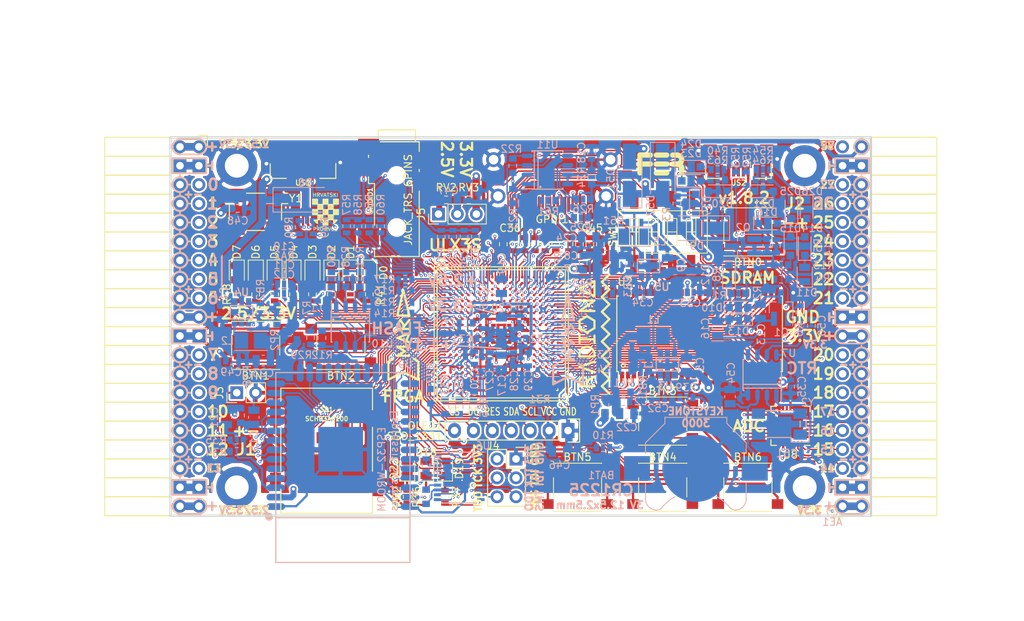
<source format=kicad_pcb>
(kicad_pcb (version 20171130) (host pcbnew 5.0.0-rc2-dev-unknown+dfsg1+20180318-2)
  (layers (0 F.Cu signal) (1 In1.Cu signal) (2 In2.Cu signal) (31 B.Cu signal) (34 B.Paste user) (35 F.Paste user) (36 B.SilkS user) (37 F.SilkS user) (38 B.Mask user) (39 F.Mask user) (44 Edge.Cuts user))
  (net 0 "")
  (net 1 GND)
  (net 2 +5V)
  (net 3 /gpio/IN5V)
  (net 4 /gpio/OUT5V)
  (net 5 +3V3)
  (net 6 BTN_D)
  (net 7 BTN_F1)
  (net 8 BTN_F2)
  (net 9 BTN_L)
  (net 10 BTN_R)
  (net 11 BTN_U)
  (net 12 /power/FB1)
  (net 13 +2V5)
  (net 14 /power/PWREN)
  (net 15 /power/FB3)
  (net 16 /power/FB2)
  (net 17 "Net-(D9-Pad1)")
  (net 18 /power/VBAT)
  (net 19 JTAG_TDI)
  (net 20 JTAG_TCK)
  (net 21 JTAG_TMS)
  (net 22 JTAG_TDO)
  (net 23 /power/WAKEUPn)
  (net 24 /power/WKUP)
  (net 25 /power/SHUT)
  (net 26 /power/WAKE)
  (net 27 /power/HOLD)
  (net 28 /power/WKn)
  (net 29 /power/OSCI_32k)
  (net 30 /power/OSCO_32k)
  (net 31 "Net-(Q2-Pad3)")
  (net 32 SHUTDOWN)
  (net 33 /analog/AUDIO_L)
  (net 34 /analog/AUDIO_R)
  (net 35 GPDI_SDA)
  (net 36 GPDI_SCL)
  (net 37 /gpdi/VREF2)
  (net 38 SD_CMD)
  (net 39 SD_CLK)
  (net 40 SD_D0)
  (net 41 SD_D1)
  (net 42 USB5V)
  (net 43 GPDI_CEC)
  (net 44 nRESET)
  (net 45 FTDI_nDTR)
  (net 46 SDRAM_CKE)
  (net 47 SDRAM_A7)
  (net 48 SDRAM_D15)
  (net 49 SDRAM_BA1)
  (net 50 SDRAM_D7)
  (net 51 SDRAM_A6)
  (net 52 SDRAM_CLK)
  (net 53 SDRAM_D13)
  (net 54 SDRAM_BA0)
  (net 55 SDRAM_D6)
  (net 56 SDRAM_A5)
  (net 57 SDRAM_D14)
  (net 58 SDRAM_A11)
  (net 59 SDRAM_D12)
  (net 60 SDRAM_D5)
  (net 61 SDRAM_A4)
  (net 62 SDRAM_A10)
  (net 63 SDRAM_D11)
  (net 64 SDRAM_A3)
  (net 65 SDRAM_D4)
  (net 66 SDRAM_D10)
  (net 67 SDRAM_D9)
  (net 68 SDRAM_A9)
  (net 69 SDRAM_D3)
  (net 70 SDRAM_D8)
  (net 71 SDRAM_A8)
  (net 72 SDRAM_A2)
  (net 73 SDRAM_A1)
  (net 74 SDRAM_A0)
  (net 75 SDRAM_D2)
  (net 76 SDRAM_D1)
  (net 77 SDRAM_D0)
  (net 78 SDRAM_DQM0)
  (net 79 SDRAM_nCS)
  (net 80 SDRAM_nRAS)
  (net 81 SDRAM_DQM1)
  (net 82 SDRAM_nCAS)
  (net 83 SDRAM_nWE)
  (net 84 /flash/FLASH_nWP)
  (net 85 /flash/FLASH_nHOLD)
  (net 86 /flash/FLASH_MOSI)
  (net 87 /flash/FLASH_MISO)
  (net 88 /flash/FLASH_SCK)
  (net 89 /flash/FLASH_nCS)
  (net 90 /flash/FPGA_PROGRAMN)
  (net 91 /flash/FPGA_DONE)
  (net 92 /flash/FPGA_INITN)
  (net 93 OLED_RES)
  (net 94 OLED_DC)
  (net 95 OLED_CS)
  (net 96 WIFI_EN)
  (net 97 FTDI_nRTS)
  (net 98 FTDI_TXD)
  (net 99 FTDI_RXD)
  (net 100 WIFI_RXD)
  (net 101 WIFI_GPIO0)
  (net 102 WIFI_TXD)
  (net 103 USB_FTDI_D+)
  (net 104 USB_FTDI_D-)
  (net 105 SD_D3)
  (net 106 AUDIO_L3)
  (net 107 AUDIO_L2)
  (net 108 AUDIO_L1)
  (net 109 AUDIO_L0)
  (net 110 AUDIO_R3)
  (net 111 AUDIO_R2)
  (net 112 AUDIO_R1)
  (net 113 AUDIO_R0)
  (net 114 OLED_CLK)
  (net 115 OLED_MOSI)
  (net 116 LED0)
  (net 117 LED1)
  (net 118 LED2)
  (net 119 LED3)
  (net 120 LED4)
  (net 121 LED5)
  (net 122 LED6)
  (net 123 LED7)
  (net 124 BTN_PWRn)
  (net 125 FTDI_nTXLED)
  (net 126 FTDI_nSLEEP)
  (net 127 /blinkey/LED_PWREN)
  (net 128 /blinkey/LED_TXLED)
  (net 129 /sdcard/SD3V3)
  (net 130 SD_D2)
  (net 131 CLK_25MHz)
  (net 132 /blinkey/BTNPUL)
  (net 133 /blinkey/BTNPUR)
  (net 134 USB_FPGA_D+)
  (net 135 /power/FTDI_nSUSPEND)
  (net 136 /blinkey/ALED0)
  (net 137 /blinkey/ALED1)
  (net 138 /blinkey/ALED2)
  (net 139 /blinkey/ALED3)
  (net 140 /blinkey/ALED4)
  (net 141 /blinkey/ALED5)
  (net 142 /blinkey/ALED6)
  (net 143 /blinkey/ALED7)
  (net 144 /usb/FTD-)
  (net 145 /usb/FTD+)
  (net 146 ADC_MISO)
  (net 147 ADC_MOSI)
  (net 148 ADC_CSn)
  (net 149 ADC_SCLK)
  (net 150 SW3)
  (net 151 SW2)
  (net 152 SW1)
  (net 153 USB_FPGA_D-)
  (net 154 /usb/FPD+)
  (net 155 /usb/FPD-)
  (net 156 WIFI_GPIO16)
  (net 157 /usb/ANT_433MHz)
  (net 158 /power/PWRBTn)
  (net 159 PROG_DONE)
  (net 160 /power/P3V3)
  (net 161 /power/P2V5)
  (net 162 /power/L1)
  (net 163 /power/L3)
  (net 164 /power/L2)
  (net 165 FTDI_TXDEN)
  (net 166 SDRAM_A12)
  (net 167 /analog/AUDIO_V)
  (net 168 AUDIO_V3)
  (net 169 AUDIO_V2)
  (net 170 AUDIO_V1)
  (net 171 AUDIO_V0)
  (net 172 /blinkey/LED_WIFI)
  (net 173 /power/P1V1)
  (net 174 +1V1)
  (net 175 SW4)
  (net 176 /blinkey/SWPU)
  (net 177 /wifi/WIFIEN)
  (net 178 FT2V5)
  (net 179 GN0)
  (net 180 GP0)
  (net 181 GN1)
  (net 182 GP1)
  (net 183 GN2)
  (net 184 GP2)
  (net 185 GN3)
  (net 186 GP3)
  (net 187 GN4)
  (net 188 GP4)
  (net 189 GN5)
  (net 190 GP5)
  (net 191 GN6)
  (net 192 GP6)
  (net 193 GN14)
  (net 194 GP14)
  (net 195 GN15)
  (net 196 GP15)
  (net 197 GN16)
  (net 198 GP16)
  (net 199 GN17)
  (net 200 GP17)
  (net 201 GN18)
  (net 202 GP18)
  (net 203 GN19)
  (net 204 GP19)
  (net 205 GN20)
  (net 206 GP20)
  (net 207 GN21)
  (net 208 GP21)
  (net 209 GN22)
  (net 210 GP22)
  (net 211 GN23)
  (net 212 GP23)
  (net 213 GN24)
  (net 214 GP24)
  (net 215 GN25)
  (net 216 GP25)
  (net 217 GN26)
  (net 218 GP26)
  (net 219 GN27)
  (net 220 GP27)
  (net 221 GN7)
  (net 222 GP7)
  (net 223 GN8)
  (net 224 GP8)
  (net 225 GN9)
  (net 226 GP9)
  (net 227 GN10)
  (net 228 GP10)
  (net 229 GN11)
  (net 230 GP11)
  (net 231 GN12)
  (net 232 GP12)
  (net 233 GN13)
  (net 234 GP13)
  (net 235 WIFI_GPIO5)
  (net 236 WIFI_GPIO17)
  (net 237 USB_FPGA_PULL_D+)
  (net 238 USB_FPGA_PULL_D-)
  (net 239 "Net-(D23-Pad2)")
  (net 240 "Net-(D24-Pad1)")
  (net 241 "Net-(D25-Pad2)")
  (net 242 "Net-(D26-Pad1)")
  (net 243 /gpdi/GPDI_ETH+)
  (net 244 FPDI_ETH+)
  (net 245 /gpdi/GPDI_ETH-)
  (net 246 FPDI_ETH-)
  (net 247 /gpdi/GPDI_D2-)
  (net 248 FPDI_D2-)
  (net 249 /gpdi/GPDI_D1-)
  (net 250 FPDI_D1-)
  (net 251 /gpdi/GPDI_D0-)
  (net 252 FPDI_D0-)
  (net 253 /gpdi/GPDI_CLK-)
  (net 254 FPDI_CLK-)
  (net 255 /gpdi/GPDI_D2+)
  (net 256 FPDI_D2+)
  (net 257 /gpdi/GPDI_D1+)
  (net 258 FPDI_D1+)
  (net 259 /gpdi/GPDI_D0+)
  (net 260 FPDI_D0+)
  (net 261 /gpdi/GPDI_CLK+)
  (net 262 FPDI_CLK+)
  (net 263 FPDI_SDA)
  (net 264 FPDI_SCL)
  (net 265 /gpdi/FPDI_CEC)
  (net 266 2V5_3V3)
  (net 267 "Net-(AUDIO1-Pad5)")
  (net 268 "Net-(AUDIO1-Pad6)")
  (net 269 "Net-(U1-PadA15)")
  (net 270 "Net-(U1-PadC9)")
  (net 271 "Net-(U1-PadD9)")
  (net 272 "Net-(U1-PadD10)")
  (net 273 "Net-(U1-PadD11)")
  (net 274 "Net-(U1-PadD12)")
  (net 275 "Net-(U1-PadE6)")
  (net 276 "Net-(U1-PadE9)")
  (net 277 "Net-(U1-PadE10)")
  (net 278 "Net-(U1-PadE11)")
  (net 279 "Net-(U1-PadJ4)")
  (net 280 "Net-(U1-PadJ5)")
  (net 281 "Net-(U1-PadK5)")
  (net 282 "Net-(U1-PadL5)")
  (net 283 "Net-(U1-PadM4)")
  (net 284 "Net-(U1-PadM5)")
  (net 285 SD_CD)
  (net 286 SD_WP)
  (net 287 "Net-(U1-PadR3)")
  (net 288 "Net-(U1-PadT16)")
  (net 289 "Net-(U1-PadW4)")
  (net 290 "Net-(U1-PadW5)")
  (net 291 "Net-(U1-PadW8)")
  (net 292 "Net-(U1-PadW9)")
  (net 293 "Net-(U1-PadW13)")
  (net 294 "Net-(U1-PadW14)")
  (net 295 "Net-(U1-PadW17)")
  (net 296 "Net-(U1-PadW18)")
  (net 297 FTDI_nRXLED)
  (net 298 "Net-(U8-Pad12)")
  (net 299 "Net-(U8-Pad25)")
  (net 300 "Net-(U9-Pad32)")
  (net 301 "Net-(U9-Pad22)")
  (net 302 "Net-(U9-Pad21)")
  (net 303 "Net-(U9-Pad20)")
  (net 304 "Net-(U9-Pad19)")
  (net 305 "Net-(U9-Pad18)")
  (net 306 "Net-(U9-Pad17)")
  (net 307 "Net-(U9-Pad12)")
  (net 308 "Net-(U9-Pad5)")
  (net 309 "Net-(U9-Pad4)")
  (net 310 "Net-(US1-Pad4)")
  (net 311 "Net-(US2-Pad4)")
  (net 312 "Net-(Y2-Pad3)")
  (net 313 "Net-(Y2-Pad2)")
  (net 314 "Net-(U1-PadK16)")
  (net 315 "Net-(U1-PadK17)")
  (module Socket_Strips:Socket_Strip_Angled_2x20 (layer F.Cu) (at 97.91 62.69 270)
    (fp_text reference J1 (at 40.64 -6.35) (layer F.SilkS) (effects (font (size 1.5 1.5) (thickness 0.3))))
    (fp_text value CONN_02X20 hide)
    (pad 1 thru_hole oval (at 0 0 270) (size 1.7272 1.7272) (drill 1.016) (layers *.Cu *.Mask) (net 266 2V5_3V3))
    (pad 2 thru_hole oval (at 0 2.54 270) (size 1.7272 1.7272) (drill 1.016) (layers *.Cu *.Mask) (net 266 2V5_3V3))
    (pad 3 thru_hole rect (at 2.54 0 270) (size 1.7272 1.7272) (drill 1.016) (layers *.Cu *.Mask) (net 1 GND))
    (pad 4 thru_hole rect (at 2.54 2.54 270) (size 1.7272 1.7272) (drill 1.016) (layers *.Cu *.Mask) (net 1 GND))
    (pad 5 thru_hole oval (at 5.08 0 270) (size 1.7272 1.7272) (drill 1.016) (layers *.Cu *.Mask) (net 179 GN0))
    (pad 6 thru_hole oval (at 5.08 2.54 270) (size 1.7272 1.7272) (drill 1.016) (layers *.Cu *.Mask) (net 180 GP0))
    (pad 7 thru_hole oval (at 7.62 0 270) (size 1.7272 1.7272) (drill 1.016) (layers *.Cu *.Mask) (net 181 GN1))
    (pad 8 thru_hole oval (at 7.62 2.54 270) (size 1.7272 1.7272) (drill 1.016) (layers *.Cu *.Mask) (net 182 GP1))
    (pad 9 thru_hole oval (at 10.16 0 270) (size 1.7272 1.7272) (drill 1.016) (layers *.Cu *.Mask) (net 183 GN2))
    (pad 10 thru_hole oval (at 10.16 2.54 270) (size 1.7272 1.7272) (drill 1.016) (layers *.Cu *.Mask) (net 184 GP2))
    (pad 11 thru_hole oval (at 12.7 0 270) (size 1.7272 1.7272) (drill 1.016) (layers *.Cu *.Mask) (net 185 GN3))
    (pad 12 thru_hole oval (at 12.7 2.54 270) (size 1.7272 1.7272) (drill 1.016) (layers *.Cu *.Mask) (net 186 GP3))
    (pad 13 thru_hole oval (at 15.24 0 270) (size 1.7272 1.7272) (drill 1.016) (layers *.Cu *.Mask) (net 187 GN4))
    (pad 14 thru_hole oval (at 15.24 2.54 270) (size 1.7272 1.7272) (drill 1.016) (layers *.Cu *.Mask) (net 188 GP4))
    (pad 15 thru_hole oval (at 17.78 0 270) (size 1.7272 1.7272) (drill 1.016) (layers *.Cu *.Mask) (net 189 GN5))
    (pad 16 thru_hole oval (at 17.78 2.54 270) (size 1.7272 1.7272) (drill 1.016) (layers *.Cu *.Mask) (net 190 GP5))
    (pad 17 thru_hole oval (at 20.32 0 270) (size 1.7272 1.7272) (drill 1.016) (layers *.Cu *.Mask) (net 191 GN6))
    (pad 18 thru_hole oval (at 20.32 2.54 270) (size 1.7272 1.7272) (drill 1.016) (layers *.Cu *.Mask) (net 192 GP6))
    (pad 19 thru_hole oval (at 22.86 0 270) (size 1.7272 1.7272) (drill 1.016) (layers *.Cu *.Mask) (net 266 2V5_3V3))
    (pad 20 thru_hole oval (at 22.86 2.54 270) (size 1.7272 1.7272) (drill 1.016) (layers *.Cu *.Mask) (net 266 2V5_3V3))
    (pad 21 thru_hole rect (at 25.4 0 270) (size 1.7272 1.7272) (drill 1.016) (layers *.Cu *.Mask) (net 1 GND))
    (pad 22 thru_hole rect (at 25.4 2.54 270) (size 1.7272 1.7272) (drill 1.016) (layers *.Cu *.Mask) (net 1 GND))
    (pad 23 thru_hole oval (at 27.94 0 270) (size 1.7272 1.7272) (drill 1.016) (layers *.Cu *.Mask) (net 221 GN7))
    (pad 24 thru_hole oval (at 27.94 2.54 270) (size 1.7272 1.7272) (drill 1.016) (layers *.Cu *.Mask) (net 222 GP7))
    (pad 25 thru_hole oval (at 30.48 0 270) (size 1.7272 1.7272) (drill 1.016) (layers *.Cu *.Mask) (net 223 GN8))
    (pad 26 thru_hole oval (at 30.48 2.54 270) (size 1.7272 1.7272) (drill 1.016) (layers *.Cu *.Mask) (net 224 GP8))
    (pad 27 thru_hole oval (at 33.02 0 270) (size 1.7272 1.7272) (drill 1.016) (layers *.Cu *.Mask) (net 225 GN9))
    (pad 28 thru_hole oval (at 33.02 2.54 270) (size 1.7272 1.7272) (drill 1.016) (layers *.Cu *.Mask) (net 226 GP9))
    (pad 29 thru_hole oval (at 35.56 0 270) (size 1.7272 1.7272) (drill 1.016) (layers *.Cu *.Mask) (net 227 GN10))
    (pad 30 thru_hole oval (at 35.56 2.54 270) (size 1.7272 1.7272) (drill 1.016) (layers *.Cu *.Mask) (net 228 GP10))
    (pad 31 thru_hole oval (at 38.1 0 270) (size 1.7272 1.7272) (drill 1.016) (layers *.Cu *.Mask) (net 229 GN11))
    (pad 32 thru_hole oval (at 38.1 2.54 270) (size 1.7272 1.7272) (drill 1.016) (layers *.Cu *.Mask) (net 230 GP11))
    (pad 33 thru_hole oval (at 40.64 0 270) (size 1.7272 1.7272) (drill 1.016) (layers *.Cu *.Mask) (net 231 GN12))
    (pad 34 thru_hole oval (at 40.64 2.54 270) (size 1.7272 1.7272) (drill 1.016) (layers *.Cu *.Mask) (net 232 GP12))
    (pad 35 thru_hole oval (at 43.18 0 270) (size 1.7272 1.7272) (drill 1.016) (layers *.Cu *.Mask) (net 233 GN13))
    (pad 36 thru_hole oval (at 43.18 2.54 270) (size 1.7272 1.7272) (drill 1.016) (layers *.Cu *.Mask) (net 234 GP13))
    (pad 37 thru_hole rect (at 45.72 0 270) (size 1.7272 1.7272) (drill 1.016) (layers *.Cu *.Mask) (net 1 GND))
    (pad 38 thru_hole rect (at 45.72 2.54 270) (size 1.7272 1.7272) (drill 1.016) (layers *.Cu *.Mask) (net 1 GND))
    (pad 39 thru_hole oval (at 48.26 0 270) (size 1.7272 1.7272) (drill 1.016) (layers *.Cu *.Mask) (net 266 2V5_3V3))
    (pad 40 thru_hole oval (at 48.26 2.54 270) (size 1.7272 1.7272) (drill 1.016) (layers *.Cu *.Mask) (net 266 2V5_3V3))
  )
  (module TSOT-25:TSOT-25 (layer B.Cu) (at 160.775 91.9)
    (fp_text reference U3 (at -0.295 2.9) (layer B.SilkS) (effects (font (thickness 0.2)) (justify mirror)))
    (fp_text value TLV62569DBV)
    (pad 1 smd rect (at -0.95 -1.3) (size 0.7 1.2) (layers B.Cu B.Paste B.Mask) (net 14 /power/PWREN))
    (pad 2 smd rect (at 0 -1.3) (size 0.7 1.2) (layers B.Cu B.Paste B.Mask) (net 1 GND))
    (pad 3 smd rect (at 0.95 -1.3) (size 0.7 1.2) (layers B.Cu B.Paste B.Mask) (net 162 /power/L1))
    (pad 4 smd rect (at 0.95 1.3) (size 0.7 1.2) (layers B.Cu B.Paste B.Mask) (net 2 +5V))
    (pad 5 smd rect (at -0.95 1.3) (size 0.7 1.2) (layers B.Cu B.Paste B.Mask) (net 12 /power/FB1))
  )
  (module TSOT-25:TSOT-25 (layer B.Cu) (at 103.625 84.915 180)
    (fp_text reference U4 (at 0 2.697 180) (layer B.SilkS) (effects (font (thickness 0.2)) (justify mirror)))
    (fp_text value TLV62569DBV)
    (pad 1 smd rect (at -0.95 -1.3 180) (size 0.7 1.2) (layers B.Cu B.Paste B.Mask) (net 14 /power/PWREN))
    (pad 2 smd rect (at 0 -1.3 180) (size 0.7 1.2) (layers B.Cu B.Paste B.Mask) (net 1 GND))
    (pad 3 smd rect (at 0.95 -1.3 180) (size 0.7 1.2) (layers B.Cu B.Paste B.Mask) (net 164 /power/L2))
    (pad 4 smd rect (at 0.95 1.3 180) (size 0.7 1.2) (layers B.Cu B.Paste B.Mask) (net 2 +5V))
    (pad 5 smd rect (at -0.95 1.3 180) (size 0.7 1.2) (layers B.Cu B.Paste B.Mask) (net 16 /power/FB2))
  )
  (module TSOT-25:TSOT-25 (layer B.Cu) (at 158.235 78.692)
    (fp_text reference U5 (at 1.793 2.812) (layer B.SilkS) (effects (font (thickness 0.2)) (justify mirror)))
    (fp_text value TLV62569DBV)
    (pad 1 smd rect (at -0.95 -1.3) (size 0.7 1.2) (layers B.Cu B.Paste B.Mask) (net 14 /power/PWREN))
    (pad 2 smd rect (at 0 -1.3) (size 0.7 1.2) (layers B.Cu B.Paste B.Mask) (net 1 GND))
    (pad 3 smd rect (at 0.95 -1.3) (size 0.7 1.2) (layers B.Cu B.Paste B.Mask) (net 163 /power/L3))
    (pad 4 smd rect (at 0.95 1.3) (size 0.7 1.2) (layers B.Cu B.Paste B.Mask) (net 2 +5V))
    (pad 5 smd rect (at -0.95 1.3) (size 0.7 1.2) (layers B.Cu B.Paste B.Mask) (net 15 /power/FB3))
  )
  (module Socket_Strips:Socket_Strip_Angled_2x20 (layer F.Cu) (at 184.27 110.95 90)
    (fp_text reference J2 (at 40.64 -6.35 180) (layer F.SilkS) (effects (font (size 1.5 1.5) (thickness 0.3))))
    (fp_text value CONN_02X20 hide)
    (pad 1 thru_hole oval (at 0 0 90) (size 1.7272 1.7272) (drill 1.016) (layers *.Cu *.Mask) (net 5 +3V3))
    (pad 2 thru_hole oval (at 0 2.54 90) (size 1.7272 1.7272) (drill 1.016) (layers *.Cu *.Mask) (net 5 +3V3))
    (pad 3 thru_hole rect (at 2.54 0 90) (size 1.7272 1.7272) (drill 1.016) (layers *.Cu *.Mask) (net 1 GND))
    (pad 4 thru_hole rect (at 2.54 2.54 90) (size 1.7272 1.7272) (drill 1.016) (layers *.Cu *.Mask) (net 1 GND))
    (pad 5 thru_hole oval (at 5.08 0 90) (size 1.7272 1.7272) (drill 1.016) (layers *.Cu *.Mask) (net 193 GN14))
    (pad 6 thru_hole oval (at 5.08 2.54 90) (size 1.7272 1.7272) (drill 1.016) (layers *.Cu *.Mask) (net 194 GP14))
    (pad 7 thru_hole oval (at 7.62 0 90) (size 1.7272 1.7272) (drill 1.016) (layers *.Cu *.Mask) (net 195 GN15))
    (pad 8 thru_hole oval (at 7.62 2.54 90) (size 1.7272 1.7272) (drill 1.016) (layers *.Cu *.Mask) (net 196 GP15))
    (pad 9 thru_hole oval (at 10.16 0 90) (size 1.7272 1.7272) (drill 1.016) (layers *.Cu *.Mask) (net 197 GN16))
    (pad 10 thru_hole oval (at 10.16 2.54 90) (size 1.7272 1.7272) (drill 1.016) (layers *.Cu *.Mask) (net 198 GP16))
    (pad 11 thru_hole oval (at 12.7 0 90) (size 1.7272 1.7272) (drill 1.016) (layers *.Cu *.Mask) (net 199 GN17))
    (pad 12 thru_hole oval (at 12.7 2.54 90) (size 1.7272 1.7272) (drill 1.016) (layers *.Cu *.Mask) (net 200 GP17))
    (pad 13 thru_hole oval (at 15.24 0 90) (size 1.7272 1.7272) (drill 1.016) (layers *.Cu *.Mask) (net 201 GN18))
    (pad 14 thru_hole oval (at 15.24 2.54 90) (size 1.7272 1.7272) (drill 1.016) (layers *.Cu *.Mask) (net 202 GP18))
    (pad 15 thru_hole oval (at 17.78 0 90) (size 1.7272 1.7272) (drill 1.016) (layers *.Cu *.Mask) (net 203 GN19))
    (pad 16 thru_hole oval (at 17.78 2.54 90) (size 1.7272 1.7272) (drill 1.016) (layers *.Cu *.Mask) (net 204 GP19))
    (pad 17 thru_hole oval (at 20.32 0 90) (size 1.7272 1.7272) (drill 1.016) (layers *.Cu *.Mask) (net 205 GN20))
    (pad 18 thru_hole oval (at 20.32 2.54 90) (size 1.7272 1.7272) (drill 1.016) (layers *.Cu *.Mask) (net 206 GP20))
    (pad 19 thru_hole oval (at 22.86 0 90) (size 1.7272 1.7272) (drill 1.016) (layers *.Cu *.Mask) (net 5 +3V3))
    (pad 20 thru_hole oval (at 22.86 2.54 90) (size 1.7272 1.7272) (drill 1.016) (layers *.Cu *.Mask) (net 5 +3V3))
    (pad 21 thru_hole rect (at 25.4 0 90) (size 1.7272 1.7272) (drill 1.016) (layers *.Cu *.Mask) (net 1 GND))
    (pad 22 thru_hole rect (at 25.4 2.54 90) (size 1.7272 1.7272) (drill 1.016) (layers *.Cu *.Mask) (net 1 GND))
    (pad 23 thru_hole oval (at 27.94 0 90) (size 1.7272 1.7272) (drill 1.016) (layers *.Cu *.Mask) (net 207 GN21))
    (pad 24 thru_hole oval (at 27.94 2.54 90) (size 1.7272 1.7272) (drill 1.016) (layers *.Cu *.Mask) (net 208 GP21))
    (pad 25 thru_hole oval (at 30.48 0 90) (size 1.7272 1.7272) (drill 1.016) (layers *.Cu *.Mask) (net 209 GN22))
    (pad 26 thru_hole oval (at 30.48 2.54 90) (size 1.7272 1.7272) (drill 1.016) (layers *.Cu *.Mask) (net 210 GP22))
    (pad 27 thru_hole oval (at 33.02 0 90) (size 1.7272 1.7272) (drill 1.016) (layers *.Cu *.Mask) (net 211 GN23))
    (pad 28 thru_hole oval (at 33.02 2.54 90) (size 1.7272 1.7272) (drill 1.016) (layers *.Cu *.Mask) (net 212 GP23))
    (pad 29 thru_hole oval (at 35.56 0 90) (size 1.7272 1.7272) (drill 1.016) (layers *.Cu *.Mask) (net 213 GN24))
    (pad 30 thru_hole oval (at 35.56 2.54 90) (size 1.7272 1.7272) (drill 1.016) (layers *.Cu *.Mask) (net 214 GP24))
    (pad 31 thru_hole oval (at 38.1 0 90) (size 1.7272 1.7272) (drill 1.016) (layers *.Cu *.Mask) (net 215 GN25))
    (pad 32 thru_hole oval (at 38.1 2.54 90) (size 1.7272 1.7272) (drill 1.016) (layers *.Cu *.Mask) (net 216 GP25))
    (pad 33 thru_hole oval (at 40.64 0 90) (size 1.7272 1.7272) (drill 1.016) (layers *.Cu *.Mask) (net 217 GN26))
    (pad 34 thru_hole oval (at 40.64 2.54 90) (size 1.7272 1.7272) (drill 1.016) (layers *.Cu *.Mask) (net 218 GP26))
    (pad 35 thru_hole oval (at 43.18 0 90) (size 1.7272 1.7272) (drill 1.016) (layers *.Cu *.Mask) (net 219 GN27))
    (pad 36 thru_hole oval (at 43.18 2.54 90) (size 1.7272 1.7272) (drill 1.016) (layers *.Cu *.Mask) (net 220 GP27))
    (pad 37 thru_hole rect (at 45.72 0 90) (size 1.7272 1.7272) (drill 1.016) (layers *.Cu *.Mask) (net 1 GND))
    (pad 38 thru_hole rect (at 45.72 2.54 90) (size 1.7272 1.7272) (drill 1.016) (layers *.Cu *.Mask) (net 1 GND))
    (pad 39 thru_hole oval (at 48.26 0 90) (size 1.7272 1.7272) (drill 1.016) (layers *.Cu *.Mask) (net 3 /gpio/IN5V))
    (pad 40 thru_hole oval (at 48.26 2.54 90) (size 1.7272 1.7272) (drill 1.016) (layers *.Cu *.Mask) (net 4 /gpio/OUT5V))
  )
  (module Mounting_Holes:MountingHole_3.2mm_M3_ISO14580_Pad (layer F.Cu) (at 102.99 108.41)
    (fp_text reference H1 hide)
    (fp_text value HOLE hide)
    (pad 1 thru_hole circle (at 0 0) (size 5.5 5.5) (drill 3.2) (layers *.Cu *.Mask) (net 1 GND))
  )
  (module Mounting_Holes:MountingHole_3.2mm_M3_ISO14580_Pad (layer F.Cu) (at 179.19 108.41)
    (fp_text reference H2 hide)
    (fp_text value HOLE hide)
    (pad 1 thru_hole circle (at 0 0) (size 5.5 5.5) (drill 3.2) (layers *.Cu *.Mask) (net 1 GND))
  )
  (module Mounting_Holes:MountingHole_3.2mm_M3_ISO14580_Pad (layer F.Cu) (at 179.19 65.23)
    (fp_text reference H3 hide)
    (fp_text value HOLE hide)
    (pad 1 thru_hole circle (at 0 0) (size 5.5 5.5) (drill 3.2) (layers *.Cu *.Mask) (net 1 GND))
  )
  (module Mounting_Holes:MountingHole_3.2mm_M3_ISO14580_Pad (layer F.Cu) (at 102.99 65.23)
    (fp_text reference H4 hide)
    (fp_text value HOLE hide)
    (pad 1 thru_hole circle (at 0 0) (size 5.5 5.5) (drill 3.2) (layers *.Cu *.Mask) (net 1 GND))
  )
  (module Housings_SSOP:SSOP-20_4.4x6.5mm_Pitch0.65mm (layer B.Cu) (at 132.835 107.14 180)
    (fp_text reference U6 (at -3.175 4.318 180) (layer B.SilkS) (effects (justify mirror)))
    (fp_text value FT231XS)
    (pad 1 smd rect (at -2.9 2.925 180) (size 1 0.4) (layers B.Cu B.Paste B.Mask) (net 45 FTDI_nDTR))
    (pad 2 smd rect (at -2.9 2.275 180) (size 1 0.4) (layers B.Cu B.Paste B.Mask) (net 97 FTDI_nRTS))
    (pad 3 smd rect (at -2.9 1.625 180) (size 1 0.4) (layers B.Cu B.Paste B.Mask) (net 178 FT2V5))
    (pad 4 smd rect (at -2.9 0.975 180) (size 1 0.4) (layers B.Cu B.Paste B.Mask) (net 99 FTDI_RXD))
    (pad 5 smd rect (at -2.9 0.325 180) (size 1 0.4) (layers B.Cu B.Paste B.Mask) (net 19 JTAG_TDI))
    (pad 6 smd rect (at -2.9 -0.325 180) (size 1 0.4) (layers B.Cu B.Paste B.Mask) (net 1 GND))
    (pad 7 smd rect (at -2.9 -0.975 180) (size 1 0.4) (layers B.Cu B.Paste B.Mask) (net 20 JTAG_TCK))
    (pad 8 smd rect (at -2.9 -1.625 180) (size 1 0.4) (layers B.Cu B.Paste B.Mask) (net 21 JTAG_TMS))
    (pad 9 smd rect (at -2.9 -2.275 180) (size 1 0.4) (layers B.Cu B.Paste B.Mask) (net 22 JTAG_TDO))
    (pad 10 smd rect (at -2.9 -2.925 180) (size 1 0.4) (layers B.Cu B.Paste B.Mask) (net 125 FTDI_nTXLED))
    (pad 11 smd rect (at 2.9 -2.925 180) (size 1 0.4) (layers B.Cu B.Paste B.Mask) (net 103 USB_FTDI_D+))
    (pad 12 smd rect (at 2.9 -2.275 180) (size 1 0.4) (layers B.Cu B.Paste B.Mask) (net 104 USB_FTDI_D-))
    (pad 13 smd rect (at 2.9 -1.625 180) (size 1 0.4) (layers B.Cu B.Paste B.Mask) (net 178 FT2V5))
    (pad 14 smd rect (at 2.9 -0.975 180) (size 1 0.4) (layers B.Cu B.Paste B.Mask) (net 44 nRESET))
    (pad 15 smd rect (at 2.9 -0.325 180) (size 1 0.4) (layers B.Cu B.Paste B.Mask) (net 42 USB5V))
    (pad 16 smd rect (at 2.9 0.325 180) (size 1 0.4) (layers B.Cu B.Paste B.Mask) (net 1 GND))
    (pad 17 smd rect (at 2.9 0.975 180) (size 1 0.4) (layers B.Cu B.Paste B.Mask) (net 297 FTDI_nRXLED))
    (pad 18 smd rect (at 2.9 1.625 180) (size 1 0.4) (layers B.Cu B.Paste B.Mask) (net 165 FTDI_TXDEN))
    (pad 19 smd rect (at 2.9 2.275 180) (size 1 0.4) (layers B.Cu B.Paste B.Mask) (net 126 FTDI_nSLEEP))
    (pad 20 smd rect (at 2.9 2.925 180) (size 1 0.4) (layers B.Cu B.Paste B.Mask) (net 98 FTDI_TXD))
  )
  (module usb_otg:USB-MICRO-B-FCI-10118192-0001LF (layer F.Cu) (at 111.88 63.325 180)
    (fp_text reference US1 (at 0 -4.2 180) (layer F.SilkS) (effects (font (size 0.7 0.7))))
    (fp_text value MICRO_USB hide)
    (pad 6 smd rect (at -3.1 -2.55 180) (size 2.1 1.6) (layers F.Cu F.Paste F.Mask) (net 1 GND))
    (pad 6 smd rect (at 3.1 -2.55 180) (size 2.1 1.6) (layers F.Cu F.Paste F.Mask) (net 1 GND))
    (pad 6 smd rect (at -1.2 0 180) (size 1.9 1.9) (layers F.Cu F.Paste F.Mask) (net 1 GND))
    (pad 6 smd rect (at 1.2 0 180) (size 1.9 1.9) (layers F.Cu F.Paste F.Mask) (net 1 GND))
    (pad 1 smd rect (at -1.3 -2.675 180) (size 0.4 1.35) (layers F.Cu F.Paste F.Mask) (net 42 USB5V))
    (pad 2 smd rect (at -0.65 -2.675 180) (size 0.4 1.35) (layers F.Cu F.Paste F.Mask) (net 144 /usb/FTD-))
    (pad 3 smd rect (at 0 -2.675 180) (size 0.4 1.35) (layers F.Cu F.Paste F.Mask) (net 145 /usb/FTD+))
    (pad 4 smd rect (at 0.65 -2.675 180) (size 0.4 1.35) (layers F.Cu F.Paste F.Mask) (net 310 "Net-(US1-Pad4)"))
    (pad 5 smd rect (at 1.3 -2.675 180) (size 0.4 1.35) (layers F.Cu F.Paste F.Mask) (net 1 GND))
    (pad 6 smd rect (at -3.8 0 180) (size 1.8 1.9) (layers F.Cu F.Paste F.Mask) (net 1 GND))
    (pad 6 smd rect (at 3.8 0 180) (size 1.8 1.9) (layers F.Cu F.Paste F.Mask) (net 1 GND))
  )
  (module usb_otg:USB-MICRO-B-FCI-10118192-0001LF (layer F.Cu) (at 170.3 63.325 180)
    (fp_text reference US2 (at 0 -4.2 180) (layer F.SilkS) (effects (font (size 0.7 0.7))))
    (fp_text value MICRO_USB hide)
    (pad 6 smd rect (at -3.1 -2.55 180) (size 2.1 1.6) (layers F.Cu F.Paste F.Mask) (net 1 GND))
    (pad 6 smd rect (at 3.1 -2.55 180) (size 2.1 1.6) (layers F.Cu F.Paste F.Mask) (net 1 GND))
    (pad 6 smd rect (at -1.2 0 180) (size 1.9 1.9) (layers F.Cu F.Paste F.Mask) (net 1 GND))
    (pad 6 smd rect (at 1.2 0 180) (size 1.9 1.9) (layers F.Cu F.Paste F.Mask) (net 1 GND))
    (pad 1 smd rect (at -1.3 -2.675 180) (size 0.4 1.35) (layers F.Cu F.Paste F.Mask) (net 17 "Net-(D9-Pad1)"))
    (pad 2 smd rect (at -0.65 -2.675 180) (size 0.4 1.35) (layers F.Cu F.Paste F.Mask) (net 155 /usb/FPD-))
    (pad 3 smd rect (at 0 -2.675 180) (size 0.4 1.35) (layers F.Cu F.Paste F.Mask) (net 154 /usb/FPD+))
    (pad 4 smd rect (at 0.65 -2.675 180) (size 0.4 1.35) (layers F.Cu F.Paste F.Mask) (net 311 "Net-(US2-Pad4)"))
    (pad 5 smd rect (at 1.3 -2.675 180) (size 0.4 1.35) (layers F.Cu F.Paste F.Mask) (net 1 GND))
    (pad 6 smd rect (at -3.8 0 180) (size 1.8 1.9) (layers F.Cu F.Paste F.Mask) (net 1 GND))
    (pad 6 smd rect (at 3.8 0 180) (size 1.8 1.9) (layers F.Cu F.Paste F.Mask) (net 1 GND))
  )
  (module Socket_Strips:Socket_Strip_Straight_2x03 (layer F.Cu) (at 140.455 104.6 270)
    (fp_text reference J4 (at -1.778 3.048) (layer F.SilkS))
    (fp_text value CONN_02X03 hide)
    (pad 1 thru_hole rect (at 0 0 270) (size 1.7272 1.7272) (drill 1.016) (layers *.Cu *.Mask) (net 1 GND))
    (pad 2 thru_hole oval (at 0 2.54 270) (size 1.7272 1.7272) (drill 1.016) (layers *.Cu *.Mask) (net 5 +3V3))
    (pad 3 thru_hole oval (at 2.54 0 270) (size 1.7272 1.7272) (drill 1.016) (layers *.Cu *.Mask) (net 19 JTAG_TDI))
    (pad 4 thru_hole oval (at 2.54 2.54 270) (size 1.7272 1.7272) (drill 1.016) (layers *.Cu *.Mask) (net 20 JTAG_TCK))
    (pad 5 thru_hole oval (at 5.08 0 270) (size 1.7272 1.7272) (drill 1.016) (layers *.Cu *.Mask) (net 21 JTAG_TMS))
    (pad 6 thru_hole oval (at 5.08 2.54 270) (size 1.7272 1.7272) (drill 1.016) (layers *.Cu *.Mask) (net 22 JTAG_TDO))
  )
  (module Housings_DFN_QFN:QFN-28-1EP_5x5mm_Pitch0.5mm (layer F.Cu) (at 177.285 100.155 180)
    (fp_text reference U8 (at 0 -3.875 180) (layer F.SilkS))
    (fp_text value MAX11125)
    (pad 1 smd oval (at -2.45 -1.5 180) (size 0.85 0.3) (layers F.Cu F.Paste F.Mask) (net 196 GP15))
    (pad 2 smd oval (at -2.45 -1 180) (size 0.85 0.3) (layers F.Cu F.Paste F.Mask) (net 197 GN16))
    (pad 3 smd oval (at -2.45 -0.5 180) (size 0.85 0.3) (layers F.Cu F.Paste F.Mask) (net 198 GP16))
    (pad 4 smd oval (at -2.45 0 180) (size 0.85 0.3) (layers F.Cu F.Paste F.Mask) (net 199 GN17))
    (pad 5 smd oval (at -2.45 0.5 180) (size 0.85 0.3) (layers F.Cu F.Paste F.Mask) (net 200 GP17))
    (pad 6 smd oval (at -2.45 1 180) (size 0.85 0.3) (layers F.Cu F.Paste F.Mask) (net 1 GND))
    (pad 7 smd oval (at -2.45 1.5 180) (size 0.85 0.3) (layers F.Cu F.Paste F.Mask) (net 1 GND))
    (pad 8 smd oval (at -1.5 2.45 270) (size 0.85 0.3) (layers F.Cu F.Paste F.Mask) (net 1 GND))
    (pad 9 smd oval (at -1 2.45 270) (size 0.85 0.3) (layers F.Cu F.Paste F.Mask) (net 1 GND))
    (pad 10 smd oval (at -0.5 2.45 270) (size 0.85 0.3) (layers F.Cu F.Paste F.Mask) (net 1 GND))
    (pad 11 smd oval (at 0 2.45 270) (size 0.85 0.3) (layers F.Cu F.Paste F.Mask) (net 1 GND))
    (pad 12 smd oval (at 0.5 2.45 270) (size 0.85 0.3) (layers F.Cu F.Paste F.Mask) (net 298 "Net-(U8-Pad12)"))
    (pad 13 smd oval (at 1 2.45 270) (size 0.85 0.3) (layers F.Cu F.Paste F.Mask) (net 1 GND))
    (pad 14 smd oval (at 1.5 2.45 270) (size 0.85 0.3) (layers F.Cu F.Paste F.Mask) (net 1 GND))
    (pad 15 smd oval (at 2.45 1.5 180) (size 0.85 0.3) (layers F.Cu F.Paste F.Mask) (net 5 +3V3))
    (pad 16 smd oval (at 2.45 1 180) (size 0.85 0.3) (layers F.Cu F.Paste F.Mask) (net 1 GND))
    (pad 17 smd oval (at 2.45 0.5 180) (size 0.85 0.3) (layers F.Cu F.Paste F.Mask) (net 5 +3V3))
    (pad 18 smd oval (at 2.45 0 180) (size 0.85 0.3) (layers F.Cu F.Paste F.Mask) (net 5 +3V3))
    (pad 19 smd oval (at 2.45 -0.5 180) (size 0.85 0.3) (layers F.Cu F.Paste F.Mask) (net 149 ADC_SCLK))
    (pad 20 smd oval (at 2.45 -1 180) (size 0.85 0.3) (layers F.Cu F.Paste F.Mask) (net 148 ADC_CSn))
    (pad 21 smd oval (at 2.45 -1.5 180) (size 0.85 0.3) (layers F.Cu F.Paste F.Mask) (net 147 ADC_MOSI))
    (pad 22 smd oval (at 1.5 -2.45 270) (size 0.85 0.3) (layers F.Cu F.Paste F.Mask) (net 1 GND))
    (pad 23 smd oval (at 1 -2.45 270) (size 0.85 0.3) (layers F.Cu F.Paste F.Mask) (net 5 +3V3))
    (pad 24 smd oval (at 0.5 -2.45 270) (size 0.85 0.3) (layers F.Cu F.Paste F.Mask) (net 146 ADC_MISO))
    (pad 25 smd oval (at 0 -2.45 270) (size 0.85 0.3) (layers F.Cu F.Paste F.Mask) (net 299 "Net-(U8-Pad25)"))
    (pad 26 smd oval (at -0.5 -2.45 270) (size 0.85 0.3) (layers F.Cu F.Paste F.Mask) (net 193 GN14))
    (pad 27 smd oval (at -1 -2.45 270) (size 0.85 0.3) (layers F.Cu F.Paste F.Mask) (net 194 GP14))
    (pad 28 smd oval (at -1.5 -2.45 270) (size 0.85 0.3) (layers F.Cu F.Paste F.Mask) (net 195 GN15))
    (pad 29 smd rect (at 0.8375 0.8375 180) (size 1.675 1.675) (layers F.Cu F.Paste F.Mask) (net 1 GND))
    (pad 29 smd rect (at 0.8375 -0.8375 180) (size 1.675 1.675) (layers F.Cu F.Paste F.Mask) (net 1 GND))
    (pad 29 smd rect (at -0.8375 0.8375 180) (size 1.675 1.675) (layers F.Cu F.Paste F.Mask) (net 1 GND))
    (pad 29 smd rect (at -0.8375 -0.8375 180) (size 1.675 1.675) (layers F.Cu F.Paste F.Mask) (net 1 GND))
  )
  (module oled:oled_13xx (layer F.Cu) (at 139.82 100.79 180)
    (fp_text reference OLED1 (at 11.557 0.635 180) (layer F.SilkS))
    (fp_text value SSD_1331 (at 12.954 -0.762 180) (layer F.SilkS))
    (fp_text user CS (at 7.62 2.54 180) (layer F.SilkS) (effects (font (size 1 0.75))))
    (fp_text user DC (at 5.08 2.54 180) (layer F.SilkS) (effects (font (size 1 0.75))))
    (fp_text user RES (at 2.54 2.54 180) (layer F.SilkS) (effects (font (size 1 0.75))))
    (fp_text user SDA (at 0 2.54 180) (layer F.SilkS) (effects (font (size 1 0.75))))
    (fp_text user SCL (at -2.54 2.54 180) (layer F.SilkS) (effects (font (size 1 0.75))))
    (fp_text user VCC (at -5.08 2.54 180) (layer F.SilkS) (effects (font (size 1 0.75))))
    (fp_text user GND (at -7.62 2.54 180) (layer F.SilkS) (effects (font (size 1 0.75))))
    (pad 1 thru_hole rect (at -7.62 0 180) (size 1.7272 2.032) (drill 1.016) (layers *.Cu *.Mask) (net 1 GND))
    (pad 2 thru_hole oval (at -5.08 0 180) (size 1.7272 2.032) (drill 1.016) (layers *.Cu *.Mask) (net 5 +3V3))
    (pad 3 thru_hole oval (at -2.54 0 180) (size 1.7272 2.032) (drill 1.016) (layers *.Cu *.Mask) (net 114 OLED_CLK))
    (pad 4 thru_hole oval (at 0 0 180) (size 1.7272 2.032) (drill 1.016) (layers *.Cu *.Mask) (net 115 OLED_MOSI))
    (pad 5 thru_hole oval (at 2.54 0 180) (size 1.7272 2.032) (drill 1.016) (layers *.Cu *.Mask) (net 93 OLED_RES))
    (pad 6 thru_hole oval (at 5.08 0 180) (size 1.7272 2.032) (drill 1.016) (layers *.Cu *.Mask) (net 94 OLED_DC))
    (pad 7 thru_hole oval (at 7.62 0 180) (size 1.7272 2.032) (drill 1.016) (layers *.Cu *.Mask) (net 95 OLED_CS))
  )
  (module Buttons_Switches_SMD:SW_SPST_PTS645 (layer F.Cu) (at 171.57 74.12 180)
    (fp_text reference BTN0 (at 0 -4.05 180) (layer F.SilkS))
    (fp_text value PTS645)
    (pad 2 smd rect (at -3.98 2.25 180) (size 1.55 1.3) (layers F.Cu F.Paste F.Mask) (net 1 GND))
    (pad 1 smd rect (at -3.98 -2.25 180) (size 1.55 1.3) (layers F.Cu F.Paste F.Mask) (net 158 /power/PWRBTn))
    (pad 1 smd rect (at 3.98 -2.25 180) (size 1.55 1.3) (layers F.Cu F.Paste F.Mask) (net 158 /power/PWRBTn))
    (pad 2 smd rect (at 3.98 2.25 180) (size 1.55 1.3) (layers F.Cu F.Paste F.Mask) (net 1 GND))
  )
  (module Buttons_Switches_SMD:SW_SPST_PTS645 (layer F.Cu) (at 105.53 89.36)
    (fp_text reference BTN1 (at 0 4.064) (layer F.SilkS))
    (fp_text value PTS645)
    (pad 2 smd rect (at -3.98 2.25) (size 1.55 1.3) (layers F.Cu F.Paste F.Mask) (net 7 BTN_F1))
    (pad 1 smd rect (at -3.98 -2.25) (size 1.55 1.3) (layers F.Cu F.Paste F.Mask) (net 132 /blinkey/BTNPUL))
    (pad 1 smd rect (at 3.98 -2.25) (size 1.55 1.3) (layers F.Cu F.Paste F.Mask) (net 132 /blinkey/BTNPUL))
    (pad 2 smd rect (at 3.98 2.25) (size 1.55 1.3) (layers F.Cu F.Paste F.Mask) (net 7 BTN_F1))
  )
  (module Buttons_Switches_SMD:SW_SPST_PTS645 (layer F.Cu) (at 116.96 89.36)
    (fp_text reference BTN2 (at 0 4.064) (layer F.SilkS))
    (fp_text value PTS645)
    (pad 2 smd rect (at -3.98 2.25) (size 1.55 1.3) (layers F.Cu F.Paste F.Mask) (net 8 BTN_F2))
    (pad 1 smd rect (at -3.98 -2.25) (size 1.55 1.3) (layers F.Cu F.Paste F.Mask) (net 132 /blinkey/BTNPUL))
    (pad 1 smd rect (at 3.98 -2.25) (size 1.55 1.3) (layers F.Cu F.Paste F.Mask) (net 132 /blinkey/BTNPUL))
    (pad 2 smd rect (at 3.98 2.25) (size 1.55 1.3) (layers F.Cu F.Paste F.Mask) (net 8 BTN_F2))
  )
  (module Buttons_Switches_SMD:SW_SPST_PTS645 (layer F.Cu) (at 160.14 99.52)
    (fp_text reference BTN3 (at 0 -4.05) (layer F.SilkS))
    (fp_text value PTS645)
    (pad 2 smd rect (at -3.98 2.25) (size 1.55 1.3) (layers F.Cu F.Paste F.Mask) (net 11 BTN_U))
    (pad 1 smd rect (at -3.98 -2.25) (size 1.55 1.3) (layers F.Cu F.Paste F.Mask) (net 133 /blinkey/BTNPUR))
    (pad 1 smd rect (at 3.98 -2.25) (size 1.55 1.3) (layers F.Cu F.Paste F.Mask) (net 133 /blinkey/BTNPUR))
    (pad 2 smd rect (at 3.98 2.25) (size 1.55 1.3) (layers F.Cu F.Paste F.Mask) (net 11 BTN_U))
  )
  (module Buttons_Switches_SMD:SW_SPST_PTS645 (layer F.Cu) (at 160.14 108.41 180)
    (fp_text reference BTN4 (at 0 4.064 180) (layer F.SilkS))
    (fp_text value PTS645)
    (pad 2 smd rect (at -3.98 2.25 180) (size 1.55 1.3) (layers F.Cu F.Paste F.Mask) (net 6 BTN_D))
    (pad 1 smd rect (at -3.98 -2.25 180) (size 1.55 1.3) (layers F.Cu F.Paste F.Mask) (net 133 /blinkey/BTNPUR))
    (pad 1 smd rect (at 3.98 -2.25 180) (size 1.55 1.3) (layers F.Cu F.Paste F.Mask) (net 133 /blinkey/BTNPUR))
    (pad 2 smd rect (at 3.98 2.25 180) (size 1.55 1.3) (layers F.Cu F.Paste F.Mask) (net 6 BTN_D))
  )
  (module Buttons_Switches_SMD:SW_SPST_PTS645 (layer F.Cu) (at 148.71 108.41 180)
    (fp_text reference BTN5 (at 0 4.064 180) (layer F.SilkS))
    (fp_text value PTS645)
    (pad 2 smd rect (at -3.98 2.25 180) (size 1.55 1.3) (layers F.Cu F.Paste F.Mask) (net 9 BTN_L))
    (pad 1 smd rect (at -3.98 -2.25 180) (size 1.55 1.3) (layers F.Cu F.Paste F.Mask) (net 133 /blinkey/BTNPUR))
    (pad 1 smd rect (at 3.98 -2.25 180) (size 1.55 1.3) (layers F.Cu F.Paste F.Mask) (net 133 /blinkey/BTNPUR))
    (pad 2 smd rect (at 3.98 2.25 180) (size 1.55 1.3) (layers F.Cu F.Paste F.Mask) (net 9 BTN_L))
  )
  (module Buttons_Switches_SMD:SW_SPST_PTS645 (layer F.Cu) (at 171.57 108.41 180)
    (fp_text reference BTN6 (at 0 4.064 180) (layer F.SilkS))
    (fp_text value PTS645)
    (pad 2 smd rect (at -3.98 2.25 180) (size 1.55 1.3) (layers F.Cu F.Paste F.Mask) (net 10 BTN_R))
    (pad 1 smd rect (at -3.98 -2.25 180) (size 1.55 1.3) (layers F.Cu F.Paste F.Mask) (net 133 /blinkey/BTNPUR))
    (pad 1 smd rect (at 3.98 -2.25 180) (size 1.55 1.3) (layers F.Cu F.Paste F.Mask) (net 133 /blinkey/BTNPUR))
    (pad 2 smd rect (at 3.98 2.25 180) (size 1.55 1.3) (layers F.Cu F.Paste F.Mask) (net 10 BTN_R))
  )
  (module Buttons_Switches_SMD:SW_DIP_x4_W8.61mm_Slide_LowProfile (layer F.Cu) (at 160.14 74.12 90)
    (fp_text reference SW1 (at -0.508 -6.731 270) (layer F.SilkS))
    (fp_text value DIPSW)
    (pad 1 smd rect (at -4.305 -3.81 90) (size 2.44 1.12) (layers F.Cu F.Mask) (net 176 /blinkey/SWPU))
    (pad 5 smd rect (at 4.305 3.81 90) (size 2.44 1.12) (layers F.Cu F.Mask) (net 175 SW4))
    (pad 2 smd rect (at -4.305 -1.27 90) (size 2.44 1.12) (layers F.Cu F.Mask) (net 176 /blinkey/SWPU))
    (pad 6 smd rect (at 4.305 1.27 90) (size 2.44 1.12) (layers F.Cu F.Mask) (net 150 SW3))
    (pad 3 smd rect (at -4.305 1.27 90) (size 2.44 1.12) (layers F.Cu F.Mask) (net 176 /blinkey/SWPU))
    (pad 7 smd rect (at 4.305 -1.27 90) (size 2.44 1.12) (layers F.Cu F.Mask) (net 151 SW2))
    (pad 4 smd rect (at -4.305 3.81 90) (size 2.44 1.12) (layers F.Cu F.Mask) (net 176 /blinkey/SWPU))
    (pad 8 smd rect (at 4.305 -3.81 90) (size 2.44 1.12) (layers F.Cu F.Mask) (net 152 SW1))
  )
  (module lfe5bg381:BGA-381_pitch0.8mm_dia0.4mm (layer F.Cu) (at 138.48 87.8)
    (fp_text reference U1 (at -8.2 -9.8) (layer F.SilkS))
    (fp_text value LFE5U-85F-6BG381C)
    (pad A2 smd circle (at -6.8 -7.6) (size 0.35 0.35) (layers F.Cu F.Paste F.Mask) (net 226 GP9))
    (pad A3 smd circle (at -6 -7.6) (size 0.35 0.35) (layers F.Cu F.Paste F.Mask) (net 113 AUDIO_R0))
    (pad A4 smd circle (at -5.2 -7.6) (size 0.35 0.35) (layers F.Cu F.Paste F.Mask) (net 224 GP8))
    (pad A5 smd circle (at -4.4 -7.6) (size 0.35 0.35) (layers F.Cu F.Paste F.Mask) (net 223 GN8))
    (pad A6 smd circle (at -3.6 -7.6) (size 0.35 0.35) (layers F.Cu F.Paste F.Mask) (net 222 GP7))
    (pad A7 smd circle (at -2.8 -7.6) (size 0.35 0.35) (layers F.Cu F.Paste F.Mask) (net 188 GP4))
    (pad A8 smd circle (at -2 -7.6) (size 0.35 0.35) (layers F.Cu F.Paste F.Mask) (net 187 GN4))
    (pad A9 smd circle (at -1.2 -7.6) (size 0.35 0.35) (layers F.Cu F.Paste F.Mask) (net 184 GP2))
    (pad A10 smd circle (at -0.4 -7.6) (size 0.35 0.35) (layers F.Cu F.Paste F.Mask) (net 182 GP1))
    (pad A11 smd circle (at 0.4 -7.6) (size 0.35 0.35) (layers F.Cu F.Paste F.Mask) (net 181 GN1))
    (pad A12 smd circle (at 1.2 -7.6) (size 0.35 0.35) (layers F.Cu F.Paste F.Mask) (net 256 FPDI_D2+))
    (pad A13 smd circle (at 2 -7.6) (size 0.35 0.35) (layers F.Cu F.Paste F.Mask) (net 248 FPDI_D2-))
    (pad A14 smd circle (at 2.8 -7.6) (size 0.35 0.35) (layers F.Cu F.Paste F.Mask) (net 258 FPDI_D1+))
    (pad A15 smd circle (at 3.6 -7.6) (size 0.35 0.35) (layers F.Cu F.Paste F.Mask) (net 269 "Net-(U1-PadA15)"))
    (pad A16 smd circle (at 4.4 -7.6) (size 0.35 0.35) (layers F.Cu F.Paste F.Mask) (net 260 FPDI_D0+))
    (pad A17 smd circle (at 5.2 -7.6) (size 0.35 0.35) (layers F.Cu F.Paste F.Mask) (net 262 FPDI_CLK+))
    (pad A18 smd circle (at 6 -7.6) (size 0.35 0.35) (layers F.Cu F.Paste F.Mask) (net 265 /gpdi/FPDI_CEC))
    (pad A19 smd circle (at 6.8 -7.6) (size 0.35 0.35) (layers F.Cu F.Paste F.Mask) (net 244 FPDI_ETH+))
    (pad B1 smd circle (at -7.6 -6.8) (size 0.35 0.35) (layers F.Cu F.Paste F.Mask) (net 225 GN9))
    (pad B2 smd circle (at -6.8 -6.8) (size 0.35 0.35) (layers F.Cu F.Paste F.Mask) (net 116 LED0))
    (pad B3 smd circle (at -6 -6.8) (size 0.35 0.35) (layers F.Cu F.Paste F.Mask) (net 106 AUDIO_L3))
    (pad B4 smd circle (at -5.2 -6.8) (size 0.35 0.35) (layers F.Cu F.Paste F.Mask) (net 227 GN10))
    (pad B5 smd circle (at -4.4 -6.8) (size 0.35 0.35) (layers F.Cu F.Paste F.Mask) (net 112 AUDIO_R1))
    (pad B6 smd circle (at -3.6 -6.8) (size 0.35 0.35) (layers F.Cu F.Paste F.Mask) (net 221 GN7))
    (pad B7 smd circle (at -2.8 -6.8) (size 0.35 0.35) (layers F.Cu F.Paste F.Mask) (net 1 GND))
    (pad B8 smd circle (at -2 -6.8) (size 0.35 0.35) (layers F.Cu F.Paste F.Mask) (net 189 GN5))
    (pad B9 smd circle (at -1.2 -6.8) (size 0.35 0.35) (layers F.Cu F.Paste F.Mask) (net 186 GP3))
    (pad B10 smd circle (at -0.4 -6.8) (size 0.35 0.35) (layers F.Cu F.Paste F.Mask) (net 183 GN2))
    (pad B11 smd circle (at 0.4 -6.8) (size 0.35 0.35) (layers F.Cu F.Paste F.Mask) (net 180 GP0))
    (pad B12 smd circle (at 1.2 -6.8) (size 0.35 0.35) (layers F.Cu F.Paste F.Mask) (net 237 USB_FPGA_PULL_D+))
    (pad B13 smd circle (at 2 -6.8) (size 0.35 0.35) (layers F.Cu F.Paste F.Mask) (net 218 GP26))
    (pad B14 smd circle (at 2.8 -6.8) (size 0.35 0.35) (layers F.Cu F.Paste F.Mask) (net 1 GND))
    (pad B15 smd circle (at 3.6 -6.8) (size 0.35 0.35) (layers F.Cu F.Paste F.Mask) (net 210 GP22))
    (pad B16 smd circle (at 4.4 -6.8) (size 0.35 0.35) (layers F.Cu F.Paste F.Mask) (net 252 FPDI_D0-))
    (pad B17 smd circle (at 5.2 -6.8) (size 0.35 0.35) (layers F.Cu F.Paste F.Mask) (net 212 GP23))
    (pad B18 smd circle (at 6 -6.8) (size 0.35 0.35) (layers F.Cu F.Paste F.Mask) (net 254 FPDI_CLK-))
    (pad B19 smd circle (at 6.8 -6.8) (size 0.35 0.35) (layers F.Cu F.Paste F.Mask) (net 263 FPDI_SDA))
    (pad B20 smd circle (at 7.6 -6.8) (size 0.35 0.35) (layers F.Cu F.Paste F.Mask) (net 246 FPDI_ETH-))
    (pad C1 smd circle (at -7.6 -6) (size 0.35 0.35) (layers F.Cu F.Paste F.Mask) (net 118 LED2))
    (pad C2 smd circle (at -6.8 -6) (size 0.35 0.35) (layers F.Cu F.Paste F.Mask) (net 117 LED1))
    (pad C3 smd circle (at -6 -6) (size 0.35 0.35) (layers F.Cu F.Paste F.Mask) (net 107 AUDIO_L2))
    (pad C4 smd circle (at -5.2 -6) (size 0.35 0.35) (layers F.Cu F.Paste F.Mask) (net 228 GP10))
    (pad C5 smd circle (at -4.4 -6) (size 0.35 0.35) (layers F.Cu F.Paste F.Mask) (net 110 AUDIO_R3))
    (pad C6 smd circle (at -3.6 -6) (size 0.35 0.35) (layers F.Cu F.Paste F.Mask) (net 192 GP6))
    (pad C7 smd circle (at -2.8 -6) (size 0.35 0.35) (layers F.Cu F.Paste F.Mask) (net 191 GN6))
    (pad C8 smd circle (at -2 -6) (size 0.35 0.35) (layers F.Cu F.Paste F.Mask) (net 190 GP5))
    (pad C9 smd circle (at -1.2 -6) (size 0.35 0.35) (layers F.Cu F.Paste F.Mask) (net 270 "Net-(U1-PadC9)"))
    (pad C10 smd circle (at -0.4 -6) (size 0.35 0.35) (layers F.Cu F.Paste F.Mask) (net 185 GN3))
    (pad C11 smd circle (at 0.4 -6) (size 0.35 0.35) (layers F.Cu F.Paste F.Mask) (net 179 GN0))
    (pad C12 smd circle (at 1.2 -6) (size 0.35 0.35) (layers F.Cu F.Paste F.Mask) (net 238 USB_FPGA_PULL_D-))
    (pad C13 smd circle (at 2 -6) (size 0.35 0.35) (layers F.Cu F.Paste F.Mask) (net 217 GN26))
    (pad C14 smd circle (at 2.8 -6) (size 0.35 0.35) (layers F.Cu F.Paste F.Mask) (net 250 FPDI_D1-))
    (pad C15 smd circle (at 3.6 -6) (size 0.35 0.35) (layers F.Cu F.Paste F.Mask) (net 209 GN22))
    (pad C16 smd circle (at 4.4 -6) (size 0.35 0.35) (layers F.Cu F.Paste F.Mask) (net 214 GP24))
    (pad C17 smd circle (at 5.2 -6) (size 0.35 0.35) (layers F.Cu F.Paste F.Mask) (net 211 GN23))
    (pad C18 smd circle (at 6 -6) (size 0.35 0.35) (layers F.Cu F.Paste F.Mask) (net 208 GP21))
    (pad C19 smd circle (at 6.8 -6) (size 0.35 0.35) (layers F.Cu F.Paste F.Mask) (net 1 GND))
    (pad C20 smd circle (at 7.6 -6) (size 0.35 0.35) (layers F.Cu F.Paste F.Mask) (net 63 SDRAM_D11))
    (pad D1 smd circle (at -7.6 -5.2) (size 0.35 0.35) (layers F.Cu F.Paste F.Mask) (net 120 LED4))
    (pad D2 smd circle (at -6.8 -5.2) (size 0.35 0.35) (layers F.Cu F.Paste F.Mask) (net 119 LED3))
    (pad D3 smd circle (at -6 -5.2) (size 0.35 0.35) (layers F.Cu F.Paste F.Mask) (net 108 AUDIO_L1))
    (pad D4 smd circle (at -5.2 -5.2) (size 0.35 0.35) (layers F.Cu F.Paste F.Mask) (net 1 GND))
    (pad D5 smd circle (at -4.4 -5.2) (size 0.35 0.35) (layers F.Cu F.Paste F.Mask) (net 111 AUDIO_R2))
    (pad D6 smd circle (at -3.6 -5.2) (size 0.35 0.35) (layers F.Cu F.Paste F.Mask) (net 124 BTN_PWRn))
    (pad D7 smd circle (at -2.8 -5.2) (size 0.35 0.35) (layers F.Cu F.Paste F.Mask) (net 150 SW3))
    (pad D8 smd circle (at -2 -5.2) (size 0.35 0.35) (layers F.Cu F.Paste F.Mask) (net 151 SW2))
    (pad D9 smd circle (at -1.2 -5.2) (size 0.35 0.35) (layers F.Cu F.Paste F.Mask) (net 271 "Net-(U1-PadD9)"))
    (pad D10 smd circle (at -0.4 -5.2) (size 0.35 0.35) (layers F.Cu F.Paste F.Mask) (net 272 "Net-(U1-PadD10)"))
    (pad D11 smd circle (at 0.4 -5.2) (size 0.35 0.35) (layers F.Cu F.Paste F.Mask) (net 273 "Net-(U1-PadD11)"))
    (pad D12 smd circle (at 1.2 -5.2) (size 0.35 0.35) (layers F.Cu F.Paste F.Mask) (net 274 "Net-(U1-PadD12)"))
    (pad D13 smd circle (at 2 -5.2) (size 0.35 0.35) (layers F.Cu F.Paste F.Mask) (net 220 GP27))
    (pad D14 smd circle (at 2.8 -5.2) (size 0.35 0.35) (layers F.Cu F.Paste F.Mask) (net 216 GP25))
    (pad D15 smd circle (at 3.6 -5.2) (size 0.35 0.35) (layers F.Cu F.Paste F.Mask) (net 134 USB_FPGA_D+))
    (pad D16 smd circle (at 4.4 -5.2) (size 0.35 0.35) (layers F.Cu F.Paste F.Mask) (net 213 GN24))
    (pad D17 smd circle (at 5.2 -5.2) (size 0.35 0.35) (layers F.Cu F.Paste F.Mask) (net 207 GN21))
    (pad D18 smd circle (at 6 -5.2) (size 0.35 0.35) (layers F.Cu F.Paste F.Mask) (net 206 GP20))
    (pad D19 smd circle (at 6.8 -5.2) (size 0.35 0.35) (layers F.Cu F.Paste F.Mask) (net 66 SDRAM_D10))
    (pad D20 smd circle (at 7.6 -5.2) (size 0.35 0.35) (layers F.Cu F.Paste F.Mask) (net 67 SDRAM_D9))
    (pad E1 smd circle (at -7.6 -4.4) (size 0.35 0.35) (layers F.Cu F.Paste F.Mask) (net 122 LED6))
    (pad E2 smd circle (at -6.8 -4.4) (size 0.35 0.35) (layers F.Cu F.Paste F.Mask) (net 121 LED5))
    (pad E3 smd circle (at -6 -4.4) (size 0.35 0.35) (layers F.Cu F.Paste F.Mask) (net 229 GN11))
    (pad E4 smd circle (at -5.2 -4.4) (size 0.35 0.35) (layers F.Cu F.Paste F.Mask) (net 109 AUDIO_L0))
    (pad E5 smd circle (at -4.4 -4.4) (size 0.35 0.35) (layers F.Cu F.Paste F.Mask) (net 168 AUDIO_V3))
    (pad E6 smd circle (at -3.6 -4.4) (size 0.35 0.35) (layers F.Cu F.Paste F.Mask) (net 275 "Net-(U1-PadE6)"))
    (pad E7 smd circle (at -2.8 -4.4) (size 0.35 0.35) (layers F.Cu F.Paste F.Mask) (net 175 SW4))
    (pad E8 smd circle (at -2 -4.4) (size 0.35 0.35) (layers F.Cu F.Paste F.Mask) (net 152 SW1))
    (pad E9 smd circle (at -1.2 -4.4) (size 0.35 0.35) (layers F.Cu F.Paste F.Mask) (net 276 "Net-(U1-PadE9)"))
    (pad E10 smd circle (at -0.4 -4.4) (size 0.35 0.35) (layers F.Cu F.Paste F.Mask) (net 277 "Net-(U1-PadE10)"))
    (pad E11 smd circle (at 0.4 -4.4) (size 0.35 0.35) (layers F.Cu F.Paste F.Mask) (net 278 "Net-(U1-PadE11)"))
    (pad E12 smd circle (at 1.2 -4.4) (size 0.35 0.35) (layers F.Cu F.Paste F.Mask) (net 264 FPDI_SCL))
    (pad E13 smd circle (at 2 -4.4) (size 0.35 0.35) (layers F.Cu F.Paste F.Mask) (net 219 GN27))
    (pad E14 smd circle (at 2.8 -4.4) (size 0.35 0.35) (layers F.Cu F.Paste F.Mask) (net 215 GN25))
    (pad E15 smd circle (at 3.6 -4.4) (size 0.35 0.35) (layers F.Cu F.Paste F.Mask) (net 153 USB_FPGA_D-))
    (pad E16 smd circle (at 4.4 -4.4) (size 0.35 0.35) (layers F.Cu F.Paste F.Mask) (net 134 USB_FPGA_D+))
    (pad E17 smd circle (at 5.2 -4.4) (size 0.35 0.35) (layers F.Cu F.Paste F.Mask) (net 205 GN20))
    (pad E18 smd circle (at 6 -4.4) (size 0.35 0.35) (layers F.Cu F.Paste F.Mask) (net 59 SDRAM_D12))
    (pad E19 smd circle (at 6.8 -4.4) (size 0.35 0.35) (layers F.Cu F.Paste F.Mask) (net 70 SDRAM_D8))
    (pad E20 smd circle (at 7.6 -4.4) (size 0.35 0.35) (layers F.Cu F.Paste F.Mask) (net 81 SDRAM_DQM1))
    (pad F1 smd circle (at -7.6 -3.6) (size 0.35 0.35) (layers F.Cu F.Paste F.Mask) (net 96 WIFI_EN))
    (pad F2 smd circle (at -6.8 -3.6) (size 0.35 0.35) (layers F.Cu F.Paste F.Mask) (net 170 AUDIO_V1))
    (pad F3 smd circle (at -6 -3.6) (size 0.35 0.35) (layers F.Cu F.Paste F.Mask) (net 231 GN12))
    (pad F4 smd circle (at -5.2 -3.6) (size 0.35 0.35) (layers F.Cu F.Paste F.Mask) (net 230 GP11))
    (pad F5 smd circle (at -4.4 -3.6) (size 0.35 0.35) (layers F.Cu F.Paste F.Mask) (net 169 AUDIO_V2))
    (pad F6 smd circle (at -3.6 -3.6) (size 0.35 0.35) (layers F.Cu F.Paste F.Mask) (net 13 +2V5))
    (pad F7 smd circle (at -2.8 -3.6) (size 0.35 0.35) (layers F.Cu F.Paste F.Mask) (net 1 GND))
    (pad F8 smd circle (at -2 -3.6) (size 0.35 0.35) (layers F.Cu F.Paste F.Mask) (net 1 GND))
    (pad F9 smd circle (at -1.2 -3.6) (size 0.35 0.35) (layers F.Cu F.Paste F.Mask) (net 266 2V5_3V3))
    (pad F10 smd circle (at -0.4 -3.6) (size 0.35 0.35) (layers F.Cu F.Paste F.Mask) (net 266 2V5_3V3))
    (pad F11 smd circle (at 0.4 -3.6) (size 0.35 0.35) (layers F.Cu F.Paste F.Mask) (net 5 +3V3))
    (pad F12 smd circle (at 1.2 -3.6) (size 0.35 0.35) (layers F.Cu F.Paste F.Mask) (net 5 +3V3))
    (pad F13 smd circle (at 2 -3.6) (size 0.35 0.35) (layers F.Cu F.Paste F.Mask) (net 1 GND))
    (pad F14 smd circle (at 2.8 -3.6) (size 0.35 0.35) (layers F.Cu F.Paste F.Mask) (net 1 GND))
    (pad F15 smd circle (at 3.6 -3.6) (size 0.35 0.35) (layers F.Cu F.Paste F.Mask) (net 13 +2V5))
    (pad F16 smd circle (at 4.4 -3.6) (size 0.35 0.35) (layers F.Cu F.Paste F.Mask) (net 153 USB_FPGA_D-))
    (pad F17 smd circle (at 5.2 -3.6) (size 0.35 0.35) (layers F.Cu F.Paste F.Mask) (net 204 GP19))
    (pad F18 smd circle (at 6 -3.6) (size 0.35 0.35) (layers F.Cu F.Paste F.Mask) (net 53 SDRAM_D13))
    (pad F19 smd circle (at 6.8 -3.6) (size 0.35 0.35) (layers F.Cu F.Paste F.Mask) (net 52 SDRAM_CLK))
    (pad F20 smd circle (at 7.6 -3.6) (size 0.35 0.35) (layers F.Cu F.Paste F.Mask) (net 46 SDRAM_CKE))
    (pad G1 smd circle (at -7.6 -2.8) (size 0.35 0.35) (layers F.Cu F.Paste F.Mask) (net 157 /usb/ANT_433MHz))
    (pad G2 smd circle (at -6.8 -2.8) (size 0.35 0.35) (layers F.Cu F.Paste F.Mask) (net 131 CLK_25MHz))
    (pad G3 smd circle (at -6 -2.8) (size 0.35 0.35) (layers F.Cu F.Paste F.Mask) (net 232 GP12))
    (pad G4 smd circle (at -5.2 -2.8) (size 0.35 0.35) (layers F.Cu F.Paste F.Mask) (net 1 GND))
    (pad G5 smd circle (at -4.4 -2.8) (size 0.35 0.35) (layers F.Cu F.Paste F.Mask) (net 233 GN13))
    (pad G6 smd circle (at -3.6 -2.8) (size 0.35 0.35) (layers F.Cu F.Paste F.Mask) (net 1 GND))
    (pad G7 smd circle (at -2.8 -2.8) (size 0.35 0.35) (layers F.Cu F.Paste F.Mask) (net 1 GND))
    (pad G8 smd circle (at -2 -2.8) (size 0.35 0.35) (layers F.Cu F.Paste F.Mask) (net 1 GND))
    (pad G9 smd circle (at -1.2 -2.8) (size 0.35 0.35) (layers F.Cu F.Paste F.Mask) (net 1 GND))
    (pad G10 smd circle (at -0.4 -2.8) (size 0.35 0.35) (layers F.Cu F.Paste F.Mask) (net 1 GND))
    (pad G11 smd circle (at 0.4 -2.8) (size 0.35 0.35) (layers F.Cu F.Paste F.Mask) (net 1 GND))
    (pad G12 smd circle (at 1.2 -2.8) (size 0.35 0.35) (layers F.Cu F.Paste F.Mask) (net 1 GND))
    (pad G13 smd circle (at 2 -2.8) (size 0.35 0.35) (layers F.Cu F.Paste F.Mask) (net 1 GND))
    (pad G14 smd circle (at 2.8 -2.8) (size 0.35 0.35) (layers F.Cu F.Paste F.Mask) (net 1 GND))
    (pad G15 smd circle (at 3.6 -2.8) (size 0.35 0.35) (layers F.Cu F.Paste F.Mask) (net 1 GND))
    (pad G16 smd circle (at 4.4 -2.8) (size 0.35 0.35) (layers F.Cu F.Paste F.Mask) (net 32 SHUTDOWN))
    (pad G17 smd circle (at 5.2 -2.8) (size 0.35 0.35) (layers F.Cu F.Paste F.Mask) (net 1 GND))
    (pad G18 smd circle (at 6 -2.8) (size 0.35 0.35) (layers F.Cu F.Paste F.Mask) (net 203 GN19))
    (pad G19 smd circle (at 6.8 -2.8) (size 0.35 0.35) (layers F.Cu F.Paste F.Mask) (net 166 SDRAM_A12))
    (pad G20 smd circle (at 7.6 -2.8) (size 0.35 0.35) (layers F.Cu F.Paste F.Mask) (net 58 SDRAM_A11))
    (pad H1 smd circle (at -7.6 -2) (size 0.35 0.35) (layers F.Cu F.Paste F.Mask) (net 105 SD_D3))
    (pad H2 smd circle (at -6.8 -2) (size 0.35 0.35) (layers F.Cu F.Paste F.Mask) (net 39 SD_CLK))
    (pad H3 smd circle (at -6 -2) (size 0.35 0.35) (layers F.Cu F.Paste F.Mask) (net 123 LED7))
    (pad H4 smd circle (at -5.2 -2) (size 0.35 0.35) (layers F.Cu F.Paste F.Mask) (net 234 GP13))
    (pad H5 smd circle (at -4.4 -2) (size 0.35 0.35) (layers F.Cu F.Paste F.Mask) (net 171 AUDIO_V0))
    (pad H6 smd circle (at -3.6 -2) (size 0.35 0.35) (layers F.Cu F.Paste F.Mask) (net 266 2V5_3V3))
    (pad H7 smd circle (at -2.8 -2) (size 0.35 0.35) (layers F.Cu F.Paste F.Mask) (net 266 2V5_3V3))
    (pad H8 smd circle (at -2 -2) (size 0.35 0.35) (layers F.Cu F.Paste F.Mask) (net 174 +1V1))
    (pad H9 smd circle (at -1.2 -2) (size 0.35 0.35) (layers F.Cu F.Paste F.Mask) (net 174 +1V1))
    (pad H10 smd circle (at -0.4 -2) (size 0.35 0.35) (layers F.Cu F.Paste F.Mask) (net 174 +1V1))
    (pad H11 smd circle (at 0.4 -2) (size 0.35 0.35) (layers F.Cu F.Paste F.Mask) (net 174 +1V1))
    (pad H12 smd circle (at 1.2 -2) (size 0.35 0.35) (layers F.Cu F.Paste F.Mask) (net 174 +1V1))
    (pad H13 smd circle (at 2 -2) (size 0.35 0.35) (layers F.Cu F.Paste F.Mask) (net 174 +1V1))
    (pad H14 smd circle (at 2.8 -2) (size 0.35 0.35) (layers F.Cu F.Paste F.Mask) (net 5 +3V3))
    (pad H15 smd circle (at 3.6 -2) (size 0.35 0.35) (layers F.Cu F.Paste F.Mask) (net 5 +3V3))
    (pad H16 smd circle (at 4.4 -2) (size 0.35 0.35) (layers F.Cu F.Paste F.Mask) (net 10 BTN_R))
    (pad H17 smd circle (at 5.2 -2) (size 0.35 0.35) (layers F.Cu F.Paste F.Mask) (net 201 GN18))
    (pad H18 smd circle (at 6 -2) (size 0.35 0.35) (layers F.Cu F.Paste F.Mask) (net 202 GP18))
    (pad H19 smd circle (at 6.8 -2) (size 0.35 0.35) (layers F.Cu F.Paste F.Mask) (net 1 GND))
    (pad H20 smd circle (at 7.6 -2) (size 0.35 0.35) (layers F.Cu F.Paste F.Mask) (net 68 SDRAM_A9))
    (pad J1 smd circle (at -7.6 -1.2) (size 0.35 0.35) (layers F.Cu F.Paste F.Mask) (net 130 SD_D2))
    (pad J2 smd circle (at -6.8 -1.2) (size 0.35 0.35) (layers F.Cu F.Paste F.Mask) (net 1 GND))
    (pad J3 smd circle (at -6 -1.2) (size 0.35 0.35) (layers F.Cu F.Paste F.Mask) (net 38 SD_CMD))
    (pad J4 smd circle (at -5.2 -1.2) (size 0.35 0.35) (layers F.Cu F.Paste F.Mask) (net 279 "Net-(U1-PadJ4)"))
    (pad J5 smd circle (at -4.4 -1.2) (size 0.35 0.35) (layers F.Cu F.Paste F.Mask) (net 280 "Net-(U1-PadJ5)"))
    (pad J6 smd circle (at -3.6 -1.2) (size 0.35 0.35) (layers F.Cu F.Paste F.Mask) (net 266 2V5_3V3))
    (pad J7 smd circle (at -2.8 -1.2) (size 0.35 0.35) (layers F.Cu F.Paste F.Mask) (net 1 GND))
    (pad J8 smd circle (at -2 -1.2) (size 0.35 0.35) (layers F.Cu F.Paste F.Mask) (net 174 +1V1))
    (pad J9 smd circle (at -1.2 -1.2) (size 0.35 0.35) (layers F.Cu F.Paste F.Mask) (net 1 GND))
    (pad J10 smd circle (at -0.4 -1.2) (size 0.35 0.35) (layers F.Cu F.Paste F.Mask) (net 1 GND))
    (pad J11 smd circle (at 0.4 -1.2) (size 0.35 0.35) (layers F.Cu F.Paste F.Mask) (net 1 GND))
    (pad J12 smd circle (at 1.2 -1.2) (size 0.35 0.35) (layers F.Cu F.Paste F.Mask) (net 1 GND))
    (pad J13 smd circle (at 2 -1.2) (size 0.35 0.35) (layers F.Cu F.Paste F.Mask) (net 174 +1V1))
    (pad J14 smd circle (at 2.8 -1.2) (size 0.35 0.35) (layers F.Cu F.Paste F.Mask) (net 1 GND))
    (pad J15 smd circle (at 3.6 -1.2) (size 0.35 0.35) (layers F.Cu F.Paste F.Mask) (net 5 +3V3))
    (pad J16 smd circle (at 4.4 -1.2) (size 0.35 0.35) (layers F.Cu F.Paste F.Mask) (net 77 SDRAM_D0))
    (pad J17 smd circle (at 5.2 -1.2) (size 0.35 0.35) (layers F.Cu F.Paste F.Mask) (net 48 SDRAM_D15))
    (pad J18 smd circle (at 6 -1.2) (size 0.35 0.35) (layers F.Cu F.Paste F.Mask) (net 57 SDRAM_D14))
    (pad J19 smd circle (at 6.8 -1.2) (size 0.35 0.35) (layers F.Cu F.Paste F.Mask) (net 71 SDRAM_A8))
    (pad J20 smd circle (at 7.6 -1.2) (size 0.35 0.35) (layers F.Cu F.Paste F.Mask) (net 47 SDRAM_A7))
    (pad K1 smd circle (at -7.6 -0.4) (size 0.35 0.35) (layers F.Cu F.Paste F.Mask) (net 41 SD_D1))
    (pad K2 smd circle (at -6.8 -0.4) (size 0.35 0.35) (layers F.Cu F.Paste F.Mask) (net 40 SD_D0))
    (pad K3 smd circle (at -6 -0.4) (size 0.35 0.35) (layers F.Cu F.Paste F.Mask) (net 100 WIFI_RXD))
    (pad K4 smd circle (at -5.2 -0.4) (size 0.35 0.35) (layers F.Cu F.Paste F.Mask) (net 102 WIFI_TXD))
    (pad K5 smd circle (at -4.4 -0.4) (size 0.35 0.35) (layers F.Cu F.Paste F.Mask) (net 281 "Net-(U1-PadK5)"))
    (pad K6 smd circle (at -3.6 -0.4) (size 0.35 0.35) (layers F.Cu F.Paste F.Mask) (net 1 GND))
    (pad K7 smd circle (at -2.8 -0.4) (size 0.35 0.35) (layers F.Cu F.Paste F.Mask) (net 1 GND))
    (pad K8 smd circle (at -2 -0.4) (size 0.35 0.35) (layers F.Cu F.Paste F.Mask) (net 174 +1V1))
    (pad K9 smd circle (at -1.2 -0.4) (size 0.35 0.35) (layers F.Cu F.Paste F.Mask) (net 1 GND))
    (pad K10 smd circle (at -0.4 -0.4) (size 0.35 0.35) (layers F.Cu F.Paste F.Mask) (net 1 GND))
    (pad K11 smd circle (at 0.4 -0.4) (size 0.35 0.35) (layers F.Cu F.Paste F.Mask) (net 1 GND))
    (pad K12 smd circle (at 1.2 -0.4) (size 0.35 0.35) (layers F.Cu F.Paste F.Mask) (net 1 GND))
    (pad K13 smd circle (at 2 -0.4) (size 0.35 0.35) (layers F.Cu F.Paste F.Mask) (net 174 +1V1))
    (pad K14 smd circle (at 2.8 -0.4) (size 0.35 0.35) (layers F.Cu F.Paste F.Mask) (net 1 GND))
    (pad K15 smd circle (at 3.6 -0.4) (size 0.35 0.35) (layers F.Cu F.Paste F.Mask) (net 1 GND))
    (pad K16 smd circle (at 4.4 -0.4) (size 0.35 0.35) (layers F.Cu F.Paste F.Mask) (net 314 "Net-(U1-PadK16)"))
    (pad K17 smd circle (at 5.2 -0.4) (size 0.35 0.35) (layers F.Cu F.Paste F.Mask) (net 315 "Net-(U1-PadK17)"))
    (pad K18 smd circle (at 6 -0.4) (size 0.35 0.35) (layers F.Cu F.Paste F.Mask) (net 51 SDRAM_A6))
    (pad K19 smd circle (at 6.8 -0.4) (size 0.35 0.35) (layers F.Cu F.Paste F.Mask) (net 56 SDRAM_A5))
    (pad K20 smd circle (at 7.6 -0.4) (size 0.35 0.35) (layers F.Cu F.Paste F.Mask) (net 61 SDRAM_A4))
    (pad L1 smd circle (at -7.6 0.4) (size 0.35 0.35) (layers F.Cu F.Paste F.Mask) (net 156 WIFI_GPIO16))
    (pad L2 smd circle (at -6.8 0.4) (size 0.35 0.35) (layers F.Cu F.Paste F.Mask) (net 101 WIFI_GPIO0))
    (pad L3 smd circle (at -6 0.4) (size 0.35 0.35) (layers F.Cu F.Paste F.Mask) (net 165 FTDI_TXDEN))
    (pad L4 smd circle (at -5.2 0.4) (size 0.35 0.35) (layers F.Cu F.Paste F.Mask) (net 99 FTDI_RXD))
    (pad L5 smd circle (at -4.4 0.4) (size 0.35 0.35) (layers F.Cu F.Paste F.Mask) (net 282 "Net-(U1-PadL5)"))
    (pad L6 smd circle (at -3.6 0.4) (size 0.35 0.35) (layers F.Cu F.Paste F.Mask) (net 5 +3V3))
    (pad L7 smd circle (at -2.8 0.4) (size 0.35 0.35) (layers F.Cu F.Paste F.Mask) (net 5 +3V3))
    (pad L8 smd circle (at -2 0.4) (size 0.35 0.35) (layers F.Cu F.Paste F.Mask) (net 174 +1V1))
    (pad L9 smd circle (at -1.2 0.4) (size 0.35 0.35) (layers F.Cu F.Paste F.Mask) (net 1 GND))
    (pad L10 smd circle (at -0.4 0.4) (size 0.35 0.35) (layers F.Cu F.Paste F.Mask) (net 1 GND))
    (pad L11 smd circle (at 0.4 0.4) (size 0.35 0.35) (layers F.Cu F.Paste F.Mask) (net 1 GND))
    (pad L12 smd circle (at 1.2 0.4) (size 0.35 0.35) (layers F.Cu F.Paste F.Mask) (net 1 GND))
    (pad L13 smd circle (at 2 0.4) (size 0.35 0.35) (layers F.Cu F.Paste F.Mask) (net 174 +1V1))
    (pad L14 smd circle (at 2.8 0.4) (size 0.35 0.35) (layers F.Cu F.Paste F.Mask) (net 5 +3V3))
    (pad L15 smd circle (at 3.6 0.4) (size 0.35 0.35) (layers F.Cu F.Paste F.Mask) (net 5 +3V3))
    (pad L16 smd circle (at 4.4 0.4) (size 0.35 0.35) (layers F.Cu F.Paste F.Mask) (net 200 GP17))
    (pad L17 smd circle (at 5.2 0.4) (size 0.35 0.35) (layers F.Cu F.Paste F.Mask) (net 199 GN17))
    (pad L18 smd circle (at 6 0.4) (size 0.35 0.35) (layers F.Cu F.Paste F.Mask) (net 76 SDRAM_D1))
    (pad L19 smd circle (at 6.8 0.4) (size 0.35 0.35) (layers F.Cu F.Paste F.Mask) (net 64 SDRAM_A3))
    (pad L20 smd circle (at 7.6 0.4) (size 0.35 0.35) (layers F.Cu F.Paste F.Mask) (net 72 SDRAM_A2))
    (pad M1 smd circle (at -7.6 1.2) (size 0.35 0.35) (layers F.Cu F.Paste F.Mask) (net 98 FTDI_TXD))
    (pad M2 smd circle (at -6.8 1.2) (size 0.35 0.35) (layers F.Cu F.Paste F.Mask) (net 1 GND))
    (pad M3 smd circle (at -6 1.2) (size 0.35 0.35) (layers F.Cu F.Paste F.Mask) (net 97 FTDI_nRTS))
    (pad M4 smd circle (at -5.2 1.2) (size 0.35 0.35) (layers F.Cu F.Paste F.Mask) (net 283 "Net-(U1-PadM4)"))
    (pad M5 smd circle (at -4.4 1.2) (size 0.35 0.35) (layers F.Cu F.Paste F.Mask) (net 284 "Net-(U1-PadM5)"))
    (pad M6 smd circle (at -3.6 1.2) (size 0.35 0.35) (layers F.Cu F.Paste F.Mask) (net 5 +3V3))
    (pad M7 smd circle (at -2.8 1.2) (size 0.35 0.35) (layers F.Cu F.Paste F.Mask) (net 1 GND))
    (pad M8 smd circle (at -2 1.2) (size 0.35 0.35) (layers F.Cu F.Paste F.Mask) (net 174 +1V1))
    (pad M9 smd circle (at -1.2 1.2) (size 0.35 0.35) (layers F.Cu F.Paste F.Mask) (net 1 GND))
    (pad M10 smd circle (at -0.4 1.2) (size 0.35 0.35) (layers F.Cu F.Paste F.Mask) (net 1 GND))
    (pad M11 smd circle (at 0.4 1.2) (size 0.35 0.35) (layers F.Cu F.Paste F.Mask) (net 1 GND))
    (pad M12 smd circle (at 1.2 1.2) (size 0.35 0.35) (layers F.Cu F.Paste F.Mask) (net 1 GND))
    (pad M13 smd circle (at 2 1.2) (size 0.35 0.35) (layers F.Cu F.Paste F.Mask) (net 174 +1V1))
    (pad M14 smd circle (at 2.8 1.2) (size 0.35 0.35) (layers F.Cu F.Paste F.Mask) (net 1 GND))
    (pad M15 smd circle (at 3.6 1.2) (size 0.35 0.35) (layers F.Cu F.Paste F.Mask) (net 5 +3V3))
    (pad M16 smd circle (at 4.4 1.2) (size 0.35 0.35) (layers F.Cu F.Paste F.Mask) (net 1 GND))
    (pad M17 smd circle (at 5.2 1.2) (size 0.35 0.35) (layers F.Cu F.Paste F.Mask) (net 197 GN16))
    (pad M18 smd circle (at 6 1.2) (size 0.35 0.35) (layers F.Cu F.Paste F.Mask) (net 75 SDRAM_D2))
    (pad M19 smd circle (at 6.8 1.2) (size 0.35 0.35) (layers F.Cu F.Paste F.Mask) (net 73 SDRAM_A1))
    (pad M20 smd circle (at 7.6 1.2) (size 0.35 0.35) (layers F.Cu F.Paste F.Mask) (net 74 SDRAM_A0))
    (pad N1 smd circle (at -7.6 2) (size 0.35 0.35) (layers F.Cu F.Paste F.Mask) (net 45 FTDI_nDTR))
    (pad N2 smd circle (at -6.8 2) (size 0.35 0.35) (layers F.Cu F.Paste F.Mask) (net 95 OLED_CS))
    (pad N3 smd circle (at -6 2) (size 0.35 0.35) (layers F.Cu F.Paste F.Mask) (net 236 WIFI_GPIO17))
    (pad N4 smd circle (at -5.2 2) (size 0.35 0.35) (layers F.Cu F.Paste F.Mask) (net 235 WIFI_GPIO5))
    (pad N5 smd circle (at -4.4 2) (size 0.35 0.35) (layers F.Cu F.Paste F.Mask) (net 285 SD_CD))
    (pad N6 smd circle (at -3.6 2) (size 0.35 0.35) (layers F.Cu F.Paste F.Mask) (net 1 GND))
    (pad N7 smd circle (at -2.8 2) (size 0.35 0.35) (layers F.Cu F.Paste F.Mask) (net 1 GND))
    (pad N8 smd circle (at -2 2) (size 0.35 0.35) (layers F.Cu F.Paste F.Mask) (net 174 +1V1))
    (pad N9 smd circle (at -1.2 2) (size 0.35 0.35) (layers F.Cu F.Paste F.Mask) (net 174 +1V1))
    (pad N10 smd circle (at -0.4 2) (size 0.35 0.35) (layers F.Cu F.Paste F.Mask) (net 174 +1V1))
    (pad N11 smd circle (at 0.4 2) (size 0.35 0.35) (layers F.Cu F.Paste F.Mask) (net 174 +1V1))
    (pad N12 smd circle (at 1.2 2) (size 0.35 0.35) (layers F.Cu F.Paste F.Mask) (net 174 +1V1))
    (pad N13 smd circle (at 2 2) (size 0.35 0.35) (layers F.Cu F.Paste F.Mask) (net 174 +1V1))
    (pad N14 smd circle (at 2.8 2) (size 0.35 0.35) (layers F.Cu F.Paste F.Mask) (net 1 GND))
    (pad N15 smd circle (at 3.6 2) (size 0.35 0.35) (layers F.Cu F.Paste F.Mask) (net 1 GND))
    (pad N16 smd circle (at 4.4 2) (size 0.35 0.35) (layers F.Cu F.Paste F.Mask) (net 198 GP16))
    (pad N17 smd circle (at 5.2 2) (size 0.35 0.35) (layers F.Cu F.Paste F.Mask) (net 196 GP15))
    (pad N18 smd circle (at 6 2) (size 0.35 0.35) (layers F.Cu F.Paste F.Mask) (net 69 SDRAM_D3))
    (pad N19 smd circle (at 6.8 2) (size 0.35 0.35) (layers F.Cu F.Paste F.Mask) (net 62 SDRAM_A10))
    (pad N20 smd circle (at 7.6 2) (size 0.35 0.35) (layers F.Cu F.Paste F.Mask) (net 49 SDRAM_BA1))
    (pad P1 smd circle (at -7.6 2.8) (size 0.35 0.35) (layers F.Cu F.Paste F.Mask) (net 94 OLED_DC))
    (pad P2 smd circle (at -6.8 2.8) (size 0.35 0.35) (layers F.Cu F.Paste F.Mask) (net 93 OLED_RES))
    (pad P3 smd circle (at -6 2.8) (size 0.35 0.35) (layers F.Cu F.Paste F.Mask) (net 115 OLED_MOSI))
    (pad P4 smd circle (at -5.2 2.8) (size 0.35 0.35) (layers F.Cu F.Paste F.Mask) (net 114 OLED_CLK))
    (pad P5 smd circle (at -4.4 2.8) (size 0.35 0.35) (layers F.Cu F.Paste F.Mask) (net 286 SD_WP))
    (pad P6 smd circle (at -3.6 2.8) (size 0.35 0.35) (layers F.Cu F.Paste F.Mask) (net 13 +2V5))
    (pad P7 smd circle (at -2.8 2.8) (size 0.35 0.35) (layers F.Cu F.Paste F.Mask) (net 1 GND))
    (pad P8 smd circle (at -2 2.8) (size 0.35 0.35) (layers F.Cu F.Paste F.Mask) (net 1 GND))
    (pad P9 smd circle (at -1.2 2.8) (size 0.35 0.35) (layers F.Cu F.Paste F.Mask) (net 5 +3V3))
    (pad P10 smd circle (at -0.4 2.8) (size 0.35 0.35) (layers F.Cu F.Paste F.Mask) (net 5 +3V3))
    (pad P11 smd circle (at 0.4 2.8) (size 0.35 0.35) (layers F.Cu F.Paste F.Mask) (net 1 GND))
    (pad P12 smd circle (at 1.2 2.8) (size 0.35 0.35) (layers F.Cu F.Paste F.Mask) (net 1 GND))
    (pad P13 smd circle (at 2 2.8) (size 0.35 0.35) (layers F.Cu F.Paste F.Mask) (net 1 GND))
    (pad P14 smd circle (at 2.8 2.8) (size 0.35 0.35) (layers F.Cu F.Paste F.Mask) (net 1 GND))
    (pad P15 smd circle (at 3.6 2.8) (size 0.35 0.35) (layers F.Cu F.Paste F.Mask) (net 13 +2V5))
    (pad P16 smd circle (at 4.4 2.8) (size 0.35 0.35) (layers F.Cu F.Paste F.Mask) (net 195 GN15))
    (pad P17 smd circle (at 5.2 2.8) (size 0.35 0.35) (layers F.Cu F.Paste F.Mask) (net 149 ADC_SCLK))
    (pad P18 smd circle (at 6 2.8) (size 0.35 0.35) (layers F.Cu F.Paste F.Mask) (net 65 SDRAM_D4))
    (pad P19 smd circle (at 6.8 2.8) (size 0.35 0.35) (layers F.Cu F.Paste F.Mask) (net 54 SDRAM_BA0))
    (pad P20 smd circle (at 7.6 2.8) (size 0.35 0.35) (layers F.Cu F.Paste F.Mask) (net 79 SDRAM_nCS))
    (pad R1 smd circle (at -7.6 3.6) (size 0.35 0.35) (layers F.Cu F.Paste F.Mask) (net 7 BTN_F1))
    (pad R2 smd circle (at -6.8 3.6) (size 0.35 0.35) (layers F.Cu F.Paste F.Mask) (net 89 /flash/FLASH_nCS))
    (pad R3 smd circle (at -6 3.6) (size 0.35 0.35) (layers F.Cu F.Paste F.Mask) (net 287 "Net-(U1-PadR3)"))
    (pad R4 smd circle (at -5.2 3.6) (size 0.35 0.35) (layers F.Cu F.Paste F.Mask) (net 1 GND))
    (pad R5 smd circle (at -4.4 3.6) (size 0.35 0.35) (layers F.Cu F.Paste F.Mask) (net 19 JTAG_TDI))
    (pad R16 smd circle (at 4.4 3.6) (size 0.35 0.35) (layers F.Cu F.Paste F.Mask) (net 147 ADC_MOSI))
    (pad R17 smd circle (at 5.2 3.6) (size 0.35 0.35) (layers F.Cu F.Paste F.Mask) (net 148 ADC_CSn))
    (pad R18 smd circle (at 6 3.6) (size 0.35 0.35) (layers F.Cu F.Paste F.Mask) (net 11 BTN_U))
    (pad R19 smd circle (at 6.8 3.6) (size 0.35 0.35) (layers F.Cu F.Paste F.Mask) (net 1 GND))
    (pad R20 smd circle (at 7.6 3.6) (size 0.35 0.35) (layers F.Cu F.Paste F.Mask) (net 80 SDRAM_nRAS))
    (pad T1 smd circle (at -7.6 4.4) (size 0.35 0.35) (layers F.Cu F.Paste F.Mask) (net 8 BTN_F2))
    (pad T2 smd circle (at -6.8 4.4) (size 0.35 0.35) (layers F.Cu F.Paste F.Mask) (net 5 +3V3))
    (pad T3 smd circle (at -6 4.4) (size 0.35 0.35) (layers F.Cu F.Paste F.Mask) (net 5 +3V3))
    (pad T4 smd circle (at -5.2 4.4) (size 0.35 0.35) (layers F.Cu F.Paste F.Mask) (net 5 +3V3))
    (pad T5 smd circle (at -4.4 4.4) (size 0.35 0.35) (layers F.Cu F.Paste F.Mask) (net 20 JTAG_TCK))
    (pad T6 smd circle (at -3.6 4.4) (size 0.35 0.35) (layers F.Cu F.Paste F.Mask) (net 1 GND))
    (pad T7 smd circle (at -2.8 4.4) (size 0.35 0.35) (layers F.Cu F.Paste F.Mask) (net 1 GND))
    (pad T8 smd circle (at -2 4.4) (size 0.35 0.35) (layers F.Cu F.Paste F.Mask) (net 1 GND))
    (pad T9 smd circle (at -1.2 4.4) (size 0.35 0.35) (layers F.Cu F.Paste F.Mask) (net 1 GND))
    (pad T10 smd circle (at -0.4 4.4) (size 0.35 0.35) (layers F.Cu F.Paste F.Mask) (net 1 GND))
    (pad T11 smd circle (at 0.4 4.4) (size 0.35 0.35) (layers F.Cu F.Paste F.Mask) (net 1 GND))
    (pad T12 smd circle (at 1.2 4.4) (size 0.35 0.35) (layers F.Cu F.Paste F.Mask) (net 1 GND))
    (pad T13 smd circle (at 2 4.4) (size 0.35 0.35) (layers F.Cu F.Paste F.Mask) (net 1 GND))
    (pad T14 smd circle (at 2.8 4.4) (size 0.35 0.35) (layers F.Cu F.Paste F.Mask) (net 1 GND))
    (pad T15 smd circle (at 3.6 4.4) (size 0.35 0.35) (layers F.Cu F.Paste F.Mask) (net 1 GND))
    (pad T16 smd circle (at 4.4 4.4) (size 0.35 0.35) (layers F.Cu F.Paste F.Mask) (net 288 "Net-(U1-PadT16)"))
    (pad T17 smd circle (at 5.2 4.4) (size 0.35 0.35) (layers F.Cu F.Paste F.Mask) (net 55 SDRAM_D6))
    (pad T18 smd circle (at 6 4.4) (size 0.35 0.35) (layers F.Cu F.Paste F.Mask) (net 60 SDRAM_D5))
    (pad T19 smd circle (at 6.8 4.4) (size 0.35 0.35) (layers F.Cu F.Paste F.Mask) (net 82 SDRAM_nCAS))
    (pad T20 smd circle (at 7.6 4.4) (size 0.35 0.35) (layers F.Cu F.Paste F.Mask) (net 83 SDRAM_nWE))
    (pad U1 smd circle (at -7.6 5.2) (size 0.35 0.35) (layers F.Cu F.Paste F.Mask) (net 9 BTN_L))
    (pad U2 smd circle (at -6.8 5.2) (size 0.35 0.35) (layers F.Cu F.Paste F.Mask) (net 5 +3V3))
    (pad U3 smd circle (at -6 5.2) (size 0.35 0.35) (layers F.Cu F.Paste F.Mask) (net 88 /flash/FLASH_SCK))
    (pad U4 smd circle (at -5.2 5.2) (size 0.35 0.35) (layers F.Cu F.Paste F.Mask) (net 1 GND))
    (pad U5 smd circle (at -4.4 5.2) (size 0.35 0.35) (layers F.Cu F.Paste F.Mask) (net 21 JTAG_TMS))
    (pad U6 smd circle (at -3.6 5.2) (size 0.35 0.35) (layers F.Cu F.Paste F.Mask) (net 1 GND))
    (pad U7 smd circle (at -2.8 5.2) (size 0.35 0.35) (layers F.Cu F.Paste F.Mask) (net 1 GND))
    (pad U8 smd circle (at -2 5.2) (size 0.35 0.35) (layers F.Cu F.Paste F.Mask) (net 1 GND))
    (pad U9 smd circle (at -1.2 5.2) (size 0.35 0.35) (layers F.Cu F.Paste F.Mask) (net 1 GND))
    (pad U10 smd circle (at -0.4 5.2) (size 0.35 0.35) (layers F.Cu F.Paste F.Mask) (net 1 GND))
    (pad U11 smd circle (at 0.4 5.2) (size 0.35 0.35) (layers F.Cu F.Paste F.Mask) (net 1 GND))
    (pad U12 smd circle (at 1.2 5.2) (size 0.35 0.35) (layers F.Cu F.Paste F.Mask) (net 1 GND))
    (pad U13 smd circle (at 2 5.2) (size 0.35 0.35) (layers F.Cu F.Paste F.Mask) (net 1 GND))
    (pad U14 smd circle (at 2.8 5.2) (size 0.35 0.35) (layers F.Cu F.Paste F.Mask) (net 1 GND))
    (pad U15 smd circle (at 3.6 5.2) (size 0.35 0.35) (layers F.Cu F.Paste F.Mask) (net 1 GND))
    (pad U16 smd circle (at 4.4 5.2) (size 0.35 0.35) (layers F.Cu F.Paste F.Mask) (net 146 ADC_MISO))
    (pad U17 smd circle (at 5.2 5.2) (size 0.35 0.35) (layers F.Cu F.Paste F.Mask) (net 193 GN14))
    (pad U18 smd circle (at 6 5.2) (size 0.35 0.35) (layers F.Cu F.Paste F.Mask) (net 194 GP14))
    (pad U19 smd circle (at 6.8 5.2) (size 0.35 0.35) (layers F.Cu F.Paste F.Mask) (net 78 SDRAM_DQM0))
    (pad U20 smd circle (at 7.6 5.2) (size 0.35 0.35) (layers F.Cu F.Paste F.Mask) (net 50 SDRAM_D7))
    (pad V1 smd circle (at -7.6 6) (size 0.35 0.35) (layers F.Cu F.Paste F.Mask) (net 6 BTN_D))
    (pad V2 smd circle (at -6.8 6) (size 0.35 0.35) (layers F.Cu F.Paste F.Mask) (net 87 /flash/FLASH_MISO))
    (pad V3 smd circle (at -6 6) (size 0.35 0.35) (layers F.Cu F.Paste F.Mask) (net 92 /flash/FPGA_INITN))
    (pad V4 smd circle (at -5.2 6) (size 0.35 0.35) (layers F.Cu F.Paste F.Mask) (net 22 JTAG_TDO))
    (pad V5 smd circle (at -4.4 6) (size 0.35 0.35) (layers F.Cu F.Paste F.Mask) (net 1 GND))
    (pad V6 smd circle (at -3.6 6) (size 0.35 0.35) (layers F.Cu F.Paste F.Mask) (net 1 GND))
    (pad V7 smd circle (at -2.8 6) (size 0.35 0.35) (layers F.Cu F.Paste F.Mask) (net 1 GND))
    (pad V8 smd circle (at -2 6) (size 0.35 0.35) (layers F.Cu F.Paste F.Mask) (net 1 GND))
    (pad V9 smd circle (at -1.2 6) (size 0.35 0.35) (layers F.Cu F.Paste F.Mask) (net 1 GND))
    (pad V10 smd circle (at -0.4 6) (size 0.35 0.35) (layers F.Cu F.Paste F.Mask) (net 1 GND))
    (pad V11 smd circle (at 0.4 6) (size 0.35 0.35) (layers F.Cu F.Paste F.Mask) (net 1 GND))
    (pad V12 smd circle (at 1.2 6) (size 0.35 0.35) (layers F.Cu F.Paste F.Mask) (net 1 GND))
    (pad V13 smd circle (at 2 6) (size 0.35 0.35) (layers F.Cu F.Paste F.Mask) (net 1 GND))
    (pad V14 smd circle (at 2.8 6) (size 0.35 0.35) (layers F.Cu F.Paste F.Mask) (net 1 GND))
    (pad V15 smd circle (at 3.6 6) (size 0.35 0.35) (layers F.Cu F.Paste F.Mask) (net 1 GND))
    (pad V16 smd circle (at 4.4 6) (size 0.35 0.35) (layers F.Cu F.Paste F.Mask) (net 1 GND))
    (pad V17 smd circle (at 5.2 6) (size 0.35 0.35) (layers F.Cu F.Paste F.Mask) (net 1 GND))
    (pad V18 smd circle (at 6 6) (size 0.35 0.35) (layers F.Cu F.Paste F.Mask) (net 1 GND))
    (pad V19 smd circle (at 6.8 6) (size 0.35 0.35) (layers F.Cu F.Paste F.Mask) (net 1 GND))
    (pad V20 smd circle (at 7.6 6) (size 0.35 0.35) (layers F.Cu F.Paste F.Mask) (net 1 GND))
    (pad W1 smd circle (at -7.6 6.8) (size 0.35 0.35) (layers F.Cu F.Paste F.Mask) (net 85 /flash/FLASH_nHOLD))
    (pad W2 smd circle (at -6.8 6.8) (size 0.35 0.35) (layers F.Cu F.Paste F.Mask) (net 86 /flash/FLASH_MOSI))
    (pad W3 smd circle (at -6 6.8) (size 0.35 0.35) (layers F.Cu F.Paste F.Mask) (net 90 /flash/FPGA_PROGRAMN))
    (pad W4 smd circle (at -5.2 6.8) (size 0.35 0.35) (layers F.Cu F.Paste F.Mask) (net 289 "Net-(U1-PadW4)"))
    (pad W5 smd circle (at -4.4 6.8) (size 0.35 0.35) (layers F.Cu F.Paste F.Mask) (net 290 "Net-(U1-PadW5)"))
    (pad W6 smd circle (at -3.6 6.8) (size 0.35 0.35) (layers F.Cu F.Paste F.Mask) (net 1 GND))
    (pad W7 smd circle (at -2.8 6.8) (size 0.35 0.35) (layers F.Cu F.Paste F.Mask) (net 1 GND))
    (pad W8 smd circle (at -2 6.8) (size 0.35 0.35) (layers F.Cu F.Paste F.Mask) (net 291 "Net-(U1-PadW8)"))
    (pad W9 smd circle (at -1.2 6.8) (size 0.35 0.35) (layers F.Cu F.Paste F.Mask) (net 292 "Net-(U1-PadW9)"))
    (pad W10 smd circle (at -0.4 6.8) (size 0.35 0.35) (layers F.Cu F.Paste F.Mask))
    (pad W11 smd circle (at 0.4 6.8) (size 0.35 0.35) (layers F.Cu F.Paste F.Mask))
    (pad W12 smd circle (at 1.2 6.8) (size 0.35 0.35) (layers F.Cu F.Paste F.Mask) (net 1 GND))
    (pad W13 smd circle (at 2 6.8) (size 0.35 0.35) (layers F.Cu F.Paste F.Mask) (net 293 "Net-(U1-PadW13)"))
    (pad W14 smd circle (at 2.8 6.8) (size 0.35 0.35) (layers F.Cu F.Paste F.Mask) (net 294 "Net-(U1-PadW14)"))
    (pad W15 smd circle (at 3.6 6.8) (size 0.35 0.35) (layers F.Cu F.Paste F.Mask) (net 1 GND))
    (pad W16 smd circle (at 4.4 6.8) (size 0.35 0.35) (layers F.Cu F.Paste F.Mask) (net 1 GND))
    (pad W17 smd circle (at 5.2 6.8) (size 0.35 0.35) (layers F.Cu F.Paste F.Mask) (net 295 "Net-(U1-PadW17)"))
    (pad W18 smd circle (at 6 6.8) (size 0.35 0.35) (layers F.Cu F.Paste F.Mask) (net 296 "Net-(U1-PadW18)"))
    (pad W19 smd circle (at 6.8 6.8) (size 0.35 0.35) (layers F.Cu F.Paste F.Mask) (net 1 GND))
    (pad W20 smd circle (at 7.6 6.8) (size 0.35 0.35) (layers F.Cu F.Paste F.Mask) (net 1 GND))
    (pad Y2 smd circle (at -6.8 7.6) (size 0.35 0.35) (layers F.Cu F.Paste F.Mask) (net 84 /flash/FLASH_nWP))
    (pad Y3 smd circle (at -6 7.6) (size 0.35 0.35) (layers F.Cu F.Paste F.Mask) (net 91 /flash/FPGA_DONE))
    (pad Y5 smd circle (at -4.4 7.6) (size 0.35 0.35) (layers F.Cu F.Paste F.Mask) (net 1 GND))
    (pad Y6 smd circle (at -3.6 7.6) (size 0.35 0.35) (layers F.Cu F.Paste F.Mask) (net 1 GND))
    (pad Y7 smd circle (at -2.8 7.6) (size 0.35 0.35) (layers F.Cu F.Paste F.Mask) (net 1 GND))
    (pad Y8 smd circle (at -2 7.6) (size 0.35 0.35) (layers F.Cu F.Paste F.Mask) (net 1 GND))
    (pad Y11 smd circle (at 0.4 7.6) (size 0.35 0.35) (layers F.Cu F.Paste F.Mask) (net 1 GND))
    (pad Y12 smd circle (at 1.2 7.6) (size 0.35 0.35) (layers F.Cu F.Paste F.Mask) (net 1 GND))
    (pad Y14 smd circle (at 2.8 7.6) (size 0.35 0.35) (layers F.Cu F.Paste F.Mask) (net 1 GND))
    (pad Y15 smd circle (at 3.6 7.6) (size 0.35 0.35) (layers F.Cu F.Paste F.Mask) (net 1 GND))
    (pad Y16 smd circle (at 4.4 7.6) (size 0.35 0.35) (layers F.Cu F.Paste F.Mask) (net 1 GND))
    (pad Y17 smd circle (at 5.2 7.6) (size 0.35 0.35) (layers F.Cu F.Paste F.Mask) (net 1 GND))
    (pad Y19 smd circle (at 6.8 7.6) (size 0.35 0.35) (layers F.Cu F.Paste F.Mask) (net 1 GND))
  )
  (module radiona:radiona (layer F.Cu) (at 149.98 87.836 90)
    (fp_text reference radiona hide)
    (fp_text value radiona hide)
  )
  (module fer:fer (layer F.Cu) (at 159.88 65)
    (fp_text reference fer hide)
    (fp_text value fer hide)
  )
  (module Keystone_3000_1x12mm-CoinCell:Keystone_3000_1x12mm-CoinCell (layer B.Cu) (at 164.585 105.87 180)
    (fp_text reference BAT1 (at 12.705 -0.93 180) (layer B.SilkS) (effects (justify mirror)))
    (fp_text value CR1225)
    (pad 1 smd rect (at -7.9 0 180) (size 3.5 3.3) (layers B.Cu B.Paste B.Mask) (net 18 /power/VBAT) (clearance 0.5))
    (pad 1 smd rect (at 7.9 0 180) (size 3.5 3.3) (layers B.Cu B.Paste B.Mask) (net 18 /power/VBAT) (clearance 0.5))
    (pad 2 smd circle (at 0 0 180) (size 9 9) (layers B.Cu B.Mask) (net 1 GND))
  )
  (module audio-jack:CUI_SJ-43516-SMT (layer F.Cu) (at 124.468 69.518)
    (fp_text reference AUDIO1 (at -3.560502 0.28335 270) (layer F.SilkS) (effects (font (size 0.6096 0.6096) (thickness 0.1524))))
    (fp_text value JACK_TRS_6PINS (at 1.519498 0.28335 270) (layer F.SilkS))
    (pad 1 smd rect (at -3.8 -6.9 270) (size 2 2.8) (layers F.Cu F.Paste F.Mask) (net 1 GND))
    (pad 4 smd rect (at -3.8 -4.1 270) (size 2.2 2.8) (layers F.Cu F.Paste F.Mask) (net 167 /analog/AUDIO_V))
    (pad 2 smd rect (at -3.8 5.3 270) (size 2.8 2.8) (layers F.Cu F.Paste F.Mask) (net 33 /analog/AUDIO_L))
    (pad 5 smd rect (at 0.75 9.4 270) (size 2.8 2.8) (layers F.Cu F.Paste F.Mask) (net 267 "Net-(AUDIO1-Pad5)"))
    (pad 3 smd rect (at 3.8 -2.2 270) (size 2.2 2.8) (layers F.Cu F.Paste F.Mask) (net 34 /analog/AUDIO_R))
    (pad 6 smd rect (at 3.8 -5 270) (size 2 2.8) (layers F.Cu F.Paste F.Mask) (net 268 "Net-(AUDIO1-Pad6)"))
    (pad "" np_thru_hole circle (at 0 -3 270) (size 1.7 1.7) (drill 1.7) (layers *.Cu *.Mask F.SilkS) (clearance 0.4))
    (pad "" np_thru_hole circle (at 0 4 270) (size 1.7 1.7) (drill 1.7) (layers *.Cu *.Mask F.SilkS) (clearance 0.4))
  )
  (module SOT96-1:SOT96-1 (layer B.Cu) (at 173.49 93.315 90)
    (fp_text reference U7 (at 2.921 3.556 180) (layer B.SilkS) (effects (justify mirror)))
    (fp_text value PCF8523)
    (pad 1 smd rect (at -2.7 1.905 90) (size 1.55 0.6) (layers B.Cu B.Paste B.Mask) (net 29 /power/OSCI_32k))
    (pad 2 smd oval (at -2.7 0.635 90) (size 1.55 0.6) (layers B.Cu B.Paste B.Mask) (net 30 /power/OSCO_32k))
    (pad 3 smd oval (at -2.7 -0.635 90) (size 1.55 0.6) (layers B.Cu B.Paste B.Mask) (net 18 /power/VBAT))
    (pad 4 smd oval (at -2.7 -1.905 90) (size 1.55 0.6) (layers B.Cu B.Paste B.Mask) (net 1 GND))
    (pad 5 smd oval (at 2.7 -1.905 90) (size 1.55 0.6) (layers B.Cu B.Paste B.Mask) (net 263 FPDI_SDA))
    (pad 6 smd oval (at 2.7 -0.635 90) (size 1.55 0.6) (layers B.Cu B.Paste B.Mask) (net 264 FPDI_SCL))
    (pad 7 smd oval (at 2.7 0.635 90) (size 1.55 0.6) (layers B.Cu B.Paste B.Mask) (net 23 /power/WAKEUPn))
    (pad 8 smd oval (at 2.7 1.905 90) (size 1.55 0.6) (layers B.Cu B.Paste B.Mask) (net 5 +3V3))
  )
  (module SM8:SM8 (layer B.Cu) (at 144.68 65.8015 90)
    (fp_text reference U11 (at 3.4015 0 180) (layer B.SilkS) (effects (justify mirror)))
    (fp_text value PCA9306D)
    (pad 1 smd rect (at -1.905 -2.7) (size 1.55 0.6) (layers B.Cu B.Paste B.Mask) (net 1 GND))
    (pad 2 smd oval (at -0.635 -2.7) (size 1.55 0.6) (layers B.Cu B.Paste B.Mask) (net 5 +3V3))
    (pad 3 smd oval (at 0.635 -2.7) (size 1.55 0.6) (layers B.Cu B.Paste B.Mask) (net 264 FPDI_SCL))
    (pad 4 smd oval (at 1.905 -2.7) (size 1.55 0.6) (layers B.Cu B.Paste B.Mask) (net 263 FPDI_SDA))
    (pad 5 smd oval (at 1.905 2.7) (size 1.55 0.6) (layers B.Cu B.Paste B.Mask) (net 35 GPDI_SDA))
    (pad 6 smd oval (at 0.635 2.7) (size 1.55 0.6) (layers B.Cu B.Paste B.Mask) (net 36 GPDI_SCL))
    (pad 7 smd oval (at -0.635 2.7) (size 1.55 0.6) (layers B.Cu B.Paste B.Mask) (net 37 /gpdi/VREF2))
    (pad 8 smd oval (at -1.905 2.7) (size 1.55 0.6) (layers B.Cu B.Paste B.Mask) (net 37 /gpdi/VREF2))
  )
  (module SOA008-150mil:SOA008-150mil (layer B.Cu) (at 118.23 86.82 270)
    (fp_text reference U10 (at 2.304 -4.318) (layer B.SilkS) (effects (justify mirror)))
    (fp_text value IS25LP032D-JNLE-TR)
    (pad 1 smd rect (at -2.7 1.905 270) (size 1.55 0.6) (layers B.Cu B.Paste B.Mask) (net 89 /flash/FLASH_nCS))
    (pad 2 smd oval (at -2.7 0.635 270) (size 1.55 0.6) (layers B.Cu B.Paste B.Mask) (net 87 /flash/FLASH_MISO))
    (pad 3 smd oval (at -2.7 -0.635 270) (size 1.55 0.6) (layers B.Cu B.Paste B.Mask) (net 84 /flash/FLASH_nWP))
    (pad 4 smd oval (at -2.7 -1.905 270) (size 1.55 0.6) (layers B.Cu B.Paste B.Mask) (net 1 GND))
    (pad 5 smd oval (at 2.7 -1.905 270) (size 1.55 0.6) (layers B.Cu B.Paste B.Mask) (net 86 /flash/FLASH_MOSI))
    (pad 6 smd oval (at 2.7 -0.635 270) (size 1.55 0.6) (layers B.Cu B.Paste B.Mask) (net 88 /flash/FLASH_SCK))
    (pad 7 smd oval (at 2.7 0.635 270) (size 1.55 0.6) (layers B.Cu B.Paste B.Mask) (net 85 /flash/FLASH_nHOLD))
    (pad 8 smd oval (at 2.7 1.905 270) (size 1.55 0.6) (layers B.Cu B.Paste B.Mask) (net 5 +3V3))
  )
  (module ESP32:ESP32-WROOM (layer B.Cu) (at 117.23 105.75 180)
    (fp_text reference U9 (at -8.366 13.85 180) (layer B.SilkS) (effects (justify mirror)))
    (fp_text value ESP-WROOM-32)
    (fp_text user "Espressif Systems" (at -6.858 0.889 90) (layer B.SilkS) (effects (justify mirror)))
    (fp_text user ESP32-WROOM (at -5.207 -0.254 90) (layer B.SilkS) (effects (justify mirror)))
    (pad 38 smd oval (at -9 -5.25 180) (size 2.5 0.9) (layers B.Cu B.Paste B.Mask) (net 1 GND))
    (pad 37 smd oval (at -9 -3.98 180) (size 2.5 0.9) (layers B.Cu B.Paste B.Mask) (net 19 JTAG_TDI))
    (pad 36 smd oval (at -9 -2.71 180) (size 2.5 0.9) (layers B.Cu B.Paste B.Mask) (net 159 PROG_DONE))
    (pad 35 smd oval (at -9 -1.44 180) (size 2.5 0.9) (layers B.Cu B.Paste B.Mask) (net 102 WIFI_TXD))
    (pad 34 smd oval (at -9 -0.17 180) (size 2.5 0.9) (layers B.Cu B.Paste B.Mask) (net 100 WIFI_RXD))
    (pad 33 smd oval (at -9 1.1 180) (size 2.5 0.9) (layers B.Cu B.Paste B.Mask) (net 21 JTAG_TMS))
    (pad 32 smd oval (at -9 2.37 180) (size 2.5 0.9) (layers B.Cu B.Paste B.Mask) (net 300 "Net-(U9-Pad32)"))
    (pad 31 smd oval (at -9 3.64 180) (size 2.5 0.9) (layers B.Cu B.Paste B.Mask) (net 22 JTAG_TDO))
    (pad 30 smd oval (at -9 4.91 180) (size 2.5 0.9) (layers B.Cu B.Paste B.Mask) (net 20 JTAG_TCK))
    (pad 29 smd oval (at -9 6.18 180) (size 2.5 0.9) (layers B.Cu B.Paste B.Mask) (net 235 WIFI_GPIO5))
    (pad 28 smd oval (at -9 7.45 180) (size 2.5 0.9) (layers B.Cu B.Paste B.Mask) (net 236 WIFI_GPIO17))
    (pad 27 smd oval (at -9 8.72 180) (size 2.5 0.9) (layers B.Cu B.Paste B.Mask) (net 156 WIFI_GPIO16))
    (pad 26 smd oval (at -9 9.99 180) (size 2.5 0.9) (layers B.Cu B.Paste B.Mask) (net 41 SD_D1))
    (pad 25 smd oval (at -9 11.26 180) (size 2.5 0.9) (layers B.Cu B.Paste B.Mask) (net 101 WIFI_GPIO0))
    (pad 24 smd oval (at -5.715 12.75 180) (size 0.9 2.5) (layers B.Cu B.Paste B.Mask) (net 40 SD_D0))
    (pad 23 smd oval (at -4.445 12.75 180) (size 0.9 2.5) (layers B.Cu B.Paste B.Mask) (net 38 SD_CMD))
    (pad 22 smd oval (at -3.175 12.75 180) (size 0.9 2.5) (layers B.Cu B.Paste B.Mask) (net 301 "Net-(U9-Pad22)"))
    (pad 21 smd oval (at -1.905 12.75 180) (size 0.9 2.5) (layers B.Cu B.Paste B.Mask) (net 302 "Net-(U9-Pad21)"))
    (pad 20 smd oval (at -0.635 12.75 180) (size 0.9 2.5) (layers B.Cu B.Paste B.Mask) (net 303 "Net-(U9-Pad20)"))
    (pad 19 smd oval (at 0.635 12.75 180) (size 0.9 2.5) (layers B.Cu B.Paste B.Mask) (net 304 "Net-(U9-Pad19)"))
    (pad 18 smd oval (at 1.905 12.75 180) (size 0.9 2.5) (layers B.Cu B.Paste B.Mask) (net 305 "Net-(U9-Pad18)"))
    (pad 17 smd oval (at 3.175 12.75 180) (size 0.9 2.5) (layers B.Cu B.Paste B.Mask) (net 306 "Net-(U9-Pad17)"))
    (pad 16 smd oval (at 4.445 12.75 180) (size 0.9 2.5) (layers B.Cu B.Paste B.Mask) (net 105 SD_D3))
    (pad 15 smd oval (at 5.715 12.75 180) (size 0.9 2.5) (layers B.Cu B.Paste B.Mask) (net 1 GND))
    (pad 14 smd oval (at 9 11.26 180) (size 2.5 0.9) (layers B.Cu B.Paste B.Mask) (net 130 SD_D2))
    (pad 13 smd oval (at 9 9.99 180) (size 2.5 0.9) (layers B.Cu B.Paste B.Mask) (net 39 SD_CLK))
    (pad 12 smd oval (at 9 8.72 180) (size 2.5 0.9) (layers B.Cu B.Paste B.Mask) (net 307 "Net-(U9-Pad12)"))
    (pad 11 smd oval (at 9 7.45 180) (size 2.5 0.9) (layers B.Cu B.Paste B.Mask) (net 229 GN11))
    (pad 10 smd oval (at 9 6.18 180) (size 2.5 0.9) (layers B.Cu B.Paste B.Mask) (net 230 GP11))
    (pad 9 smd oval (at 9 4.91 180) (size 2.5 0.9) (layers B.Cu B.Paste B.Mask) (net 231 GN12))
    (pad 8 smd oval (at 9 3.64 180) (size 2.5 0.9) (layers B.Cu B.Paste B.Mask) (net 232 GP12))
    (pad 7 smd oval (at 9 2.37 180) (size 2.5 0.9) (layers B.Cu B.Paste B.Mask) (net 233 GN13))
    (pad 6 smd oval (at 9 1.1 180) (size 2.5 0.9) (layers B.Cu B.Paste B.Mask) (net 234 GP13))
    (pad 5 smd oval (at 9 -0.17 180) (size 2.5 0.9) (layers B.Cu B.Paste B.Mask) (net 308 "Net-(U9-Pad5)"))
    (pad 4 smd oval (at 9 -1.44 180) (size 2.5 0.9) (layers B.Cu B.Paste B.Mask) (net 309 "Net-(U9-Pad4)"))
    (pad 3 smd oval (at 9 -2.71 180) (size 2.5 0.9) (layers B.Cu B.Paste B.Mask) (net 177 /wifi/WIFIEN))
    (pad 2 smd oval (at 9 -3.98 180) (size 2.5 0.9) (layers B.Cu B.Paste B.Mask) (net 5 +3V3))
    (pad 1 smd oval (at 9 -5.25 180) (size 2.5 0.9) (layers B.Cu B.Paste B.Mask) (net 1 GND))
    (pad 39 smd rect (at 0.3 2.45 180) (size 6 6) (layers B.Cu B.Paste B.Mask) (net 1 GND))
  )
  (module abs25:Crystal_SMD_ABS25 (layer B.Cu) (at 175.776 99.922 180)
    (fp_text reference Y2 (at -3.81 2.924 180) (layer B.SilkS) (effects (justify mirror)))
    (fp_text value 32768Hz)
    (pad 4 smd rect (at -2.8 1.4 180) (size 1.8 1.4) (layers B.Cu B.Paste B.Mask) (net 30 /power/OSCO_32k))
    (pad 3 smd rect (at 2.8 1.4 180) (size 1.8 1.4) (layers B.Cu B.Paste B.Mask) (net 312 "Net-(Y2-Pad3)"))
    (pad 2 smd rect (at 2.8 -1.4 180) (size 1.8 1.4) (layers B.Cu B.Paste B.Mask) (net 313 "Net-(Y2-Pad2)"))
    (pad 1 smd rect (at -2.8 -1.4 180) (size 1.8 1.4) (layers B.Cu B.Paste B.Mask) (net 29 /power/OSCI_32k))
  )
  (module micro-sd-schd3a0100:SCHD3A100 (layer F.Cu) (at 115.05 103.5 90)
    (fp_text reference SD1 (at 5.55 0 180) (layer F.SilkS) (effects (font (size 0.59944 0.59944) (thickness 0.12446))))
    (fp_text value SCHD3A0100 (at 4.28 0 180) (layer F.SilkS) (effects (font (size 0.59944 0.59944) (thickness 0.12446))))
    (pad 1 smd rect (at 1.75 -3.2 180) (size 0.7 1.5) (layers F.Cu F.Paste F.Mask) (net 130 SD_D2))
    (pad 2 smd rect (at 1.75 -2.1 180) (size 0.7 1.5) (layers F.Cu F.Paste F.Mask) (net 105 SD_D3))
    (pad 3 smd rect (at 1.75 -1 180) (size 0.7 1.5) (layers F.Cu F.Paste F.Mask) (net 38 SD_CMD))
    (pad 4 smd rect (at 1.75 0.1 180) (size 0.7 1.5) (layers F.Cu F.Paste F.Mask) (net 129 /sdcard/SD3V3))
    (pad 5 smd rect (at 1.75 1.2 180) (size 0.7 1.5) (layers F.Cu F.Paste F.Mask) (net 39 SD_CLK))
    (pad 6 smd rect (at 1.75 2.3 180) (size 0.7 1.5) (layers F.Cu F.Paste F.Mask) (net 1 GND))
    (pad 7 smd rect (at 1.75 3.4 180) (size 0.7 1.5) (layers F.Cu F.Paste F.Mask) (net 40 SD_D0))
    (pad 8 smd rect (at 1.75 4.5 180) (size 0.7 1.5) (layers F.Cu F.Paste F.Mask) (net 41 SD_D1))
    (pad 10 smd rect (at 6.05 -6.875 180) (size 1.45 0.9) (layers F.Cu F.Paste F.Mask) (net 1 GND))
    (pad 11 smd rect (at -5.65 6.875 270) (size 0.9 1.45) (layers F.Cu F.Paste F.Mask) (net 1 GND))
    (pad 9 smd rect (at 4.35 6.875 180) (size 1.45 2) (layers F.Cu F.Paste F.Mask) (net 1 GND))
    (pad 9 smd rect (at 4.35 -6.875 180) (size 1.45 2) (layers F.Cu F.Paste F.Mask) (net 1 GND))
    (pad 9 smd rect (at -3.95 -6.875 180) (size 1.45 2) (layers F.Cu F.Paste F.Mask) (net 1 GND))
    (pad 9 smd rect (at -3.95 6.875 180) (size 1.45 2) (layers F.Cu F.Paste F.Mask) (net 1 GND))
  )
  (module oscxo:Crystal_SMD_7050_4Pads (layer F.Cu) (at 105.5 71.42 180)
    (fp_text reference Y1 (at -5.4 1.8 180) (layer F.SilkS))
    (fp_text value FNETHE025 hide)
    (pad 1 smd rect (at -2.54 2.2 180) (size 2.2 1.8) (layers F.Cu F.Paste F.Mask) (net 5 +3V3))
    (pad 2 smd rect (at 2.54 2.2 180) (size 2.2 1.8) (layers F.Cu F.Paste F.Mask) (net 1 GND))
    (pad 3 smd rect (at 2.54 -2.2 180) (size 2.2 1.8) (layers F.Cu F.Paste F.Mask) (net 131 CLK_25MHz))
    (pad 4 smd rect (at -2.54 -2.2 180) (size 2.2 1.8) (layers F.Cu F.Paste F.Mask) (net 5 +3V3))
  )
  (module emard:emard12mm (layer B.Cu) (at 147.44 88.979 90)
    (fp_text reference REF** hide)
    (fp_text value emard12mm hide)
  )
  (module TSOP54:TSOP54 (layer F.Cu) (at 165.093 87.8 90)
    (fp_text reference U2 (at 6.98 -9.993 180) (layer F.SilkS))
    (fp_text value MT48LC16M16A2TG)
    (pad 28 smd rect (at 5.53 10.4 90) (size 0.9 0.56) (layers F.Cu F.Paste F.Mask) (net 1 GND))
    (pad 1 smd rect (at -5.53 -10.4 90) (size 0.9 0.56) (layers F.Cu F.Paste F.Mask) (net 5 +3V3))
    (pad 2 smd rect (at -5.53 -9.6 90) (size 0.9 0.56) (layers F.Cu F.Paste F.Mask) (net 77 SDRAM_D0))
    (pad 3 smd rect (at -5.53 -8.8 90) (size 0.9 0.56) (layers F.Cu F.Paste F.Mask) (net 5 +3V3))
    (pad 4 smd rect (at -5.53 -8 90) (size 0.9 0.56) (layers F.Cu F.Paste F.Mask) (net 76 SDRAM_D1))
    (pad 5 smd rect (at -5.53 -7.2 90) (size 0.9 0.56) (layers F.Cu F.Paste F.Mask) (net 75 SDRAM_D2))
    (pad 6 smd rect (at -5.53 -6.4 90) (size 0.9 0.56) (layers F.Cu F.Paste F.Mask) (net 1 GND))
    (pad 7 smd rect (at -5.53 -5.6 90) (size 0.9 0.56) (layers F.Cu F.Paste F.Mask) (net 69 SDRAM_D3))
    (pad 8 smd rect (at -5.53 -4.8 90) (size 0.9 0.56) (layers F.Cu F.Paste F.Mask) (net 65 SDRAM_D4))
    (pad 9 smd rect (at -5.53 -4 90) (size 0.9 0.56) (layers F.Cu F.Paste F.Mask) (net 5 +3V3))
    (pad 10 smd rect (at -5.53 -3.2 90) (size 0.9 0.56) (layers F.Cu F.Paste F.Mask) (net 60 SDRAM_D5))
    (pad 11 smd rect (at -5.53 -2.4 90) (size 0.9 0.56) (layers F.Cu F.Paste F.Mask) (net 55 SDRAM_D6))
    (pad 12 smd rect (at -5.53 -1.6 90) (size 0.9 0.56) (layers F.Cu F.Paste F.Mask) (net 1 GND))
    (pad 13 smd rect (at -5.53 -0.8 90) (size 0.9 0.56) (layers F.Cu F.Paste F.Mask) (net 50 SDRAM_D7))
    (pad 14 smd rect (at -5.53 0 90) (size 0.9 0.56) (layers F.Cu F.Paste F.Mask) (net 5 +3V3))
    (pad 15 smd rect (at -5.53 0.8 90) (size 0.9 0.56) (layers F.Cu F.Paste F.Mask) (net 78 SDRAM_DQM0))
    (pad 16 smd rect (at -5.53 1.6 90) (size 0.9 0.56) (layers F.Cu F.Paste F.Mask) (net 83 SDRAM_nWE))
    (pad 17 smd rect (at -5.53 2.4 90) (size 0.9 0.56) (layers F.Cu F.Paste F.Mask) (net 82 SDRAM_nCAS))
    (pad 18 smd rect (at -5.53 3.2 90) (size 0.9 0.56) (layers F.Cu F.Paste F.Mask) (net 80 SDRAM_nRAS))
    (pad 19 smd rect (at -5.53 4 90) (size 0.9 0.56) (layers F.Cu F.Paste F.Mask) (net 79 SDRAM_nCS))
    (pad 20 smd rect (at -5.53 4.8 90) (size 0.9 0.56) (layers F.Cu F.Paste F.Mask) (net 54 SDRAM_BA0))
    (pad 21 smd rect (at -5.53 5.6 90) (size 0.9 0.56) (layers F.Cu F.Paste F.Mask) (net 49 SDRAM_BA1))
    (pad 22 smd rect (at -5.53 6.4 90) (size 0.9 0.56) (layers F.Cu F.Paste F.Mask) (net 62 SDRAM_A10))
    (pad 23 smd rect (at -5.53 7.2 90) (size 0.9 0.56) (layers F.Cu F.Paste F.Mask) (net 74 SDRAM_A0))
    (pad 24 smd rect (at -5.53 8 90) (size 0.9 0.56) (layers F.Cu F.Paste F.Mask) (net 73 SDRAM_A1))
    (pad 25 smd rect (at -5.53 8.8 90) (size 0.9 0.56) (layers F.Cu F.Paste F.Mask) (net 72 SDRAM_A2))
    (pad 26 smd rect (at -5.53 9.6 90) (size 0.9 0.56) (layers F.Cu F.Paste F.Mask) (net 64 SDRAM_A3))
    (pad 27 smd rect (at -5.53 10.4 90) (size 0.9 0.56) (layers F.Cu F.Paste F.Mask) (net 5 +3V3))
    (pad 29 smd rect (at 5.53 9.6 90) (size 0.9 0.56) (layers F.Cu F.Paste F.Mask) (net 61 SDRAM_A4))
    (pad 30 smd rect (at 5.53 8.8 90) (size 0.9 0.56) (layers F.Cu F.Paste F.Mask) (net 56 SDRAM_A5))
    (pad 31 smd rect (at 5.53 8 90) (size 0.9 0.56) (layers F.Cu F.Paste F.Mask) (net 51 SDRAM_A6))
    (pad 32 smd rect (at 5.53 7.2 90) (size 0.9 0.56) (layers F.Cu F.Paste F.Mask) (net 47 SDRAM_A7))
    (pad 33 smd rect (at 5.53 6.4 90) (size 0.9 0.56) (layers F.Cu F.Paste F.Mask) (net 71 SDRAM_A8))
    (pad 34 smd rect (at 5.53 5.6 90) (size 0.9 0.56) (layers F.Cu F.Paste F.Mask) (net 68 SDRAM_A9))
    (pad 35 smd rect (at 5.53 4.8 90) (size 0.9 0.56) (layers F.Cu F.Paste F.Mask) (net 58 SDRAM_A11))
    (pad 36 smd rect (at 5.53 4 90) (size 0.9 0.56) (layers F.Cu F.Paste F.Mask) (net 166 SDRAM_A12))
    (pad 37 smd rect (at 5.53 3.2 90) (size 0.9 0.56) (layers F.Cu F.Paste F.Mask) (net 46 SDRAM_CKE))
    (pad 38 smd rect (at 5.53 2.4 90) (size 0.9 0.56) (layers F.Cu F.Paste F.Mask) (net 52 SDRAM_CLK))
    (pad 39 smd rect (at 5.53 1.6 90) (size 0.9 0.56) (layers F.Cu F.Paste F.Mask) (net 81 SDRAM_DQM1))
    (pad 40 smd rect (at 5.53 0.8 90) (size 0.9 0.56) (layers F.Cu F.Paste F.Mask))
    (pad 41 smd rect (at 5.53 0 90) (size 0.9 0.56) (layers F.Cu F.Paste F.Mask) (net 1 GND))
    (pad 42 smd rect (at 5.53 -0.8 90) (size 0.9 0.56) (layers F.Cu F.Paste F.Mask) (net 70 SDRAM_D8))
    (pad 43 smd rect (at 5.53 -1.6 90) (size 0.9 0.56) (layers F.Cu F.Paste F.Mask) (net 5 +3V3))
    (pad 44 smd rect (at 5.53 -2.4 90) (size 0.9 0.56) (layers F.Cu F.Paste F.Mask) (net 67 SDRAM_D9))
    (pad 45 smd rect (at 5.53 -3.2 90) (size 0.9 0.56) (layers F.Cu F.Paste F.Mask) (net 66 SDRAM_D10))
    (pad 46 smd rect (at 5.53 -4 90) (size 0.9 0.56) (layers F.Cu F.Paste F.Mask) (net 1 GND))
    (pad 47 smd rect (at 5.53 -4.8 90) (size 0.9 0.56) (layers F.Cu F.Paste F.Mask) (net 63 SDRAM_D11))
    (pad 48 smd rect (at 5.53 -5.6 90) (size 0.9 0.56) (layers F.Cu F.Paste F.Mask) (net 59 SDRAM_D12))
    (pad 49 smd rect (at 5.53 -6.4 90) (size 0.9 0.56) (layers F.Cu F.Paste F.Mask) (net 5 +3V3))
    (pad 50 smd rect (at 5.53 -7.2 90) (size 0.9 0.56) (layers F.Cu F.Paste F.Mask) (net 53 SDRAM_D13))
    (pad 51 smd rect (at 5.53 -8 90) (size 0.9 0.56) (layers F.Cu F.Paste F.Mask) (net 57 SDRAM_D14))
    (pad 52 smd rect (at 5.53 -8.8 90) (size 0.9 0.56) (layers F.Cu F.Paste F.Mask) (net 1 GND))
    (pad 53 smd rect (at 5.53 -9.6 90) (size 0.9 0.56) (layers F.Cu F.Paste F.Mask) (net 48 SDRAM_D15))
    (pad 54 smd rect (at 5.53 -10.4 90) (size 0.9 0.56) (layers F.Cu F.Paste F.Mask) (net 1 GND))
  )
  (module emard:emard12mm (layer F.Cu) (at 125.342 88.344 90)
    (fp_text reference REF** hide)
    (fp_text value emard12mm hide)
  )
  (module hrvatski_proizvod_veci:hrvatski (layer F.Cu) (at 114.9 71.453)
    (fp_text reference HR hide)
    (fp_text value HR hide)
    (fp_text user PROIZVOD (at 0 2.3) (layer F.SilkS) (effects (font (size 0.45 0.45) (thickness 0.075))))
    (fp_text user HRVATSKI (at 0 -2.3) (layer F.SilkS) (effects (font (size 0.5 0.5) (thickness 0.075))))
  )
  (module Capacitor_SMD:C_0805_2012Metric (layer B.Cu) (at 134.501 68.55)
    (fp_text reference C47 (at -3.175 0) (layer B.SilkS) (effects (justify mirror)))
    (fp_text value 2.2uF)
    (pad 1 smd rect (at -0.955 0) (size 0.97 1.5) (layers B.Cu B.Paste B.Mask) (net 266 2V5_3V3))
    (pad 2 smd rect (at 0.955 0) (size 0.97 1.5) (layers B.Cu B.Paste B.Mask) (net 1 GND))
  )
  (module Capacitor_SMD:C_0805_2012Metric (layer B.Cu) (at 101.085 84.915 270)
    (fp_text reference C1 (at -2.522 -0.142 270) (layer B.SilkS) (effects (justify mirror)))
    (fp_text value 22uF)
    (pad 1 smd rect (at -0.955 0 270) (size 0.97 1.5) (layers B.Cu B.Paste B.Mask) (net 2 +5V))
    (pad 2 smd rect (at 0.955 0 270) (size 0.97 1.5) (layers B.Cu B.Paste B.Mask) (net 1 GND))
  )
  (module Capacitor_SMD:C_0603_1608Metric (layer B.Cu) (at 154.86 96.91)
    (fp_text reference C2 (at 2.374 -0.039) (layer B.SilkS) (effects (justify mirror)))
    (fp_text value 470pF)
    (pad 1 smd rect (at -0.875 0) (size 0.67 1) (layers B.Cu B.Paste B.Mask) (net 173 /power/P1V1))
    (pad 2 smd rect (at 0.875 0) (size 0.67 1) (layers B.Cu B.Paste B.Mask) (net 12 /power/FB1))
  )
  (module Capacitor_SMD:C_0805_2012Metric (layer B.Cu) (at 155.06 90.63)
    (fp_text reference C3 (at -2.78 -0.03) (layer B.SilkS) (effects (justify mirror)))
    (fp_text value 22uF)
    (pad 2 smd rect (at 0.955 0) (size 0.97 1.5) (layers B.Cu B.Paste B.Mask) (net 1 GND))
    (pad 1 smd rect (at -0.955 0) (size 0.97 1.5) (layers B.Cu B.Paste B.Mask) (net 173 /power/P1V1))
  )
  (module Capacitor_SMD:C_0805_2012Metric (layer B.Cu) (at 155.06 92.535)
    (fp_text reference C4 (at -2.78 0.065) (layer B.SilkS) (effects (justify mirror)))
    (fp_text value 22uF)
    (pad 1 smd rect (at -0.955 0) (size 0.97 1.5) (layers B.Cu B.Paste B.Mask) (net 173 /power/P1V1))
    (pad 2 smd rect (at 0.955 0) (size 0.97 1.5) (layers B.Cu B.Paste B.Mask) (net 1 GND))
  )
  (module Capacitor_SMD:C_0805_2012Metric (layer B.Cu) (at 163.315 91.9 90)
    (fp_text reference C5 (at 0 1.85 90) (layer B.SilkS) (effects (justify mirror)))
    (fp_text value 22uF)
    (pad 2 smd rect (at 0.955 0 90) (size 0.97 1.5) (layers B.Cu B.Paste B.Mask) (net 1 GND))
    (pad 1 smd rect (at -0.955 0 90) (size 0.97 1.5) (layers B.Cu B.Paste B.Mask) (net 2 +5V))
  )
  (module Capacitor_SMD:C_0603_1608Metric (layer B.Cu) (at 152.52 82.375)
    (fp_text reference C6 (at -2.779 0.018) (layer B.SilkS) (effects (justify mirror)))
    (fp_text value 470pF)
    (pad 1 smd rect (at -0.875 0) (size 0.67 1) (layers B.Cu B.Paste B.Mask) (net 160 /power/P3V3))
    (pad 2 smd rect (at 0.875 0) (size 0.67 1) (layers B.Cu B.Paste B.Mask) (net 15 /power/FB3))
  )
  (module Capacitor_SMD:C_0805_2012Metric (layer B.Cu) (at 152.52 79.2)
    (fp_text reference C7 (at -4.684 -0.109) (layer B.SilkS) (effects (justify mirror)))
    (fp_text value 22uF)
    (pad 2 smd rect (at 0.955 0) (size 0.97 1.5) (layers B.Cu B.Paste B.Mask) (net 1 GND))
    (pad 1 smd rect (at -0.955 0) (size 0.97 1.5) (layers B.Cu B.Paste B.Mask) (net 160 /power/P3V3))
  )
  (module Capacitor_SMD:C_0805_2012Metric (layer B.Cu) (at 152.52 77.295)
    (fp_text reference C8 (at -4.684 0.018) (layer B.SilkS) (effects (justify mirror)))
    (fp_text value 22uF)
    (pad 2 smd rect (at 0.955 0) (size 0.97 1.5) (layers B.Cu B.Paste B.Mask) (net 1 GND))
    (pad 1 smd rect (at -0.955 0) (size 0.97 1.5) (layers B.Cu B.Paste B.Mask) (net 160 /power/P3V3))
  )
  (module Capacitor_SMD:C_0805_2012Metric (layer B.Cu) (at 160.775 78.565 90)
    (fp_text reference C9 (at 0 1.85 90) (layer B.SilkS) (effects (justify mirror)))
    (fp_text value 22uF)
    (pad 1 smd rect (at -0.955 0 90) (size 0.97 1.5) (layers B.Cu B.Paste B.Mask) (net 2 +5V))
    (pad 2 smd rect (at 0.955 0 90) (size 0.97 1.5) (layers B.Cu B.Paste B.Mask) (net 1 GND))
  )
  (module Capacitor_SMD:C_0603_1608Metric (layer B.Cu) (at 109.34 81.105 180)
    (fp_text reference C10 (at -0.015 5.062 180) (layer B.SilkS) (effects (justify mirror)))
    (fp_text value 470pF)
    (pad 2 smd rect (at 0.875 0 180) (size 0.67 1) (layers B.Cu B.Paste B.Mask) (net 16 /power/FB2))
    (pad 1 smd rect (at -0.875 0 180) (size 0.67 1) (layers B.Cu B.Paste B.Mask) (net 161 /power/P2V5))
  )
  (module Capacitor_SMD:C_0805_2012Metric (layer B.Cu) (at 109.34 84.28 180)
    (fp_text reference C11 (at -0.015 5.697 180) (layer B.SilkS) (effects (justify mirror)))
    (fp_text value 22uF)
    (pad 2 smd rect (at 0.955 0 180) (size 0.97 1.5) (layers B.Cu B.Paste B.Mask) (net 1 GND))
    (pad 1 smd rect (at -0.955 0 180) (size 0.97 1.5) (layers B.Cu B.Paste B.Mask) (net 161 /power/P2V5))
  )
  (module Capacitor_SMD:C_0805_2012Metric (layer B.Cu) (at 109.34 86.185 180)
    (fp_text reference C12 (at -0.015 6.332 180) (layer B.SilkS) (effects (justify mirror)))
    (fp_text value 22uF)
    (pad 1 smd rect (at -0.955 0 180) (size 0.97 1.5) (layers B.Cu B.Paste B.Mask) (net 161 /power/P2V5))
    (pad 2 smd rect (at 0.955 0 180) (size 0.97 1.5) (layers B.Cu B.Paste B.Mask) (net 1 GND))
  )
  (module Capacitor_SMD:C_0805_2012Metric (layer B.Cu) (at 173.221 84.788 90)
    (fp_text reference C13 (at -3.066 0.142 90) (layer B.SilkS) (effects (justify mirror)))
    (fp_text value 2.2uF)
    (pad 2 smd rect (at 0.955 0 90) (size 0.97 1.5) (layers B.Cu B.Paste B.Mask) (net 24 /power/WKUP))
    (pad 1 smd rect (at -0.955 0 90) (size 0.97 1.5) (layers B.Cu B.Paste B.Mask) (net 2 +5V))
  )
  (module Capacitor_SMD:C_0603_1608Metric (layer B.Cu) (at 175.38 76.025 270)
    (fp_text reference C14 (at 0.018 -7 270) (layer B.SilkS) (effects (justify mirror)))
    (fp_text value 100nF)
    (pad 2 smd rect (at 0.875 0 270) (size 0.67 1) (layers B.Cu B.Paste B.Mask) (net 1 GND))
    (pad 1 smd rect (at -0.875 0 270) (size 0.67 1) (layers B.Cu B.Paste B.Mask) (net 25 /power/SHUT))
  )
  (module Capacitor_SMD:C_0805_2012Metric (layer B.Cu) (at 105.276 99.012 90)
    (fp_text reference C15 (at -3.193 0.015 90) (layer B.SilkS) (effects (justify mirror)))
    (fp_text value 22uF)
    (pad 1 smd rect (at -0.955 0 90) (size 0.97 1.5) (layers B.Cu B.Paste B.Mask) (net 129 /sdcard/SD3V3))
    (pad 2 smd rect (at 0.955 0 90) (size 0.97 1.5) (layers B.Cu B.Paste B.Mask) (net 1 GND))
  )
  (module Capacitor_SMD:C_0805_2012Metric (layer B.Cu) (at 167.506 87.074 90)
    (fp_text reference C16 (at 0 -1.636 90) (layer B.SilkS) (effects (justify mirror)))
    (fp_text value 2.2uF)
    (pad 1 smd rect (at -0.955 0 90) (size 0.97 1.5) (layers B.Cu B.Paste B.Mask) (net 5 +3V3))
    (pad 2 smd rect (at 0.955 0 90) (size 0.97 1.5) (layers B.Cu B.Paste B.Mask) (net 1 GND))
  )
  (module Capacitor_SMD:C_0805_2012Metric (layer B.Cu) (at 138.5 91.62 270)
    (fp_text reference C17 (at 3.092 -0.065 270) (layer B.SilkS) (effects (justify mirror)))
    (fp_text value 2.2uF)
    (pad 1 smd rect (at -0.955 0 270) (size 0.97 1.5) (layers B.Cu B.Paste B.Mask) (net 174 +1V1))
    (pad 2 smd rect (at 0.955 0 270) (size 0.97 1.5) (layers B.Cu B.Paste B.Mask) (net 1 GND))
  )
  (module Capacitor_SMD:C_0603_1608Metric (layer B.Cu) (at 150.5896 63.484 90)
    (fp_text reference C18 (at 0.014 -1.3566 90) (layer B.SilkS) (effects (justify mirror)))
    (fp_text value 470pF)
    (pad 1 smd rect (at -0.875 0 90) (size 0.67 1) (layers B.Cu B.Paste B.Mask) (net 37 /gpdi/VREF2))
    (pad 2 smd rect (at 0.875 0 90) (size 0.67 1) (layers B.Cu B.Paste B.Mask) (net 1 GND))
  )
  (module Capacitor_SMD:C_0805_2012Metric (layer B.Cu) (at 138.5 81.42 90)
    (fp_text reference C19 (at 3.091 0.065 90) (layer B.SilkS) (effects (justify mirror)))
    (fp_text value 2.2uF)
    (pad 1 smd rect (at -0.955 0 90) (size 0.97 1.5) (layers B.Cu B.Paste B.Mask) (net 13 +2V5))
    (pad 2 smd rect (at 0.955 0 90) (size 0.97 1.5) (layers B.Cu B.Paste B.Mask) (net 1 GND))
  )
  (module Capacitor_SMD:C_0805_2012Metric (layer B.Cu) (at 138.5 86.62 270)
    (fp_text reference C20 (at -2.322 -0.065) (layer B.SilkS) (effects (justify mirror)))
    (fp_text value 2.2uF)
    (pad 2 smd rect (at 0.955 0 270) (size 0.97 1.5) (layers B.Cu B.Paste B.Mask) (net 1 GND))
    (pad 1 smd rect (at -0.955 0 270) (size 0.97 1.5) (layers B.Cu B.Paste B.Mask) (net 5 +3V3))
  )
  (module Capacitor_SMD:C_0805_2012Metric (layer B.Cu) (at 101.593 99.012 270)
    (fp_text reference C21 (at 0 1.636 270) (layer B.SilkS) (effects (justify mirror)))
    (fp_text value 22uF)
    (pad 2 smd rect (at 0.955 0 270) (size 0.97 1.5) (layers B.Cu B.Paste B.Mask) (net 1 GND))
    (pad 1 smd rect (at -0.955 0 270) (size 0.97 1.5) (layers B.Cu B.Paste B.Mask) (net 5 +3V3))
  )
  (module Capacitor_SMD:C_0805_2012Metric (layer B.Cu) (at 155.314 98.504)
    (fp_text reference C22 (at 0 1.85) (layer B.SilkS) (effects (justify mirror)))
    (fp_text value 2.2uF)
    (pad 1 smd rect (at -0.955 0) (size 0.97 1.5) (layers B.Cu B.Paste B.Mask) (net 173 /power/P1V1))
    (pad 2 smd rect (at 0.955 0) (size 0.97 1.5) (layers B.Cu B.Paste B.Mask) (net 1 GND))
  )
  (module Capacitor_SMD:C_0805_2012Metric (layer B.Cu) (at 106.546 91.392 180)
    (fp_text reference C23 (at 0 -1.669 180) (layer B.SilkS) (effects (justify mirror)))
    (fp_text value 2.2uF)
    (pad 2 smd rect (at 0.955 0 180) (size 0.97 1.5) (layers B.Cu B.Paste B.Mask) (net 1 GND))
    (pad 1 smd rect (at -0.955 0 180) (size 0.97 1.5) (layers B.Cu B.Paste B.Mask) (net 161 /power/P2V5))
  )
  (module Capacitor_SMD:C_0805_2012Metric (layer B.Cu) (at 150.234 74.882 180)
    (fp_text reference C24 (at 2.9822 -0.018 180) (layer B.SilkS) (effects (justify mirror)))
    (fp_text value 2.2uF)
    (pad 1 smd rect (at -0.955 0 180) (size 0.97 1.5) (layers B.Cu B.Paste B.Mask) (net 160 /power/P3V3))
    (pad 2 smd rect (at 0.955 0 180) (size 0.97 1.5) (layers B.Cu B.Paste B.Mask) (net 1 GND))
  )
  (module Capacitor_SMD:C_0603_1608Metric (layer B.Cu) (at 140.9 86.22 270)
    (fp_text reference C25 (at -2.938 -0.078 270) (layer B.SilkS) (effects (justify mirror)))
    (fp_text value 22nF)
    (pad 2 smd rect (at 0.875 0 270) (size 0.67 1) (layers B.Cu B.Paste B.Mask) (net 1 GND))
    (pad 1 smd rect (at -0.875 0 270) (size 0.67 1) (layers B.Cu B.Paste B.Mask) (net 5 +3V3))
  )
  (module Capacitor_SMD:C_0603_1608Metric (layer B.Cu) (at 136.1 86.22 270)
    (fp_text reference C26 (at -3.065 -0.052 270) (layer B.SilkS) (effects (justify mirror)))
    (fp_text value 22nF)
    (pad 2 smd rect (at 0.875 0 270) (size 0.67 1) (layers B.Cu B.Paste B.Mask) (net 1 GND))
    (pad 1 smd rect (at -0.875 0 270) (size 0.67 1) (layers B.Cu B.Paste B.Mask) (net 266 2V5_3V3))
  )
  (module Capacitor_SMD:C_0603_1608Metric (layer B.Cu) (at 136.9 91.22 270)
    (fp_text reference C27 (at 2.857 -0.014 270) (layer B.SilkS) (effects (justify mirror)))
    (fp_text value 22nF)
    (pad 2 smd rect (at 0.875 0 270) (size 0.67 1) (layers B.Cu B.Paste B.Mask) (net 1 GND))
    (pad 1 smd rect (at -0.875 0 270) (size 0.67 1) (layers B.Cu B.Paste B.Mask) (net 174 +1V1))
  )
  (module Capacitor_SMD:C_0603_1608Metric (layer B.Cu) (at 140.1 91.22 270)
    (fp_text reference C28 (at 2.857 -0.116 270) (layer B.SilkS) (effects (justify mirror)))
    (fp_text value 22nF)
    (pad 1 smd rect (at -0.875 0 270) (size 0.67 1) (layers B.Cu B.Paste B.Mask) (net 174 +1V1))
    (pad 2 smd rect (at 0.875 0 270) (size 0.67 1) (layers B.Cu B.Paste B.Mask) (net 1 GND))
  )
  (module Capacitor_SMD:C_0603_1608Metric (layer B.Cu) (at 142.1 91.22 270)
    (fp_text reference C29 (at 2.857 -0.021 270) (layer B.SilkS) (effects (justify mirror)))
    (fp_text value 22nF)
    (pad 2 smd rect (at 0.875 0 270) (size 0.67 1) (layers B.Cu B.Paste B.Mask) (net 1 GND))
    (pad 1 smd rect (at -0.875 0 270) (size 0.67 1) (layers B.Cu B.Paste B.Mask) (net 13 +2V5))
  )
  (module Capacitor_SMD:C_0603_1608Metric (layer B.Cu) (at 134.9 91.02 270)
    (fp_text reference C30 (at 2.803 0.018 270) (layer B.SilkS) (effects (justify mirror)))
    (fp_text value 22nF)
    (pad 1 smd rect (at -0.875 0 270) (size 0.67 1) (layers B.Cu B.Paste B.Mask) (net 13 +2V5))
    (pad 2 smd rect (at 0.875 0 270) (size 0.67 1) (layers B.Cu B.Paste B.Mask) (net 1 GND))
  )
  (module Capacitor_SMD:C_0603_1608Metric (layer B.Cu) (at 136.1 88.42)
    (fp_text reference C31 (at -2.869 0.069) (layer B.SilkS) (effects (justify mirror)))
    (fp_text value 22nF)
    (pad 1 smd rect (at -0.875 0) (size 0.67 1) (layers B.Cu B.Paste B.Mask) (net 5 +3V3))
    (pad 2 smd rect (at 0.875 0) (size 0.67 1) (layers B.Cu B.Paste B.Mask) (net 1 GND))
  )
  (module Capacitor_SMD:C_0603_1608Metric (layer B.Cu) (at 140.9 88.42 180)
    (fp_text reference C32 (at -2.872 -0.069 180) (layer B.SilkS) (effects (justify mirror)))
    (fp_text value 22nF)
    (pad 2 smd rect (at 0.875 0 180) (size 0.67 1) (layers B.Cu B.Paste B.Mask) (net 1 GND))
    (pad 1 smd rect (at -0.875 0 180) (size 0.67 1) (layers B.Cu B.Paste B.Mask) (net 5 +3V3))
  )
  (module Capacitor_SMD:C_0603_1608Metric (layer B.Cu) (at 164.3 82.22)
    (fp_text reference C33 (at -0.462 1.443) (layer B.SilkS) (effects (justify mirror)))
    (fp_text value 22nF)
    (pad 1 smd rect (at -0.875 0) (size 0.67 1) (layers B.Cu B.Paste B.Mask) (net 5 +3V3))
    (pad 2 smd rect (at 0.875 0) (size 0.67 1) (layers B.Cu B.Paste B.Mask) (net 1 GND))
  )
  (module Capacitor_SMD:C_0603_1608Metric (layer B.Cu) (at 157.5 82.22 180)
    (fp_text reference C34 (at 0.02 -1.38 180) (layer B.SilkS) (effects (justify mirror)))
    (fp_text value 22nF)
    (pad 1 smd rect (at -0.875 0 180) (size 0.67 1) (layers B.Cu B.Paste B.Mask) (net 5 +3V3))
    (pad 2 smd rect (at 0.875 0 180) (size 0.67 1) (layers B.Cu B.Paste B.Mask) (net 1 GND))
  )
  (module Capacitor_SMD:C_0603_1608Metric (layer B.Cu) (at 177.3 94.9 270)
    (fp_text reference C35 (at 0 -1.524 270) (layer B.SilkS) (effects (justify mirror)))
    (fp_text value 22nF)
    (pad 1 smd rect (at -0.875 0 270) (size 0.67 1) (layers B.Cu B.Paste B.Mask) (net 5 +3V3))
    (pad 2 smd rect (at 0.875 0 270) (size 0.67 1) (layers B.Cu B.Paste B.Mask) (net 1 GND))
  )
  (module Capacitor_SMD:C_0603_1608Metric (layer F.Cu) (at 150.361 75.771 90)
    (fp_text reference C36 (at 2.171 -10.681 180) (layer F.SilkS))
    (fp_text value 100nF)
    (pad 1 smd rect (at -0.875 0 90) (size 0.67 1) (layers F.Cu F.Paste F.Mask) (net 244 FPDI_ETH+))
    (pad 2 smd rect (at 0.875 0 90) (size 0.67 1) (layers F.Cu F.Paste F.Mask) (net 243 /gpdi/GPDI_ETH+))
  )
  (module Capacitor_SMD:C_0603_1608Metric (layer F.Cu) (at 151.758 75.771 90)
    (fp_text reference C37 hide)
    (fp_text value 100nF)
    (pad 2 smd rect (at 0.875 0 90) (size 0.67 1) (layers F.Cu F.Paste F.Mask) (net 245 /gpdi/GPDI_ETH-))
    (pad 1 smd rect (at -0.875 0 90) (size 0.67 1) (layers F.Cu F.Paste F.Mask) (net 246 FPDI_ETH-))
  )
  (module Capacitor_SMD:C_0603_1608Metric (layer F.Cu) (at 140.201 75.771 90)
    (fp_text reference C38 hide)
    (fp_text value 100nF)
    (pad 2 smd rect (at 0.875 0 90) (size 0.67 1) (layers F.Cu F.Paste F.Mask) (net 247 /gpdi/GPDI_D2-))
    (pad 1 smd rect (at -0.875 0 90) (size 0.67 1) (layers F.Cu F.Paste F.Mask) (net 248 FPDI_D2-))
  )
  (module Capacitor_SMD:C_0603_1608Metric (layer F.Cu) (at 142.995 75.771 90)
    (fp_text reference C39 hide)
    (fp_text value 100nF)
    (pad 1 smd rect (at -0.875 0 90) (size 0.67 1) (layers F.Cu F.Paste F.Mask) (net 250 FPDI_D1-))
    (pad 2 smd rect (at 0.875 0 90) (size 0.67 1) (layers F.Cu F.Paste F.Mask) (net 249 /gpdi/GPDI_D1-))
  )
  (module Capacitor_SMD:C_0603_1608Metric (layer F.Cu) (at 145.789 75.771 90)
    (fp_text reference C40 hide)
    (fp_text value 100nF)
    (pad 1 smd rect (at -0.875 0 90) (size 0.67 1) (layers F.Cu F.Paste F.Mask) (net 252 FPDI_D0-))
    (pad 2 smd rect (at 0.875 0 90) (size 0.67 1) (layers F.Cu F.Paste F.Mask) (net 251 /gpdi/GPDI_D0-))
  )
  (module Capacitor_SMD:C_0603_1608Metric (layer F.Cu) (at 148.964 75.771 90)
    (fp_text reference C41 hide)
    (fp_text value 100nF)
    (pad 2 smd rect (at 0.875 0 90) (size 0.67 1) (layers F.Cu F.Paste F.Mask) (net 253 /gpdi/GPDI_CLK-))
    (pad 1 smd rect (at -0.875 0 90) (size 0.67 1) (layers F.Cu F.Paste F.Mask) (net 254 FPDI_CLK-))
  )
  (module Capacitor_SMD:C_0603_1608Metric (layer F.Cu) (at 138.7428 75.7636 90)
    (fp_text reference C42 hide)
    (fp_text value 100nF)
    (pad 1 smd rect (at -0.875 0 90) (size 0.67 1) (layers F.Cu F.Paste F.Mask) (net 256 FPDI_D2+))
    (pad 2 smd rect (at 0.875 0 90) (size 0.67 1) (layers F.Cu F.Paste F.Mask) (net 255 /gpdi/GPDI_D2+))
  )
  (module Capacitor_SMD:C_0603_1608Metric (layer F.Cu) (at 141.598 75.771 90)
    (fp_text reference C43 hide)
    (fp_text value 100nF)
    (pad 2 smd rect (at 0.875 0 90) (size 0.67 1) (layers F.Cu F.Paste F.Mask) (net 257 /gpdi/GPDI_D1+))
    (pad 1 smd rect (at -0.875 0 90) (size 0.67 1) (layers F.Cu F.Paste F.Mask) (net 258 FPDI_D1+))
  )
  (module Capacitor_SMD:C_0603_1608Metric (layer F.Cu) (at 144.392 75.771 90)
    (fp_text reference C44 hide)
    (fp_text value 100nF)
    (pad 2 smd rect (at 0.875 0 90) (size 0.67 1) (layers F.Cu F.Paste F.Mask) (net 259 /gpdi/GPDI_D0+))
    (pad 1 smd rect (at -0.875 0 90) (size 0.67 1) (layers F.Cu F.Paste F.Mask) (net 260 FPDI_D0+))
  )
  (module Capacitor_SMD:C_0603_1608Metric (layer F.Cu) (at 147.567 75.759 90)
    (fp_text reference C45 (at 2.159 3.113 180) (layer F.SilkS))
    (fp_text value 100nF)
    (pad 1 smd rect (at -0.875 0 90) (size 0.67 1) (layers F.Cu F.Paste F.Mask) (net 262 FPDI_CLK+))
    (pad 2 smd rect (at 0.875 0 90) (size 0.67 1) (layers F.Cu F.Paste F.Mask) (net 261 /gpdi/GPDI_CLK+))
  )
  (module Capacitor_SMD:C_0805_2012Metric (layer B.Cu) (at 146.297 103.584)
    (fp_text reference C46 (at 0 1.85) (layer B.SilkS) (effects (justify mirror)))
    (fp_text value 2.2uF)
    (pad 1 smd rect (at -0.955 0) (size 0.97 1.5) (layers B.Cu B.Paste B.Mask) (net 5 +3V3))
    (pad 2 smd rect (at 0.955 0) (size 0.97 1.5) (layers B.Cu B.Paste B.Mask) (net 1 GND))
  )
  (module Capacitor_SMD:C_0603_1608Metric (layer B.Cu) (at 103.12 70.963)
    (fp_text reference C48 (at 0 1.65) (layer B.SilkS) (effects (justify mirror)))
    (fp_text value 22nF)
    (pad 2 smd rect (at 0.875 0) (size 0.67 1) (layers B.Cu B.Paste B.Mask) (net 1 GND))
    (pad 1 smd rect (at -0.875 0) (size 0.67 1) (layers B.Cu B.Paste B.Mask) (net 266 2V5_3V3))
  )
  (module Capacitor_SMD:C_0603_1608Metric (layer B.Cu) (at 102.37 91.41)
    (fp_text reference C49 (at -0.127 1.524) (layer B.SilkS) (effects (justify mirror)))
    (fp_text value 22nF)
    (pad 2 smd rect (at 0.875 0) (size 0.67 1) (layers B.Cu B.Paste B.Mask) (net 1 GND))
    (pad 1 smd rect (at -0.875 0) (size 0.67 1) (layers B.Cu B.Paste B.Mask) (net 266 2V5_3V3))
  )
  (module Capacitor_SMD:C_0603_1608Metric (layer B.Cu) (at 180.094 86.711 90)
    (fp_text reference C50 (at 0 1.397 90) (layer B.SilkS) (effects (justify mirror)))
    (fp_text value 22nF)
    (pad 1 smd rect (at -0.875 0 90) (size 0.67 1) (layers B.Cu B.Paste B.Mask) (net 5 +3V3))
    (pad 2 smd rect (at 0.875 0 90) (size 0.67 1) (layers B.Cu B.Paste B.Mask) (net 1 GND))
  )
  (module Capacitor_SMD:C_0603_1608Metric (layer B.Cu) (at 179.598 103.856 180)
    (fp_text reference C51 (at 2.806 0 180) (layer B.SilkS) (effects (justify mirror)))
    (fp_text value 22nF)
    (pad 1 smd rect (at -0.875 0 180) (size 0.67 1) (layers B.Cu B.Paste B.Mask) (net 5 +3V3))
    (pad 2 smd rect (at 0.875 0 180) (size 0.67 1) (layers B.Cu B.Paste B.Mask) (net 1 GND))
  )
  (module Capacitor_SMD:C_0603_1608Metric (layer B.Cu) (at 159.52 96.49 180)
    (fp_text reference C52 (at 0 -1.31 180) (layer B.SilkS) (effects (justify mirror)))
    (fp_text value 22nF)
    (pad 2 smd rect (at 0.875 0 180) (size 0.67 1) (layers B.Cu B.Paste B.Mask) (net 1 GND))
    (pad 1 smd rect (at -0.875 0 180) (size 0.67 1) (layers B.Cu B.Paste B.Mask) (net 5 +3V3))
  )
  (module Capacitor_SMD:C_0603_1608Metric (layer B.Cu) (at 133.7022 86.33 180)
    (fp_text reference C53 (at 2.8842 0 180) (layer B.SilkS) (effects (justify mirror)))
    (fp_text value 22nF)
    (pad 2 smd rect (at 0.875 0 180) (size 0.67 1) (layers B.Cu B.Paste B.Mask) (net 1 GND))
    (pad 1 smd rect (at -0.875 0 180) (size 0.67 1) (layers B.Cu B.Paste B.Mask) (net 266 2V5_3V3))
  )
  (module Capacitor_SMD:C_0805_2012Metric (layer B.Cu) (at 169.172 96.236 90)
    (fp_text reference C54 (at 3.175 0.127 90) (layer B.SilkS) (effects (justify mirror)))
    (fp_text value 22uF)
    (pad 2 smd rect (at 0.955 0 90) (size 0.97 1.5) (layers B.Cu B.Paste B.Mask) (net 1 GND))
    (pad 1 smd rect (at -0.955 0 90) (size 0.97 1.5) (layers B.Cu B.Paste B.Mask) (net 18 /power/VBAT))
  )
  (module LED_SMD:LED_0805_2012Metric (layer F.Cu) (at 130.93 105.87 90)
    (fp_text reference D19 (at 0 1.92 90) (layer F.SilkS))
    (fp_text value RED)
    (pad 1 smd rect (at -0.955 0 90) (size 0.97 1.5) (layers F.Cu F.Paste F.Mask) (net 128 /blinkey/LED_TXLED))
    (pad 2 smd rect (at 0.955 0 90) (size 0.97 1.5) (layers F.Cu F.Paste F.Mask) (net 178 FT2V5))
  )
  (module LED_SMD:LED_0805_2012Metric (layer F.Cu) (at 120.77 79.599 270)
    (fp_text reference D0 (at 0 -1.92 270) (layer F.SilkS))
    (fp_text value RED)
    (pad 1 smd rect (at -0.955 0 270) (size 0.97 1.5) (layers F.Cu F.Paste F.Mask) (net 1 GND))
    (pad 2 smd rect (at 0.955 0 270) (size 0.97 1.5) (layers F.Cu F.Paste F.Mask) (net 136 /blinkey/ALED0))
  )
  (module LED_SMD:LED_0805_2012Metric (layer F.Cu) (at 118.23 79.599 270)
    (fp_text reference D1 (at -2.794 -0.015 270) (layer F.SilkS))
    (fp_text value ORANGE)
    (pad 2 smd rect (at 0.955 0 270) (size 0.97 1.5) (layers F.Cu F.Paste F.Mask) (net 137 /blinkey/ALED1))
    (pad 1 smd rect (at -0.955 0 270) (size 0.97 1.5) (layers F.Cu F.Paste F.Mask) (net 1 GND))
  )
  (module LED_SMD:LED_0805_2012Metric (layer F.Cu) (at 115.69 79.599 270)
    (fp_text reference D2 (at -2.794 -0.015 270) (layer F.SilkS))
    (fp_text value GREEN)
    (pad 1 smd rect (at -0.955 0 270) (size 0.97 1.5) (layers F.Cu F.Paste F.Mask) (net 1 GND))
    (pad 2 smd rect (at 0.955 0 270) (size 0.97 1.5) (layers F.Cu F.Paste F.Mask) (net 138 /blinkey/ALED2))
  )
  (module LED_SMD:LED_0805_2012Metric (layer F.Cu) (at 113.15 79.599 270)
    (fp_text reference D3 (at -2.794 -0.015 270) (layer F.SilkS))
    (fp_text value BLUE)
    (pad 1 smd rect (at -0.955 0 270) (size 0.97 1.5) (layers F.Cu F.Paste F.Mask) (net 1 GND))
    (pad 2 smd rect (at 0.955 0 270) (size 0.97 1.5) (layers F.Cu F.Paste F.Mask) (net 139 /blinkey/ALED3))
  )
  (module LED_SMD:LED_0805_2012Metric (layer F.Cu) (at 110.61 79.599 270)
    (fp_text reference D4 (at -2.794 -0.015 270) (layer F.SilkS))
    (fp_text value RED)
    (pad 2 smd rect (at 0.955 0 270) (size 0.97 1.5) (layers F.Cu F.Paste F.Mask) (net 140 /blinkey/ALED4))
    (pad 1 smd rect (at -0.955 0 270) (size 0.97 1.5) (layers F.Cu F.Paste F.Mask) (net 1 GND))
  )
  (module LED_SMD:LED_0805_2012Metric (layer F.Cu) (at 108.07 79.599 270)
    (fp_text reference D5 (at -2.794 -0.015 270) (layer F.SilkS))
    (fp_text value ORANGE)
    (pad 2 smd rect (at 0.955 0 270) (size 0.97 1.5) (layers F.Cu F.Paste F.Mask) (net 141 /blinkey/ALED5))
    (pad 1 smd rect (at -0.955 0 270) (size 0.97 1.5) (layers F.Cu F.Paste F.Mask) (net 1 GND))
  )
  (module LED_SMD:LED_0805_2012Metric (layer F.Cu) (at 105.545 79.599 270)
    (fp_text reference D6 (at -2.794 0 270) (layer F.SilkS))
    (fp_text value GREEN)
    (pad 1 smd rect (at -0.955 0 270) (size 0.97 1.5) (layers F.Cu F.Paste F.Mask) (net 1 GND))
    (pad 2 smd rect (at 0.955 0 270) (size 0.97 1.5) (layers F.Cu F.Paste F.Mask) (net 142 /blinkey/ALED6))
  )
  (module LED_SMD:LED_0805_2012Metric (layer F.Cu) (at 102.99 79.599 270)
    (fp_text reference D7 (at -2.794 -0.015 270) (layer F.SilkS))
    (fp_text value BLUE)
    (pad 2 smd rect (at 0.955 0 270) (size 0.97 1.5) (layers F.Cu F.Paste F.Mask) (net 143 /blinkey/ALED7))
    (pad 1 smd rect (at -0.955 0 270) (size 0.97 1.5) (layers F.Cu F.Paste F.Mask) (net 1 GND))
  )
  (module LED_SMD:LED_0805_2012Metric (layer B.Cu) (at 179.19 79.835 90)
    (fp_text reference D11 (at -2.431 0.269 180) (layer B.SilkS) (effects (justify mirror)))
    (fp_text value RED)
    (pad 1 smd rect (at -0.955 0 90) (size 0.97 1.5) (layers B.Cu B.Paste B.Mask) (net 27 /power/HOLD))
    (pad 2 smd rect (at 0.955 0 90) (size 0.97 1.5) (layers B.Cu B.Paste B.Mask) (net 5 +3V3))
  )
  (module LED_SMD:LED_0805_2012Metric (layer F.Cu) (at 128.39 105.87 90)
    (fp_text reference D18 (at 2.141 0.015 180) (layer F.SilkS))
    (fp_text value GREEN)
    (pad 1 smd rect (at -0.955 0 90) (size 0.97 1.5) (layers F.Cu F.Paste F.Mask) (net 127 /blinkey/LED_PWREN))
    (pad 2 smd rect (at 0.955 0 90) (size 0.97 1.5) (layers F.Cu F.Paste F.Mask) (net 126 FTDI_nSLEEP))
  )
  (module LED_SMD:LED_0805_2012Metric (layer F.Cu) (at 125.85 105.87 90)
    (fp_text reference D22 (at -0.018 -1.763 90) (layer F.SilkS))
    (fp_text value BLUE)
    (pad 2 smd rect (at 0.955 0 90) (size 0.97 1.5) (layers F.Cu F.Paste F.Mask) (net 235 WIFI_GPIO5))
    (pad 1 smd rect (at -0.955 0 90) (size 0.97 1.5) (layers F.Cu F.Paste F.Mask) (net 172 /blinkey/LED_WIFI))
  )
  (module conn-fci:CONN-10029449-111RLF (layer F.Cu) (at 145.296 69.312 180)
    (fp_text reference GPDI1 (at 0 -3.1115 180) (layer F.SilkS))
    (fp_text value GPDI-D)
    (pad 19 smd rect (at -4.25 -1 180) (size 0.3 1.9) (layers F.Cu F.Paste F.Mask) (net 245 /gpdi/GPDI_ETH-))
    (pad 18 smd rect (at -3.75 -1 180) (size 0.3 1.9) (layers F.Cu F.Paste F.Mask) (net 2 +5V))
    (pad 17 smd rect (at -3.25 -1 180) (size 0.3 1.9) (layers F.Cu F.Paste F.Mask) (net 1 GND))
    (pad 16 smd rect (at -2.75 -1 180) (size 0.3 1.9) (layers F.Cu F.Paste F.Mask) (net 35 GPDI_SDA))
    (pad 15 smd rect (at -2.25 -1 180) (size 0.3 1.9) (layers F.Cu F.Paste F.Mask) (net 36 GPDI_SCL))
    (pad 14 smd rect (at -1.75 -1 180) (size 0.3 1.9) (layers F.Cu F.Paste F.Mask) (net 243 /gpdi/GPDI_ETH+))
    (pad 13 smd rect (at -1.25 -1 180) (size 0.3 1.9) (layers F.Cu F.Paste F.Mask) (net 43 GPDI_CEC))
    (pad 12 smd rect (at -0.75 -1 180) (size 0.3 1.9) (layers F.Cu F.Paste F.Mask) (net 253 /gpdi/GPDI_CLK-))
    (pad 11 smd rect (at -0.25 -1 180) (size 0.3 1.9) (layers F.Cu F.Paste F.Mask) (net 1 GND))
    (pad 10 smd rect (at 0.25 -1 180) (size 0.3 1.9) (layers F.Cu F.Paste F.Mask) (net 261 /gpdi/GPDI_CLK+))
    (pad 9 smd rect (at 0.75 -1 180) (size 0.3 1.9) (layers F.Cu F.Paste F.Mask) (net 251 /gpdi/GPDI_D0-))
    (pad 8 smd rect (at 1.25 -1 180) (size 0.3 1.9) (layers F.Cu F.Paste F.Mask) (net 1 GND))
    (pad 7 smd rect (at 1.75 -1 180) (size 0.3 1.9) (layers F.Cu F.Paste F.Mask) (net 259 /gpdi/GPDI_D0+))
    (pad 6 smd rect (at 2.25 -1 180) (size 0.3 1.9) (layers F.Cu F.Paste F.Mask) (net 249 /gpdi/GPDI_D1-))
    (pad 5 smd rect (at 2.75 -1 180) (size 0.3 1.9) (layers F.Cu F.Paste F.Mask) (net 1 GND))
    (pad 4 smd rect (at 3.25 -1 180) (size 0.3 1.9) (layers F.Cu F.Paste F.Mask) (net 257 /gpdi/GPDI_D1+))
    (pad 3 smd rect (at 3.75 -1 180) (size 0.3 1.9) (layers F.Cu F.Paste F.Mask) (net 247 /gpdi/GPDI_D2-))
    (pad 2 smd rect (at 4.25 -1 180) (size 0.3 1.9) (layers F.Cu F.Paste F.Mask) (net 1 GND))
    (pad 1 smd rect (at 4.75 -1 180) (size 0.3 1.9) (layers F.Cu F.Paste F.Mask) (net 255 /gpdi/GPDI_D2+))
    (pad 0 thru_hole circle (at -7.25 0 180) (size 2 2) (drill 1.3) (layers *.Cu *.Mask) (net 1 GND))
    (pad 0 thru_hole circle (at 7.25 0 180) (size 2 2) (drill 1.3) (layers *.Cu *.Mask) (net 1 GND))
    (pad 0 thru_hole circle (at -7.85 4.9 180) (size 2 2) (drill 1.3) (layers *.Cu *.Mask) (net 1 GND))
    (pad 0 thru_hole circle (at 7.85 4.9 180) (size 2 2) (drill 1.3) (layers *.Cu *.Mask) (net 1 GND))
  )
  (module Resistor_SMD:R_0603_1608Metric (layer F.Cu) (at 120.77 82.502 90)
    (fp_text reference R41 (at 0 1.539 90) (layer F.SilkS))
    (fp_text value 1k)
    (pad 1 smd rect (at -0.875 0 90) (size 0.67 1) (layers F.Cu F.Paste F.Mask) (net 116 LED0))
    (pad 2 smd rect (at 0.875 0 90) (size 0.67 1) (layers F.Cu F.Paste F.Mask) (net 136 /blinkey/ALED0))
  )
  (module Resistor_SMD:R_0603_1608Metric (layer F.Cu) (at 118.23 82.502 90)
    (fp_text reference R42 hide)
    (fp_text value 1k)
    (pad 2 smd rect (at 0.875 0 90) (size 0.67 1) (layers F.Cu F.Paste F.Mask) (net 137 /blinkey/ALED1))
    (pad 1 smd rect (at -0.875 0 90) (size 0.67 1) (layers F.Cu F.Paste F.Mask) (net 117 LED1))
  )
  (module Resistor_SMD:R_0603_1608Metric (layer F.Cu) (at 115.69 82.502 90)
    (fp_text reference R43 hide)
    (fp_text value 1k)
    (pad 1 smd rect (at -0.875 0 90) (size 0.67 1) (layers F.Cu F.Paste F.Mask) (net 118 LED2))
    (pad 2 smd rect (at 0.875 0 90) (size 0.67 1) (layers F.Cu F.Paste F.Mask) (net 138 /blinkey/ALED2))
  )
  (module Resistor_SMD:R_0603_1608Metric (layer F.Cu) (at 113.15 82.502 90)
    (fp_text reference R44 hide)
    (fp_text value 1k)
    (pad 2 smd rect (at 0.875 0 90) (size 0.67 1) (layers F.Cu F.Paste F.Mask) (net 139 /blinkey/ALED3))
    (pad 1 smd rect (at -0.875 0 90) (size 0.67 1) (layers F.Cu F.Paste F.Mask) (net 119 LED3))
  )
  (module Resistor_SMD:R_0603_1608Metric (layer F.Cu) (at 110.61 82.502 90)
    (fp_text reference R45 hide)
    (fp_text value 1k)
    (pad 2 smd rect (at 0.875 0 90) (size 0.67 1) (layers F.Cu F.Paste F.Mask) (net 140 /blinkey/ALED4))
    (pad 1 smd rect (at -0.875 0 90) (size 0.67 1) (layers F.Cu F.Paste F.Mask) (net 120 LED4))
  )
  (module Resistor_SMD:R_0603_1608Metric (layer F.Cu) (at 108.07 82.502 90)
    (fp_text reference R46 hide)
    (fp_text value 1k)
    (pad 1 smd rect (at -0.875 0 90) (size 0.67 1) (layers F.Cu F.Paste F.Mask) (net 121 LED5))
    (pad 2 smd rect (at 0.875 0 90) (size 0.67 1) (layers F.Cu F.Paste F.Mask) (net 141 /blinkey/ALED5))
  )
  (module Resistor_SMD:R_0603_1608Metric (layer F.Cu) (at 105.53 82.502 90)
    (fp_text reference R47 hide)
    (fp_text value 1k)
    (pad 2 smd rect (at 0.875 0 90) (size 0.67 1) (layers F.Cu F.Paste F.Mask) (net 142 /blinkey/ALED6))
    (pad 1 smd rect (at -0.875 0 90) (size 0.67 1) (layers F.Cu F.Paste F.Mask) (net 122 LED6))
  )
  (module Resistor_SMD:R_0603_1608Metric (layer F.Cu) (at 102.99 82.502 90)
    (fp_text reference R48 (at 0 -1.31 90) (layer F.SilkS))
    (fp_text value 1k)
    (pad 1 smd rect (at -0.875 0 90) (size 0.67 1) (layers F.Cu F.Paste F.Mask) (net 123 LED7))
    (pad 2 smd rect (at 0.875 0 90) (size 0.67 1) (layers F.Cu F.Paste F.Mask) (net 143 /blinkey/ALED7))
  )
  (module Resistor_SMD:R_0603_1608Metric (layer F.Cu) (at 128.39 109.68 270)
    (fp_text reference R36 (at 0.018 1.255 90) (layer F.SilkS))
    (fp_text value 1k)
    (pad 2 smd rect (at 0.875 0 270) (size 0.67 1) (layers F.Cu F.Paste F.Mask) (net 1 GND))
    (pad 1 smd rect (at -0.875 0 270) (size 0.67 1) (layers F.Cu F.Paste F.Mask) (net 127 /blinkey/LED_PWREN))
  )
  (module Resistor_SMD:R_0603_1608Metric (layer F.Cu) (at 130.93 109.68 90)
    (fp_text reference R37 (at 0 1.539 90) (layer F.SilkS))
    (fp_text value 1k)
    (pad 1 smd rect (at -0.875 0 90) (size 0.67 1) (layers F.Cu F.Paste F.Mask) (net 125 FTDI_nTXLED))
    (pad 2 smd rect (at 0.875 0 90) (size 0.67 1) (layers F.Cu F.Paste F.Mask) (net 128 /blinkey/LED_TXLED))
  )
  (module Resistor_SMD:R_0603_1608Metric (layer F.Cu) (at 125.85 109.68 270)
    (fp_text reference R62 (at 0.018 1.382 270) (layer F.SilkS))
    (fp_text value 1k)
    (pad 1 smd rect (at -0.875 0 270) (size 0.67 1) (layers F.Cu F.Paste F.Mask) (net 172 /blinkey/LED_WIFI))
    (pad 2 smd rect (at 0.875 0 270) (size 0.67 1) (layers F.Cu F.Paste F.Mask) (net 1 GND))
  )
  (module Inductor_SMD:L_Taiyo-Yuden_NR-24xx_HandSoldering (layer B.Cu) (at 158.87 88.09 180)
    (fp_text reference L1 (at 0 2.2 180) (layer B.SilkS) (effects (justify mirror)))
    (fp_text value 2.2uH)
    (pad 2 smd rect (at 1.2875 0 180) (size 1.825 2.2) (layers B.Cu B.Paste B.Mask) (net 173 /power/P1V1))
    (pad 1 smd rect (at -1.2875 0 180) (size 1.825 2.2) (layers B.Cu B.Paste B.Mask) (net 162 /power/L1))
  )
  (module Inductor_SMD:L_Taiyo-Yuden_NR-24xx_HandSoldering (layer B.Cu) (at 104.895 88.725)
    (fp_text reference L2 (at -3.16 0.018) (layer B.SilkS) (effects (justify mirror)))
    (fp_text value 2.2uH)
    (pad 1 smd rect (at -1.2875 0) (size 1.825 2.2) (layers B.Cu B.Paste B.Mask) (net 164 /power/L2))
    (pad 2 smd rect (at 1.2875 0) (size 1.825 2.2) (layers B.Cu B.Paste B.Mask) (net 161 /power/P2V5))
  )
  (module Inductor_SMD:L_Taiyo-Yuden_NR-24xx_HandSoldering (layer B.Cu) (at 156.33 74.755 180)
    (fp_text reference L3 (at -3.444 -0.653 180) (layer B.SilkS) (effects (justify mirror)))
    (fp_text value 2.2uH)
    (pad 1 smd rect (at -1.2875 0 180) (size 1.825 2.2) (layers B.Cu B.Paste B.Mask) (net 163 /power/L3))
    (pad 2 smd rect (at 1.2875 0 180) (size 1.825 2.2) (layers B.Cu B.Paste B.Mask) (net 160 /power/P3V3))
  )
  (module Diode_SMD:D_SOD-323_HandSoldering (layer B.Cu) (at 170.3 84.28)
    (fp_text reference D10 (at -3.541 0) (layer B.SilkS) (effects (justify mirror)))
    (fp_text value 1N4148)
    (pad 1 smd rect (at -1.25 0) (size 1 1) (layers B.Cu B.Paste B.Mask) (net 26 /power/WAKE))
    (pad 2 smd rect (at 1.25 0) (size 1 1) (layers B.Cu B.Paste B.Mask) (net 24 /power/WKUP))
  )
  (module Diode_SMD:D_SOD-323_HandSoldering (layer B.Cu) (at 169.03 79.835 90)
    (fp_text reference D12 (at -0.018 -3.16 90) (layer B.SilkS) (effects (justify mirror)))
    (fp_text value BAT54W)
    (pad 2 smd rect (at 1.25 0 90) (size 1 1) (layers B.Cu B.Paste B.Mask) (net 135 /power/FTDI_nSUSPEND))
    (pad 1 smd rect (at -1.25 0 90) (size 1 1) (layers B.Cu B.Paste B.Mask) (net 14 /power/PWREN))
  )
  (module Diode_SMD:D_SOD-323_HandSoldering (layer B.Cu) (at 170.3 85.804 180)
    (fp_text reference D13 (at 0 -1.651 180) (layer B.SilkS) (effects (justify mirror)))
    (fp_text value 1N4148)
    (pad 1 smd rect (at -1.25 0 180) (size 1 1) (layers B.Cu B.Paste B.Mask) (net 24 /power/WKUP))
    (pad 2 smd rect (at 1.25 0 180) (size 1 1) (layers B.Cu B.Paste B.Mask) (net 1 GND))
  )
  (module Diode_SMD:D_SOD-323_HandSoldering (layer B.Cu) (at 179.19 76.025 90)
    (fp_text reference D14 (at 2.413 1.016 180) (layer B.SilkS) (effects (justify mirror)))
    (fp_text value 1N4148)
    (pad 2 smd rect (at 1.25 0 90) (size 1 1) (layers B.Cu B.Paste B.Mask) (net 25 /power/SHUT))
    (pad 1 smd rect (at -1.25 0 90) (size 1 1) (layers B.Cu B.Paste B.Mask) (net 5 +3V3))
  )
  (module Diode_SMD:D_SOD-323_HandSoldering (layer B.Cu) (at 177.285 76.025 270)
    (fp_text reference D15 (at -2.413 0) (layer B.SilkS) (effects (justify mirror)))
    (fp_text value BAT54W)
    (pad 2 smd rect (at 1.25 0 270) (size 1 1) (layers B.Cu B.Paste B.Mask) (net 32 SHUTDOWN))
    (pad 1 smd rect (at -1.25 0 270) (size 1 1) (layers B.Cu B.Paste B.Mask) (net 25 /power/SHUT))
  )
  (module Diode_SMD:D_SOD-323_HandSoldering (layer B.Cu) (at 174.237 72.977)
    (fp_text reference D16 (at -0.112 -1.506) (layer B.SilkS) (effects (justify mirror)))
    (fp_text value 1N4148)
    (pad 1 smd rect (at -1.25 0) (size 1 1) (layers B.Cu B.Paste B.Mask) (net 158 /power/PWRBTn))
    (pad 2 smd rect (at 1.25 0) (size 1 1) (layers B.Cu B.Paste B.Mask) (net 23 /power/WAKEUPn))
  )
  (module Diode_SMD:D_SOD-323_HandSoldering (layer B.Cu) (at 164.585 70.31 270)
    (fp_text reference D17 (at 0.381 -1.524 270) (layer B.SilkS) (effects (justify mirror)))
    (fp_text value 1N4148)
    (pad 1 smd rect (at -1.25 0 270) (size 1 1) (layers B.Cu B.Paste B.Mask) (net 158 /power/PWRBTn))
    (pad 2 smd rect (at 1.25 0 270) (size 1 1) (layers B.Cu B.Paste B.Mask) (net 124 BTN_PWRn))
  )
  (module Diode_SMD:D_SOD-323_HandSoldering (layer B.Cu) (at 167.506 68.659 180)
    (fp_text reference D20 (at -0.635 -1.651) (layer B.SilkS) (effects (justify mirror)))
    (fp_text value 3.6V)
    (pad 1 smd rect (at -1.25 0 180) (size 1 1) (layers B.Cu B.Paste B.Mask) (net 134 USB_FPGA_D+))
    (pad 2 smd rect (at 1.25 0 180) (size 1 1) (layers B.Cu B.Paste B.Mask) (net 1 GND))
  )
  (module Diode_SMD:D_SOD-323_HandSoldering (layer B.Cu) (at 173.729 68.659)
    (fp_text reference D21 (at 0.015 1.651 180) (layer B.SilkS) (effects (justify mirror)))
    (fp_text value 3.6V)
    (pad 2 smd rect (at 1.25 0) (size 1 1) (layers B.Cu B.Paste B.Mask) (net 1 GND))
    (pad 1 smd rect (at -1.25 0) (size 1 1) (layers B.Cu B.Paste B.Mask) (net 153 USB_FPGA_D-))
  )
  (module Diode_SMD:D_SOD-323_HandSoldering (layer B.Cu) (at 163.95 67.262)
    (fp_text reference D23 (at 0 -3.683) (layer B.SilkS) (effects (justify mirror)))
    (fp_text value BAT54W)
    (pad 2 smd rect (at 1.25 0) (size 1 1) (layers B.Cu B.Paste B.Mask) (net 239 "Net-(D23-Pad2)"))
    (pad 1 smd rect (at -1.25 0) (size 1 1) (layers B.Cu B.Paste B.Mask) (net 237 USB_FPGA_PULL_D+))
  )
  (module Diode_SMD:D_SOD-323_HandSoldering (layer B.Cu) (at 163.95 65.357 180)
    (fp_text reference D24 (at 0 3.048 180) (layer B.SilkS) (effects (justify mirror)))
    (fp_text value BAT54W)
    (pad 2 smd rect (at 1.25 0 180) (size 1 1) (layers B.Cu B.Paste B.Mask) (net 237 USB_FPGA_PULL_D+))
    (pad 1 smd rect (at -1.25 0 180) (size 1 1) (layers B.Cu B.Paste B.Mask) (net 240 "Net-(D24-Pad1)"))
  )
  (module Diode_SMD:D_SOD-323_HandSoldering (layer B.Cu) (at 177.412 71.072 90)
    (fp_text reference D25 (at 2.413 -0.127 180) (layer B.SilkS) (effects (justify mirror)))
    (fp_text value BAT54W)
    (pad 1 smd rect (at -1.25 0 90) (size 1 1) (layers B.Cu B.Paste B.Mask) (net 238 USB_FPGA_PULL_D-))
    (pad 2 smd rect (at 1.25 0 90) (size 1 1) (layers B.Cu B.Paste B.Mask) (net 241 "Net-(D25-Pad2)"))
  )
  (module Diode_SMD:D_SOD-323_HandSoldering (layer B.Cu) (at 179.444 71.072 270)
    (fp_text reference D26 (at -2.413 -0.762) (layer B.SilkS) (effects (justify mirror)))
    (fp_text value BAT54W)
    (pad 1 smd rect (at -1.25 0 270) (size 1 1) (layers B.Cu B.Paste B.Mask) (net 242 "Net-(D26-Pad1)"))
    (pad 2 smd rect (at 1.25 0 270) (size 1 1) (layers B.Cu B.Paste B.Mask) (net 238 USB_FPGA_PULL_D-))
  )
  (module Package_TO_SOT_SMD:SOT-23_Handsoldering (layer B.Cu) (at 176.015 84.28 90)
    (fp_text reference Q1 (at -3.32 0.015 180) (layer B.SilkS) (effects (justify mirror)))
    (fp_text value BC857)
    (pad 3 smd rect (at 1.5 0 90) (size 1.9 0.8) (layers B.Cu B.Paste B.Mask) (net 24 /power/WKUP))
    (pad 2 smd rect (at -1.5 -0.95 90) (size 1.9 0.8) (layers B.Cu B.Paste B.Mask) (net 2 +5V))
    (pad 1 smd rect (at -1.5 0.95 90) (size 1.9 0.8) (layers B.Cu B.Paste B.Mask) (net 28 /power/WKn))
  )
  (module Package_TO_SOT_SMD:SOT-23_Handsoldering (layer B.Cu) (at 170.935 76.025 180)
    (fp_text reference Q2 (at 0 2.5 180) (layer B.SilkS) (effects (justify mirror)))
    (fp_text value 2N7002)
    (pad 1 smd rect (at -1.5 0.95 180) (size 1.9 0.8) (layers B.Cu B.Paste B.Mask) (net 25 /power/SHUT))
    (pad 2 smd rect (at -1.5 -0.95 180) (size 1.9 0.8) (layers B.Cu B.Paste B.Mask) (net 1 GND))
    (pad 3 smd rect (at 1.5 0 180) (size 1.9 0.8) (layers B.Cu B.Paste B.Mask) (net 31 "Net-(Q2-Pad3)"))
  )
  (module Diode_SMD:D_SMA_Handsoldering (layer B.Cu) (at 112.261 69.802)
    (fp_text reference D8 (at -0.127 -2.286) (layer B.SilkS) (effects (justify mirror)))
    (fp_text value STPS2L30AF)
    (pad 2 smd rect (at 2.5 0) (size 3.5 1.8) (layers B.Cu B.Paste B.Mask) (net 42 USB5V))
    (pad 1 smd rect (at -2.5 0) (size 3.5 1.8) (layers B.Cu B.Paste B.Mask) (net 2 +5V))
  )
  (module Diode_SMD:D_SMA_Handsoldering (layer B.Cu) (at 164.712 73.612 180)
    (fp_text reference D9 (at 0 -2.413 180) (layer B.SilkS) (effects (justify mirror)))
    (fp_text value STPS2L30AF hide)
    (pad 1 smd rect (at -2.5 0 180) (size 3.5 1.8) (layers B.Cu B.Paste B.Mask) (net 17 "Net-(D9-Pad1)"))
    (pad 2 smd rect (at 2.5 0 180) (size 3.5 1.8) (layers B.Cu B.Paste B.Mask) (net 2 +5V))
  )
  (module Diode_SMD:D_SMA_Handsoldering (layer B.Cu) (at 155.695 66.5 90)
    (fp_text reference D51 (at -0.526 -2.525 90) (layer B.SilkS) (effects (justify mirror)))
    (fp_text value STPS2L30AF hide)
    (pad 1 smd rect (at -2.5 0 90) (size 3.5 1.8) (layers B.Cu B.Paste B.Mask) (net 2 +5V))
    (pad 2 smd rect (at 2.5 0 90) (size 3.5 1.8) (layers B.Cu B.Paste B.Mask) (net 3 /gpio/IN5V))
  )
  (module Diode_SMD:D_SMA_Handsoldering (layer B.Cu) (at 160.14 66.5 270)
    (fp_text reference D52 (at 4.082 1.636 270) (layer B.SilkS) (effects (justify mirror)))
    (fp_text value STPS2L30AF hide)
    (pad 2 smd rect (at 2.5 0 270) (size 3.5 1.8) (layers B.Cu B.Paste B.Mask) (net 2 +5V))
    (pad 1 smd rect (at -2.5 0 270) (size 3.5 1.8) (layers B.Cu B.Paste B.Mask) (net 4 /gpio/OUT5V))
  )
  (module TestPoint:TestPoint_Pad_D1.0mm (layer B.Cu) (at 182.888 111.603)
    (fp_text reference AE1 (at 0 1.448) (layer B.SilkS) (effects (justify mirror)))
    (fp_text value 433MHz)
    (pad 1 smd circle (at 0 0) (size 0.3 0.3) (layers B.Cu B.Mask) (net 157 /usb/ANT_433MHz))
  )
  (module Resistor_SMD:R_0603_1608Metric_Pad0.84x1.00mm_HandSolder (layer B.Cu) (at 170.3 82.375)
    (fp_text reference R1 (at -2.525 0.272) (layer B.SilkS) (effects (justify mirror)))
    (fp_text value 15k)
    (pad 1 smd rect (at -0.9625 0) (size 0.845 1) (layers B.Cu B.Paste B.Mask) (net 26 /power/WAKE))
    (pad 2 smd rect (at 0.9625 0) (size 0.845 1) (layers B.Cu B.Paste B.Mask) (net 14 /power/PWREN))
  )
  (module Resistor_SMD:R_0603_1608Metric_Pad0.84x1.00mm_HandSolder (layer B.Cu) (at 172.84 79.835 90)
    (fp_text reference R2 (at -2.431 0.015 90) (layer B.SilkS) (effects (justify mirror)))
    (fp_text value 47k)
    (pad 2 smd rect (at 0.9625 0 90) (size 0.845 1) (layers B.Cu B.Paste B.Mask) (net 1 GND))
    (pad 1 smd rect (at -0.9625 0 90) (size 0.845 1) (layers B.Cu B.Paste B.Mask) (net 14 /power/PWREN))
  )
  (module Resistor_SMD:R_0603_1608Metric_Pad0.84x1.00mm_HandSolder (layer B.Cu) (at 162.045 70.31 90)
    (fp_text reference R3 (at -1.415 -1.382 90) (layer B.SilkS) (effects (justify mirror)))
    (fp_text value 4.7k)
    (pad 2 smd rect (at 0.9625 0 90) (size 0.845 1) (layers B.Cu B.Paste B.Mask) (net 158 /power/PWRBTn))
    (pad 1 smd rect (at -0.9625 0 90) (size 0.845 1) (layers B.Cu B.Paste B.Mask) (net 2 +5V))
  )
  (module Resistor_SMD:R_0603_1608Metric_Pad0.84x1.00mm_HandSolder (layer B.Cu) (at 176.015 80.47 180)
    (fp_text reference R4 (at -5.603 0.109 180) (layer B.SilkS) (effects (justify mirror)))
    (fp_text value 4.7k)
    (pad 1 smd rect (at -0.9625 0 180) (size 0.845 1) (layers B.Cu B.Paste B.Mask) (net 27 /power/HOLD))
    (pad 2 smd rect (at 0.9625 0 180) (size 0.845 1) (layers B.Cu B.Paste B.Mask) (net 14 /power/PWREN))
  )
  (module Resistor_SMD:R_0603_1608Metric_Pad0.84x1.00mm_HandSolder (layer B.Cu) (at 174.11 76.025 270)
    (fp_text reference R5 (at -0.109 -6.873 90) (layer B.SilkS) (effects (justify mirror)))
    (fp_text value 4.7M)
    (pad 1 smd rect (at -0.9625 0 270) (size 0.845 1) (layers B.Cu B.Paste B.Mask) (net 25 /power/SHUT))
    (pad 2 smd rect (at 0.9625 0 270) (size 0.845 1) (layers B.Cu B.Paste B.Mask) (net 1 GND))
  )
  (module Resistor_SMD:R_0603_1608Metric_Pad0.84x1.00mm_HandSolder (layer B.Cu) (at 128.39 109.68 270)
    (fp_text reference R9 (at 0 1.65 270) (layer B.SilkS) (effects (justify mirror)))
    (fp_text value 15k)
    (pad 1 smd rect (at -0.9625 0 270) (size 0.845 1) (layers B.Cu B.Paste B.Mask) (net 44 nRESET))
    (pad 2 smd rect (at 0.9625 0 270) (size 0.845 1) (layers B.Cu B.Paste B.Mask) (net 178 FT2V5))
  )
  (module Resistor_SMD:R_0603_1608Metric_Pad0.84x1.00mm_HandSolder (layer B.Cu) (at 119.5 80.47 270)
    (fp_text reference R11 (at -3.03 -0.015 270) (layer B.SilkS) (effects (justify mirror)))
    (fp_text value 10k)
    (pad 2 smd rect (at 0.9625 0 270) (size 0.845 1) (layers B.Cu B.Paste B.Mask) (net 84 /flash/FLASH_nWP))
    (pad 1 smd rect (at -0.9625 0 270) (size 0.845 1) (layers B.Cu B.Paste B.Mask) (net 5 +3V3))
  )
  (module Resistor_SMD:R_0603_1608Metric_Pad0.84x1.00mm_HandSolder (layer B.Cu) (at 114.42 88.344 90)
    (fp_text reference R12 (at -2.304 0.015 180) (layer B.SilkS) (effects (justify mirror)))
    (fp_text value 10k)
    (pad 1 smd rect (at -0.9625 0 90) (size 0.845 1) (layers B.Cu B.Paste B.Mask) (net 5 +3V3))
    (pad 2 smd rect (at 0.9625 0 90) (size 0.845 1) (layers B.Cu B.Paste B.Mask) (net 85 /flash/FLASH_nHOLD))
  )
  (module Resistor_SMD:R_0603_1608Metric_Pad0.84x1.00mm_HandSolder (layer B.Cu) (at 176.015 78.565 180)
    (fp_text reference R13 (at -5.73 -0.018 180) (layer B.SilkS) (effects (justify mirror)))
    (fp_text value 15k)
    (pad 1 smd rect (at -0.9625 0 180) (size 0.845 1) (layers B.Cu B.Paste B.Mask) (net 32 SHUTDOWN))
    (pad 2 smd rect (at 0.9625 0 180) (size 0.845 1) (layers B.Cu B.Paste B.Mask) (net 1 GND))
  )
  (module Resistor_SMD:R_0603_1608Metric_Pad0.84x1.00mm_HandSolder (layer B.Cu) (at 140.0255 65.23 90)
    (fp_text reference R22 (at 2.268 -0.1905 180) (layer B.SilkS) (effects (justify mirror)))
    (fp_text value 2.2k)
    (pad 2 smd rect (at 0.9625 0 90) (size 0.845 1) (layers B.Cu B.Paste B.Mask) (net 263 FPDI_SDA))
    (pad 1 smd rect (at -0.9625 0 90) (size 0.845 1) (layers B.Cu B.Paste B.Mask) (net 5 +3V3))
  )
  (module Resistor_SMD:R_0603_1608Metric_Pad0.84x1.00mm_HandSolder (layer B.Cu) (at 140.0255 69.312 270)
    (fp_text reference R23 (at 3.048 -0.0635 270) (layer B.SilkS) (effects (justify mirror)))
    (fp_text value 2.2k)
    (pad 1 smd rect (at -0.9625 0 270) (size 0.845 1) (layers B.Cu B.Paste B.Mask) (net 5 +3V3))
    (pad 2 smd rect (at 0.9625 0 270) (size 0.845 1) (layers B.Cu B.Paste B.Mask) (net 264 FPDI_SCL))
  )
  (module Resistor_SMD:R_0603_1608Metric_Pad0.84x1.00mm_HandSolder (layer B.Cu) (at 150.615 66.772 90)
    (fp_text reference R24 (at 0 -1.382 90) (layer B.SilkS) (effects (justify mirror)))
    (fp_text value 100k)
    (pad 2 smd rect (at 0.9625 0 90) (size 0.845 1) (layers B.Cu B.Paste B.Mask) (net 37 /gpdi/VREF2))
    (pad 1 smd rect (at -0.9625 0 90) (size 0.845 1) (layers B.Cu B.Paste B.Mask) (net 2 +5V))
  )
  (module Resistor_SMD:R_0603_1608Metric_Pad0.84x1.00mm_HandSolder (layer B.Cu) (at 149.175 72.215 180)
    (fp_text reference R25 (at 0.069 -1.288 180) (layer B.SilkS) (effects (justify mirror)))
    (fp_text value 4.7k)
    (pad 1 smd rect (at -0.9625 0 180) (size 0.845 1) (layers B.Cu B.Paste B.Mask) (net 2 +5V))
    (pad 2 smd rect (at 0.9625 0 180) (size 0.845 1) (layers B.Cu B.Paste B.Mask) (net 36 GPDI_SCL))
  )
  (module Resistor_SMD:R_0603_1608Metric_Pad0.84x1.00mm_HandSolder (layer B.Cu) (at 149.487 69.693 180)
    (fp_text reference R26 (at 0 -1.3335 180) (layer B.SilkS) (effects (justify mirror)))
    (fp_text value 4.7k)
    (pad 2 smd rect (at 0.9625 0 180) (size 0.845 1) (layers B.Cu B.Paste B.Mask) (net 35 GPDI_SDA))
    (pad 1 smd rect (at -0.9625 0 180) (size 0.845 1) (layers B.Cu B.Paste B.Mask) (net 2 +5V))
  )
  (module Resistor_SMD:R_0603_1608Metric_Pad0.84x1.00mm_HandSolder (layer B.Cu) (at 129.025 96.175 90)
    (fp_text reference R27 (at 3.114 0.015 90) (layer B.SilkS) (effects (justify mirror)))
    (fp_text value 10k)
    (pad 2 smd rect (at 0.9625 0 90) (size 0.845 1) (layers B.Cu B.Paste B.Mask) (net 86 /flash/FLASH_MOSI))
    (pad 1 smd rect (at -0.9625 0 90) (size 0.845 1) (layers B.Cu B.Paste B.Mask) (net 5 +3V3))
  )
  (module Resistor_SMD:R_0603_1608Metric_Pad0.84x1.00mm_HandSolder (layer B.Cu) (at 117.595 80.47 270)
    (fp_text reference R28 (at -3.03 -0.015 270) (layer B.SilkS) (effects (justify mirror)))
    (fp_text value 10k)
    (pad 1 smd rect (at -0.9625 0 270) (size 0.845 1) (layers B.Cu B.Paste B.Mask) (net 5 +3V3))
    (pad 2 smd rect (at 0.9625 0 270) (size 0.845 1) (layers B.Cu B.Paste B.Mask) (net 87 /flash/FLASH_MISO))
  )
  (module Resistor_SMD:R_0603_1608Metric_Pad0.84x1.00mm_HandSolder (layer B.Cu) (at 115.69 80.47 270)
    (fp_text reference R30 (at -3.03 -0.015 270) (layer B.SilkS) (effects (justify mirror)))
    (fp_text value 4.7k)
    (pad 2 smd rect (at 0.9625 0 270) (size 0.845 1) (layers B.Cu B.Paste B.Mask) (net 89 /flash/FLASH_nCS))
    (pad 1 smd rect (at -0.9625 0 270) (size 0.845 1) (layers B.Cu B.Paste B.Mask) (net 5 +3V3))
  )
  (module Resistor_SMD:R_0603_1608Metric_Pad0.84x1.00mm_HandSolder (layer B.Cu) (at 143.63 98.25 180)
    (fp_text reference R31 (at 0 1.65 180) (layer B.SilkS) (effects (justify mirror)))
    (fp_text value 10k)
    (pad 2 smd rect (at 0.9625 0 180) (size 0.845 1) (layers B.Cu B.Paste B.Mask) (net 90 /flash/FPGA_PROGRAMN))
    (pad 1 smd rect (at -0.9625 0 180) (size 0.845 1) (layers B.Cu B.Paste B.Mask) (net 5 +3V3))
  )
  (module Resistor_SMD:R_0603_1608Metric_Pad0.84x1.00mm_HandSolder (layer B.Cu) (at 132.835 97.615 90)
    (fp_text reference R32 (at 3.03 0.015 90) (layer B.SilkS) (effects (justify mirror)))
    (fp_text value 10k)
    (pad 1 smd rect (at -0.9625 0 90) (size 0.845 1) (layers B.Cu B.Paste B.Mask) (net 5 +3V3))
    (pad 2 smd rect (at 0.9625 0 90) (size 0.845 1) (layers B.Cu B.Paste B.Mask) (net 91 /flash/FPGA_DONE))
  )
  (module Resistor_SMD:R_0603_1608Metric_Pad0.84x1.00mm_HandSolder (layer B.Cu) (at 130.93 97.615 90)
    (fp_text reference R33 (at 3.03 0.015 90) (layer B.SilkS) (effects (justify mirror)))
    (fp_text value 10k)
    (pad 2 smd rect (at 0.9625 0 90) (size 0.845 1) (layers B.Cu B.Paste B.Mask) (net 92 /flash/FPGA_INITN))
    (pad 1 smd rect (at -0.9625 0 90) (size 0.845 1) (layers B.Cu B.Paste B.Mask) (net 5 +3V3))
  )
  (module Resistor_SMD:R_0603_1608Metric_Pad0.84x1.00mm_HandSolder (layer B.Cu) (at 102.99 103.6)
    (fp_text reference R34 (at -2.779 0.129) (layer B.SilkS) (effects (justify mirror)))
    (fp_text value 15k)
    (pad 2 smd rect (at 0.9625 0) (size 0.845 1) (layers B.Cu B.Paste B.Mask) (net 96 WIFI_EN))
    (pad 1 smd rect (at -0.9625 0) (size 0.845 1) (layers B.Cu B.Paste B.Mask) (net 5 +3V3))
  )
  (module Resistor_SMD:R_0603_1608Metric_Pad0.84x1.00mm_HandSolder (layer B.Cu) (at 103.498 98.758 90)
    (fp_text reference R38 (at 5.316 0.904 270) (layer B.SilkS) (effects (justify mirror)))
    (fp_text value 0.47)
    (pad 1 smd rect (at -0.9625 0 90) (size 0.845 1) (layers B.Cu B.Paste B.Mask) (net 129 /sdcard/SD3V3))
    (pad 2 smd rect (at 0.9625 0 90) (size 0.845 1) (layers B.Cu B.Paste B.Mask) (net 5 +3V3))
  )
  (module Resistor_SMD:R_0603_1608Metric (layer B.Cu) (at 113.277 73.485 90)
    (fp_text reference R49 (at -0.018 1.539 90) (layer B.SilkS) (effects (justify mirror)))
    (fp_text value 27)
    (pad 1 smd rect (at -0.875 0 90) (size 0.67 1) (layers B.Cu B.Paste B.Mask) (net 104 USB_FTDI_D-))
    (pad 2 smd rect (at 0.875 0 90) (size 0.67 1) (layers B.Cu B.Paste B.Mask) (net 144 /usb/FTD-))
  )
  (module Resistor_SMD:R_0603_1608Metric (layer B.Cu) (at 111.372 73.485 90)
    (fp_text reference R50 (at -0.018 -1.382 90) (layer B.SilkS) (effects (justify mirror)))
    (fp_text value 27)
    (pad 2 smd rect (at 0.875 0 90) (size 0.67 1) (layers B.Cu B.Paste B.Mask) (net 145 /usb/FTD+))
    (pad 1 smd rect (at -0.875 0 90) (size 0.67 1) (layers B.Cu B.Paste B.Mask) (net 103 USB_FTDI_D+))
  )
  (module Resistor_SMD:R_0603_1608Metric (layer B.Cu) (at 156.33 72.85 180)
    (fp_text reference R51 (at 2.779 0.236 180) (layer B.SilkS) (effects (justify mirror)))
    (fp_text value 150)
    (pad 2 smd rect (at 0.875 0 180) (size 0.67 1) (layers B.Cu B.Paste B.Mask) (net 176 /blinkey/SWPU))
    (pad 1 smd rect (at -0.875 0 180) (size 0.67 1) (layers B.Cu B.Paste B.Mask) (net 5 +3V3))
  )
  (module Resistor_SMD:R_0603_1608Metric (layer B.Cu) (at 171.316 66.965 90)
    (fp_text reference R52 (at 2.86 0.142 90) (layer B.SilkS) (effects (justify mirror)))
    (fp_text value 27)
    (pad 2 smd rect (at 0.875 0 90) (size 0.67 1) (layers B.Cu B.Paste B.Mask) (net 155 /usb/FPD-))
    (pad 1 smd rect (at -0.875 0 90) (size 0.67 1) (layers B.Cu B.Paste B.Mask) (net 153 USB_FPGA_D-))
  )
  (module Resistor_SMD:R_0603_1608Metric (layer B.Cu) (at 169.919 66.965 90)
    (fp_text reference R53 (at 2.86 0.015 90) (layer B.SilkS) (effects (justify mirror)))
    (fp_text value 27)
    (pad 1 smd rect (at -0.875 0 90) (size 0.67 1) (layers B.Cu B.Paste B.Mask) (net 134 USB_FPGA_D+))
    (pad 2 smd rect (at 0.875 0 90) (size 0.67 1) (layers B.Cu B.Paste B.Mask) (net 154 /usb/FPD+))
  )
  (module Resistor_SMD:R_0603_1608Metric (layer B.Cu) (at 173.602 65.738)
    (fp_text reference R54 (at 0 -2.522) (layer B.SilkS) (effects (justify mirror)))
    (fp_text value 1.5k)
    (pad 2 smd rect (at 0.875 0) (size 0.67 1) (layers B.Cu B.Paste B.Mask) (net 242 "Net-(D26-Pad1)"))
    (pad 1 smd rect (at -0.875 0) (size 0.67 1) (layers B.Cu B.Paste B.Mask) (net 153 USB_FPGA_D-))
  )
  (module Resistor_SMD:R_0603_1608Metric (layer B.Cu) (at 128.39 105.446 90)
    (fp_text reference R56 (at 0 1.65 90) (layer B.SilkS) (effects (justify mirror)))
    (fp_text value 0)
    (pad 1 smd rect (at -0.875 0 90) (size 0.67 1) (layers B.Cu B.Paste B.Mask) (net 1 GND))
    (pad 2 smd rect (at 0.875 0 90) (size 0.67 1) (layers B.Cu B.Paste B.Mask) (net 165 FTDI_TXDEN))
  )
  (module Resistor_SMD:R_0603_1608Metric (layer B.Cu) (at 117.722 73.358 90)
    (fp_text reference R57 (at 2.903 0.015 90) (layer B.SilkS) (effects (justify mirror)))
    (fp_text value 1.2k)
    (pad 2 smd rect (at 0.875 0 90) (size 0.67 1) (layers B.Cu B.Paste B.Mask) (net 167 /analog/AUDIO_V))
    (pad 1 smd rect (at -0.875 0 90) (size 0.67 1) (layers B.Cu B.Paste B.Mask) (net 171 AUDIO_V0))
  )
  (module Resistor_SMD:R_0603_1608Metric (layer B.Cu) (at 119.246 73.358 90)
    (fp_text reference R58 (at 2.903 0.015 90) (layer B.SilkS) (effects (justify mirror)))
    (fp_text value 680)
    (pad 1 smd rect (at -0.875 0 90) (size 0.67 1) (layers B.Cu B.Paste B.Mask) (net 170 AUDIO_V1))
    (pad 2 smd rect (at 0.875 0 90) (size 0.67 1) (layers B.Cu B.Paste B.Mask) (net 167 /analog/AUDIO_V))
  )
  (module Resistor_SMD:R_0603_1608Metric (layer B.Cu) (at 120.77 73.358 90)
    (fp_text reference R59 (at 2.903 0.015 90) (layer B.SilkS) (effects (justify mirror)))
    (fp_text value 330)
    (pad 2 smd rect (at 0.875 0 90) (size 0.67 1) (layers B.Cu B.Paste B.Mask) (net 167 /analog/AUDIO_V))
    (pad 1 smd rect (at -0.875 0 90) (size 0.67 1) (layers B.Cu B.Paste B.Mask) (net 169 AUDIO_V2))
  )
  (module Resistor_SMD:R_0603_1608Metric (layer B.Cu) (at 122.294 73.358 90)
    (fp_text reference R60 (at 2.903 0.015 90) (layer B.SilkS) (effects (justify mirror)))
    (fp_text value 150)
    (pad 1 smd rect (at -0.875 0 90) (size 0.67 1) (layers B.Cu B.Paste B.Mask) (net 168 AUDIO_V3))
    (pad 2 smd rect (at 0.875 0 90) (size 0.67 1) (layers B.Cu B.Paste B.Mask) (net 167 /analog/AUDIO_V))
  )
  (module Resistor_SMD:R_0603_1608Metric (layer B.Cu) (at 144.78 69.9 180)
    (fp_text reference R61 (at -0.008 -1.444 180) (layer B.SilkS) (effects (justify mirror)))
    (fp_text value 470)
    (pad 1 smd rect (at -0.875 0 180) (size 0.67 1) (layers B.Cu B.Paste B.Mask) (net 43 GPDI_CEC))
    (pad 2 smd rect (at 0.875 0 180) (size 0.67 1) (layers B.Cu B.Paste B.Mask) (net 265 /gpdi/FPDI_CEC))
  )
  (module Resistor_SMD:R_0603_1608Metric_Pad0.84x1.00mm_HandSolder (layer B.Cu) (at 167.506 67.135)
    (fp_text reference R63 (at 0.015 -2.649) (layer B.SilkS) (effects (justify mirror)))
    (fp_text value 15k)
    (pad 1 smd rect (at -0.9625 0) (size 0.845 1) (layers B.Cu B.Paste B.Mask) (net 239 "Net-(D23-Pad2)"))
    (pad 2 smd rect (at 0.9625 0) (size 0.845 1) (layers B.Cu B.Paste B.Mask) (net 134 USB_FPGA_D+))
  )
  (module Resistor_SMD:R_0603_1608Metric_Pad0.84x1.00mm_HandSolder (layer B.Cu) (at 173.6 67.12 180)
    (fp_text reference R64 (at 0 2.634 180) (layer B.SilkS) (effects (justify mirror)))
    (fp_text value 15k)
    (pad 2 smd rect (at 0.9625 0 180) (size 0.845 1) (layers B.Cu B.Paste B.Mask) (net 153 USB_FPGA_D-))
    (pad 1 smd rect (at -0.9625 0 180) (size 0.845 1) (layers B.Cu B.Paste B.Mask) (net 241 "Net-(D25-Pad2)"))
  )
  (module Resistor_SMD:R_0603_1608Metric_Pad0.84x1.00mm_HandSolder (layer B.Cu) (at 154.86 95.64)
    (fp_text reference RA1 (at 0.02 -1.24) (layer B.SilkS) (effects (justify mirror)))
    (fp_text value 15k)
    (pad 1 smd rect (at -0.9625 0) (size 0.845 1) (layers B.Cu B.Paste B.Mask) (net 173 /power/P1V1))
    (pad 2 smd rect (at 0.9625 0) (size 0.845 1) (layers B.Cu B.Paste B.Mask) (net 12 /power/FB1))
  )
  (module Resistor_SMD:R_0603_1608Metric_Pad0.84x1.00mm_HandSolder (layer B.Cu) (at 109.34 82.375 180)
    (fp_text reference RA2 (at -0.015 5.062 180) (layer B.SilkS) (effects (justify mirror)))
    (fp_text value 15k)
    (pad 1 smd rect (at -0.9625 0 180) (size 0.845 1) (layers B.Cu B.Paste B.Mask) (net 161 /power/P2V5))
    (pad 2 smd rect (at 0.9625 0 180) (size 0.845 1) (layers B.Cu B.Paste B.Mask) (net 16 /power/FB2))
  )
  (module Resistor_SMD:R_0603_1608Metric_Pad0.84x1.00mm_HandSolder (layer B.Cu) (at 152.52 81.105)
    (fp_text reference RA3 (at -3.16 -0.109) (layer B.SilkS) (effects (justify mirror)))
    (fp_text value 15k)
    (pad 1 smd rect (at -0.9625 0) (size 0.845 1) (layers B.Cu B.Paste B.Mask) (net 160 /power/P3V3))
    (pad 2 smd rect (at 0.9625 0) (size 0.845 1) (layers B.Cu B.Paste B.Mask) (net 15 /power/FB3))
  )
  (module Resistor_SMD:R_0603_1608Metric_Pad0.84x1.00mm_HandSolder (layer B.Cu) (at 158.235 91.9 270)
    (fp_text reference RB1 (at 2.9 0.747 270) (layer B.SilkS) (effects (justify mirror)))
    (fp_text value 18k)
    (pad 1 smd rect (at -0.9625 0 270) (size 0.845 1) (layers B.Cu B.Paste B.Mask) (net 1 GND))
    (pad 2 smd rect (at 0.9625 0 270) (size 0.845 1) (layers B.Cu B.Paste B.Mask) (net 12 /power/FB1))
  )
  (module Resistor_SMD:R_0603_1608Metric_Pad0.84x1.00mm_HandSolder (layer B.Cu) (at 106.165 84.915 90)
    (fp_text reference RB2 (at 3.03 0.015 90) (layer B.SilkS) (effects (justify mirror)))
    (fp_text value 4.7k)
    (pad 2 smd rect (at 0.9625 0 90) (size 0.845 1) (layers B.Cu B.Paste B.Mask) (net 16 /power/FB2))
    (pad 1 smd rect (at -0.9625 0 90) (size 0.845 1) (layers B.Cu B.Paste B.Mask) (net 1 GND))
  )
  (module Resistor_SMD:R_0603_1608Metric_Pad0.84x1.00mm_HandSolder (layer B.Cu) (at 155.695 78.565 270)
    (fp_text reference RB3 (at 2.835 0.215 270) (layer B.SilkS) (effects (justify mirror)))
    (fp_text value 3.3k)
    (pad 1 smd rect (at -0.9625 0 270) (size 0.845 1) (layers B.Cu B.Paste B.Mask) (net 1 GND))
    (pad 2 smd rect (at 0.9625 0 270) (size 0.845 1) (layers B.Cu B.Paste B.Mask) (net 15 /power/FB3))
  )
  (module Resistor_SMD:R_0603_1608Metric_Pad0.84x1.00mm_HandSolder (layer B.Cu) (at 152.393 97.361 270)
    (fp_text reference RP1 (at 0 1.313 270) (layer B.SilkS) (effects (justify mirror)))
    (fp_text value 0)
    (pad 1 smd rect (at -0.9625 0 270) (size 0.845 1) (layers B.Cu B.Paste B.Mask) (net 173 /power/P1V1))
    (pad 2 smd rect (at 0.9625 0 270) (size 0.845 1) (layers B.Cu B.Paste B.Mask) (net 174 +1V1))
  )
  (module Resistor_SMD:R_0603_1608Metric_Pad0.84x1.00mm_HandSolder (layer B.Cu) (at 110.102 88.598)
    (fp_text reference RP2 (at -2.017 0.018 90) (layer B.SilkS) (effects (justify mirror)))
    (fp_text value 0)
    (pad 2 smd rect (at 0.9625 0) (size 0.845 1) (layers B.Cu B.Paste B.Mask) (net 13 +2V5))
    (pad 1 smd rect (at -0.9625 0) (size 0.845 1) (layers B.Cu B.Paste B.Mask) (net 161 /power/P2V5))
  )
  (module Resistor_SMD:R_0603_1608Metric_Pad0.84x1.00mm_HandSolder (layer B.Cu) (at 149.472 78.311 270)
    (fp_text reference RP3 (at -0.236 3.287 270) (layer B.SilkS) (effects (justify mirror)))
    (fp_text value 0)
    (pad 1 smd rect (at -0.9625 0 270) (size 0.845 1) (layers B.Cu B.Paste B.Mask) (net 160 /power/P3V3))
    (pad 2 smd rect (at 0.9625 0 270) (size 0.845 1) (layers B.Cu B.Paste B.Mask) (net 5 +3V3))
  )
  (module Resistor_SMD:R_0603_1608Metric_Pad0.84x1.00mm_HandSolder (layer F.Cu) (at 131.086001 69.8145)
    (fp_text reference RV2 (at 0 -1.65) (layer F.SilkS))
    (fp_text value 0)
    (pad 1 smd rect (at -0.9625 0) (size 0.845 1) (layers F.Cu F.Paste F.Mask) (net 13 +2V5))
    (pad 2 smd rect (at 0.9625 0) (size 0.845 1) (layers F.Cu F.Paste F.Mask) (net 266 2V5_3V3))
  )
  (module Resistor_SMD:R_0603_1608Metric_Pad0.84x1.00mm_HandSolder (layer F.Cu) (at 134.12 69.8145)
    (fp_text reference RV3 (at 0 -1.65) (layer F.SilkS))
    (fp_text value 0)
    (pad 2 smd rect (at 0.9625 0) (size 0.845 1) (layers F.Cu F.Paste F.Mask) (net 5 +3V3))
    (pad 1 smd rect (at -0.9625 0) (size 0.845 1) (layers F.Cu F.Paste F.Mask) (net 266 2V5_3V3))
  )
  (module Connector_PinHeader_2.54mm:PinHeader_1x02_P2.54mm_Vertical (layer F.Cu) (at 102.99 95.71 90)
    (fp_text reference J3 (at 0 -2.33 90) (layer F.SilkS))
    (fp_text value WIFI_OFF)
    (pad 1 thru_hole rect (at 0 0 90) (size 1.7 1.7) (drill 1) (layers *.Cu *.Mask) (net 177 /wifi/WIFIEN))
    (pad 2 thru_hole oval (at 0 2.54 90) (size 1.7 1.7) (drill 1) (layers *.Cu *.Mask) (net 1 GND))
  )
  (module Connector_PinHeader_2.54mm:PinHeader_1x03_P2.54mm_Vertical (layer F.Cu) (at 130.056 71.725 90)
    (fp_text reference J5 (at 0 -2.33 90) (layer F.SilkS))
    (fp_text value VJ1)
    (pad 1 thru_hole rect (at 0 0 90) (size 1.7 1.7) (drill 1) (layers *.Cu *.Mask) (net 13 +2V5))
    (pad 2 thru_hole oval (at 0 2.54 90) (size 1.7 1.7) (drill 1) (layers *.Cu *.Mask) (net 266 2V5_3V3))
    (pad 3 thru_hole oval (at 0 5.08 90) (size 1.7 1.7) (drill 1) (layers *.Cu *.Mask) (net 5 +3V3))
  )
  (module Resistor_SMD:R_0603_1608Metric (layer B.Cu) (at 167.506 65.738)
    (fp_text reference R40 (at 0.015 -2.522) (layer B.SilkS) (effects (justify mirror)))
    (fp_text value 1.5k)
    (pad 1 smd rect (at -0.875 0) (size 0.67 1) (layers B.Cu B.Paste B.Mask) (net 240 "Net-(D24-Pad1)"))
    (pad 2 smd rect (at 0.875 0) (size 0.67 1) (layers B.Cu B.Paste B.Mask) (net 134 USB_FPGA_D+))
  )
  (module Resistor_SMD:R_0603_1608Metric (layer B.Cu) (at 125.596 85.06 180)
    (fp_text reference R14 (at 2.779 0 180) (layer B.SilkS) (effects (justify mirror)))
    (fp_text value 1.2k)
    (pad 2 smd rect (at 0.875 0 180) (size 0.67 1) (layers B.Cu B.Paste B.Mask) (net 33 /analog/AUDIO_L))
    (pad 1 smd rect (at -0.875 0 180) (size 0.67 1) (layers B.Cu B.Paste B.Mask) (net 109 AUDIO_L0))
  )
  (module Resistor_SMD:R_0603_1608Metric (layer B.Cu) (at 125.596 83.536 180)
    (fp_text reference R15 (at 2.779 0 180) (layer B.SilkS) (effects (justify mirror)))
    (fp_text value 680)
    (pad 1 smd rect (at -0.875 0 180) (size 0.67 1) (layers B.Cu B.Paste B.Mask) (net 108 AUDIO_L1))
    (pad 2 smd rect (at 0.875 0 180) (size 0.67 1) (layers B.Cu B.Paste B.Mask) (net 33 /analog/AUDIO_L))
  )
  (module Resistor_SMD:R_0603_1608Metric (layer B.Cu) (at 125.596 82.012 180)
    (fp_text reference R16 (at 2.779 0 180) (layer B.SilkS) (effects (justify mirror)))
    (fp_text value 330)
    (pad 1 smd rect (at -0.875 0 180) (size 0.67 1) (layers B.Cu B.Paste B.Mask) (net 107 AUDIO_L2))
    (pad 2 smd rect (at 0.875 0 180) (size 0.67 1) (layers B.Cu B.Paste B.Mask) (net 33 /analog/AUDIO_L))
  )
  (module Resistor_SMD:R_0603_1608Metric (layer B.Cu) (at 125.596 80.47 180)
    (fp_text reference R17 (at 2.779 -0.018 180) (layer B.SilkS) (effects (justify mirror)))
    (fp_text value 150)
    (pad 2 smd rect (at 0.875 0 180) (size 0.67 1) (layers B.Cu B.Paste B.Mask) (net 33 /analog/AUDIO_L))
    (pad 1 smd rect (at -0.875 0 180) (size 0.67 1) (layers B.Cu B.Paste B.Mask) (net 106 AUDIO_L3))
  )
  (module Resistor_SMD:R_0603_1608Metric (layer B.Cu) (at 130.422 74.773 90)
    (fp_text reference R18 (at -2.794 0.015 90) (layer B.SilkS) (effects (justify mirror)))
    (fp_text value 1.2k)
    (pad 2 smd rect (at 0.875 0 90) (size 0.67 1) (layers B.Cu B.Paste B.Mask) (net 34 /analog/AUDIO_R))
    (pad 1 smd rect (at -0.875 0 90) (size 0.67 1) (layers B.Cu B.Paste B.Mask) (net 113 AUDIO_R0))
  )
  (module Resistor_SMD:R_0603_1608Metric (layer B.Cu) (at 131.961 74.773 90)
    (fp_text reference R19 (at -2.794 0 90) (layer B.SilkS) (effects (justify mirror)))
    (fp_text value 680)
    (pad 1 smd rect (at -0.875 0 90) (size 0.67 1) (layers B.Cu B.Paste B.Mask) (net 112 AUDIO_R1))
    (pad 2 smd rect (at 0.875 0 90) (size 0.67 1) (layers B.Cu B.Paste B.Mask) (net 34 /analog/AUDIO_R))
  )
  (module Resistor_SMD:R_0603_1608Metric (layer B.Cu) (at 133.485 74.773 90)
    (fp_text reference R20 (at -2.794 0 90) (layer B.SilkS) (effects (justify mirror)))
    (fp_text value 330)
    (pad 2 smd rect (at 0.875 0 90) (size 0.67 1) (layers B.Cu B.Paste B.Mask) (net 34 /analog/AUDIO_R))
    (pad 1 smd rect (at -0.875 0 90) (size 0.67 1) (layers B.Cu B.Paste B.Mask) (net 111 AUDIO_R2))
  )
  (module Resistor_SMD:R_0603_1608Metric (layer B.Cu) (at 135.009 74.773 90)
    (fp_text reference R21 (at -2.794 0 90) (layer B.SilkS) (effects (justify mirror)))
    (fp_text value 150)
    (pad 1 smd rect (at -0.875 0 90) (size 0.67 1) (layers B.Cu B.Paste B.Mask) (net 110 AUDIO_R3))
    (pad 2 smd rect (at 0.875 0 90) (size 0.67 1) (layers B.Cu B.Paste B.Mask) (net 34 /analog/AUDIO_R))
  )
  (module Resistor_SMD:R_0603_1608Metric (layer B.Cu) (at 113.785 84.28 270)
    (fp_text reference R7 (at 0.018 1.382 270) (layer B.SilkS) (effects (justify mirror)))
    (fp_text value 150)
    (pad 1 smd rect (at -0.875 0 270) (size 0.67 1) (layers B.Cu B.Paste B.Mask) (net 5 +3V3))
    (pad 2 smd rect (at 0.875 0 270) (size 0.67 1) (layers B.Cu B.Paste B.Mask) (net 132 /blinkey/BTNPUL))
  )
  (module Resistor_SMD:R_0603_1608Metric (layer B.Cu) (at 152.139 103.076 180)
    (fp_text reference R10 (at 0 1.65 180) (layer B.SilkS) (effects (justify mirror)))
    (fp_text value 150)
    (pad 2 smd rect (at 0.875 0 180) (size 0.67 1) (layers B.Cu B.Paste B.Mask) (net 126 FTDI_nSLEEP))
    (pad 1 smd rect (at -0.875 0 180) (size 0.67 1) (layers B.Cu B.Paste B.Mask) (net 135 /power/FTDI_nSUSPEND))
  )
  (module Resistor_SMD:R_0603_1608Metric (layer B.Cu) (at 163.315 96.345 180)
    (fp_text reference R39 (at 0.035 1.345 180) (layer B.SilkS) (effects (justify mirror)))
    (fp_text value 150)
    (pad 1 smd rect (at -0.875 0 180) (size 0.67 1) (layers B.Cu B.Paste B.Mask) (net 5 +3V3))
    (pad 2 smd rect (at 0.875 0 180) (size 0.67 1) (layers B.Cu B.Paste B.Mask) (net 133 /blinkey/BTNPUR))
  )
  (module Resistor_SMD:R_0603_1608Metric (layer B.Cu) (at 178.555 84.915 270)
    (fp_text reference R6 (at 2.304 0.112 270) (layer B.SilkS) (effects (justify mirror)))
    (fp_text value 1k)
    (pad 2 smd rect (at 0.875 0 270) (size 0.67 1) (layers B.Cu B.Paste B.Mask) (net 23 /power/WAKEUPn))
    (pad 1 smd rect (at -0.875 0 270) (size 0.67 1) (layers B.Cu B.Paste B.Mask) (net 28 /power/WKn))
  )
  (module Resistor_SMD:R_0603_1608Metric (layer B.Cu) (at 112.896 88.344 90)
    (fp_text reference R29 (at -2.304 -1.255) (layer B.SilkS) (effects (justify mirror)))
    (fp_text value 1k)
    (pad 1 smd rect (at -0.875 0 90) (size 0.67 1) (layers B.Cu B.Paste B.Mask) (net 5 +3V3))
    (pad 2 smd rect (at 0.875 0 90) (size 0.67 1) (layers B.Cu B.Paste B.Mask) (net 88 /flash/FLASH_SCK))
  )
  (module Resistor_SMD:R_0603_1608Metric_Pad0.84x1.00mm_HandSolder (layer B.Cu) (at 134.74 97.615 270)
    (fp_text reference R55 (at 0.018 -1.412 270) (layer B.SilkS) (effects (justify mirror)))
    (fp_text value 15k)
    (pad 1 smd rect (at -0.9625 0 270) (size 0.845 1) (layers B.Cu B.Paste B.Mask) (net 91 /flash/FPGA_DONE))
    (pad 2 smd rect (at 0.9625 0 270) (size 0.845 1) (layers B.Cu B.Paste B.Mask) (net 159 PROG_DONE))
  )
  (module Resistor_SMD:R_0603_1608Metric (layer B.Cu) (at 170.935 79.835 90)
    (fp_text reference R8 (at -0.018 -3.541 90) (layer B.SilkS) (effects (justify mirror)))
    (fp_text value 1k)
    (pad 1 smd rect (at -0.875 0 90) (size 0.67 1) (layers B.Cu B.Paste B.Mask) (net 14 /power/PWREN))
    (pad 2 smd rect (at 0.875 0 90) (size 0.67 1) (layers B.Cu B.Paste B.Mask) (net 31 "Net-(Q2-Pad3)"))
  )
  (module Resistor_SMD:R_0603_1608Metric (layer B.Cu) (at 102.99 102.06 180)
    (fp_text reference R35 (at 2.779 -0.018 180) (layer B.SilkS) (effects (justify mirror)))
    (fp_text value 470)
    (pad 1 smd rect (at -0.875 0 180) (size 0.67 1) (layers B.Cu B.Paste B.Mask) (net 96 WIFI_EN))
    (pad 2 smd rect (at 0.875 0 180) (size 0.67 1) (layers B.Cu B.Paste B.Mask) (net 177 /wifi/WIFIEN))
  )
  (gr_text FLASH (at 124.468 87.092) (layer B.SilkS) (effects (font (size 1.5 1.5) (thickness 0.3)) (justify mirror)))
  (gr_text "3V 12.5x2.5mm" (at 151.68 110.8) (layer B.SilkS) (effects (font (size 1 1) (thickness 0.25)) (justify mirror)))
  (gr_circle (center 134.628 104.237) (end 134.755 104.237) (layer B.SilkS) (width 0.2))
  (gr_text 3.3V (at 133.739 64.359 270) (layer F.SilkS) (effects (font (size 1.5 1.5) (thickness 0.3))))
  (gr_text 2.5V (at 131.199 64.359 270) (layer F.SilkS) (effects (font (size 1.5 1.5) (thickness 0.3))))
  (gr_text +- (at 104.26 100.79) (layer F.SilkS) (effects (font (size 1.5 1.5) (thickness 0.3))))
  (gr_text v1.8.2 (at 171.062 69.548) (layer F.SilkS) (effects (font (size 1.5 1.5) (thickness 0.3))))
  (gr_line (start 135.39 80.869) (end 137.661 82.629) (layer B.SilkS) (width 0.2))
  (gr_line (start 135.136 84.425) (end 137.661 85.042) (layer B.SilkS) (width 0.2))
  (gr_line (start 132.215 89.378) (end 138.438 89.759) (layer B.SilkS) (width 0.2))
  (gr_text "KEYSTONE\n3000" (at 164.585 99) (layer B.SilkS) (effects (font (size 1 1) (thickness 0.25)) (justify mirror)))
  (gr_line (start 182.492 87.582) (end 182.492 88.598) (layer F.SilkS) (width 0.3))
  (gr_line (start 181.984 88.09) (end 183.254 88.09) (layer F.SilkS) (width 0.3))
  (gr_line (start 182.492 87.582) (end 182.492 88.598) (layer B.SilkS) (width 0.3))
  (gr_line (start 183.254 88.09) (end 181.984 88.09) (layer B.SilkS) (width 0.3))
  (gr_line (start 182.492 110.442) (end 182.492 111.458) (layer B.SilkS) (width 0.3))
  (gr_line (start 183.254 110.95) (end 181.984 110.95) (layer B.SilkS) (width 0.3))
  (gr_line (start 182.492 110.442) (end 182.492 111.458) (layer F.SilkS) (width 0.3))
  (gr_line (start 183.254 110.95) (end 181.984 110.95) (layer F.SilkS) (width 0.3))
  (gr_line (start 99.688 110.442) (end 99.688 111.458) (layer F.SilkS) (width 0.3))
  (gr_line (start 98.926 110.95) (end 100.196 110.95) (layer F.SilkS) (width 0.3))
  (gr_line (start 99.688 62.182) (end 99.688 63.198) (layer B.SilkS) (width 0.3))
  (gr_line (start 98.926 62.69) (end 100.196 62.69) (layer B.SilkS) (width 0.3))
  (gr_line (start 99.688 110.442) (end 99.688 111.458) (layer B.SilkS) (width 0.3))
  (gr_line (start 98.926 110.95) (end 100.196 110.95) (layer B.SilkS) (width 0.3))
  (gr_line (start 99.688 85.042) (end 99.688 86.058) (layer B.SilkS) (width 0.3))
  (gr_line (start 98.926 85.55) (end 100.196 85.55) (layer B.SilkS) (width 0.3))
  (gr_line (start 99.688 62.182) (end 99.688 63.198) (layer F.SilkS) (width 0.3))
  (gr_line (start 98.926 62.69) (end 100.196 62.69) (layer F.SilkS) (width 0.3))
  (gr_line (start 99.688 85.042) (end 99.688 86.058) (layer F.SilkS) (width 0.3))
  (gr_line (start 98.926 85.55) (end 100.196 85.55) (layer F.SilkS) (width 0.3))
  (gr_arc (start 97.91 62.69) (end 97.91 61.674) (angle 180) (layer F.SilkS) (width 0.2))
  (gr_circle (center 186.81 62.69) (end 186.81 63.706) (layer B.SilkS) (width 0.2))
  (gr_line (start 184.27 87.074) (end 186.81 87.074) (layer B.SilkS) (width 0.2))
  (gr_line (start 184.27 89.106) (end 186.81 89.106) (layer B.SilkS) (width 0.2))
  (gr_arc (start 184.27 88.09) (end 184.27 89.106) (angle 180) (layer B.SilkS) (width 0.2))
  (gr_arc (start 186.81 88.09) (end 186.81 87.074) (angle 180) (layer B.SilkS) (width 0.2))
  (gr_arc (start 184.27 110.95) (end 184.27 111.966) (angle 180) (layer F.SilkS) (width 0.2))
  (gr_line (start 184.27 111.966) (end 186.81 111.966) (layer B.SilkS) (width 0.2))
  (gr_line (start 184.27 109.934) (end 186.81 109.934) (layer B.SilkS) (width 0.2))
  (gr_arc (start 184.27 110.95) (end 184.27 111.966) (angle 180) (layer B.SilkS) (width 0.2))
  (gr_arc (start 186.81 110.95) (end 186.81 109.934) (angle 180) (layer B.SilkS) (width 0.2))
  (gr_arc (start 97.91 62.69) (end 97.91 61.674) (angle 180) (layer B.SilkS) (width 0.2))
  (gr_line (start 95.37 61.674) (end 97.91 61.674) (layer B.SilkS) (width 0.2))
  (gr_line (start 95.37 63.706) (end 97.91 63.706) (layer B.SilkS) (width 0.2))
  (gr_arc (start 95.37 62.69) (end 95.37 63.706) (angle 180) (layer B.SilkS) (width 0.2))
  (gr_line (start 95.37 86.566) (end 97.91 86.566) (layer B.SilkS) (width 0.2))
  (gr_line (start 95.37 84.534) (end 97.91 84.534) (layer B.SilkS) (width 0.2))
  (gr_arc (start 95.37 85.55) (end 95.37 86.566) (angle 180) (layer B.SilkS) (width 0.2))
  (gr_arc (start 97.91 85.55) (end 97.91 84.534) (angle 180) (layer B.SilkS) (width 0.2))
  (gr_line (start 95.37 111.966) (end 97.91 111.966) (layer B.SilkS) (width 0.2))
  (gr_line (start 95.37 109.934) (end 97.91 109.934) (layer B.SilkS) (width 0.2))
  (gr_arc (start 95.37 110.95) (end 95.37 111.966) (angle 180) (layer B.SilkS) (width 0.2))
  (gr_arc (start 97.91 110.95) (end 97.91 109.934) (angle 180) (layer B.SilkS) (width 0.2))
  (gr_line (start 95.37 111.966) (end 97.91 111.966) (layer F.SilkS) (width 0.2))
  (gr_line (start 95.37 109.934) (end 97.91 109.934) (layer F.SilkS) (width 0.2))
  (gr_arc (start 97.91 110.95) (end 97.91 109.934) (angle 180) (layer F.SilkS) (width 0.2))
  (gr_arc (start 95.37 110.95) (end 95.37 111.966) (angle 180) (layer F.SilkS) (width 0.2))
  (gr_line (start 95.37 61.674) (end 97.91 61.674) (layer F.SilkS) (width 0.2))
  (gr_line (start 95.37 63.706) (end 97.91 63.706) (layer F.SilkS) (width 0.2))
  (gr_arc (start 95.37 62.69) (end 95.37 63.706) (angle 180) (layer F.SilkS) (width 0.2))
  (gr_line (start 95.37 84.534) (end 97.91 84.534) (layer F.SilkS) (width 0.2))
  (gr_line (start 95.37 86.566) (end 97.91 86.566) (layer F.SilkS) (width 0.2))
  (gr_arc (start 95.37 85.55) (end 95.37 86.566) (angle 180) (layer F.SilkS) (width 0.2))
  (gr_arc (start 97.91 85.55) (end 97.91 84.534) (angle 180) (layer F.SilkS) (width 0.2))
  (gr_circle (center 186.81 62.69) (end 187.826 62.69) (layer F.SilkS) (width 0.2))
  (gr_line (start 184.27 89.106) (end 186.81 89.106) (layer F.SilkS) (width 0.2))
  (gr_line (start 184.27 87.074) (end 186.81 87.074) (layer F.SilkS) (width 0.2))
  (gr_arc (start 184.27 88.09) (end 184.27 89.106) (angle 180) (layer F.SilkS) (width 0.2))
  (gr_arc (start 186.81 88.09) (end 186.81 87.074) (angle 180) (layer F.SilkS) (width 0.2))
  (gr_line (start 186.81 111.966) (end 184.27 111.966) (layer F.SilkS) (width 0.2))
  (gr_line (start 186.81 109.934) (end 184.27 109.934) (layer F.SilkS) (width 0.2))
  (gr_arc (start 186.81 110.95) (end 186.81 109.934) (angle 180) (layer F.SilkS) (width 0.2))
  (gr_line (start 98.926 107.394) (end 94.354 107.394) (layer B.SilkS) (width 0.2))
  (gr_line (start 98.926 109.426) (end 98.926 107.394) (layer B.SilkS) (width 0.2))
  (gr_line (start 94.354 109.426) (end 98.926 109.426) (layer B.SilkS) (width 0.2))
  (gr_line (start 94.354 107.394) (end 94.354 109.426) (layer B.SilkS) (width 0.2))
  (gr_line (start 187.826 107.394) (end 183.254 107.394) (layer B.SilkS) (width 0.2))
  (gr_line (start 187.826 109.426) (end 187.826 107.394) (layer B.SilkS) (width 0.2))
  (gr_line (start 183.254 109.426) (end 187.826 109.426) (layer B.SilkS) (width 0.2))
  (gr_line (start 183.254 107.394) (end 183.254 109.426) (layer B.SilkS) (width 0.2))
  (gr_line (start 187.826 84.534) (end 183.254 84.534) (layer B.SilkS) (width 0.2))
  (gr_line (start 187.826 86.566) (end 187.826 84.534) (layer B.SilkS) (width 0.2))
  (gr_line (start 183.254 86.566) (end 187.826 86.566) (layer B.SilkS) (width 0.2))
  (gr_line (start 183.254 84.534) (end 183.254 86.566) (layer B.SilkS) (width 0.2))
  (gr_line (start 187.826 64.214) (end 183.254 64.214) (layer B.SilkS) (width 0.2))
  (gr_line (start 187.826 66.246) (end 187.826 64.214) (layer B.SilkS) (width 0.2))
  (gr_line (start 183.254 66.246) (end 187.826 66.246) (layer B.SilkS) (width 0.2))
  (gr_line (start 183.254 64.214) (end 183.254 66.246) (layer B.SilkS) (width 0.2))
  (gr_line (start 98.926 64.214) (end 94.354 64.214) (layer B.SilkS) (width 0.2))
  (gr_line (start 98.926 66.246) (end 98.926 64.214) (layer B.SilkS) (width 0.2))
  (gr_line (start 94.354 66.246) (end 98.926 66.246) (layer B.SilkS) (width 0.2))
  (gr_line (start 94.354 64.214) (end 94.354 66.246) (layer B.SilkS) (width 0.2))
  (gr_line (start 98.926 87.074) (end 94.354 87.074) (layer B.SilkS) (width 0.2))
  (gr_line (start 98.926 89.106) (end 98.926 87.074) (layer B.SilkS) (width 0.2))
  (gr_line (start 94.354 89.106) (end 98.926 89.106) (layer B.SilkS) (width 0.2))
  (gr_line (start 94.354 87.074) (end 94.354 89.106) (layer B.SilkS) (width 0.2))
  (gr_line (start 94.354 66.246) (end 94.354 64.214) (layer F.SilkS) (width 0.2))
  (gr_line (start 98.926 66.246) (end 94.354 66.246) (layer F.SilkS) (width 0.2))
  (gr_line (start 98.926 64.214) (end 98.926 66.246) (layer F.SilkS) (width 0.2))
  (gr_line (start 94.354 64.214) (end 98.926 64.214) (layer F.SilkS) (width 0.2))
  (gr_line (start 94.354 87.074) (end 98.926 87.074) (layer F.SilkS) (width 0.2))
  (gr_line (start 94.354 89.106) (end 94.354 87.074) (layer F.SilkS) (width 0.2))
  (gr_line (start 98.926 89.106) (end 94.354 89.106) (layer F.SilkS) (width 0.2))
  (gr_line (start 98.926 87.074) (end 98.926 89.106) (layer F.SilkS) (width 0.2))
  (gr_line (start 94.354 109.426) (end 98.926 109.426) (layer F.SilkS) (width 0.2))
  (gr_line (start 94.354 107.394) (end 94.354 109.426) (layer F.SilkS) (width 0.2))
  (gr_line (start 98.926 107.394) (end 94.354 107.394) (layer F.SilkS) (width 0.2))
  (gr_line (start 98.926 109.426) (end 98.926 107.394) (layer F.SilkS) (width 0.2))
  (gr_line (start 183.254 109.426) (end 187.826 109.426) (layer F.SilkS) (width 0.2))
  (gr_line (start 183.254 107.394) (end 183.254 109.426) (layer F.SilkS) (width 0.2))
  (gr_line (start 187.826 107.394) (end 187.826 109.426) (layer F.SilkS) (width 0.2))
  (gr_line (start 183.254 107.394) (end 187.826 107.394) (layer F.SilkS) (width 0.2))
  (gr_line (start 183.254 66.246) (end 187.826 66.246) (layer F.SilkS) (width 0.2))
  (gr_line (start 183.254 64.214) (end 183.254 66.246) (layer F.SilkS) (width 0.2))
  (gr_line (start 187.826 64.214) (end 183.254 64.214) (layer F.SilkS) (width 0.2))
  (gr_line (start 187.826 66.246) (end 187.826 64.214) (layer F.SilkS) (width 0.2))
  (gr_line (start 183.254 84.534) (end 187.826 84.534) (layer F.SilkS) (width 0.2))
  (gr_line (start 183.254 86.566) (end 183.254 84.534) (layer F.SilkS) (width 0.2))
  (gr_line (start 187.826 86.566) (end 183.254 86.566) (layer F.SilkS) (width 0.2))
  (gr_line (start 187.826 84.534) (end 187.826 86.566) (layer F.SilkS) (width 0.2))
  (gr_text +- (at 185.032 91.9) (layer B.SilkS) (effects (font (size 1 1) (thickness 0.25)) (justify mirror)))
  (gr_text +- (at 185.032 69.04) (layer B.SilkS) (effects (font (size 1 1) (thickness 0.25)) (justify mirror)))
  (gr_text +- (at 185.032 81.74) (layer B.SilkS) (effects (font (size 1 1) (thickness 0.25)) (justify mirror)))
  (gr_text +- (at 185.032 104.6) (layer B.SilkS) (effects (font (size 1 1) (thickness 0.25)) (justify mirror)))
  (gr_text -+ (at 97.148 104.6) (layer B.SilkS) (effects (font (size 1 1) (thickness 0.25)) (justify mirror)))
  (gr_text -+ (at 97.148 91.9) (layer B.SilkS) (effects (font (size 1 1) (thickness 0.25)) (justify mirror)))
  (gr_text -+ (at 97.148 81.74) (layer B.SilkS) (effects (font (size 1 1) (thickness 0.25)) (justify mirror)))
  (gr_text -+ (at 97.148 69.04) (layer B.SilkS) (effects (font (size 1 1) (thickness 0.25)) (justify mirror)))
  (gr_text +- (at 97.148 69.04) (layer F.SilkS) (effects (font (size 1 1) (thickness 0.25))))
  (gr_text +- (at 97.148 81.74) (layer F.SilkS) (effects (font (size 1 1) (thickness 0.25))))
  (gr_text +- (at 97.148 91.9) (layer F.SilkS) (effects (font (size 1 1) (thickness 0.25))))
  (gr_text +- (at 97.148 104.6) (layer F.SilkS) (effects (font (size 1 1) (thickness 0.25))))
  (gr_text -+ (at 185.032 104.6) (layer F.SilkS) (effects (font (size 1 1) (thickness 0.25))))
  (gr_text -+ (at 185.032 91.9) (layer F.SilkS) (effects (font (size 1 1) (thickness 0.25))))
  (gr_text -+ (at 185.032 81.74) (layer F.SilkS) (effects (font (size 1 1) (thickness 0.25))))
  (gr_text -+ (at 185.032 69.04) (layer F.SilkS) (effects (font (size 1 1) (thickness 0.25))))
  (gr_line (start 182.492 107.902) (end 182.492 108.918) (layer B.SilkS) (width 0.3))
  (gr_line (start 183.254 108.41) (end 182.492 108.41) (layer B.SilkS) (width 0.3))
  (gr_line (start 95.37 96.726) (end 95.37 97.234) (layer B.SilkS) (width 0.2))
  (gr_line (start 96.386 95.71) (end 96.64 95.71) (layer B.SilkS) (width 0.2))
  (gr_line (start 94.354 95.71) (end 94.1 95.71) (layer B.SilkS) (width 0.2))
  (gr_line (start 187.826 98.25) (end 188.08 98.25) (layer B.SilkS) (width 0.2))
  (gr_line (start 187.826 83.01) (end 188.08 83.01) (layer B.SilkS) (width 0.2))
  (gr_text -+ (at 177.92 72.85) (layer F.SilkS) (effects (font (size 1.5 1.5) (thickness 0.3))))
  (gr_line (start 95.37 107.14) (end 95.37 106.886) (layer B.SilkS) (width 0.2))
  (gr_line (start 96.386 105.87) (end 96.64 105.87) (layer B.SilkS) (width 0.2))
  (gr_line (start 94.354 105.87) (end 94.1 105.87) (layer B.SilkS) (width 0.2))
  (gr_line (start 94.354 103.33) (end 94.1 103.33) (layer B.SilkS) (width 0.2))
  (gr_line (start 95.37 104.346) (end 95.37 104.854) (layer B.SilkS) (width 0.2))
  (gr_line (start 96.386 103.33) (end 96.64 103.33) (layer B.SilkS) (width 0.2))
  (gr_line (start 94.354 100.79) (end 94.1 100.79) (layer B.SilkS) (width 0.2))
  (gr_line (start 95.37 102.314) (end 95.37 101.806) (layer B.SilkS) (width 0.2))
  (gr_line (start 96.386 100.79) (end 96.64 100.79) (layer B.SilkS) (width 0.2))
  (gr_line (start 95.37 99.266) (end 95.37 99.774) (layer B.SilkS) (width 0.2))
  (gr_line (start 94.354 98.25) (end 94.1 98.25) (layer B.SilkS) (width 0.2))
  (gr_line (start 96.386 98.25) (end 96.64 98.25) (layer B.SilkS) (width 0.2))
  (gr_line (start 95.37 94.186) (end 95.37 94.694) (layer B.SilkS) (width 0.2))
  (gr_line (start 96.386 93.17) (end 96.64 93.17) (layer B.SilkS) (width 0.2))
  (gr_line (start 94.354 93.17) (end 94.1 93.17) (layer B.SilkS) (width 0.2))
  (gr_line (start 94.354 90.63) (end 94.1 90.63) (layer B.SilkS) (width 0.2))
  (gr_line (start 95.37 91.646) (end 95.37 92.154) (layer B.SilkS) (width 0.2))
  (gr_line (start 96.64 90.63) (end 96.386 90.63) (layer B.SilkS) (width 0.2))
  (gr_line (start 95.37 89.36) (end 95.37 89.614) (layer B.SilkS) (width 0.2))
  (gr_line (start 94.354 83.01) (end 94.1 83.01) (layer B.SilkS) (width 0.2))
  (gr_line (start 95.37 84.28) (end 95.37 84.026) (layer B.SilkS) (width 0.2))
  (gr_line (start 96.386 83.01) (end 96.64 83.01) (layer B.SilkS) (width 0.2))
  (gr_line (start 95.37 81.486) (end 95.37 81.994) (layer B.SilkS) (width 0.2))
  (gr_line (start 94.354 80.47) (end 94.1 80.47) (layer B.SilkS) (width 0.2))
  (gr_line (start 96.64 80.47) (end 96.386 80.47) (layer B.SilkS) (width 0.2))
  (gr_line (start 95.37 78.946) (end 95.37 79.454) (layer B.SilkS) (width 0.2))
  (gr_line (start 96.386 77.93) (end 96.64 77.93) (layer B.SilkS) (width 0.2))
  (gr_line (start 94.354 77.93) (end 94.1 77.93) (layer B.SilkS) (width 0.2))
  (gr_line (start 95.37 76.406) (end 95.37 76.914) (layer B.SilkS) (width 0.2))
  (gr_line (start 94.354 75.39) (end 94.1 75.39) (layer B.SilkS) (width 0.2))
  (gr_line (start 96.386 75.39) (end 96.64 75.39) (layer B.SilkS) (width 0.2))
  (gr_line (start 95.37 73.866) (end 95.37 74.374) (layer B.SilkS) (width 0.2))
  (gr_line (start 96.386 72.85) (end 96.64 72.85) (layer B.SilkS) (width 0.2))
  (gr_line (start 94.1 72.85) (end 94.354 72.85) (layer B.SilkS) (width 0.2))
  (gr_line (start 94.354 70.31) (end 94.1 70.31) (layer B.SilkS) (width 0.2))
  (gr_line (start 96.64 70.31) (end 96.386 70.31) (layer B.SilkS) (width 0.2))
  (gr_line (start 95.37 71.326) (end 95.37 71.834) (layer B.SilkS) (width 0.2))
  (gr_line (start 95.37 68.786) (end 95.37 69.294) (layer B.SilkS) (width 0.2))
  (gr_line (start 96.386 67.77) (end 96.64 67.77) (layer B.SilkS) (width 0.2))
  (gr_line (start 94.354 67.77) (end 94.1 67.77) (layer B.SilkS) (width 0.2))
  (gr_line (start 95.37 66.5) (end 95.37 66.754) (layer B.SilkS) (width 0.2))
  (gr_line (start 187.826 105.87) (end 188.08 105.87) (layer B.SilkS) (width 0.2))
  (gr_line (start 186.81 107.14) (end 186.81 106.886) (layer B.SilkS) (width 0.2))
  (gr_line (start 185.54 105.87) (end 185.794 105.87) (layer B.SilkS) (width 0.2))
  (gr_line (start 186.81 104.346) (end 186.81 104.854) (layer B.SilkS) (width 0.2))
  (gr_line (start 187.826 103.33) (end 188.08 103.33) (layer B.SilkS) (width 0.2))
  (gr_line (start 185.54 103.33) (end 185.794 103.33) (layer B.SilkS) (width 0.2))
  (gr_line (start 186.81 101.806) (end 186.81 102.314) (layer B.SilkS) (width 0.2))
  (gr_line (start 187.826 100.79) (end 188.08 100.79) (layer B.SilkS) (width 0.2))
  (gr_line (start 185.54 100.79) (end 185.794 100.79) (layer B.SilkS) (width 0.2))
  (gr_line (start 186.81 99.266) (end 186.81 99.774) (layer B.SilkS) (width 0.2))
  (gr_line (start 185.54 98.25) (end 185.794 98.25) (layer B.SilkS) (width 0.2))
  (gr_line (start 186.81 97.234) (end 186.81 96.726) (layer B.SilkS) (width 0.2))
  (gr_line (start 187.826 95.71) (end 188.08 95.71) (layer B.SilkS) (width 0.2))
  (gr_line (start 185.54 95.71) (end 185.794 95.71) (layer B.SilkS) (width 0.2))
  (gr_line (start 186.81 94.694) (end 186.81 94.186) (layer B.SilkS) (width 0.2))
  (gr_line (start 187.826 93.17) (end 188.08 93.17) (layer B.SilkS) (width 0.2))
  (gr_line (start 185.54 93.17) (end 185.794 93.17) (layer B.SilkS) (width 0.2))
  (gr_line (start 186.81 92.154) (end 186.81 91.646) (layer B.SilkS) (width 0.2))
  (gr_line (start 187.826 90.63) (end 188.08 90.63) (layer B.SilkS) (width 0.2))
  (gr_line (start 185.54 90.63) (end 185.794 90.63) (layer B.SilkS) (width 0.2))
  (gr_line (start 186.81 89.36) (end 186.81 89.614) (layer B.SilkS) (width 0.2))
  (gr_line (start 186.81 84.28) (end 186.81 84.026) (layer B.SilkS) (width 0.2))
  (gr_line (start 185.54 83.01) (end 185.794 83.01) (layer B.SilkS) (width 0.2))
  (gr_line (start 186.81 81.994) (end 186.81 81.486) (layer B.SilkS) (width 0.2))
  (gr_line (start 185.794 80.47) (end 185.54 80.47) (layer B.SilkS) (width 0.2))
  (gr_line (start 187.826 80.47) (end 188.08 80.47) (layer B.SilkS) (width 0.2))
  (gr_line (start 186.81 78.946) (end 186.81 79.454) (layer B.SilkS) (width 0.2))
  (gr_line (start 185.794 77.93) (end 185.54 77.93) (layer B.SilkS) (width 0.2))
  (gr_line (start 187.826 77.93) (end 188.08 77.93) (layer B.SilkS) (width 0.2))
  (gr_line (start 186.81 76.406) (end 186.81 76.914) (layer B.SilkS) (width 0.2))
  (gr_line (start 186.81 73.866) (end 186.81 74.374) (layer B.SilkS) (width 0.2))
  (gr_line (start 185.794 75.39) (end 185.54 75.39) (layer B.SilkS) (width 0.2))
  (gr_line (start 187.826 75.39) (end 188.08 75.39) (layer B.SilkS) (width 0.2))
  (gr_line (start 187.826 72.85) (end 188.08 72.85) (layer B.SilkS) (width 0.2))
  (gr_line (start 185.54 72.85) (end 185.794 72.85) (layer B.SilkS) (width 0.2))
  (gr_line (start 186.81 71.834) (end 186.81 71.326) (layer B.SilkS) (width 0.2))
  (gr_line (start 187.826 70.31) (end 188.08 70.31) (layer B.SilkS) (width 0.2))
  (gr_line (start 185.54 70.31) (end 185.794 70.31) (layer B.SilkS) (width 0.2))
  (gr_line (start 187.826 67.77) (end 188.08 67.77) (layer B.SilkS) (width 0.2))
  (gr_line (start 186.81 68.786) (end 186.81 69.294) (layer B.SilkS) (width 0.2))
  (gr_line (start 185.54 67.77) (end 185.794 67.77) (layer B.SilkS) (width 0.2))
  (gr_line (start 186.81 66.5) (end 186.81 66.754) (layer B.SilkS) (width 0.2))
  (gr_circle (center 186.81 67.77) (end 187.826 67.77) (layer B.SilkS) (width 0.2))
  (gr_circle (center 186.81 70.31) (end 187.826 70.31) (layer B.SilkS) (width 0.2))
  (gr_circle (center 186.81 72.85) (end 187.826 72.85) (layer B.SilkS) (width 0.2))
  (gr_circle (center 186.81 75.39) (end 187.826 75.39) (layer B.SilkS) (width 0.2))
  (gr_circle (center 186.81 77.93) (end 187.826 77.93) (layer B.SilkS) (width 0.2))
  (gr_circle (center 186.81 80.47) (end 187.826 80.47) (layer B.SilkS) (width 0.2))
  (gr_circle (center 186.81 83.01) (end 187.826 83.01) (layer B.SilkS) (width 0.2))
  (gr_circle (center 186.81 90.63) (end 187.826 90.63) (layer B.SilkS) (width 0.2))
  (gr_circle (center 186.81 93.17) (end 187.826 93.17) (layer B.SilkS) (width 0.2))
  (gr_circle (center 186.81 95.71) (end 187.826 95.71) (layer B.SilkS) (width 0.2))
  (gr_circle (center 186.81 98.25) (end 187.826 98.25) (layer B.SilkS) (width 0.2))
  (gr_circle (center 186.81 100.79) (end 187.826 100.79) (layer B.SilkS) (width 0.2))
  (gr_circle (center 186.81 103.33) (end 187.826 103.33) (layer B.SilkS) (width 0.2))
  (gr_circle (center 186.81 105.87) (end 187.826 105.87) (layer B.SilkS) (width 0.2))
  (gr_circle (center 186.81 67.77) (end 187.826 67.77) (layer F.SilkS) (width 0.2))
  (gr_circle (center 186.81 70.31) (end 187.826 70.31) (layer F.SilkS) (width 0.2))
  (gr_circle (center 186.81 72.85) (end 187.826 72.85) (layer F.SilkS) (width 0.2))
  (gr_circle (center 186.81 75.39) (end 187.826 75.39) (layer F.SilkS) (width 0.2))
  (gr_circle (center 186.81 77.93) (end 187.826 77.93) (layer F.SilkS) (width 0.2))
  (gr_circle (center 186.81 80.47) (end 187.826 80.47) (layer F.SilkS) (width 0.2))
  (gr_circle (center 186.81 83.01) (end 187.826 83.01) (layer F.SilkS) (width 0.2))
  (gr_circle (center 186.81 90.63) (end 187.826 90.63) (layer F.SilkS) (width 0.2))
  (gr_circle (center 186.81 93.17) (end 187.826 93.17) (layer F.SilkS) (width 0.2))
  (gr_circle (center 186.81 95.71) (end 187.826 95.71) (layer F.SilkS) (width 0.2))
  (gr_circle (center 186.81 98.25) (end 187.826 98.25) (layer F.SilkS) (width 0.2))
  (gr_circle (center 186.81 100.79) (end 187.826 100.79) (layer F.SilkS) (width 0.2))
  (gr_circle (center 186.81 103.33) (end 187.826 103.33) (layer F.SilkS) (width 0.2))
  (gr_circle (center 186.81 105.87) (end 187.826 105.87) (layer F.SilkS) (width 0.2))
  (gr_circle (center 95.37 105.87) (end 96.386 105.87) (layer F.SilkS) (width 0.2))
  (gr_circle (center 95.37 103.33) (end 96.386 103.33) (layer F.SilkS) (width 0.2))
  (gr_circle (center 95.37 100.79) (end 96.386 100.79) (layer F.SilkS) (width 0.2))
  (gr_circle (center 95.37 98.25) (end 96.386 98.25) (layer F.SilkS) (width 0.2))
  (gr_circle (center 95.37 95.71) (end 96.386 95.71) (layer F.SilkS) (width 0.2))
  (gr_circle (center 95.37 93.17) (end 96.386 93.17) (layer F.SilkS) (width 0.2))
  (gr_circle (center 95.37 90.63) (end 96.386 90.63) (layer F.SilkS) (width 0.2))
  (gr_circle (center 95.37 83.01) (end 96.386 83.01) (layer F.SilkS) (width 0.2))
  (gr_circle (center 95.37 80.47) (end 96.386 80.47) (layer F.SilkS) (width 0.2))
  (gr_circle (center 95.37 77.93) (end 96.386 77.93) (layer F.SilkS) (width 0.2))
  (gr_circle (center 95.37 75.39) (end 96.386 75.39) (layer F.SilkS) (width 0.2))
  (gr_circle (center 95.37 72.85) (end 96.386 72.85) (layer F.SilkS) (width 0.2))
  (gr_circle (center 95.37 70.31) (end 96.386 70.31) (layer F.SilkS) (width 0.2))
  (gr_circle (center 95.37 67.77) (end 96.386 67.77) (layer F.SilkS) (width 0.2))
  (gr_circle (center 95.37 105.87) (end 96.386 105.87) (layer B.SilkS) (width 0.2))
  (gr_circle (center 95.37 103.33) (end 96.386 103.33) (layer B.SilkS) (width 0.2))
  (gr_circle (center 95.37 100.79) (end 96.386 100.79) (layer B.SilkS) (width 0.2))
  (gr_circle (center 95.37 98.25) (end 96.386 98.25) (layer B.SilkS) (width 0.2))
  (gr_circle (center 95.37 95.71) (end 96.386 95.71) (layer B.SilkS) (width 0.2))
  (gr_circle (center 95.37 93.17) (end 96.386 93.17) (layer B.SilkS) (width 0.2))
  (gr_circle (center 95.37 90.63) (end 96.386 90.63) (layer B.SilkS) (width 0.2))
  (gr_circle (center 95.37 83.01) (end 96.386 83.01) (layer B.SilkS) (width 0.2))
  (gr_circle (center 95.37 80.47) (end 96.386 80.47) (layer B.SilkS) (width 0.2))
  (gr_circle (center 95.37 77.93) (end 96.386 77.93) (layer B.SilkS) (width 0.2))
  (gr_circle (center 95.37 75.39) (end 96.386 75.39) (layer B.SilkS) (width 0.2))
  (gr_circle (center 95.37 72.85) (end 96.386 72.85) (layer B.SilkS) (width 0.2))
  (gr_circle (center 95.37 70.31) (end 96.386 70.31) (layer B.SilkS) (width 0.2))
  (gr_circle (center 95.37 67.77) (end 96.386 67.77) (layer B.SilkS) (width 0.2))
  (gr_text 5V (at 182.238 62.563) (layer B.SilkS) (effects (font (size 1 1) (thickness 0.25)) (justify mirror)))
  (gr_line (start 182.492 64.722) (end 182.492 65.738) (layer B.SilkS) (width 0.3))
  (gr_line (start 183.254 65.23) (end 182.492 65.23) (layer B.SilkS) (width 0.3))
  (gr_text 27 (at 182.238 67.77) (layer B.SilkS) (effects (font (size 1 1) (thickness 0.25)) (justify mirror)))
  (gr_text 26 (at 181.73 70.31) (layer B.SilkS) (effects (font (size 1.5 1.5) (thickness 0.3)) (justify mirror)))
  (gr_line (start 182.492 85.042) (end 182.492 86.058) (layer B.SilkS) (width 0.3))
  (gr_line (start 183.254 85.55) (end 182.492 85.55) (layer B.SilkS) (width 0.3))
  (gr_text 3.3V (at 180.602 89.251) (layer B.SilkS) (effects (font (size 1 1) (thickness 0.25)) (justify mirror)))
  (gr_text 17 (at 182.238 98.25) (layer B.SilkS) (effects (font (size 1 1) (thickness 0.25)) (justify mirror)))
  (gr_text 16 (at 182.238 100.79) (layer B.SilkS) (effects (font (size 1 1) (thickness 0.25)) (justify mirror)))
  (gr_text 15 (at 182.238 103.33) (layer B.SilkS) (effects (font (size 1 1) (thickness 0.25)) (justify mirror)))
  (gr_text 14 (at 182.238 105.87) (layer B.SilkS) (effects (font (size 1 1) (thickness 0.25)) (justify mirror)))
  (gr_text 3.3V (at 181.618 111.476) (layer B.SilkS) (effects (font (size 1 1) (thickness 0.25)) (justify left mirror)))
  (gr_line (start 99.688 108.918) (end 99.688 107.902) (layer B.SilkS) (width 0.3))
  (gr_line (start 98.926 108.41) (end 99.688 108.41) (layer B.SilkS) (width 0.3))
  (gr_line (start 99.688 88.598) (end 99.688 87.582) (layer B.SilkS) (width 0.3))
  (gr_line (start 98.926 88.09) (end 99.688 88.09) (layer B.SilkS) (width 0.3))
  (gr_line (start 99.688 64.722) (end 99.688 65.738) (layer B.SilkS) (width 0.3))
  (gr_line (start 98.926 65.23) (end 99.688 65.23) (layer B.SilkS) (width 0.3))
  (gr_text 2.5/3.3V (at 100.465 111.476) (layer B.SilkS) (effects (font (size 1 1) (thickness 0.25)) (justify right mirror)))
  (gr_text 13 (at 99.942 105.87) (layer B.SilkS) (effects (font (size 1 1) (thickness 0.25)) (justify mirror)))
  (gr_text 9 (at 99.815 95.71) (layer B.SilkS) (effects (font (size 1.5 1.5) (thickness 0.3)) (justify mirror)))
  (gr_text 8 (at 99.815 93.17) (layer B.SilkS) (effects (font (size 1.5 1.5) (thickness 0.3)) (justify mirror)))
  (gr_text 7 (at 99.815 90.63) (layer B.SilkS) (effects (font (size 1.5 1.5) (thickness 0.3)) (justify mirror)))
  (gr_text 6 (at 99.815 83.01) (layer B.SilkS) (effects (font (size 1.5 1.5) (thickness 0.3)) (justify mirror)))
  (gr_text 5 (at 99.815 80.47) (layer B.SilkS) (effects (font (size 1.5 1.5) (thickness 0.3)) (justify mirror)))
  (gr_text 4 (at 99.815 77.93) (layer B.SilkS) (effects (font (size 1.5 1.5) (thickness 0.25)) (justify mirror)))
  (gr_text 3 (at 99.688 75.39) (layer B.SilkS) (effects (font (size 1.5 1.5) (thickness 0.25)) (justify mirror)))
  (gr_text 2 (at 99.688 72.85) (layer B.SilkS) (effects (font (size 1.5 1.5) (thickness 0.3)) (justify mirror)))
  (gr_text 1 (at 99.688 70.31) (layer B.SilkS) (effects (font (size 1.5 1.5) (thickness 0.3)) (justify mirror)))
  (gr_text 0 (at 99.815 67.77) (layer B.SilkS) (effects (font (size 1.5 1.5) (thickness 0.3)) (justify mirror)))
  (gr_text 2.5/3.3V (at 100.465 62.327) (layer B.SilkS) (effects (font (size 1 1) (thickness 0.25)) (justify right mirror)))
  (gr_text GND (at 178.936 85.55) (layer F.SilkS) (effects (font (size 1.5 1.5) (thickness 0.3))))
  (gr_line (start 182.492 86.058) (end 182.492 85.042) (layer F.SilkS) (width 0.3))
  (gr_line (start 183.254 85.55) (end 182.492 85.55) (layer F.SilkS) (width 0.3))
  (gr_line (start 182.492 107.902) (end 182.492 108.918) (layer F.SilkS) (width 0.3))
  (gr_line (start 182.492 108.41) (end 183.254 108.41) (layer F.SilkS) (width 0.3))
  (gr_text 14 (at 182.238 105.87) (layer F.SilkS) (effects (font (size 1 1) (thickness 0.25))))
  (gr_text 27 (at 182.238 67.77) (layer F.SilkS) (effects (font (size 1 1) (thickness 0.25))))
  (gr_line (start 182.492 64.722) (end 182.492 65.738) (layer F.SilkS) (width 0.3))
  (gr_line (start 182.492 65.23) (end 183.254 65.23) (layer F.SilkS) (width 0.3))
  (gr_line (start 99.688 107.902) (end 99.688 108.918) (layer F.SilkS) (width 0.3))
  (gr_line (start 98.926 108.41) (end 99.688 108.41) (layer F.SilkS) (width 0.3))
  (gr_text 3 (at 99.815 75.39) (layer F.SilkS) (effects (font (size 1.5 1.5) (thickness 0.3))))
  (gr_text 4 (at 99.815 77.93) (layer F.SilkS) (effects (font (size 1.5 1.5) (thickness 0.3))))
  (gr_text 5 (at 99.815 80.47) (layer F.SilkS) (effects (font (size 1.5 1.5) (thickness 0.3))))
  (gr_text 13 (at 99.942 105.87) (layer F.SilkS) (effects (font (size 1 1) (thickness 0.25))))
  (gr_text 7 (at 99.815 90.63) (layer F.SilkS) (effects (font (size 1.5 1.5) (thickness 0.3))))
  (gr_line (start 99.688 87.582) (end 99.688 88.598) (layer F.SilkS) (width 0.3))
  (gr_line (start 98.926 88.09) (end 99.688 88.09) (layer F.SilkS) (width 0.3))
  (gr_line (start 99.688 64.722) (end 99.688 65.738) (layer F.SilkS) (width 0.3))
  (gr_line (start 98.926 65.23) (end 99.688 65.23) (layer F.SilkS) (width 0.3))
  (gr_text 2.5/3.3V (at 100.465 62.327) (layer F.SilkS) (effects (font (size 1 1) (thickness 0.25)) (justify left)))
  (gr_text 3.3V (at 181.618 111.458) (layer F.SilkS) (effects (font (size 1 1) (thickness 0.25)) (justify right)))
  (gr_text 2.5/3.3V (at 100.719 85.06) (layer F.SilkS) (effects (font (size 1.5 1.5) (thickness 0.3)) (justify left)))
  (gr_text 2.5/3.3V (at 100.465 111.476) (layer F.SilkS) (effects (font (size 1 1) (thickness 0.25)) (justify left)))
  (gr_text 5V (at 182.238 62.563) (layer F.SilkS) (effects (font (size 1 1) (thickness 0.25))))
  (gr_text 26 (at 181.73 70.31) (layer F.SilkS) (effects (font (size 1.5 1.5) (thickness 0.3))))
  (gr_text 25 (at 181.73 72.85) (layer F.SilkS) (effects (font (size 1.5 1.5) (thickness 0.3))))
  (gr_text 24 (at 181.73 75.39) (layer F.SilkS) (effects (font (size 1.5 1.5) (thickness 0.3))))
  (gr_text 23 (at 181.73 77.93) (layer F.SilkS) (effects (font (size 1.5 1.5) (thickness 0.3))))
  (gr_text 22 (at 181.73 80.47) (layer F.SilkS) (effects (font (size 1.5 1.5) (thickness 0.3))))
  (gr_text 21 (at 181.73 83.01) (layer F.SilkS) (effects (font (size 1.5 1.5) (thickness 0.3))))
  (gr_text 3.3V (at 179.19 88.09) (layer F.SilkS) (effects (font (size 1.5 1.5) (thickness 0.3))))
  (gr_text 20 (at 181.73 90.63) (layer F.SilkS) (effects (font (size 1.5 1.5) (thickness 0.3))))
  (gr_text 19 (at 181.73 93.17) (layer F.SilkS) (effects (font (size 1.5 1.5) (thickness 0.3))))
  (gr_text 18 (at 181.73 95.71) (layer F.SilkS) (effects (font (size 1.5 1.5) (thickness 0.3))))
  (gr_text 17 (at 181.73 98.25) (layer F.SilkS) (effects (font (size 1.5 1.5) (thickness 0.3))))
  (gr_text 16 (at 181.73 100.79) (layer F.SilkS) (effects (font (size 1.5 1.5) (thickness 0.3))))
  (gr_text 15 (at 181.73 103.33) (layer F.SilkS) (effects (font (size 1.5 1.5) (thickness 0.3))))
  (gr_line (start 186.81 66.5) (end 186.81 66.754) (layer F.SilkS) (width 0.2))
  (gr_line (start 187.826 67.77) (end 188.08 67.77) (layer F.SilkS) (width 0.2))
  (gr_line (start 185.54 67.77) (end 185.794 67.77) (layer F.SilkS) (width 0.2))
  (gr_line (start 186.81 69.294) (end 186.81 68.786) (layer F.SilkS) (width 0.2))
  (gr_line (start 187.826 70.31) (end 188.08 70.31) (layer F.SilkS) (width 0.2))
  (gr_line (start 185.54 70.31) (end 185.794 70.31) (layer F.SilkS) (width 0.2))
  (gr_line (start 186.81 71.326) (end 186.81 71.834) (layer F.SilkS) (width 0.2))
  (gr_line (start 187.826 72.85) (end 188.08 72.85) (layer F.SilkS) (width 0.2))
  (gr_line (start 185.54 72.85) (end 185.794 72.85) (layer F.SilkS) (width 0.2))
  (gr_line (start 186.81 73.866) (end 186.81 74.374) (layer F.SilkS) (width 0.2))
  (gr_line (start 187.826 75.39) (end 188.08 75.39) (layer F.SilkS) (width 0.2))
  (gr_line (start 185.54 75.39) (end 185.794 75.39) (layer F.SilkS) (width 0.2))
  (gr_line (start 186.81 76.406) (end 186.81 76.914) (layer F.SilkS) (width 0.2))
  (gr_line (start 187.826 77.93) (end 188.08 77.93) (layer F.SilkS) (width 0.2))
  (gr_line (start 185.54 77.93) (end 185.794 77.93) (layer F.SilkS) (width 0.2))
  (gr_line (start 186.81 79.454) (end 186.81 78.946) (layer F.SilkS) (width 0.2))
  (gr_line (start 187.826 80.47) (end 188.08 80.47) (layer F.SilkS) (width 0.2))
  (gr_line (start 185.54 80.47) (end 185.794 80.47) (layer F.SilkS) (width 0.2))
  (gr_line (start 186.81 81.994) (end 186.81 81.486) (layer F.SilkS) (width 0.2))
  (gr_line (start 187.826 83.01) (end 188.08 83.01) (layer F.SilkS) (width 0.2))
  (gr_line (start 185.54 83.01) (end 185.794 83.01) (layer F.SilkS) (width 0.2))
  (gr_line (start 186.81 84.026) (end 186.81 84.28) (layer F.SilkS) (width 0.2))
  (gr_line (start 186.81 89.36) (end 186.81 89.614) (layer F.SilkS) (width 0.2))
  (gr_line (start 187.826 90.63) (end 188.08 90.63) (layer F.SilkS) (width 0.2))
  (gr_line (start 185.54 90.63) (end 185.794 90.63) (layer F.SilkS) (width 0.2))
  (gr_line (start 186.81 91.646) (end 186.81 92.154) (layer F.SilkS) (width 0.2))
  (gr_line (start 187.826 93.17) (end 188.08 93.17) (layer F.SilkS) (width 0.2))
  (gr_line (start 185.54 93.17) (end 185.794 93.17) (layer F.SilkS) (width 0.2))
  (gr_line (start 186.81 94.186) (end 186.81 94.694) (layer F.SilkS) (width 0.2))
  (gr_line (start 187.826 95.71) (end 188.08 95.71) (layer F.SilkS) (width 0.2))
  (gr_line (start 185.54 95.71) (end 185.794 95.71) (layer F.SilkS) (width 0.2))
  (gr_line (start 186.81 97.234) (end 186.81 96.726) (layer F.SilkS) (width 0.2))
  (gr_line (start 187.826 98.25) (end 188.08 98.25) (layer F.SilkS) (width 0.2))
  (gr_line (start 185.54 98.25) (end 185.794 98.25) (layer F.SilkS) (width 0.2))
  (gr_line (start 187.826 100.79) (end 188.08 100.79) (layer F.SilkS) (width 0.2))
  (gr_line (start 185.54 100.79) (end 185.794 100.79) (layer F.SilkS) (width 0.2))
  (gr_line (start 186.81 99.266) (end 186.81 99.774) (layer F.SilkS) (width 0.2))
  (gr_line (start 186.81 102.314) (end 186.81 101.806) (layer F.SilkS) (width 0.2))
  (gr_line (start 187.826 103.33) (end 188.08 103.33) (layer F.SilkS) (width 0.2))
  (gr_line (start 185.54 103.33) (end 185.794 103.33) (layer F.SilkS) (width 0.2))
  (gr_line (start 186.81 104.346) (end 186.81 104.854) (layer F.SilkS) (width 0.2))
  (gr_line (start 185.54 105.87) (end 185.794 105.87) (layer F.SilkS) (width 0.2))
  (gr_line (start 187.826 105.87) (end 188.08 105.87) (layer F.SilkS) (width 0.2))
  (gr_line (start 186.81 106.886) (end 186.81 107.14) (layer F.SilkS) (width 0.2))
  (gr_line (start 95.37 66.754) (end 95.37 66.5) (layer F.SilkS) (width 0.2))
  (gr_line (start 96.386 67.77) (end 96.64 67.77) (layer F.SilkS) (width 0.2))
  (gr_line (start 94.1 67.77) (end 94.354 67.77) (layer F.SilkS) (width 0.2))
  (gr_line (start 95.37 68.786) (end 95.37 69.294) (layer F.SilkS) (width 0.2))
  (gr_line (start 96.386 70.31) (end 96.64 70.31) (layer F.SilkS) (width 0.2))
  (gr_line (start 94.1 70.31) (end 94.354 70.31) (layer F.SilkS) (width 0.2))
  (gr_line (start 95.37 71.326) (end 95.37 71.834) (layer F.SilkS) (width 0.2))
  (gr_line (start 96.386 72.85) (end 96.64 72.85) (layer F.SilkS) (width 0.2))
  (gr_line (start 94.1 72.85) (end 94.354 72.85) (layer F.SilkS) (width 0.2))
  (gr_line (start 95.37 73.866) (end 95.37 74.374) (layer F.SilkS) (width 0.2))
  (gr_line (start 96.386 75.39) (end 96.64 75.39) (layer F.SilkS) (width 0.2))
  (gr_line (start 95.37 76.406) (end 95.37 76.914) (layer F.SilkS) (width 0.2))
  (gr_line (start 96.386 77.93) (end 96.64 77.93) (layer F.SilkS) (width 0.2))
  (gr_line (start 94.1 77.93) (end 94.354 77.93) (layer F.SilkS) (width 0.2))
  (gr_line (start 95.37 79.454) (end 95.37 78.946) (layer F.SilkS) (width 0.2))
  (gr_line (start 96.386 80.47) (end 96.64 80.47) (layer F.SilkS) (width 0.2))
  (gr_line (start 94.1 80.47) (end 94.354 80.47) (layer F.SilkS) (width 0.2))
  (gr_line (start 95.37 81.486) (end 95.37 81.994) (layer F.SilkS) (width 0.2))
  (gr_line (start 96.386 83.01) (end 96.64 83.01) (layer F.SilkS) (width 0.2))
  (gr_line (start 95.37 84.026) (end 95.37 84.28) (layer F.SilkS) (width 0.2))
  (gr_line (start 94.1 83.01) (end 94.354 83.01) (layer F.SilkS) (width 0.2))
  (gr_line (start 95.37 106.886) (end 95.37 107.14) (layer F.SilkS) (width 0.2))
  (gr_line (start 95.37 89.36) (end 95.37 89.614) (layer F.SilkS) (width 0.2))
  (gr_line (start 96.386 93.17) (end 96.64 93.17) (layer F.SilkS) (width 0.2))
  (gr_line (start 94.1 93.17) (end 94.354 93.17) (layer F.SilkS) (width 0.2))
  (gr_line (start 95.37 94.186) (end 95.37 94.694) (layer F.SilkS) (width 0.2))
  (gr_line (start 94.1 90.63) (end 94.354 90.63) (layer F.SilkS) (width 0.2))
  (gr_line (start 96.386 90.63) (end 96.64 90.63) (layer F.SilkS) (width 0.2))
  (gr_line (start 95.37 92.154) (end 95.37 91.646) (layer F.SilkS) (width 0.2))
  (gr_line (start 96.386 95.71) (end 96.64 95.71) (layer F.SilkS) (width 0.2))
  (gr_line (start 94.1 95.71) (end 94.354 95.71) (layer F.SilkS) (width 0.2))
  (gr_line (start 96.386 98.25) (end 96.64 98.25) (layer F.SilkS) (width 0.2))
  (gr_line (start 94.354 98.25) (end 94.1 98.25) (layer F.SilkS) (width 0.2))
  (gr_line (start 95.37 96.726) (end 95.37 97.234) (layer F.SilkS) (width 0.2))
  (gr_line (start 95.37 99.266) (end 95.37 99.774) (layer F.SilkS) (width 0.2))
  (gr_line (start 94.1 100.79) (end 94.354 100.79) (layer F.SilkS) (width 0.2))
  (gr_line (start 96.386 100.79) (end 96.64 100.79) (layer F.SilkS) (width 0.2))
  (gr_line (start 94.1 103.33) (end 94.354 103.33) (layer F.SilkS) (width 0.2))
  (gr_line (start 96.386 103.33) (end 96.64 103.33) (layer F.SilkS) (width 0.2))
  (gr_line (start 95.37 101.806) (end 95.37 102.314) (layer F.SilkS) (width 0.2))
  (gr_line (start 95.37 104.346) (end 95.37 104.854) (layer F.SilkS) (width 0.2))
  (gr_line (start 96.386 105.87) (end 96.64 105.87) (layer F.SilkS) (width 0.2))
  (gr_line (start 94.1 105.87) (end 94.354 105.87) (layer F.SilkS) (width 0.2))
  (gr_text 12 (at 100.45 103.33) (layer F.SilkS) (effects (font (size 1.5 1.5) (thickness 0.3))))
  (gr_text 11 (at 100.45 100.79) (layer F.SilkS) (effects (font (size 1.5 1.5) (thickness 0.3))))
  (gr_text 10 (at 100.45 98.25) (layer F.SilkS) (effects (font (size 1.5 1.5) (thickness 0.3))))
  (gr_text 9 (at 99.815 95.71) (layer F.SilkS) (effects (font (size 1.5 1.5) (thickness 0.3))))
  (gr_text 8 (at 99.815 93.17) (layer F.SilkS) (effects (font (size 1.5 1.5) (thickness 0.3))))
  (gr_text 6 (at 99.815 83.01) (layer F.SilkS) (effects (font (size 1.5 1.5) (thickness 0.3))))
  (gr_text 2 (at 99.815 72.85) (layer F.SilkS) (effects (font (size 1.5 1.5) (thickness 0.3))))
  (gr_text 1 (at 99.815 70.31) (layer F.SilkS) (effects (font (size 1.5 1.5) (thickness 0.3))))
  (gr_text 0 (at 99.815 67.77) (layer F.SilkS) (effects (font (size 1.5 1.5) (thickness 0.3))))
  (gr_text CR1225 (at 151.885 108.8) (layer B.SilkS) (effects (font (size 1.5 1.5) (thickness 0.3)) (justify mirror)))
  (gr_text +2.5V (at 131.961 80.615) (layer B.SilkS) (effects (font (size 1.5 1.5) (thickness 0.3)) (justify mirror)))
  (gr_text +3.3V (at 131.946 83.917) (layer B.SilkS) (effects (font (size 1.5 1.5) (thickness 0.3)) (justify mirror)))
  (gr_text +1.1V (at 128.659 89.251) (layer B.SilkS) (effects (font (size 1.5 1.5) (thickness 0.3)) (justify mirror)))
  (gr_text TCK (at 142.233 107.14 90) (layer B.SilkS) (effects (font (size 1 1) (thickness 0.25)) (justify mirror)))
  (gr_text 3V3 (at 142.233 103.965 90) (layer B.SilkS) (effects (font (size 1 1) (thickness 0.25)) (justify mirror)))
  (gr_text TDO (at 142.233 110.188 90) (layer B.SilkS) (effects (font (size 1 1) (thickness 0.25)) (justify mirror)))
  (gr_text GND (at 143.63 103.838 90) (layer B.SilkS) (effects (font (size 1 1) (thickness 0.25)) (justify mirror)))
  (gr_text TDI (at 143.63 107.14 90) (layer B.SilkS) (effects (font (size 1 1) (thickness 0.25)) (justify mirror)))
  (gr_text TMS (at 143.63 110.188 90) (layer B.SilkS) (effects (font (size 1 1) (thickness 0.25)) (justify mirror)))
  (gr_text RTC (at 178.824 92.426) (layer B.SilkS) (effects (font (size 1.5 1.5) (thickness 0.3)) (justify mirror)))
  (gr_text ULX3S (at 132.327 75.898) (layer F.SilkS) (effects (font (size 1.5 1.5) (thickness 0.3))))
  (gr_text FPGA (at 125.342 96.218) (layer F.SilkS) (effects (font (size 1.5 1.5) (thickness 0.3))))
  (gr_text SDRAM (at 171.5065 80.2795) (layer F.SilkS) (effects (font (size 1.5 1.5) (thickness 0.3))))
  (gr_text ADC (at 171.68 100.2) (layer F.SilkS) (effects (font (size 1.5 1.5) (thickness 0.3))))
  (gr_text TMS (at 142.995 110.188 90) (layer F.SilkS) (effects (font (size 1 1) (thickness 0.25))))
  (gr_text TDI (at 142.995 107.14 90) (layer F.SilkS) (effects (font (size 1 1) (thickness 0.25))))
  (gr_text GND (at 142.995 103.965 90) (layer F.SilkS) (effects (font (size 1 1) (thickness 0.25))))
  (gr_text TDO (at 135.375 110.315 90) (layer F.SilkS) (effects (font (size 1 1) (thickness 0.25))))
  (gr_text TCK (at 135.375 107.14 90) (layer F.SilkS) (effects (font (size 1 1) (thickness 0.25))))
  (gr_text 3V3 (at 135.375 103.965 90) (layer F.SilkS) (effects (font (size 1 1) (thickness 0.25))))
  (gr_line (start 94.1 61.42) (end 94.1 112.22) (layer Edge.Cuts) (width 0.3))
  (gr_line (start 188.08 61.42) (end 94.1 61.42) (layer Edge.Cuts) (width 0.3))
  (gr_line (start 188.08 112.22) (end 188.08 61.42) (layer Edge.Cuts) (width 0.3))
  (gr_line (start 94.1 112.22) (end 188.08 112.22) (layer Edge.Cuts) (width 0.3))
  (segment (start 167.336 63.706) (end 167.252 63.622) (width 0.3) (layer B.Cu) (net 0))
  (via (at 124.632693 93.120351) (size 0.4) (drill 0.2) (layers F.Cu B.Cu) (net 0))
  (segment (start 152.408 70.864213) (end 152.408 72.1695) (width 0.3) (layer B.Cu) (net 1))
  (via (at 152.408 72.1695) (size 0.4) (drill 0.2) (layers F.Cu B.Cu) (net 1))
  (segment (start 152.546 69.312) (end 152.546 70.726213) (width 0.3) (layer B.Cu) (net 1))
  (segment (start 152.546 70.726213) (end 152.408 70.864213) (width 0.3) (layer B.Cu) (net 1))
  (segment (start 153.146 64.412) (end 151.731787 64.412) (width 0.3) (layer F.Cu) (net 1))
  (segment (start 151.731787 64.412) (end 151.721287 64.4225) (width 0.3) (layer F.Cu) (net 1))
  (segment (start 152.546 69.312) (end 151.546001 68.312001) (width 0.3) (layer F.Cu) (net 1))
  (segment (start 151.546001 68.312001) (end 148.835999 68.312001) (width 0.3) (layer F.Cu) (net 1))
  (segment (start 148.835999 68.312001) (end 148.598 68.55) (width 0.3) (layer F.Cu) (net 1))
  (segment (start 148.454999 68.312001) (end 148.4075 68.3595) (width 0.3) (layer F.Cu) (net 1))
  (segment (start 146.058 68.3595) (end 148.4075 68.3595) (width 0.3) (layer F.Cu) (net 1))
  (segment (start 148.4075 68.3595) (end 148.598 68.55) (width 0.3) (layer F.Cu) (net 1))
  (segment (start 148.598 68.55) (end 148.598 69.01) (width 0.3) (layer F.Cu) (net 1))
  (segment (start 145.546 68.8715) (end 146.058 68.3595) (width 0.3) (layer F.Cu) (net 1))
  (segment (start 145.546 69.062) (end 145.546 68.8715) (width 0.3) (layer F.Cu) (net 1))
  (segment (start 148.546 70.312) (end 148.546 69.062) (width 0.3) (layer F.Cu) (net 1))
  (segment (start 148.546 69.062) (end 148.598 69.01) (width 0.3) (layer F.Cu) (net 1))
  (segment (start 144.046 70.312) (end 144.046 68.951) (width 0.3) (layer F.Cu) (net 1))
  (segment (start 145.546 70.312) (end 145.546 69.062) (width 0.3) (layer F.Cu) (net 1))
  (segment (start 145.546 69.062) (end 145.55 69.058) (width 0.3) (layer F.Cu) (net 1))
  (segment (start 142.5655 69.3755) (end 142.5655 69.058) (width 0.3) (layer F.Cu) (net 1))
  (segment (start 142.546 70.312) (end 142.546 69.395) (width 0.3) (layer F.Cu) (net 1))
  (segment (start 142.546 69.395) (end 142.5655 69.3755) (width 0.3) (layer F.Cu) (net 1))
  (segment (start 141.046 70.312) (end 141.046 69.0625) (width 0.3) (layer F.Cu) (net 1))
  (segment (start 141.046 69.0625) (end 141.0415 69.058) (width 0.3) (layer F.Cu) (net 1))
  (via (at 141.0415 69.058) (size 0.4) (drill 0.2) (layers F.Cu B.Cu) (net 1))
  (segment (start 140.978 70.244) (end 141.046 70.312) (width 0.3) (layer F.Cu) (net 1))
  (segment (start 152.903398 83.282) (end 152.510125 82.888727) (width 0.3) (layer B.Cu) (net 1))
  (segment (start 154.588 83.282) (end 152.903398 83.282) (width 0.3) (layer B.Cu) (net 1))
  (segment (start 152.510125 82.888727) (end 152.510125 82.119493) (width 0.3) (layer B.Cu) (net 1))
  (segment (start 155.65 82.22) (end 154.588 83.282) (width 0.3) (layer B.Cu) (net 1))
  (segment (start 156.262773 81.349374) (end 156.262773 81.932773) (width 0.3) (layer B.Cu) (net 1))
  (segment (start 156.55 82.22) (end 155.65 82.22) (width 0.3) (layer B.Cu) (net 1))
  (segment (start 156.262773 81.932773) (end 156.55 82.22) (width 0.3) (layer B.Cu) (net 1))
  (segment (start 152.510125 82.119493) (end 152.510125 81.695229) (width 0.3) (layer B.Cu) (net 1))
  (segment (start 169.172 95.1935) (end 170.7635 95.1935) (width 0.3) (layer B.Cu) (net 1))
  (segment (start 170.7635 95.1935) (end 171.585 96.015) (width 0.3) (layer B.Cu) (net 1))
  (via (at 138.48 92.6) (size 0.4) (drill 0.2) (layers F.Cu B.Cu) (net 1))
  (segment (start 138.48 92.2) (end 138.88 92.2) (width 0.3) (layer F.Cu) (net 1))
  (segment (start 138.08 92.2) (end 138.48 92.2) (width 0.3) (layer F.Cu) (net 1))
  (segment (start 138.48 92.2) (end 138.48 92.6) (width 0.3) (layer F.Cu) (net 1))
  (via (at 140.08 92.6) (size 0.4) (drill 0.2) (layers F.Cu B.Cu) (net 1))
  (segment (start 140.08 92.2) (end 140.48 92.2) (width 0.3) (layer F.Cu) (net 1))
  (segment (start 139.68 92.2) (end 140.08 92.2) (width 0.3) (layer F.Cu) (net 1))
  (segment (start 140.08 92.2) (end 140.08 92.6) (width 0.3) (layer F.Cu) (net 1))
  (segment (start 139.68 95.4) (end 141.28 95.4) (width 0.3) (layer F.Cu) (net 1))
  (segment (start 136.48 95.4) (end 138.88 95.4) (width 0.3) (layer F.Cu) (net 1))
  (segment (start 136.188509 87.050148) (end 136.609374 87.050148) (width 0.5) (layer B.Cu) (net 1))
  (segment (start 136.609374 87.050148) (end 136.85 87.290774) (width 0.5) (layer B.Cu) (net 1))
  (segment (start 136.85 87.290774) (end 136.85 88.027041) (width 0.5) (layer B.Cu) (net 1))
  (segment (start 140.48 92.2) (end 140.48 91.827547) (width 0.3) (layer F.Cu) (net 1))
  (segment (start 140.48 91.827547) (end 140.874194 91.433353) (width 0.3) (layer F.Cu) (net 1))
  (segment (start 141.28 92.2) (end 141.28 91.839159) (width 0.3) (layer F.Cu) (net 1))
  (segment (start 141.28 91.839159) (end 140.874194 91.433353) (width 0.3) (layer F.Cu) (net 1))
  (segment (start 139.68 92.2) (end 139.68 92.030569) (width 0.3) (layer F.Cu) (net 1))
  (segment (start 139.68 92.030569) (end 139.264636 91.615205) (width 0.3) (layer F.Cu) (net 1))
  (segment (start 138.88 92.2) (end 138.88 91.999841) (width 0.3) (layer F.Cu) (net 1))
  (segment (start 138.88 91.999841) (end 139.264636 91.615205) (width 0.3) (layer F.Cu) (net 1))
  (segment (start 139.68 90.6) (end 139.68 92.2) (width 0.3) (layer F.Cu) (net 1))
  (segment (start 135.68 90.6) (end 135.68 92.2) (width 0.3) (layer F.Cu) (net 1))
  (segment (start 135.342764 89.38163) (end 135.342764 89.462764) (width 0.3) (layer F.Cu) (net 1))
  (segment (start 135.342764 89.462764) (end 135.68 89.8) (width 0.3) (layer F.Cu) (net 1))
  (segment (start 135.342764 89.38163) (end 135.342764 89.337236) (width 0.3) (layer F.Cu) (net 1))
  (segment (start 135.342764 89.337236) (end 135.68 89) (width 0.3) (layer F.Cu) (net 1))
  (segment (start 135.342764 89.38163) (end 135.29837 89.38163) (width 0.3) (layer F.Cu) (net 1))
  (segment (start 135.29837 89.38163) (end 134.88 89.8) (width 0.3) (layer F.Cu) (net 1))
  (segment (start 135.68 89.8) (end 135.28 89.8) (width 0.3) (layer F.Cu) (net 1))
  (segment (start 135.28 89.8) (end 134.88 89.8) (width 0.3) (layer F.Cu) (net 1))
  (segment (start 135.28 89.727236) (end 135.28 89.8) (width 0.3) (layer F.Cu) (net 1))
  (segment (start 135.342764 89.38163) (end 135.342764 89.664472) (width 0.3) (layer F.Cu) (net 1))
  (segment (start 135.342764 89.664472) (end 135.28 89.727236) (width 0.3) (layer F.Cu) (net 1))
  (segment (start 135.28 87) (end 136.07 87) (width 0.3) (layer B.Cu) (net 1))
  (segment (start 136.07 87) (end 136.1 86.97) (width 0.3) (layer B.Cu) (net 1))
  (segment (start 135.28 87) (end 135.68 86.6) (width 0.3) (layer F.Cu) (net 1))
  (segment (start 135.28 87) (end 134.88 87.4) (width 0.3) (layer F.Cu) (net 1))
  (via (at 135.28 87) (size 0.4) (drill 0.2) (layers F.Cu B.Cu) (net 1))
  (segment (start 135.68 87) (end 135.68 87.4) (width 0.3) (layer F.Cu) (net 1))
  (segment (start 135.68 86.6) (end 135.68 87) (width 0.3) (layer F.Cu) (net 1))
  (segment (start 135.68 87) (end 135.28 87) (width 0.3) (layer F.Cu) (net 1))
  (segment (start 139.68 90.6) (end 139.830784 90.750784) (width 0.3) (layer F.Cu) (net 1))
  (segment (start 139.830784 90.750784) (end 140.329216 90.750784) (width 0.3) (layer F.Cu) (net 1))
  (segment (start 140.329216 90.750784) (end 140.48 90.6) (width 0.3) (layer F.Cu) (net 1))
  (segment (start 145.683354 90.996646) (end 145.687392 90.996646) (width 0.3) (layer F.Cu) (net 1))
  (segment (start 145.28 91.4) (end 145.683354 90.996646) (width 0.3) (layer F.Cu) (net 1))
  (via (at 145.687392 90.996646) (size 0.4) (drill 0.2) (layers F.Cu B.Cu) (net 1))
  (segment (start 141.675979 86.986521) (end 141.675979 87.004021) (width 0.3) (layer F.Cu) (net 1))
  (segment (start 141.675979 87.004021) (end 141.28 87.4) (width 0.3) (layer F.Cu) (net 1))
  (segment (start 141.675979 86.986521) (end 141.675979 86.995979) (width 0.3) (layer F.Cu) (net 1))
  (segment (start 141.675979 86.995979) (end 142.08 87.4) (width 0.3) (layer F.Cu) (net 1))
  (segment (start 141.666521 86.986521) (end 141.675979 86.986521) (width 0.3) (layer F.Cu) (net 1))
  (segment (start 141.28 86.6) (end 141.666521 86.986521) (width 0.3) (layer F.Cu) (net 1))
  (segment (start 141.6625 87) (end 141.675979 86.986521) (width 0.3) (layer B.Cu) (net 1))
  (segment (start 139.28 87) (end 141.6625 87) (width 0.3) (layer B.Cu) (net 1))
  (segment (start 141.354953 86.986521) (end 141.675979 86.986521) (width 0.3) (layer B.Cu) (net 1))
  (segment (start 140.773938 86.994997) (end 140.782414 86.986521) (width 0.3) (layer B.Cu) (net 1))
  (segment (start 140.782414 86.986521) (end 141.354953 86.986521) (width 0.3) (layer B.Cu) (net 1))
  (via (at 141.675979 86.986521) (size 0.454) (drill 0.254) (layers F.Cu B.Cu) (net 1))
  (segment (start 140.927464 84.552536) (end 140.876932 84.552536) (width 0.3) (layer F.Cu) (net 1))
  (segment (start 141.28 84.2) (end 140.927464 84.552536) (width 0.3) (layer F.Cu) (net 1))
  (via (at 140.876932 84.552536) (size 0.4) (drill 0.2) (layers F.Cu B.Cu) (net 1))
  (segment (start 133.28 85) (end 132.915369 84.635369) (width 0.3) (layer F.Cu) (net 1))
  (segment (start 132.915369 84.635369) (end 132.882184 84.635369) (width 0.3) (layer F.Cu) (net 1))
  (via (at 132.882184 84.635369) (size 0.4) (drill 0.2) (layers F.Cu B.Cu) (net 1))
  (segment (start 133.28 82.6) (end 132.879996 82.199996) (width 0.3) (layer F.Cu) (net 1))
  (segment (start 132.879996 82.199996) (end 132.879996 82.103336) (width 0.3) (layer F.Cu) (net 1))
  (via (at 132.879996 82.103336) (size 0.4) (drill 0.2) (layers F.Cu B.Cu) (net 1))
  (segment (start 133.68 91) (end 132.88 91.8) (width 0.3) (layer B.Cu) (net 1))
  (segment (start 134.45 91.77) (end 133.68 91) (width 0.3) (layer B.Cu) (net 1))
  (segment (start 134.9 91.77) (end 134.45 91.77) (width 0.3) (layer B.Cu) (net 1))
  (via (at 140.922639 81.447441) (size 0.4) (drill 0.2) (layers F.Cu B.Cu) (net 1))
  (segment (start 141.28 81) (end 140.922639 81.357361) (width 0.3) (layer F.Cu) (net 1))
  (segment (start 140.922639 81.357361) (end 140.922639 81.447441) (width 0.3) (layer F.Cu) (net 1))
  (segment (start 177.3 95.85) (end 177.3 96.766645) (width 0.3) (layer B.Cu) (net 1))
  (segment (start 177.3 96.766645) (end 177.287984 96.778661) (width 0.3) (layer B.Cu) (net 1))
  (segment (start 177.285 96.781645) (end 177.287984 96.778661) (width 0.3) (layer F.Cu) (net 1))
  (segment (start 177.285 97.705) (end 177.285 96.781645) (width 0.3) (layer F.Cu) (net 1))
  (via (at 177.287984 96.778661) (size 0.4) (drill 0.2) (layers F.Cu B.Cu) (net 1))
  (segment (start 184.23 85.55) (end 182.920003 84.240003) (width 0.5) (layer F.Cu) (net 1))
  (segment (start 182.920003 84.240003) (end 182.920003 84.225534) (width 0.5) (layer F.Cu) (net 1))
  (segment (start 184.27 85.55) (end 184.23 85.55) (width 0.3) (layer F.Cu) (net 1))
  (segment (start 184.27 85.61) (end 182.952738 86.927262) (width 0.5) (layer F.Cu) (net 1))
  (segment (start 182.952738 86.927262) (end 182.916738 86.927262) (width 0.5) (layer F.Cu) (net 1))
  (segment (start 184.27 85.55) (end 184.27 85.61) (width 0.3) (layer F.Cu) (net 1))
  (segment (start 97.91 88.09) (end 99.203955 86.796045) (width 0.5) (layer F.Cu) (net 1))
  (segment (start 99.203955 86.796045) (end 99.203955 86.791266) (width 0.5) (layer F.Cu) (net 1))
  (segment (start 155.96203 83.029572) (end 155.02397 83.029572) (width 0.3) (layer F.Cu) (net 1))
  (segment (start 155.02397 83.029572) (end 153.689627 81.695229) (width 0.3) (layer F.Cu) (net 1))
  (segment (start 156.205 82.786602) (end 155.96203 83.029572) (width 0.3) (layer F.Cu) (net 1))
  (via (at 152.510125 81.695229) (size 0.6) (drill 0.3) (layers F.Cu B.Cu) (net 1))
  (segment (start 153.689627 81.695229) (end 152.934389 81.695229) (width 0.3) (layer F.Cu) (net 1))
  (segment (start 152.934389 81.695229) (end 152.510125 81.695229) (width 0.3) (layer F.Cu) (net 1))
  (segment (start 156.205 81.92) (end 156.205 82.786602) (width 0.3) (layer F.Cu) (net 1))
  (segment (start 139.16386 75.537864) (end 137.472985 77.228739) (width 0.3) (layer B.Cu) (net 1))
  (segment (start 139.16386 73.73386) (end 139.16386 75.537864) (width 0.3) (layer B.Cu) (net 1))
  (segment (start 137.472985 77.228739) (end 137.472985 78.092985) (width 0.3) (layer B.Cu) (net 1))
  (segment (start 137.68 71.55) (end 137.68 72.25) (width 0.3) (layer B.Cu) (net 1))
  (segment (start 137.68 72.25) (end 139.16386 73.73386) (width 0.3) (layer B.Cu) (net 1))
  (segment (start 138.5 79.12) (end 138.5 80.17) (width 0.3) (layer B.Cu) (net 1))
  (segment (start 137.472985 78.092985) (end 138.5 79.12) (width 0.3) (layer B.Cu) (net 1))
  (segment (start 135.505001 87.225001) (end 135.68 87.4) (width 0.3) (layer F.Cu) (net 1))
  (segment (start 135.054999 87.225001) (end 135.505001 87.225001) (width 0.3) (layer F.Cu) (net 1))
  (segment (start 134.88 87.4) (end 135.054999 87.225001) (width 0.3) (layer F.Cu) (net 1))
  (segment (start 131.30711 86.22711) (end 131.264297 86.22711) (width 0.3) (layer F.Cu) (net 1))
  (via (at 131.264297 86.22711) (size 0.4) (drill 0.2) (layers F.Cu B.Cu) (net 1))
  (segment (start 131.68 86.6) (end 131.30711 86.22711) (width 0.3) (layer F.Cu) (net 1))
  (segment (start 105.276 97.762) (end 105.276 95.964) (width 0.3) (layer B.Cu) (net 1))
  (segment (start 105.276 95.964) (end 105.53 95.71) (width 0.3) (layer B.Cu) (net 1))
  (segment (start 138.5 87.87) (end 137.137029 87.87) (width 0.3) (layer B.Cu) (net 1))
  (segment (start 137.137029 87.87) (end 136.979988 88.027041) (width 0.3) (layer B.Cu) (net 1))
  (segment (start 136.979988 88.027041) (end 136.85 88.027041) (width 0.3) (layer B.Cu) (net 1))
  (segment (start 140.15 88.42) (end 140.15 87.836) (width 0.3) (layer B.Cu) (net 1))
  (segment (start 140.15 87.836) (end 140.15 87.618935) (width 0.3) (layer B.Cu) (net 1))
  (segment (start 138.5 87.87) (end 140.116 87.87) (width 0.3) (layer B.Cu) (net 1))
  (segment (start 140.116 87.87) (end 140.15 87.836) (width 0.3) (layer B.Cu) (net 1))
  (segment (start 139.28 88.6) (end 139.23 88.6) (width 0.3) (layer B.Cu) (net 1))
  (segment (start 139.23 88.6) (end 138.5 87.87) (width 0.3) (layer B.Cu) (net 1))
  (segment (start 137.68 88.6) (end 137.77 88.6) (width 0.3) (layer B.Cu) (net 1))
  (segment (start 137.77 88.6) (end 138.5 87.87) (width 0.3) (layer B.Cu) (net 1))
  (segment (start 147.547 103.584) (end 147.547 100.897) (width 1) (layer B.Cu) (net 1))
  (segment (start 147.547 100.897) (end 147.44 100.79) (width 0.3) (layer B.Cu) (net 1))
  (segment (start 174.055999 71.738989) (end 173.856 71.53899) (width 0.3) (layer F.Cu) (net 1))
  (segment (start 174.18701 71.87) (end 174.055999 71.738989) (width 0.3) (layer F.Cu) (net 1))
  (via (at 173.856 71.53899) (size 0.4) (drill 0.2) (layers F.Cu B.Cu) (net 1))
  (segment (start 175.55 71.87) (end 174.18701 71.87) (width 0.3) (layer F.Cu) (net 1))
  (segment (start 165.447007 63.694068) (end 164.947008 63.194069) (width 1) (layer F.Cu) (net 1))
  (segment (start 165.712939 63.96) (end 165.447007 63.694068) (width 1) (layer F.Cu) (net 1))
  (segment (start 166.5 63.96) (end 165.712939 63.96) (width 1) (layer F.Cu) (net 1))
  (segment (start 175.494572 64.322557) (end 166.075496 64.322557) (width 0.3) (layer B.Cu) (net 1))
  (segment (start 166.075496 64.322557) (end 165.447007 63.694068) (width 0.3) (layer B.Cu) (net 1))
  (segment (start 165.447007 63.694068) (end 164.947008 63.194069) (width 0.3) (layer B.Cu) (net 1))
  (via (at 164.947008 63.194069) (size 1) (drill 0.5) (layers F.Cu B.Cu) (net 1))
  (segment (start 174.787466 64.322557) (end 175.494572 64.322557) (width 1) (layer F.Cu) (net 1))
  (segment (start 174.462557 64.322557) (end 174.787466 64.322557) (width 1) (layer F.Cu) (net 1))
  (segment (start 174.1 63.96) (end 174.462557 64.322557) (width 1) (layer F.Cu) (net 1))
  (via (at 175.494572 64.322557) (size 1) (drill 0.5) (layers F.Cu B.Cu) (net 1))
  (segment (start 164.882869 80.938986) (end 164.882869 81.852869) (width 0.3) (layer B.Cu) (net 1))
  (segment (start 164.882869 81.852869) (end 165.25 82.22) (width 0.3) (layer B.Cu) (net 1))
  (segment (start 139.264636 91.615205) (end 139.745205 91.615205) (width 0.3) (layer B.Cu) (net 1))
  (segment (start 139.745205 91.615205) (end 140.1 91.97) (width 0.3) (layer B.Cu) (net 1))
  (segment (start 140.15 88.42) (end 140.15 87.606614) (width 0.5) (layer B.Cu) (net 1))
  (segment (start 140.15 87.606614) (end 139.543386 87) (width 0.5) (layer B.Cu) (net 1))
  (segment (start 139.543386 87) (end 139.28 87) (width 0.3) (layer B.Cu) (net 1))
  (segment (start 140.15 87.618935) (end 140.773938 86.994997) (width 0.5) (layer B.Cu) (net 1))
  (segment (start 137.68 87) (end 137.68 87.05) (width 0.3) (layer B.Cu) (net 1))
  (segment (start 137.68 87.05) (end 138.5 87.87) (width 0.3) (layer B.Cu) (net 1))
  (segment (start 139.28 87) (end 139.28 87.09) (width 0.3) (layer B.Cu) (net 1))
  (segment (start 139.28 87.09) (end 138.5 87.87) (width 0.3) (layer B.Cu) (net 1))
  (segment (start 140.15 88.42) (end 141.15 89.42) (width 0.3) (layer B.Cu) (net 1))
  (segment (start 140.15 88.42) (end 139.46 88.42) (width 0.3) (layer B.Cu) (net 1))
  (segment (start 139.46 88.42) (end 139.28 88.6) (width 0.3) (layer B.Cu) (net 1))
  (segment (start 137.68 87) (end 137.68 87.298789) (width 0.3) (layer B.Cu) (net 1))
  (segment (start 137.68 87.298789) (end 136.85 88.128789) (width 0.5) (layer B.Cu) (net 1))
  (segment (start 136.85 88.128789) (end 136.85 88.42) (width 0.3) (layer B.Cu) (net 1))
  (segment (start 136.11099 86.995403) (end 136.11099 87.288031) (width 0.3) (layer B.Cu) (net 1))
  (segment (start 136.85 88.027041) (end 136.85 88.42) (width 0.3) (layer B.Cu) (net 1))
  (segment (start 136.11099 86.995403) (end 137.675403 86.995403) (width 0.3) (layer B.Cu) (net 1))
  (segment (start 137.675403 86.995403) (end 137.68 87) (width 0.3) (layer B.Cu) (net 1))
  (segment (start 135.85 90.22) (end 135.85 89.545) (width 0.3) (layer B.Cu) (net 1))
  (segment (start 135.85 89.545) (end 136.795 88.6) (width 0.3) (layer B.Cu) (net 1))
  (segment (start 136.795 88.6) (end 137.397158 88.6) (width 0.3) (layer B.Cu) (net 1))
  (segment (start 137.397158 88.6) (end 137.68 88.6) (width 0.3) (layer B.Cu) (net 1))
  (segment (start 135.66163 89.38163) (end 135.625606 89.38163) (width 0.3) (layer F.Cu) (net 1))
  (segment (start 135.625606 89.38163) (end 135.342764 89.38163) (width 0.3) (layer F.Cu) (net 1))
  (segment (start 135.68 89.4) (end 135.66163 89.38163) (width 0.3) (layer F.Cu) (net 1))
  (via (at 135.342764 89.38163) (size 0.4) (drill 0.2) (layers F.Cu B.Cu) (net 1))
  (segment (start 139.505001 90.774999) (end 139.68 90.6) (width 0.3) (layer F.Cu) (net 1))
  (segment (start 139.054999 90.774999) (end 139.505001 90.774999) (width 0.3) (layer F.Cu) (net 1))
  (segment (start 138.88 90.6) (end 139.054999 90.774999) (width 0.3) (layer F.Cu) (net 1))
  (segment (start 105.53 78.735) (end 102.99 78.735) (width 0.3) (layer F.Cu) (net 1))
  (segment (start 108.07 78.735) (end 105.53 78.735) (width 0.3) (layer F.Cu) (net 1))
  (segment (start 110.61 78.735) (end 108.07 78.735) (width 0.3) (layer F.Cu) (net 1))
  (segment (start 113.15 78.735) (end 110.61 78.735) (width 0.3) (layer F.Cu) (net 1))
  (segment (start 115.69 78.735) (end 113.15 78.735) (width 0.3) (layer F.Cu) (net 1))
  (segment (start 118.23 78.735) (end 115.69 78.735) (width 0.3) (layer F.Cu) (net 1))
  (segment (start 120.77 78.735) (end 118.23 78.735) (width 0.3) (layer F.Cu) (net 1))
  (segment (start 144.0196 84.6604) (end 144.103496 84.6604) (width 0.3) (layer F.Cu) (net 1))
  (segment (start 143.68 85) (end 144.0196 84.6604) (width 0.3) (layer F.Cu) (net 1))
  (via (at 144.103496 84.6604) (size 0.4) (drill 0.2) (layers F.Cu B.Cu) (net 1))
  (segment (start 177.252609 82.281349) (end 177.658444 82.281349) (width 0.3) (layer F.Cu) (net 1))
  (segment (start 177.24126 82.27) (end 177.252609 82.281349) (width 0.3) (layer F.Cu) (net 1))
  (via (at 177.658444 82.281349) (size 1) (drill 0.5) (layers F.Cu B.Cu) (net 1))
  (via (at 145.68 81.405125) (size 0.4) (drill 0.2) (layers F.Cu B.Cu) (net 1))
  (segment (start 145.28 81.8) (end 145.674875 81.405125) (width 0.3) (layer F.Cu) (net 1))
  (segment (start 145.674875 81.405125) (end 145.68 81.405125) (width 0.3) (layer F.Cu) (net 1))
  (segment (start 145.691238 93.811238) (end 145.691238 93.88391) (width 0.3) (layer F.Cu) (net 1))
  (segment (start 145.68 93.8) (end 145.691238 93.811238) (width 0.3) (layer F.Cu) (net 1))
  (segment (start 145.691238 93.88391) (end 145.691238 94.166752) (width 0.3) (layer F.Cu) (net 1))
  (via (at 145.691238 94.166752) (size 0.4) (drill 0.2) (layers F.Cu B.Cu) (net 1))
  (segment (start 121.925 107.45) (end 121.925 109.15) (width 0.3) (layer F.Cu) (net 1))
  (segment (start 163.456097 94.578489) (end 162.956098 95.078488) (width 0.3) (layer F.Cu) (net 1))
  (segment (start 163.48 94.554586) (end 163.456097 94.578489) (width 0.3) (layer F.Cu) (net 1))
  (segment (start 163.48 93.33) (end 163.48 94.554586) (width 0.3) (layer F.Cu) (net 1))
  (via (at 162.956098 95.078488) (size 1) (drill 0.5) (layers F.Cu B.Cu) (net 1))
  (segment (start 158.539988 93.470012) (end 158.539988 94.161666) (width 0.3) (layer F.Cu) (net 1))
  (segment (start 158.68 93.33) (end 158.539988 93.470012) (width 0.3) (layer F.Cu) (net 1))
  (segment (start 158.539988 94.161666) (end 158.539988 94.868772) (width 0.3) (layer F.Cu) (net 1))
  (via (at 158.539988 94.868772) (size 1) (drill 0.5) (layers F.Cu B.Cu) (net 1))
  (segment (start 161.075765 81.416286) (end 161.075765 80.992022) (width 0.3) (layer F.Cu) (net 1))
  (segment (start 161.075765 82.265765) (end 161.075765 81.416286) (width 0.3) (layer F.Cu) (net 1))
  (segment (start 161.08 82.27) (end 161.075765 82.265765) (width 0.3) (layer F.Cu) (net 1))
  (via (at 161.075765 80.992022) (size 0.6) (drill 0.3) (layers F.Cu B.Cu) (net 1))
  (segment (start 164.882869 82.072869) (end 164.882869 81.36325) (width 0.3) (layer F.Cu) (net 1))
  (via (at 164.882869 80.938986) (size 0.6) (drill 0.3) (layers F.Cu B.Cu) (net 1))
  (segment (start 165.08 82.27) (end 164.882869 82.072869) (width 0.3) (layer F.Cu) (net 1))
  (segment (start 164.882869 81.36325) (end 164.882869 80.938986) (width 0.3) (layer F.Cu) (net 1))
  (via (at 156.262773 81.349374) (size 0.6) (drill 0.3) (layers F.Cu B.Cu) (net 1))
  (segment (start 156.28 82.27) (end 156.28 81.366601) (width 0.3) (layer F.Cu) (net 1))
  (segment (start 156.28 81.366601) (end 156.262773 81.349374) (width 0.3) (layer F.Cu) (net 1))
  (segment (start 175.48 82.27) (end 177.24126 82.27) (width 0.5) (layer F.Cu) (net 1))
  (segment (start 155.695 69) (end 154.123962 69) (width 0.3) (layer B.Cu) (net 2))
  (segment (start 152.995962 67.872) (end 151.365 67.872) (width 0.3) (layer B.Cu) (net 2))
  (segment (start 154.123962 69) (end 152.995962 67.872) (width 0.3) (layer B.Cu) (net 2))
  (segment (start 151.365 67.872) (end 150.615 67.872) (width 0.3) (layer B.Cu) (net 2))
  (segment (start 150.615 68.8675) (end 150.615 69.665) (width 0.3) (layer B.Cu) (net 2))
  (segment (start 150.615 67.872) (end 150.615 68.8675) (width 0.3) (layer B.Cu) (net 2))
  (segment (start 149.1695 68.8675) (end 149.452342 68.8675) (width 0.3) (layer B.Cu) (net 2))
  (segment (start 149.452342 68.8675) (end 150.615 68.8675) (width 0.3) (layer B.Cu) (net 2))
  (segment (start 149.046 68.991) (end 149.1695 68.8675) (width 0.3) (layer F.Cu) (net 2))
  (segment (start 149.046 70.312) (end 149.046 68.991) (width 0.3) (layer F.Cu) (net 2))
  (via (at 149.1695 68.8675) (size 0.4) (drill 0.2) (layers F.Cu B.Cu) (net 2))
  (segment (start 150.587 70.85651) (end 150.503 70.94051) (width 0.3) (layer B.Cu) (net 2))
  (segment (start 150.303001 71.140509) (end 150.503 70.94051) (width 0.3) (layer B.Cu) (net 2))
  (segment (start 150.275 72.215) (end 150.275 71.16851) (width 0.3) (layer B.Cu) (net 2))
  (segment (start 150.587 69.693) (end 150.587 70.85651) (width 0.3) (layer B.Cu) (net 2))
  (segment (start 150.275 71.16851) (end 150.303001 71.140509) (width 0.3) (layer B.Cu) (net 2))
  (segment (start 150.615 69.665) (end 150.587 69.693) (width 0.3) (layer B.Cu) (net 2))
  (segment (start 134.455822 94.267172) (end 134.455822 94.224178) (width 0.3) (layer F.Cu) (net 1))
  (segment (start 134.455822 94.224178) (end 134.88 93.8) (width 0.3) (layer F.Cu) (net 1))
  (segment (start 133.415999 107.664999) (end 133.216 107.465) (width 0.3) (layer B.Cu) (net 1))
  (segment (start 133.612013 107.861013) (end 133.415999 107.664999) (width 0.3) (layer B.Cu) (net 1))
  (segment (start 131.991648 111.780338) (end 133.612013 110.159973) (width 0.3) (layer B.Cu) (net 1))
  (segment (start 127.810434 111.780338) (end 131.991648 111.780338) (width 0.3) (layer B.Cu) (net 1))
  (segment (start 133.612013 110.159973) (end 133.612013 107.861013) (width 0.3) (layer B.Cu) (net 1))
  (segment (start 127.060434 111.030338) (end 127.810434 111.780338) (width 0.3) (layer B.Cu) (net 1))
  (segment (start 126.260434 111.030338) (end 127.060434 111.030338) (width 0.3) (layer B.Cu) (net 1))
  (segment (start 123.437 108.972) (end 125.245 110.78) (width 0.3) (layer F.Cu) (net 1))
  (segment (start 125.245 110.78) (end 125.85 110.78) (width 0.3) (layer F.Cu) (net 1))
  (segment (start 125.85 110.78) (end 125.889531 110.819531) (width 0.3) (layer F.Cu) (net 1))
  (segment (start 125.889531 110.819531) (end 126.234488 110.819531) (width 0.3) (layer F.Cu) (net 1))
  (segment (start 126.234488 110.819531) (end 126.274019 110.78) (width 0.3) (layer F.Cu) (net 1))
  (segment (start 126.274019 110.78) (end 127.64 110.78) (width 0.3) (layer F.Cu) (net 1))
  (segment (start 127.64 110.78) (end 128.39 110.78) (width 0.3) (layer F.Cu) (net 1))
  (segment (start 121.93 107.465) (end 123.437 108.972) (width 0.3) (layer F.Cu) (net 1))
  (via (at 123.437 108.972) (size 0.6) (drill 0.3) (layers F.Cu B.Cu) (net 1))
  (segment (start 184.27 108.41) (end 186.81 108.41) (width 1) (layer B.Cu) (net 1))
  (segment (start 184.27 85.55) (end 186.81 85.55) (width 1) (layer B.Cu) (net 1))
  (segment (start 184.27 65.23) (end 186.81 65.23) (width 1) (layer B.Cu) (net 1))
  (segment (start 95.37 65.23) (end 97.91 65.23) (width 1) (layer B.Cu) (net 1))
  (segment (start 95.37 88.09) (end 97.91 88.09) (width 1) (layer B.Cu) (net 1))
  (segment (start 95.37 108.41) (end 97.91 108.41) (width 1) (layer B.Cu) (net 1))
  (segment (start 184.27 65.23) (end 186.81 65.23) (width 1) (layer F.Cu) (net 1))
  (segment (start 184.27 85.55) (end 186.81 85.55) (width 1) (layer F.Cu) (net 1))
  (segment (start 184.27 108.41) (end 186.81 108.41) (width 1) (layer F.Cu) (net 1))
  (segment (start 95.37 108.41) (end 97.91 108.41) (width 1) (layer F.Cu) (net 1))
  (segment (start 97.91 88.09) (end 99.01359 89.19359) (width 0.5) (layer F.Cu) (net 1))
  (segment (start 99.01359 89.19359) (end 99.060056 89.19359) (width 0.3) (layer F.Cu) (net 1))
  (segment (start 95.37 88.09) (end 97.91 88.09) (width 1) (layer F.Cu) (net 1))
  (segment (start 95.37 65.23) (end 97.91 65.23) (width 1) (layer F.Cu) (net 1))
  (segment (start 139.264636 90.984636) (end 139.295364 90.984636) (width 0.3) (layer F.Cu) (net 1))
  (segment (start 139.295364 90.984636) (end 139.68 90.6) (width 0.3) (layer F.Cu) (net 1))
  (segment (start 140.48 90.6) (end 140.48 92.2) (width 0.3) (layer F.Cu) (net 1))
  (segment (start 135.281276 80.601276) (end 135.281276 80.583119) (width 0.3) (layer F.Cu) (net 1))
  (segment (start 135.68 81) (end 135.281276 80.601276) (width 0.3) (layer F.Cu) (net 1))
  (via (at 135.281276 80.583119) (size 0.4) (drill 0.2) (layers F.Cu B.Cu) (net 1))
  (segment (start 131.279502 89.400498) (end 131.279502 89.407325) (width 0.3) (layer F.Cu) (net 1))
  (via (at 131.279502 89.407325) (size 0.4) (drill 0.2) (layers F.Cu B.Cu) (net 1))
  (segment (start 131.68 89) (end 131.279502 89.400498) (width 0.3) (layer F.Cu) (net 1))
  (segment (start 108.260434 111.030338) (end 109.060434 111.030338) (width 0.3) (layer B.Cu) (net 1))
  (segment (start 109.060434 111.030338) (end 109.140772 110.95) (width 0.3) (layer B.Cu) (net 1))
  (segment (start 110.957617 110.95) (end 112.38 109.527617) (width 0.3) (layer B.Cu) (net 1))
  (segment (start 109.140772 110.95) (end 110.957617 110.95) (width 0.3) (layer B.Cu) (net 1))
  (segment (start 112.38 109.527617) (end 112.38 107.854384) (width 0.3) (layer B.Cu) (net 1))
  (segment (start 112.38 107.854384) (end 116.904046 103.330338) (width 0.3) (layer B.Cu) (net 1))
  (segment (start 116.904046 103.330338) (end 116.960434 103.330338) (width 0.3) (layer B.Cu) (net 1))
  (segment (start 167.506 85.824) (end 169.927068 85.824) (width 0.3) (layer B.Cu) (net 1))
  (segment (start 169.927068 85.824) (end 170.10954 85.641528) (width 0.3) (layer B.Cu) (net 1))
  (segment (start 170.10954 85.641528) (end 170.309539 85.441529) (width 0.3) (layer B.Cu) (net 1))
  (via (at 170.309539 85.441529) (size 0.4) (drill 0.2) (layers F.Cu B.Cu) (net 1))
  (segment (start 145.672808 85.407192) (end 145.672808 85.396062) (width 0.3) (layer F.Cu) (net 1))
  (segment (start 145.28 85.8) (end 145.672808 85.407192) (width 0.3) (layer F.Cu) (net 1))
  (via (at 145.672808 85.396062) (size 0.4) (drill 0.2) (layers F.Cu B.Cu) (net 1))
  (segment (start 133.216 107.465) (end 132.214478 107.465) (width 0.3) (layer B.Cu) (net 1))
  (segment (start 135.735 107.465) (end 133.216 107.465) (width 0.3) (layer B.Cu) (net 1))
  (via (at 133.216 107.465) (size 0.4) (drill 0.2) (layers F.Cu B.Cu) (net 1))
  (segment (start 132.214478 107.465) (end 131.572496 106.823018) (width 0.3) (layer B.Cu) (net 1))
  (segment (start 131.572496 106.823018) (end 129.919874 106.823018) (width 0.3) (layer B.Cu) (net 1))
  (segment (start 126.260434 111.030338) (end 124.660659 111.030338) (width 0.3) (layer B.Cu) (net 1))
  (segment (start 124.660659 111.030338) (end 116.960659 103.330338) (width 0.3) (layer B.Cu) (net 1))
  (segment (start 116.960659 103.330338) (end 116.960434 103.330338) (width 0.3) (layer B.Cu) (net 1))
  (via (at 137.68 88.6) (size 0.4) (drill 0.2) (layers F.Cu B.Cu) (net 1))
  (segment (start 137.28 89) (end 137.68 88.6) (width 0.3) (layer F.Cu) (net 1))
  (via (at 142.48 95) (size 0.4) (drill 0.2) (layers F.Cu B.Cu) (net 1))
  (segment (start 142.48 94.6) (end 142.88 94.6) (width 0.3) (layer F.Cu) (net 1))
  (segment (start 142.08 94.6) (end 142.48 94.6) (width 0.3) (layer F.Cu) (net 1))
  (segment (start 142.48 94.6) (end 142.48 95) (width 0.3) (layer F.Cu) (net 1))
  (via (at 141.68 92.6) (size 0.4) (drill 0.2) (layers F.Cu B.Cu) (net 1))
  (segment (start 141.68 92.2) (end 142.08 92.2) (width 0.3) (layer F.Cu) (net 1))
  (segment (start 141.28 92.2) (end 141.68 92.2) (width 0.3) (layer F.Cu) (net 1))
  (segment (start 141.68 92.2) (end 141.68 92.6) (width 0.3) (layer F.Cu) (net 1))
  (segment (start 135.284627 95.395373) (end 135.284627 95.268139) (width 0.3) (layer F.Cu) (net 1))
  (segment (start 135.28 95.4) (end 135.284627 95.395373) (width 0.3) (layer F.Cu) (net 1))
  (segment (start 135.284627 95.268139) (end 135.284627 94.985297) (width 0.3) (layer F.Cu) (net 1))
  (via (at 135.284627 94.985297) (size 0.4) (drill 0.2) (layers F.Cu B.Cu) (net 1))
  (segment (start 135.288625 93.942777) (end 135.288625 94.225619) (width 0.3) (layer F.Cu) (net 1))
  (segment (start 135.288625 93.808625) (end 135.288625 93.942777) (width 0.3) (layer F.Cu) (net 1))
  (segment (start 135.28 93.8) (end 135.288625 93.808625) (width 0.3) (layer F.Cu) (net 1))
  (via (at 135.288625 94.225619) (size 0.4) (drill 0.2) (layers F.Cu B.Cu) (net 1))
  (segment (start 134.455822 94.175822) (end 134.455822 94.267172) (width 0.3) (layer F.Cu) (net 1))
  (segment (start 134.08 93.8) (end 134.455822 94.175822) (width 0.3) (layer F.Cu) (net 1))
  (via (at 134.455822 94.267172) (size 0.4) (drill 0.2) (layers F.Cu B.Cu) (net 1))
  (segment (start 145.28 94.6) (end 145.28 95.4) (width 0.3) (layer F.Cu) (net 1))
  (segment (start 143.498655 93.891906) (end 143.590561 93.8) (width 0.3) (layer F.Cu) (net 1))
  (segment (start 143.040733 93.891906) (end 143.498655 93.891906) (width 0.3) (layer F.Cu) (net 1))
  (segment (start 142.88 93.8) (end 142.948827 93.8) (width 0.3) (layer F.Cu) (net 1))
  (segment (start 142.948827 93.8) (end 143.040733 93.891906) (width 0.3) (layer F.Cu) (net 1))
  (segment (start 143.590561 93.8) (end 143.68 93.8) (width 0.3) (layer F.Cu) (net 1))
  (segment (start 145.28 93.8) (end 144.48 93.8) (width 0.3) (layer F.Cu) (net 1))
  (segment (start 146.08 94.6) (end 146.08 93.8) (width 0.3) (layer F.Cu) (net 1))
  (segment (start 145.28 94.6) (end 146.08 94.6) (width 0.3) (layer F.Cu) (net 1))
  (segment (start 142.08 95.4) (end 142.08 94.6) (width 0.3) (layer F.Cu) (net 1))
  (segment (start 142.88 95.4) (end 142.88 94.6) (width 0.3) (layer F.Cu) (net 1))
  (segment (start 142.88 95.4) (end 143.68 95.4) (width 0.3) (layer F.Cu) (net 1))
  (segment (start 142.08 95.4) (end 142.88 95.4) (width 0.3) (layer F.Cu) (net 1))
  (segment (start 141.28 95.4) (end 142.08 95.4) (width 0.3) (layer F.Cu) (net 1))
  (segment (start 142.08 93) (end 142.08 93.8) (width 0.3) (layer F.Cu) (net 1))
  (segment (start 138.88 92.2) (end 138.88 93) (width 0.3) (layer F.Cu) (net 1))
  (segment (start 139.68 92.2) (end 139.68 93) (width 0.3) (layer F.Cu) (net 1))
  (segment (start 140.48 93) (end 140.48 92.2) (width 0.3) (layer F.Cu) (net 1))
  (segment (start 141.28 93) (end 141.28 92.2) (width 0.3) (layer F.Cu) (net 1))
  (segment (start 142.08 93) (end 141.28 93) (width 0.3) (layer F.Cu) (net 1))
  (segment (start 142.08 92.2) (end 142.08 93) (width 0.3) (layer F.Cu) (net 1))
  (segment (start 140.48 92.2) (end 141.28 92.2) (width 0.3) (layer F.Cu) (net 1))
  (segment (start 138.88 92.2) (end 139.68 92.2) (width 0.3) (layer F.Cu) (net 1))
  (segment (start 129.935 106.815) (end 128.659 106.815) (width 0.3) (layer B.Cu) (net 1))
  (segment (start 128.659 106.815) (end 128.39 106.546) (width 0.3) (layer B.Cu) (net 1))
  (segment (start 128.39 106.546) (end 128.558 106.546) (width 0.3) (layer B.Cu) (net 1))
  (segment (start 136.126306 93.4) (end 136.095958 93.369652) (width 0.3) (layer B.Cu) (net 1))
  (segment (start 136.095958 93.08681) (end 136.095958 93.369652) (width 0.3) (layer F.Cu) (net 1))
  (segment (start 136.08 93) (end 136.095958 93.015958) (width 0.3) (layer F.Cu) (net 1))
  (segment (start 136.88 92.6) (end 136.110348 93.369652) (width 0.3) (layer B.Cu) (net 1))
  (segment (start 136.095958 93.015958) (end 136.095958 93.08681) (width 0.3) (layer F.Cu) (net 1))
  (segment (start 136.049652 93.369652) (end 136.095958 93.369652) (width 0.3) (layer B.Cu) (net 1))
  (segment (start 137.68 93.4) (end 136.126306 93.4) (width 0.3) (layer B.Cu) (net 1))
  (segment (start 135.28 92.6) (end 136.049652 93.369652) (width 0.3) (layer B.Cu) (net 1))
  (segment (start 136.110348 93.369652) (end 136.095958 93.369652) (width 0.3) (layer B.Cu) (net 1))
  (via (at 136.095958 93.369652) (size 0.4) (drill 0.2) (layers F.Cu B.Cu) (net 1))
  (segment (start 139.264636 91.294179) (end 139.264636 91.615205) (width 0.3) (layer F.Cu) (net 1))
  (segment (start 139.264636 90.984636) (end 139.264636 91.294179) (width 0.3) (layer F.Cu) (net 1))
  (segment (start 138.88 90.6) (end 139.264636 90.984636) (width 0.3) (layer F.Cu) (net 1))
  (segment (start 139.264636 92.054364) (end 139.264636 91.936231) (width 0.3) (layer B.Cu) (net 1))
  (segment (start 139.264636 91.936231) (end 139.264636 91.615205) (width 0.3) (layer B.Cu) (net 1))
  (segment (start 138.55 92.769) (end 139.264636 92.054364) (width 0.3) (layer B.Cu) (net 1))
  (via (at 139.264636 91.615205) (size 0.454) (drill 0.254) (layers F.Cu B.Cu) (net 1))
  (segment (start 136.88 92.6) (end 137.68 93.4) (width 0.3) (layer B.Cu) (net 1))
  (segment (start 136.88 92.6) (end 138.381 92.6) (width 0.3) (layer B.Cu) (net 1))
  (segment (start 138.381 92.6) (end 138.55 92.769) (width 0.3) (layer B.Cu) (net 1))
  (segment (start 135.28 92.6) (end 136.88 92.6) (width 0.3) (layer B.Cu) (net 1))
  (segment (start 138.55 92.769) (end 138.649 92.769) (width 0.3) (layer B.Cu) (net 1))
  (segment (start 138.649 92.769) (end 139.28 93.4) (width 0.3) (layer B.Cu) (net 1))
  (segment (start 138.55 92.769) (end 138.311 92.769) (width 0.3) (layer B.Cu) (net 1))
  (segment (start 138.311 92.769) (end 137.68 93.4) (width 0.3) (layer B.Cu) (net 1))
  (segment (start 116.880503 65.510046) (end 116.880503 64.80294) (width 1) (layer F.Cu) (net 1))
  (segment (start 116.265561 66.124988) (end 116.880503 65.510046) (width 1) (layer F.Cu) (net 1))
  (segment (start 115.68 65.91) (end 115.894988 66.124988) (width 1) (layer F.Cu) (net 1))
  (segment (start 115.68 63.96) (end 115.68 65.91) (width 1) (layer F.Cu) (net 1))
  (via (at 116.880503 64.80294) (size 1) (drill 0.5) (layers F.Cu B.Cu) (net 1))
  (segment (start 115.894988 66.124988) (end 116.265561 66.124988) (width 1) (layer F.Cu) (net 1))
  (segment (start 107.474808 64.453975) (end 106.974809 64.953974) (width 1) (layer F.Cu) (net 1))
  (segment (start 107.968783 63.96) (end 107.474808 64.453975) (width 1) (layer F.Cu) (net 1))
  (segment (start 108.08 63.96) (end 107.968783 63.96) (width 1) (layer F.Cu) (net 1))
  (via (at 106.974809 64.953974) (size 1) (drill 0.5) (layers F.Cu B.Cu) (net 1))
  (segment (start 175.495631 72.230631) (end 175.495631 71.740274) (width 0.3) (layer F.Cu) (net 1))
  (segment (start 175.535 72.27) (end 175.495631 72.230631) (width 0.3) (layer F.Cu) (net 1))
  (segment (start 108.78 66.51) (end 110.455 66.51) (width 0.6) (layer F.Cu) (net 1))
  (segment (start 110.455 66.51) (end 110.58 66.635) (width 0.3) (layer F.Cu) (net 1))
  (segment (start 108.08 63.96) (end 108.08 65.81) (width 1) (layer F.Cu) (net 1))
  (segment (start 108.08 65.81) (end 108.78 66.51) (width 1) (layer F.Cu) (net 1))
  (segment (start 115.68 63.96) (end 115.68 65.81) (width 1) (layer F.Cu) (net 1))
  (segment (start 115.68 65.81) (end 114.98 66.51) (width 0.3) (layer F.Cu) (net 1))
  (segment (start 113.08 63.96) (end 115.68 63.96) (width 1) (layer F.Cu) (net 1))
  (segment (start 110.68 63.96) (end 113.08 63.96) (width 1) (layer F.Cu) (net 1))
  (segment (start 108.08 63.96) (end 110.68 63.96) (width 1) (layer F.Cu) (net 1))
  (segment (start 167.2 66.51) (end 168.875 66.51) (width 0.6) (layer F.Cu) (net 1))
  (segment (start 168.875 66.51) (end 169 66.635) (width 0.3) (layer F.Cu) (net 1))
  (segment (start 174.1 63.96) (end 174.1 65.81) (width 1) (layer F.Cu) (net 1))
  (segment (start 174.1 65.81) (end 173.4 66.51) (width 1) (layer F.Cu) (net 1))
  (segment (start 166.5 63.96) (end 166.5 65.81) (width 1) (layer F.Cu) (net 1))
  (segment (start 166.5 65.81) (end 167.2 66.51) (width 1) (layer F.Cu) (net 1))
  (segment (start 171.5 63.96) (end 174.1 63.96) (width 1) (layer F.Cu) (net 1))
  (segment (start 169.1 63.96) (end 171.5 63.96) (width 1) (layer F.Cu) (net 1))
  (segment (start 166.5 63.96) (end 169.1 63.96) (width 1) (layer F.Cu) (net 1))
  (segment (start 178.785 97.705) (end 178.785 98.655) (width 0.3) (layer F.Cu) (net 1))
  (segment (start 178.785 98.655) (end 178.1225 99.3175) (width 0.3) (layer F.Cu) (net 1))
  (segment (start 176.285 97.705) (end 175.785 97.705) (width 0.3) (layer F.Cu) (net 1))
  (segment (start 175.785 102.605) (end 175.785 101.655) (width 0.3) (layer F.Cu) (net 1))
  (segment (start 175.785 101.655) (end 176.4475 100.9925) (width 0.3) (layer F.Cu) (net 1))
  (segment (start 178.1225 99.3175) (end 178.1225 100.9925) (width 0.3) (layer F.Cu) (net 1))
  (segment (start 176.4475 99.3175) (end 178.1225 99.3175) (width 0.3) (layer F.Cu) (net 1))
  (segment (start 176.4475 100.9925) (end 178.1225 100.9925) (width 0.3) (layer F.Cu) (net 1))
  (segment (start 178.1225 99.3175) (end 178.285 99.155) (width 0.3) (layer F.Cu) (net 1))
  (segment (start 178.285 99.155) (end 179.735 99.155) (width 0.3) (layer F.Cu) (net 1))
  (segment (start 179.735 98.655) (end 179.735 99.155) (width 0.3) (layer F.Cu) (net 1))
  (segment (start 177.785 97.705) (end 177.92 97.705) (width 0.3) (layer F.Cu) (net 1))
  (segment (start 177.92 97.705) (end 178.285 97.705) (width 0.3) (layer F.Cu) (net 1))
  (segment (start 178.285 97.705) (end 178.785 97.705) (width 0.3) (layer F.Cu) (net 1))
  (segment (start 177.285 97.705) (end 177.785 97.705) (width 0.3) (layer F.Cu) (net 1))
  (segment (start 175.785 97.705) (end 175.785 98.655) (width 0.3) (layer F.Cu) (net 1))
  (segment (start 175.785 98.655) (end 176.4475 99.3175) (width 0.3) (layer F.Cu) (net 1))
  (segment (start 174.835 99.155) (end 176.285 99.155) (width 0.3) (layer F.Cu) (net 1))
  (segment (start 176.285 99.155) (end 176.4475 99.3175) (width 0.3) (layer F.Cu) (net 1))
  (segment (start 135.054999 84.825001) (end 137.08 84.825001) (width 0.3) (layer F.Cu) (net 1))
  (segment (start 137.28 85) (end 137.105001 84.825001) (width 0.3) (layer F.Cu) (net 1))
  (segment (start 137.105001 84.825001) (end 137.08 84.825001) (width 0.3) (layer F.Cu) (net 1))
  (segment (start 138.28 85.088351) (end 137.368351 85.088351) (width 0.3) (layer F.Cu) (net 1))
  (segment (start 137.368351 85.088351) (end 137.28 85) (width 0.3) (layer F.Cu) (net 1))
  (segment (start 139.68 86.6) (end 139.28 87) (width 0.3) (layer F.Cu) (net 1))
  (segment (start 139.68 88.2) (end 139.68 89) (width 0.3) (layer F.Cu) (net 1))
  (segment (start 139.68 87.4) (end 139.68 88.2) (width 0.3) (layer F.Cu) (net 1))
  (segment (start 139.68 86.6) (end 139.68 87.4) (width 0.3) (layer F.Cu) (net 1))
  (segment (start 137.28 88.2) (end 137.28 89) (width 0.3) (layer F.Cu) (net 1))
  (segment (start 137.28 87.4) (end 137.28 88.2) (width 0.3) (layer F.Cu) (net 1))
  (segment (start 137.28 86.6) (end 137.28 87.4) (width 0.3) (layer F.Cu) (net 1))
  (segment (start 138.88 87.4) (end 138.88 88.2) (width 0.3) (layer F.Cu) (net 1))
  (segment (start 138.88 86.6) (end 138.88 87.4) (width 0.3) (layer F.Cu) (net 1))
  (segment (start 138.08 87.4) (end 138.08 86.6) (width 0.3) (layer F.Cu) (net 1))
  (segment (start 138.08 88.2) (end 138.08 87.4) (width 0.3) (layer F.Cu) (net 1))
  (segment (start 138.08 89) (end 138.08 88.2) (width 0.3) (layer F.Cu) (net 1))
  (segment (start 138.08 88.2) (end 138.88 88.2) (width 0.3) (layer F.Cu) (net 1))
  (segment (start 138.08 87.4) (end 138.88 87.4) (width 0.3) (layer F.Cu) (net 1))
  (segment (start 137.28 87.4) (end 138.08 87.4) (width 0.3) (layer F.Cu) (net 1))
  (segment (start 141.48 89.8) (end 141.48 89.2) (width 0.3) (layer F.Cu) (net 1))
  (segment (start 141.48 89.2) (end 141.28 89) (width 0.3) (layer F.Cu) (net 1))
  (segment (start 141.28 89.8) (end 141.48 89.8) (width 0.3) (layer F.Cu) (net 1))
  (segment (start 141.48 89.8) (end 142.08 89.8) (width 0.3) (layer F.Cu) (net 1))
  (segment (start 141.454999 90.425001) (end 141.454999 89.825001) (width 0.3) (layer F.Cu) (net 1))
  (segment (start 141.454999 89.825001) (end 141.48 89.8) (width 0.3) (layer F.Cu) (net 1))
  (segment (start 102.21 84.915) (end 103.625 84.915) (width 0.3) (layer B.Cu) (net 1))
  (segment (start 103.625 84.915) (end 105.215 84.915) (width 0.3) (layer B.Cu) (net 1))
  (segment (start 103.625 86.215) (end 103.625 84.915) (width 0.3) (layer B.Cu) (net 1))
  (segment (start 105.215 84.915) (end 106.165 85.865) (width 0.3) (layer B.Cu) (net 1))
  (segment (start 106.165 85.865) (end 106.165 86.015) (width 0.3) (layer B.Cu) (net 1))
  (segment (start 101.085 86.165) (end 101.085 86.04) (width 0.3) (layer B.Cu) (net 1))
  (segment (start 101.085 86.04) (end 102.21 84.915) (width 0.3) (layer B.Cu) (net 1))
  (segment (start 106.165 86.015) (end 107.92 86.015) (width 0.3) (layer B.Cu) (net 1))
  (segment (start 107.92 86.015) (end 108.09 86.185) (width 0.3) (layer B.Cu) (net 1))
  (segment (start 140.874194 90.605806) (end 140.874194 91.150511) (width 0.3) (layer F.Cu) (net 1))
  (segment (start 140.88 90.6) (end 140.874194 90.605806) (width 0.3) (layer F.Cu) (net 1))
  (segment (start 140.874194 91.150511) (end 140.874194 91.433353) (width 0.3) (layer F.Cu) (net 1))
  (via (at 140.874194 91.433353) (size 0.4) (drill 0.2) (layers F.Cu B.Cu) (net 1))
  (segment (start 140.48 90.6) (end 140.88 90.6) (width 0.3) (layer F.Cu) (net 1))
  (segment (start 140.88 90.6) (end 141.28 90.6) (width 0.3) (layer F.Cu) (net 1))
  (segment (start 153.77 77.295) (end 155.525 77.295) (width 1) (layer B.Cu) (net 1))
  (segment (start 155.525 77.295) (end 155.695 77.465) (width 0.3) (layer B.Cu) (net 1))
  (segment (start 153.77 79.2) (end 153.77 77.295) (width 1) (layer B.Cu) (net 1))
  (segment (start 174.11 77.125) (end 174.745 77.125) (width 0.3) (layer B.Cu) (net 1))
  (segment (start 174.745 77.125) (end 175.23 77.125) (width 0.3) (layer B.Cu) (net 1))
  (segment (start 174.915 78.565) (end 174.915 77.295) (width 0.3) (layer B.Cu) (net 1))
  (segment (start 174.915 77.295) (end 174.745 77.125) (width 0.3) (layer B.Cu) (net 1))
  (segment (start 172.84 78.735) (end 172.84 77.38) (width 0.3) (layer B.Cu) (net 1))
  (segment (start 172.84 77.38) (end 172.435 76.975) (width 0.3) (layer B.Cu) (net 1))
  (segment (start 175.23 77.125) (end 175.38 76.975) (width 0.3) (layer B.Cu) (net 1))
  (segment (start 172.435 76.975) (end 173.96 76.975) (width 0.3) (layer B.Cu) (net 1))
  (segment (start 173.96 76.975) (end 174.11 77.125) (width 0.3) (layer B.Cu) (net 1))
  (segment (start 141.28 85) (end 141.28 84.8) (width 0.3) (layer F.Cu) (net 1))
  (segment (start 141.28 84.2) (end 141.28 85) (width 0.3) (layer F.Cu) (net 1))
  (segment (start 140.48 84.2) (end 141.28 84.2) (width 0.3) (layer F.Cu) (net 1))
  (segment (start 141.28 84.8) (end 141.28 84.2) (width 0.3) (layer F.Cu) (net 1))
  (segment (start 141.905001 84.825001) (end 141.305001 84.825001) (width 0.3) (layer F.Cu) (net 1))
  (segment (start 141.305001 84.825001) (end 141.28 84.8) (width 0.3) (layer F.Cu) (net 1))
  (segment (start 140.48 85) (end 140.48 84.2) (width 0.3) (layer F.Cu) (net 1))
  (segment (start 139.68 85) (end 139.68 84.898347) (width 0.3) (layer F.Cu) (net 1))
  (segment (start 139.68 84.898347) (end 139.753346 84.825001) (width 0.3) (layer F.Cu) (net 1))
  (segment (start 138.28 85.088351) (end 138.68 85.088351) (width 0.3) (layer F.Cu) (net 1))
  (segment (start 138.28 85.088351) (end 139.489996 85.088351) (width 0.3) (layer F.Cu) (net 1))
  (segment (start 138.08 85) (end 138.191649 85) (width 0.3) (layer F.Cu) (net 1))
  (segment (start 138.191649 85) (end 138.28 85.088351) (width 0.3) (layer F.Cu) (net 1))
  (segment (start 138.88 85) (end 138.768351 85) (width 0.3) (layer F.Cu) (net 1))
  (segment (start 138.768351 85) (end 138.68 85.088351) (width 0.3) (layer F.Cu) (net 1))
  (segment (start 135.68 84.2) (end 135.68 84.8) (width 0.3) (layer F.Cu) (net 1))
  (segment (start 135.68 84.8) (end 135.68 85) (width 0.3) (layer F.Cu) (net 1))
  (segment (start 135.054999 84.825001) (end 135.654999 84.825001) (width 0.3) (layer F.Cu) (net 1))
  (segment (start 135.654999 84.825001) (end 135.68 84.8) (width 0.3) (layer F.Cu) (net 1))
  (segment (start 136.48 85) (end 136.48 84.2) (width 0.3) (layer F.Cu) (net 1))
  (segment (start 134.88 85) (end 135.054999 84.825001) (width 0.3) (layer F.Cu) (net 1))
  (segment (start 138.88 87.4) (end 139.68 87.4) (width 0.3) (layer F.Cu) (net 1))
  (segment (start 138.88 88.2) (end 138.88 89) (width 0.3) (layer F.Cu) (net 1))
  (segment (start 138.88 88.2) (end 139.68 88.2) (width 0.3) (layer F.Cu) (net 1))
  (segment (start 137.28 88.2) (end 138.08 88.2) (width 0.3) (layer F.Cu) (net 1))
  (segment (start 141.28 90.6) (end 141.454999 90.425001) (width 0.3) (layer F.Cu) (net 1))
  (segment (start 142.08 89.8) (end 142.88 89) (width 0.3) (layer F.Cu) (net 1))
  (segment (start 145.68 93.8) (end 145.28 93.8) (width 0.3) (layer F.Cu) (net 1))
  (segment (start 146.08 93.8) (end 145.68 93.8) (width 0.3) (layer F.Cu) (net 1))
  (segment (start 135.68 89.4) (end 135.68 89.8) (width 0.3) (layer F.Cu) (net 1))
  (segment (start 135.68 89) (end 135.68 89.4) (width 0.3) (layer F.Cu) (net 1))
  (segment (start 135.28 95.4) (end 135.68 95.4) (width 0.3) (layer F.Cu) (net 1))
  (segment (start 134.88 95.4) (end 135.28 95.4) (width 0.3) (layer F.Cu) (net 1))
  (segment (start 135.28 93.8) (end 135.68 93.8) (width 0.3) (layer F.Cu) (net 1))
  (segment (start 134.88 93.8) (end 135.28 93.8) (width 0.3) (layer F.Cu) (net 1))
  (via (at 142.48 94.2) (size 0.4) (drill 0.2) (layers F.Cu B.Cu) (net 1))
  (segment (start 142.48 93.8) (end 142.08 93.8) (width 0.3) (layer F.Cu) (net 1))
  (segment (start 142.88 93.8) (end 142.48 93.8) (width 0.3) (layer F.Cu) (net 1))
  (segment (start 142.48 93.8) (end 142.48 94.2) (width 0.3) (layer F.Cu) (net 1))
  (via (at 140.88 93.4) (size 0.4) (drill 0.2) (layers F.Cu B.Cu) (net 1))
  (segment (start 140.88 93) (end 141.28 93) (width 0.3) (layer F.Cu) (net 1))
  (segment (start 140.48 93) (end 140.88 93) (width 0.3) (layer F.Cu) (net 1))
  (segment (start 140.88 93) (end 140.88 93.4) (width 0.3) (layer F.Cu) (net 1))
  (via (at 139.28 93.4) (size 0.4) (drill 0.2) (layers F.Cu B.Cu) (net 1))
  (segment (start 139.28 93) (end 138.88 93) (width 0.3) (layer F.Cu) (net 1))
  (segment (start 139.68 93) (end 139.28 93) (width 0.3) (layer F.Cu) (net 1))
  (segment (start 139.28 93) (end 139.28 93.4) (width 0.3) (layer F.Cu) (net 1))
  (via (at 137.68 93.4) (size 0.4) (drill 0.2) (layers F.Cu B.Cu) (net 1))
  (segment (start 137.68 93) (end 137.28 93) (width 0.3) (layer F.Cu) (net 1))
  (segment (start 137.68 93) (end 137.68 93.4) (width 0.3) (layer F.Cu) (net 1))
  (segment (start 138.08 93) (end 137.68 93) (width 0.3) (layer F.Cu) (net 1))
  (segment (start 136.08 93) (end 135.68 93) (width 0.3) (layer F.Cu) (net 1))
  (segment (start 136.48 93) (end 136.08 93) (width 0.3) (layer F.Cu) (net 1))
  (via (at 136.88 92.6) (size 0.4) (drill 0.2) (layers F.Cu B.Cu) (net 1))
  (segment (start 136.88 93) (end 136.48 93) (width 0.3) (layer F.Cu) (net 1))
  (segment (start 137.28 93) (end 136.88 93) (width 0.3) (layer F.Cu) (net 1))
  (segment (start 136.88 93) (end 136.88 92.6) (width 0.3) (layer F.Cu) (net 1))
  (via (at 135.28 92.6) (size 0.4) (drill 0.2) (layers F.Cu B.Cu) (net 1))
  (segment (start 135.28 93) (end 135.68 93) (width 0.3) (layer F.Cu) (net 1))
  (segment (start 134.88 93) (end 135.28 93) (width 0.3) (layer F.Cu) (net 1))
  (segment (start 135.28 93) (end 135.28 92.6) (width 0.3) (layer F.Cu) (net 1))
  (segment (start 133.28 91.4) (end 132.88 91.8) (width 0.3) (layer F.Cu) (net 1))
  (via (at 132.88 91.8) (size 0.4) (drill 0.2) (layers F.Cu B.Cu) (net 1))
  (via (at 132.88 93.4) (size 0.4) (drill 0.2) (layers F.Cu B.Cu) (net 1))
  (segment (start 133.28 93) (end 132.88 93.4) (width 0.3) (layer F.Cu) (net 1))
  (segment (start 139.753346 84.825001) (end 141.905001 84.825001) (width 0.3) (layer F.Cu) (net 1))
  (segment (start 139.489996 85.088351) (end 139.753346 84.825001) (width 0.3) (layer F.Cu) (net 1))
  (segment (start 141.905001 84.825001) (end 142.08 85) (width 0.3) (layer F.Cu) (net 1))
  (segment (start 159.85 78.365) (end 158.235 78.365) (width 0.3) (layer B.Cu) (net 1))
  (segment (start 158.235 78.365) (end 156.445 78.365) (width 0.3) (layer B.Cu) (net 1))
  (segment (start 158.235 77.235) (end 158.235 78.365) (width 0.3) (layer B.Cu) (net 1))
  (segment (start 160.775 77.315) (end 160.775 77.44) (width 0.3) (layer B.Cu) (net 1))
  (segment (start 160.775 77.44) (end 159.85 78.365) (width 0.3) (layer B.Cu) (net 1))
  (segment (start 156.445 78.365) (end 155.695 77.615) (width 0.3) (layer B.Cu) (net 1))
  (segment (start 155.695 77.615) (end 155.695 77.465) (width 0.3) (layer B.Cu) (net 1))
  (segment (start 156.31 90.63) (end 156.31 92.535) (width 1) (layer B.Cu) (net 1))
  (segment (start 158.235 90.8) (end 156.48 90.8) (width 1) (layer B.Cu) (net 1))
  (segment (start 156.48 90.8) (end 156.31 90.63) (width 0.3) (layer B.Cu) (net 1))
  (segment (start 163.315 90.65) (end 163.315 90.834602) (width 0.3) (layer B.Cu) (net 1))
  (segment (start 163.315 90.834602) (end 162.249602 91.9) (width 0.3) (layer B.Cu) (net 1))
  (segment (start 162.249602 91.9) (end 160.775 91.9) (width 0.3) (layer B.Cu) (net 1))
  (segment (start 101.085 86.165) (end 101.085 85.929893) (width 0.3) (layer B.Cu) (net 1))
  (segment (start 106.165 85.944374) (end 106.165 86.015) (width 0.3) (layer B.Cu) (net 1))
  (segment (start 159.185 91.9) (end 160.775 91.9) (width 0.3) (layer B.Cu) (net 1))
  (segment (start 160.775 90.6) (end 160.775 91.9) (width 0.3) (layer B.Cu) (net 1))
  (segment (start 158.235 90.8) (end 158.235 90.95) (width 0.3) (layer B.Cu) (net 1))
  (segment (start 158.235 90.95) (end 159.185 91.9) (width 0.3) (layer B.Cu) (net 1))
  (segment (start 108.09 84.28) (end 108.09 86.185) (width 0.3) (layer B.Cu) (net 1))
  (segment (start 107.625 84.745) (end 108.09 84.28) (width 0.3) (layer B.Cu) (net 1))
  (segment (start 108.07 84.26) (end 108.09 84.28) (width 0.3) (layer B.Cu) (net 1))
  (via (at 139.28 87) (size 0.454) (drill 0.254) (layers F.Cu B.Cu) (net 1))
  (segment (start 136.48 90.6) (end 136.48 92.2) (width 0.3) (layer F.Cu) (net 1))
  (segment (start 139.68 89) (end 139.28 88.6) (width 0.3) (layer F.Cu) (net 1))
  (via (at 137.68 87) (size 0.454) (drill 0.254) (layers F.Cu B.Cu) (net 1))
  (segment (start 137.28 86.6) (end 137.68 87) (width 0.3) (layer F.Cu) (net 1))
  (segment (start 136.48 84.2) (end 136.08 84.6) (width 0.3) (layer F.Cu) (net 1))
  (via (at 136.08 84.6) (size 0.454) (drill 0.254) (layers F.Cu B.Cu) (net 1))
  (segment (start 141.28 86.6) (end 141.28 87.4) (width 0.3) (layer F.Cu) (net 1))
  (segment (start 142.08 87.4) (end 141.28 87.4) (width 0.3) (layer F.Cu) (net 1))
  (segment (start 135.68 84.2) (end 136.48 84.2) (width 0.3) (layer F.Cu) (net 1))
  (segment (start 138.88 86.6) (end 139.68 86.6) (width 0.3) (layer F.Cu) (net 1))
  (segment (start 138.08 86.6) (end 138.88 86.6) (width 0.3) (layer F.Cu) (net 1))
  (segment (start 137.28 86.6) (end 138.08 86.6) (width 0.3) (layer F.Cu) (net 1))
  (segment (start 138.88 89) (end 139.68 89) (width 0.3) (layer F.Cu) (net 1))
  (segment (start 138.08 89) (end 138.88 89) (width 0.3) (layer F.Cu) (net 1))
  (segment (start 137.28 89) (end 138.08 89) (width 0.3) (layer F.Cu) (net 1))
  (segment (start 135.68 90.6) (end 135.68 89.8) (width 0.3) (layer F.Cu) (net 1))
  (segment (start 135.68 90.6) (end 136.48 90.6) (width 0.3) (layer F.Cu) (net 1))
  (segment (start 140.48 93) (end 139.68 93) (width 0.3) (layer F.Cu) (net 1))
  (segment (start 139.68 93.8) (end 140.48 93.8) (width 0.3) (layer F.Cu) (net 1))
  (segment (start 139.68 93.8) (end 139.68 94.6) (width 0.3) (layer F.Cu) (net 1))
  (segment (start 139.68 95.4) (end 139.68 94.6) (width 0.3) (layer F.Cu) (net 1))
  (segment (start 138.88 95.4) (end 139.68 95.4) (width 0.3) (layer F.Cu) (net 1))
  (segment (start 135.68 95.4) (end 136.48 95.4) (width 0.3) (layer F.Cu) (net 1))
  (segment (start 135.68 95.4) (end 135.68 94.6) (width 0.3) (layer F.Cu) (net 1))
  (segment (start 134.88 95.4) (end 134.08 95.4) (width 0.3) (layer F.Cu) (net 1))
  (segment (start 134.88 94.6) (end 134.88 95.4) (width 0.3) (layer F.Cu) (net 1))
  (segment (start 134.08 93.8) (end 134.88 93.8) (width 0.3) (layer F.Cu) (net 1))
  (segment (start 134.88 94.6) (end 134.88 93.8) (width 0.3) (layer F.Cu) (net 1))
  (segment (start 135.68 94.6) (end 134.88 94.6) (width 0.3) (layer F.Cu) (net 1))
  (segment (start 135.68 93.8) (end 135.68 94.6) (width 0.3) (layer F.Cu) (net 1))
  (segment (start 134.88 93) (end 134.88 93.8) (width 0.3) (layer F.Cu) (net 1))
  (segment (start 134.88 92.2) (end 134.88 93) (width 0.3) (layer F.Cu) (net 1))
  (segment (start 135.68 92.2) (end 134.88 92.2) (width 0.3) (layer F.Cu) (net 1))
  (segment (start 135.68 93.8) (end 136.48 93.8) (width 0.3) (layer F.Cu) (net 1))
  (segment (start 135.68 93) (end 135.68 93.8) (width 0.3) (layer F.Cu) (net 1))
  (segment (start 135.68 92.2) (end 135.68 93) (width 0.3) (layer F.Cu) (net 1))
  (segment (start 135.68 92.2) (end 136.48 92.2) (width 0.3) (layer F.Cu) (net 1))
  (segment (start 136.48 92.2) (end 137.28 92.2) (width 0.3) (layer F.Cu) (net 1))
  (segment (start 137.28 93.8) (end 137.28 93) (width 0.3) (layer F.Cu) (net 1))
  (segment (start 136.48 93.8) (end 137.28 93.8) (width 0.3) (layer F.Cu) (net 1))
  (segment (start 136.48 93) (end 136.48 93.8) (width 0.3) (layer F.Cu) (net 1))
  (segment (start 136.48 92.2) (end 136.48 93) (width 0.3) (layer F.Cu) (net 1))
  (segment (start 137.28 92.2) (end 138.08 92.2) (width 0.3) (layer F.Cu) (net 1))
  (segment (start 137.28 93.8) (end 138.08 93.8) (width 0.3) (layer F.Cu) (net 1))
  (segment (start 137.28 92.2) (end 137.28 93) (width 0.3) (layer F.Cu) (net 1))
  (segment (start 138.08 92.2) (end 138.08 93) (width 0.3) (layer F.Cu) (net 1))
  (segment (start 138.08 93) (end 138.88 93) (width 0.3) (layer F.Cu) (net 1))
  (segment (start 138.08 93.8) (end 138.08 93) (width 0.3) (layer F.Cu) (net 1))
  (segment (start 138.88 93.8) (end 138.08 93.8) (width 0.3) (layer F.Cu) (net 1))
  (segment (start 138.88 93) (end 138.88 93.8) (width 0.3) (layer F.Cu) (net 1))
  (segment (start 139.68 93.8) (end 139.68 93) (width 0.3) (layer F.Cu) (net 1))
  (segment (start 138.88 93.8) (end 139.68 93.8) (width 0.3) (layer F.Cu) (net 1))
  (segment (start 140.48 93) (end 140.48 93.8) (width 0.3) (layer F.Cu) (net 1))
  (segment (start 141.28 93) (end 141.28 93.8) (width 0.3) (layer F.Cu) (net 1))
  (segment (start 141.28 93.8) (end 142.08 93.8) (width 0.3) (layer F.Cu) (net 1))
  (segment (start 140.48 93.8) (end 141.28 93.8) (width 0.3) (layer F.Cu) (net 1))
  (segment (start 142.08 93.8) (end 142.08 94.6) (width 0.3) (layer F.Cu) (net 1))
  (segment (start 142.88 94.6) (end 142.88 93.8) (width 0.3) (layer F.Cu) (net 1))
  (segment (start 145.28 93.8) (end 145.28 94.6) (width 0.3) (layer F.Cu) (net 1))
  (via (at 139.28 88.6) (size 0.454) (drill 0.254) (layers F.Cu B.Cu) (net 1))
  (segment (start 162.045 71.41) (end 162.045 73.229108) (width 1) (layer B.Cu) (net 2))
  (segment (start 162.045 73.229108) (end 165.775427 76.959535) (width 1) (layer B.Cu) (net 2))
  (via (at 166.275426 77.459534) (size 1) (drill 0.5) (layers F.Cu B.Cu) (net 2))
  (segment (start 165.775427 76.959535) (end 166.275426 77.459534) (width 1) (layer B.Cu) (net 2))
  (segment (start 106.407114 69.940886) (end 106.407114 67.658006) (width 1) (layer B.Cu) (net 2))
  (segment (start 106.521492 67.543628) (end 107.021491 67.043629) (width 1) (layer B.Cu) (net 2))
  (segment (start 106.407114 67.658006) (end 106.521492 67.543628) (width 1) (layer B.Cu) (net 2))
  (via (at 107.021491 67.043629) (size 1) (drill 0.5) (layers F.Cu B.Cu) (net 2))
  (segment (start 172.047074 87.336926) (end 172.047074 87.438453) (width 0.3) (layer B.Cu) (net 2))
  (segment (start 173.221 86.163) (end 172.047074 87.336926) (width 0.3) (layer B.Cu) (net 2))
  (segment (start 173.221 86.038) (end 173.221 86.163) (width 0.3) (layer B.Cu) (net 2))
  (via (at 172.047074 87.438453) (size 0.4) (drill 0.2) (layers F.Cu B.Cu) (net 2))
  (segment (start 106.407114 69.940886) (end 106.407114 72.833672) (width 1) (layer B.Cu) (net 2))
  (segment (start 106.407114 72.833672) (end 101.707889 77.532897) (width 1) (layer B.Cu) (net 2))
  (segment (start 101.707889 77.532897) (end 101.707889 81.716074) (width 1) (layer B.Cu) (net 2))
  (segment (start 101.707889 81.716074) (end 101.707889 82.42318) (width 1) (layer B.Cu) (net 2))
  (segment (start 160.79 79.8) (end 161.239264 79.350736) (width 1) (layer B.Cu) (net 2))
  (via (at 166.255545 79.350736) (size 1) (drill 0.5) (layers F.Cu B.Cu) (net 2))
  (segment (start 161.239264 79.350736) (end 165.548439 79.350736) (width 1) (layer B.Cu) (net 2))
  (segment (start 165.548439 79.350736) (end 166.255545 79.350736) (width 1) (layer B.Cu) (net 2))
  (segment (start 162.045 71.41) (end 162.045 71.26) (width 1) (layer B.Cu) (net 2))
  (segment (start 155.695 69) (end 157.8 69) (width 1) (layer B.Cu) (net 2))
  (segment (start 157.8 69) (end 160.14 69) (width 1) (layer B.Cu) (net 2))
  (segment (start 157.807568 68.376375) (end 157.8 68.383943) (width 0.3) (layer B.Cu) (net 2))
  (segment (start 157.807568 67.669269) (end 157.807568 68.376375) (width 1) (layer B.Cu) (net 2))
  (segment (start 157.8 68.383943) (end 157.8 69) (width 1) (layer B.Cu) (net 2))
  (via (at 157.807568 67.669269) (size 1) (drill 0.5) (layers F.Cu B.Cu) (net 2))
  (segment (start 101.733051 82.42318) (end 101.707889 82.42318) (width 0.3) (layer B.Cu) (net 2))
  (segment (start 101.913492 82.603621) (end 101.733051 82.42318) (width 0.3) (layer B.Cu) (net 2))
  (via (at 101.707889 82.42318) (size 1) (drill 0.5) (layers F.Cu B.Cu) (net 2))
  (segment (start 166.284693 94.494693) (end 166.284693 95.025145) (width 1) (layer B.Cu) (net 2))
  (segment (start 164.94 93.15) (end 166.284693 94.494693) (width 1) (layer B.Cu) (net 2))
  (segment (start 163.315 93.15) (end 164.94 93.15) (width 1) (layer B.Cu) (net 2))
  (via (at 166.284693 95.025145) (size 1) (drill 0.5) (layers F.Cu B.Cu) (net 2))
  (segment (start 101.085 83.665) (end 101.684316 83.665) (width 0.3) (layer B.Cu) (net 2))
  (segment (start 101.684316 83.665) (end 101.913492 83.435824) (width 0.3) (layer B.Cu) (net 2))
  (segment (start 101.913492 83.435824) (end 101.913492 82.603621) (width 1) (layer B.Cu) (net 2))
  (segment (start 160.14 69) (end 160.14 69.85) (width 0.3) (layer B.Cu) (net 2))
  (segment (start 160.14 69.85) (end 161.7 71.41) (width 1) (layer B.Cu) (net 2))
  (segment (start 110.61 69.548) (end 110.61 69.802) (width 0.3) (layer B.Cu) (net 2))
  (segment (start 109.975 69.802) (end 106.546 69.802) (width 1) (layer B.Cu) (net 2))
  (segment (start 106.546 69.802) (end 106.419 69.929) (width 1) (layer B.Cu) (net 2))
  (segment (start 106.419 69.929) (end 106.407114 69.940886) (width 1) (layer B.Cu) (net 2))
  (segment (start 106.419 69.675) (end 106.419 69.929) (width 0.3) (layer B.Cu) (net 2))
  (segment (start 100.572432 83.665) (end 100.424079 83.813353) (width 0.3) (layer B.Cu) (net 2))
  (segment (start 101.085 83.665) (end 100.572432 83.665) (width 0.3) (layer B.Cu) (net 2))
  (segment (start 160.79 79.8) (end 160.775 79.815) (width 0.3) (layer B.Cu) (net 2))
  (segment (start 160.775 79.94) (end 160.775 79.815) (width 0.3) (layer B.Cu) (net 2))
  (segment (start 164.925 93.15) (end 164.24 93.15) (width 0.3) (layer B.Cu) (net 2))
  (segment (start 164.24 93.15) (end 163.315 93.15) (width 0.3) (layer B.Cu) (net 2))
  (segment (start 101.085 83.665) (end 101.085 83.79) (width 0.3) (layer B.Cu) (net 2))
  (segment (start 159.185 79.835) (end 160.755 79.835) (width 1) (layer B.Cu) (net 2))
  (segment (start 160.755 79.835) (end 160.775 79.815) (width 0.3) (layer B.Cu) (net 2))
  (segment (start 161.725 93.2) (end 163.265 93.2) (width 0.3) (layer B.Cu) (net 2))
  (segment (start 163.265 93.2) (end 163.315 93.15) (width 0.3) (layer B.Cu) (net 2))
  (segment (start 173.221 86.038) (end 174.807 86.038) (width 0.3) (layer B.Cu) (net 2))
  (segment (start 174.807 86.038) (end 175.065 85.78) (width 0.3) (layer B.Cu) (net 2))
  (segment (start 101.085 83.665) (end 102.625 83.665) (width 1) (layer B.Cu) (net 2))
  (segment (start 102.625 83.665) (end 102.675 83.615) (width 0.3) (layer B.Cu) (net 2))
  (segment (start 161.7 71.41) (end 162.045 71.41) (width 0.3) (layer B.Cu) (net 2))
  (segment (start 162.045 71.753) (end 162.045 71.41) (width 0.3) (layer B.Cu) (net 2))
  (segment (start 155.695 64) (end 155.695 63.368337) (width 0.3) (layer B.Cu) (net 3))
  (segment (start 155.695 63.368337) (end 156.119337 62.944) (width 0.3) (layer B.Cu) (net 3))
  (segment (start 156.119337 62.944) (end 157.6 62.944) (width 1) (layer B.Cu) (net 3))
  (via (at 157.6 62.944) (size 1) (drill 0.5) (layers F.Cu B.Cu) (net 3))
  (segment (start 160.14 64) (end 161.015414 64) (width 1) (layer B.Cu) (net 4))
  (segment (start 163.074631 61.940783) (end 163.399217 61.940783) (width 0.6) (layer B.Cu) (net 4))
  (segment (start 161.015414 64) (end 163.074631 61.940783) (width 1) (layer B.Cu) (net 4))
  (segment (start 163.399217 61.940783) (end 180.980783 61.940783) (width 0.6) (layer B.Cu) (net 4))
  (segment (start 185.54 63.96) (end 186.81 62.69) (width 0.5) (layer B.Cu) (net 4))
  (segment (start 180.980783 61.940783) (end 183 63.96) (width 0.6) (layer B.Cu) (net 4))
  (segment (start 183 63.96) (end 185.54 63.96) (width 0.5) (layer B.Cu) (net 4))
  (segment (start 186.81 62.877865) (end 186.81 62.69) (width 0.3) (layer F.Cu) (net 4))
  (segment (start 156.091 93.519) (end 156.091 94.160736) (width 0.3) (layer F.Cu) (net 5))
  (segment (start 156.28 93.33) (end 156.091 93.519) (width 0.3) (layer F.Cu) (net 5))
  (segment (start 156.091 94.160736) (end 156.091 94.585) (width 0.3) (layer F.Cu) (net 5))
  (via (at 156.091 94.585) (size 0.6) (drill 0.3) (layers F.Cu B.Cu) (net 5))
  (segment (start 140.03243 67.28693) (end 140.0255 68.212) (width 0.3) (layer B.Cu) (net 5))
  (segment (start 140.0255 66.33) (end 140.03243 67.28693) (width 0.3) (layer B.Cu) (net 5))
  (via (at 140.03243 67.28693) (size 0.4) (drill 0.2) (layers F.Cu B.Cu) (net 5))
  (segment (start 139.835 68.212) (end 140.1095 68.4865) (width 0.3) (layer B.Cu) (net 5))
  (segment (start 141.612 66.435) (end 139.835 68.212) (width 0.3) (layer B.Cu) (net 5))
  (segment (start 141.98 66.435) (end 141.612 66.435) (width 0.3) (layer B.Cu) (net 5))
  (segment (start 140.1095 68.4865) (end 141.867 68.4865) (width 0.3) (layer B.Cu) (net 5))
  (segment (start 135.0317 69.7692) (end 135.0317 71.6207) (width 0.3) (layer F.Cu) (net 5))
  (segment (start 135.0317 71.6207) (end 135.136 71.725) (width 0.3) (layer F.Cu) (net 5))
  (segment (start 137.803 90.923) (end 137.803 91.381158) (width 0.3) (layer F.Cu) (net 5))
  (segment (start 137.803 91.381158) (end 137.803 91.664) (width 0.3) (layer F.Cu) (net 5))
  (segment (start 137.68 90.8) (end 137.803 90.923) (width 0.3) (layer F.Cu) (net 5))
  (via (at 137.803 91.664) (size 0.4) (drill 0.2) (layers F.Cu B.Cu) (net 5))
  (segment (start 137.28 90.6) (end 137.407485 90.727485) (width 0.3) (layer F.Cu) (net 5))
  (segment (start 137.407485 90.727485) (end 137.952515 90.727485) (width 0.3) (layer F.Cu) (net 5))
  (segment (start 137.952515 90.727485) (end 138.08 90.6) (width 0.3) (layer F.Cu) (net 5))
  (segment (start 142.08 88.2) (end 141.68 88.6) (width 0.3) (layer F.Cu) (net 5))
  (segment (start 142.08 85.8) (end 141.68 86.2) (width 0.3) (layer F.Cu) (net 5))
  (segment (start 142.08 85.8) (end 142.08 86.2) (width 0.3) (layer F.Cu) (net 5))
  (segment (start 142.08 86.2) (end 142.08 86.6) (width 0.3) (layer F.Cu) (net 5))
  (segment (start 141.68 86.2) (end 142.08 86.2) (width 0.3) (layer F.Cu) (net 5))
  (segment (start 141.68 88.6) (end 142.08 88.6) (width 0.3) (layer F.Cu) (net 5))
  (segment (start 160.905403 95.006436) (end 160.27 95.641839) (width 0.3) (layer B.Cu) (net 5))
  (segment (start 160.27 95.641839) (end 160.27 96.49) (width 0.3) (layer B.Cu) (net 5))
  (segment (start 180.363731 104.188521) (end 180.855919 104.680709) (width 0.6) (layer B.Cu) (net 5))
  (segment (start 180.363731 103.837683) (end 180.363731 104.188521) (width 0.6) (layer B.Cu) (net 5))
  (via (at 181.155918 104.980708) (size 0.6) (drill 0.3) (layers F.Cu B.Cu) (net 5))
  (segment (start 180.855919 104.680709) (end 181.155918 104.980708) (width 0.6) (layer B.Cu) (net 5))
  (segment (start 180.348 103.856) (end 180.348 103.938888) (width 0.6) (layer B.Cu) (net 5))
  (segment (start 171.124464 99.655) (end 171.089123 99.619659) (width 0.3) (layer F.Cu) (net 5))
  (segment (start 174.835 99.655) (end 171.124464 99.655) (width 0.3) (layer F.Cu) (net 5))
  (segment (start 174.835 98.655) (end 171.100119 98.655) (width 0.3) (layer F.Cu) (net 5))
  (segment (start 171.100119 98.655) (end 171.089123 98.665996) (width 0.3) (layer F.Cu) (net 5))
  (via (at 171.089123 98.665996) (size 0.4) (drill 0.2) (layers F.Cu B.Cu) (net 5))
  (via (at 171.089123 99.619659) (size 0.4) (drill 0.2) (layers F.Cu B.Cu) (net 5))
  (segment (start 175.395 90.615) (end 176.473206 90.615) (width 0.3) (layer B.Cu) (net 5))
  (segment (start 176.473206 90.615) (end 177.3 91.441794) (width 0.3) (layer B.Cu) (net 5))
  (segment (start 177.3 91.441794) (end 177.3 93.05) (width 0.3) (layer B.Cu) (net 5))
  (segment (start 177.3 93.05) (end 177.3 93.95) (width 0.3) (layer B.Cu) (net 5))
  (segment (start 172.93795 87.794274) (end 173.137949 87.594275) (width 0.3) (layer B.Cu) (net 5))
  (segment (start 172.914623 87.794274) (end 172.93795 87.794274) (width 0.3) (layer B.Cu) (net 5))
  (segment (start 172.384897 88.324) (end 172.914623 87.794274) (width 0.3) (layer B.Cu) (net 5))
  (segment (start 167.506 88.324) (end 172.384897 88.324) (width 0.3) (layer B.Cu) (net 5))
  (segment (start 176.25494 94.288458) (end 176.961542 94.288458) (width 0.3) (layer B.Cu) (net 5))
  (segment (start 176.961542 94.288458) (end 177.3 93.95) (width 0.3) (layer B.Cu) (net 5))
  (via (at 135.105588 66.616618) (size 1) (drill 0.5) (layers F.Cu B.Cu) (net 5))
  (segment (start 135.105588 66.805157) (end 135.105588 66.616618) (width 0.3) (layer F.Cu) (net 5))
  (segment (start 135.105588 71.694588) (end 135.105588 66.616618) (width 1) (layer F.Cu) (net 5))
  (segment (start 135.037757 66.872988) (end 135.105588 66.805157) (width 0.3) (layer F.Cu) (net 5))
  (segment (start 101.877202 103.767545) (end 100.512455 103.767545) (width 0.3) (layer B.Cu) (net 5))
  (segment (start 100.512455 103.767545) (end 100.08 104.2) (width 0.3) (layer B.Cu) (net 5))
  (segment (start 108.04 69.22) (end 109.517 69.22) (width 0.3) (layer F.Cu) (net 5))
  (segment (start 109.517 69.22) (end 109.84 69.543) (width 0.3) (layer F.Cu) (net 5))
  (segment (start 109.84 69.543) (end 109.84 69.797) (width 0.3) (layer F.Cu) (net 5))
  (segment (start 109.84 69.797) (end 109.84 73.62) (width 0.3) (layer F.Cu) (net 5))
  (segment (start 135.105588 71.694588) (end 135.136 71.725) (width 0.3) (layer F.Cu) (net 5))
  (segment (start 180.094 87.461) (end 180.094 87.564) (width 0.3) (layer B.Cu) (net 5))
  (segment (start 180.094 87.564) (end 180.62 88.09) (width 0.3) (layer B.Cu) (net 5))
  (segment (start 180.602 91.105) (end 180.602 88.108) (width 0.3) (layer B.Cu) (net 5))
  (segment (start 184.27 88.09) (end 180.62 88.09) (width 0.3) (layer B.Cu) (net 5))
  (segment (start 180.62 88.09) (end 180.602 88.108) (width 0.3) (layer B.Cu) (net 5))
  (segment (start 181.253 91.156) (end 181.491 91.156) (width 0.3) (layer B.Cu) (net 5))
  (via (at 181.491 91.156) (size 0.4) (drill 0.2) (layers F.Cu B.Cu) (net 5))
  (segment (start 180.602 91.105) (end 181.202 91.105) (width 0.3) (layer B.Cu) (net 5))
  (segment (start 181.202 91.105) (end 181.253 91.156) (width 0.3) (layer B.Cu) (net 5))
  (segment (start 109.84 73.62) (end 108.04 73.62) (width 0.3) (layer F.Cu) (net 5))
  (segment (start 135.279386 87.846456) (end 135.326456 87.846456) (width 0.3) (layer F.Cu) (net 5))
  (segment (start 135.326456 87.846456) (end 135.68 88.2) (width 0.3) (layer F.Cu) (net 5))
  (segment (start 134.88 88.245842) (end 135.079387 88.046455) (width 0.3) (layer F.Cu) (net 5))
  (segment (start 134.88 88.6) (end 134.88 88.245842) (width 0.3) (layer F.Cu) (net 5))
  (segment (start 135.279386 88.129298) (end 135.279386 87.846456) (width 0.3) (layer B.Cu) (net 5))
  (segment (start 135.35 88.42) (end 135.279386 88.349386) (width 0.3) (layer B.Cu) (net 5))
  (segment (start 135.079387 88.046455) (end 135.279386 87.846456) (width 0.3) (layer F.Cu) (net 5))
  (segment (start 135.279386 88.349386) (end 135.279386 88.129298) (width 0.3) (layer B.Cu) (net 5))
  (via (at 135.279386 87.846456) (size 0.4) (drill 0.2) (layers F.Cu B.Cu) (net 5))
  (segment (start 119.58588 77.49412) (end 119.5 77.58) (width 0.3) (layer B.Cu) (net 5))
  (segment (start 119.5 77.58) (end 119.5 79.37) (width 0.3) (layer B.Cu) (net 5))
  (segment (start 119.692151 77.49412) (end 119.58588 77.49412) (width 0.3) (layer B.Cu) (net 5))
  (via (at 119.692151 77.49412) (size 0.4) (drill 0.2) (layers F.Cu B.Cu) (net 5))
  (segment (start 115.69 79.37) (end 116.8965 79.37) (width 0.3) (layer B.Cu) (net 5))
  (segment (start 116.8965 79.37) (end 117.595 79.37) (width 0.3) (layer B.Cu) (net 5))
  (segment (start 113.660608 89.434608) (end 113.660608 89.375718) (width 0.3) (layer B.Cu) (net 5))
  (segment (start 113.67 89.444) (end 113.660608 89.434608) (width 0.3) (layer B.Cu) (net 5))
  (segment (start 114.42 89.444) (end 113.67 89.444) (width 0.3) (layer B.Cu) (net 5))
  (segment (start 113.660608 89.429392) (end 113.660608 89.375718) (width 0.3) (layer B.Cu) (net 5))
  (segment (start 113.646 89.444) (end 113.660608 89.429392) (width 0.3) (layer B.Cu) (net 5))
  (segment (start 112.896 89.444) (end 113.646 89.444) (width 0.3) (layer B.Cu) (net 5))
  (via (at 113.660608 89.375718) (size 0.4) (drill 0.2) (layers F.Cu B.Cu) (net 5))
  (segment (start 144.9 100.79) (end 144.9 103.437) (width 1) (layer B.Cu) (net 5))
  (segment (start 144.9 103.437) (end 145.047 103.584) (width 0.3) (layer B.Cu) (net 5))
  (segment (start 149.080093 79.019093) (end 149.049168 79.050018) (width 1) (layer B.Cu) (net 5))
  (segment (start 148.975493 79.050018) (end 148.268387 79.050018) (width 1) (layer B.Cu) (net 5))
  (segment (start 149.049168 79.050018) (end 148.975493 79.050018) (width 1) (layer B.Cu) (net 5))
  (via (at 148.268387 79.050018) (size 1) (drill 0.5) (layers F.Cu B.Cu) (net 5))
  (segment (start 149.080093 79.019093) (end 149.472 79.411) (width 0.3) (layer B.Cu) (net 5))
  (segment (start 163.462982 80.942429) (end 163.462982 82.107018) (width 0.3) (layer B.Cu) (net 5))
  (segment (start 163.462982 82.107018) (end 163.35 82.22) (width 0.3) (layer B.Cu) (net 5))
  (segment (start 158.45 82.22) (end 158.45 81.330062) (width 0.3) (layer B.Cu) (net 5))
  (segment (start 158.45 81.330062) (end 158.731133 81.048929) (width 0.3) (layer B.Cu) (net 5))
  (segment (start 141.68 85.4) (end 140.9 85.4) (width 0.4) (layer B.Cu) (net 5))
  (segment (start 140.9 85.4) (end 138.53 85.4) (width 0.4) (layer B.Cu) (net 5))
  (segment (start 140.5 85.47) (end 140.83 85.47) (width 0.3) (layer B.Cu) (net 5))
  (segment (start 140.83 85.47) (end 140.9 85.4) (width 0.3) (layer B.Cu) (net 5))
  (segment (start 138.43 85.44) (end 138.5 85.37) (width 0.3) (layer B.Cu) (net 5))
  (segment (start 138.53 85.4) (end 138.5 85.37) (width 0.3) (layer B.Cu) (net 5))
  (segment (start 158.616 72.85) (end 158.87 72.596) (width 0.3) (layer B.Cu) (net 5))
  (via (at 158.87 72.596) (size 0.4) (drill 0.2) (layers F.Cu B.Cu) (net 5))
  (segment (start 157.43 72.85) (end 158.616 72.85) (width 0.3) (layer B.Cu) (net 5))
  (segment (start 113.785 83.138366) (end 114.313936 82.60943) (width 0.3) (layer B.Cu) (net 5))
  (segment (start 113.785 83.18) (end 113.785 83.138366) (width 0.3) (layer B.Cu) (net 5))
  (segment (start 114.313936 82.60943) (end 114.513935 82.409431) (width 0.3) (layer B.Cu) (net 5))
  (via (at 114.513935 82.409431) (size 0.4) (drill 0.2) (layers F.Cu B.Cu) (net 5))
  (segment (start 115.69 79.37) (end 115.69 79.22) (width 0.3) (layer B.Cu) (net 5))
  (via (at 109.84 73.62) (size 0.4) (drill 0.2) (layers F.Cu B.Cu) (net 5))
  (segment (start 132.110753 92.244636) (end 132.110753 92.527478) (width 0.3) (layer F.Cu) (net 5))
  (via (at 132.110753 92.527478) (size 0.4) (drill 0.2) (layers F.Cu B.Cu) (net 5))
  (segment (start 132.110753 92.230753) (end 132.110753 92.244636) (width 0.3) (layer F.Cu) (net 5))
  (segment (start 132.08 92.2) (end 132.110753 92.230753) (width 0.3) (layer F.Cu) (net 5))
  (segment (start 112.856637 89.483363) (end 112.896 89.444) (width 0.3) (layer B.Cu) (net 5))
  (segment (start 179.19 78.735) (end 179.19 77.275) (width 0.3) (layer B.Cu) (net 5))
  (segment (start 165.803369 96.833369) (end 165.803369 97.062041) (width 0.3) (layer B.Cu) (net 5))
  (segment (start 165.315 96.345) (end 165.803369 96.833369) (width 0.3) (layer B.Cu) (net 5))
  (segment (start 165.803369 97.062041) (end 165.803369 97.344883) (width 0.3) (layer B.Cu) (net 5))
  (segment (start 164.415 96.345) (end 165.315 96.345) (width 0.3) (layer B.Cu) (net 5))
  (via (at 165.803369 97.344883) (size 0.4) (drill 0.2) (layers F.Cu B.Cu) (net 5))
  (segment (start 161.044112 93.600355) (end 161.044112 94.816963) (width 0.5) (layer F.Cu) (net 5))
  (segment (start 161.044112 94.816963) (end 160.905403 94.955672) (width 0.5) (layer F.Cu) (net 5))
  (segment (start 160.905403 94.955672) (end 160.905403 95.006436) (width 0.5) (layer F.Cu) (net 5))
  (via (at 160.905403 95.006436) (size 1) (drill 0.5) (layers F.Cu B.Cu) (net 5))
  (segment (start 158.731133 82.218867) (end 158.731133 81.473193) (width 0.3) (layer F.Cu) (net 5))
  (segment (start 158.731133 81.473193) (end 158.731133 81.048929) (width 0.3) (layer F.Cu) (net 5))
  (segment (start 158.68 82.27) (end 158.731133 82.218867) (width 0.3) (layer F.Cu) (net 5))
  (via (at 158.731133 81.048929) (size 0.6) (drill 0.3) (layers F.Cu B.Cu) (net 5))
  (segment (start 154.593901 93.416099) (end 154.593901 94.183681) (width 0.3) (layer F.Cu) (net 5))
  (segment (start 154.593901 94.183681) (end 154.593901 94.607945) (width 0.3) (layer F.Cu) (net 5))
  (via (at 154.593901 94.607945) (size 0.6) (drill 0.3) (layers F.Cu B.Cu) (net 5))
  (segment (start 154.68 93.33) (end 154.593901 93.416099) (width 0.3) (layer F.Cu) (net 5))
  (segment (start 165.125729 94.482472) (end 164.62573 94.982471) (width 0.3) (layer F.Cu) (net 5))
  (segment (start 165.125729 93.375729) (end 165.125729 94.482472) (width 0.3) (layer F.Cu) (net 5))
  (segment (start 165.08 93.33) (end 165.125729 93.375729) (width 0.3) (layer F.Cu) (net 5))
  (via (at 164.62573 94.982471) (size 1) (drill 0.5) (layers F.Cu B.Cu) (net 5))
  (segment (start 163.462982 81.366693) (end 163.462982 80.942429) (width 0.3) (layer F.Cu) (net 5))
  (segment (start 163.462982 82.252982) (end 163.462982 81.366693) (width 0.3) (layer F.Cu) (net 5))
  (segment (start 163.48 82.27) (end 163.462982 82.252982) (width 0.3) (layer F.Cu) (net 5))
  (via (at 163.462982 80.942429) (size 0.6) (drill 0.3) (layers F.Cu B.Cu) (net 5))
  (segment (start 175.548724 93.398724) (end 175.548724 94.034638) (width 0.5) (layer F.Cu) (net 5))
  (segment (start 175.802544 94.288458) (end 176.25494 94.288458) (width 0.5) (layer F.Cu) (net 5))
  (segment (start 175.548724 94.034638) (end 175.802544 94.288458) (width 0.5) (layer F.Cu) (net 5))
  (via (at 176.25494 94.288458) (size 1) (drill 0.5) (layers F.Cu B.Cu) (net 5))
  (segment (start 110.593913 109.202143) (end 110.593913 108.636458) (width 0.8) (layer B.Cu) (net 5))
  (segment (start 110.593913 109.476859) (end 110.593913 109.202143) (width 0.8) (layer B.Cu) (net 5))
  (segment (start 110.310434 109.760338) (end 110.593913 109.476859) (width 0.8) (layer B.Cu) (net 5))
  (segment (start 108.260434 109.760338) (end 110.310434 109.760338) (width 0.8) (layer B.Cu) (net 5))
  (via (at 110.593913 108.636458) (size 0.8) (drill 0.4) (layers F.Cu B.Cu) (net 5))
  (segment (start 179.19 77.075) (end 179.431932 77.316932) (width 0.3) (layer B.Cu) (net 5))
  (segment (start 179.431932 77.316932) (end 180.057942 77.316932) (width 0.3) (layer B.Cu) (net 5))
  (segment (start 180.057942 77.316932) (end 180.340784 77.316932) (width 0.3) (layer B.Cu) (net 5))
  (via (at 180.340784 77.316932) (size 0.4) (drill 0.2) (layers F.Cu B.Cu) (net 5))
  (segment (start 184.27 110.95) (end 186.81 110.95) (width 1) (layer B.Cu) (net 5))
  (segment (start 184.27 88.09) (end 186.81 88.09) (width 1) (layer B.Cu) (net 5))
  (segment (start 184.27 88.09) (end 186.81 88.09) (width 1) (layer F.Cu) (net 5))
  (segment (start 184.27 110.95) (end 186.81 110.95) (width 1) (layer F.Cu) (net 5))
  (segment (start 129.025 97.275) (end 129.025 98.8) (width 0.3) (layer B.Cu) (net 5))
  (segment (start 129.025 98.8) (end 129.025 100.155) (width 0.3) (layer B.Cu) (net 5))
  (segment (start 130.93 98.715) (end 129.11 98.715) (width 0.3) (layer B.Cu) (net 5))
  (segment (start 129.11 98.715) (end 129.025 98.8) (width 0.3) (layer B.Cu) (net 5))
  (via (at 173.137949 87.594275) (size 0.4) (drill 0.2) (layers F.Cu B.Cu) (net 5))
  (segment (start 102.71005 97.68395) (end 102.71005 98.09998) (width 0.7) (layer B.Cu) (net 5))
  (segment (start 102.736 97.658) (end 102.71005 97.68395) (width 0.7) (layer B.Cu) (net 5))
  (via (at 102.71005 98.594954) (size 0.7) (drill 0.3) (layers F.Cu B.Cu) (net 5))
  (segment (start 102.71005 98.09998) (end 102.71005 98.594954) (width 0.7) (layer B.Cu) (net 5))
  (segment (start 102.736 97.658) (end 101.87 97.658) (width 0.7) (layer B.Cu) (net 5))
  (segment (start 103.498 97.658) (end 102.736 97.658) (width 0.7) (layer B.Cu) (net 5))
  (segment (start 101.87 97.658) (end 101.72 97.508) (width 0.3) (layer B.Cu) (net 5))
  (segment (start 129.025 100.155) (end 129.005202 100.174798) (width 0.3) (layer B.Cu) (net 5))
  (via (at 129.005202 100.174798) (size 0.4) (drill 0.2) (layers F.Cu B.Cu) (net 5))
  (segment (start 129.025 97.275) (end 129.025 98.175) (width 0.3) (layer B.Cu) (net 5))
  (segment (start 132.835 98.715) (end 130.93 98.715) (width 0.3) (layer B.Cu) (net 5))
  (segment (start 138.55 85.042) (end 138.188471 85.042) (width 0.3) (layer B.Cu) (net 5))
  (segment (start 138.55 85.042) (end 138.841866 85.042) (width 0.3) (layer B.Cu) (net 5))
  (segment (start 138.841866 85.042) (end 139.272517 84.611349) (width 0.3) (layer B.Cu) (net 5))
  (segment (start 139.195253 84.534085) (end 139.272517 84.611349) (width 0.3) (layer B.Cu) (net 5))
  (segment (start 176.305593 102.99697) (end 176.305593 103.279812) (width 0.3) (layer F.Cu) (net 5))
  (segment (start 176.285 102.605) (end 176.305593 102.625593) (width 0.3) (layer F.Cu) (net 5))
  (segment (start 176.285 103.300405) (end 176.305593 103.279812) (width 0.3) (layer F.Cu) (net 5))
  (segment (start 176.285 103.33) (end 176.285 103.300405) (width 0.3) (layer F.Cu) (net 5))
  (segment (start 176.305593 102.625593) (end 176.305593 102.99697) (width 0.3) (layer F.Cu) (net 5))
  (via (at 176.305593 103.279812) (size 0.4) (drill 0.2) (layers F.Cu B.Cu) (net 5))
  (segment (start 176.28 103.335) (end 176.285 103.33) (width 0.3) (layer F.Cu) (net 5))
  (segment (start 174.835 99.655) (end 174.835 100.155) (width 0.3) (layer F.Cu) (net 5))
  (segment (start 144.73 98.25) (end 144.73 99.266) (width 0.3) (layer B.Cu) (net 5))
  (segment (start 144.73 99.266) (end 144.73 99.4) (width 0.3) (layer B.Cu) (net 5))
  (segment (start 144.73 99.4) (end 144.73 100.62) (width 0.3) (layer B.Cu) (net 5))
  (via (at 100.08 104.2) (size 0.4) (drill 0.2) (layers F.Cu B.Cu) (net 5))
  (segment (start 117.595 79.37) (end 119.5 79.37) (width 0.3) (layer B.Cu) (net 5))
  (segment (start 114.48 89.5) (end 116.305 89.5) (width 0.3) (layer B.Cu) (net 5))
  (segment (start 116.305 89.5) (end 116.325 89.52) (width 0.3) (layer B.Cu) (net 5))
  (segment (start 144.9 98.25) (end 144.73 98.25) (width 0.3) (layer B.Cu) (net 5))
  (segment (start 144.73 100.62) (end 144.9 100.79) (width 0.3) (layer B.Cu) (net 5))
  (segment (start 137.68 90.8) (end 137.88 90.8) (width 0.3) (layer F.Cu) (net 5))
  (segment (start 137.48 90.8) (end 137.68 90.8) (width 0.3) (layer F.Cu) (net 5))
  (segment (start 137.88 90.8) (end 138.08 90.6) (width 0.3) (layer F.Cu) (net 5))
  (segment (start 137.28 90.6) (end 137.48 90.8) (width 0.3) (layer F.Cu) (net 5))
  (segment (start 132.88 92.6) (end 133.28 92.2) (width 0.3) (layer F.Cu) (net 5))
  (segment (start 132.48 92.2) (end 132.88 92.6) (width 0.3) (layer F.Cu) (net 5))
  (segment (start 139.272517 84.328507) (end 139.272517 84.611349) (width 0.3) (layer F.Cu) (net 5))
  (segment (start 139.272517 84.207483) (end 139.272517 84.328507) (width 0.3) (layer F.Cu) (net 5))
  (via (at 139.272517 84.611349) (size 0.4) (drill 0.2) (layers F.Cu B.Cu) (net 5))
  (segment (start 139.28 84.2) (end 139.272517 84.207483) (width 0.3) (layer F.Cu) (net 5))
  (segment (start 142.08 88.6) (end 142.08 89) (width 0.3) (layer F.Cu) (net 5))
  (segment (start 142.08 88.2) (end 142.08 88.6) (width 0.3) (layer F.Cu) (net 5))
  (via (at 141.68 86.2) (size 0.4) (drill 0.2) (layers F.Cu B.Cu) (net 5))
  (segment (start 141.68 85.8) (end 141.68 86.2) (width 0.3) (layer F.Cu) (net 5))
  (via (at 132.88 92.6) (size 0.4) (drill 0.2) (layers F.Cu B.Cu) (net 5))
  (segment (start 132.08 92.2) (end 132.48 92.2) (width 0.3) (layer F.Cu) (net 5))
  (segment (start 131.68 92.2) (end 132.08 92.2) (width 0.3) (layer F.Cu) (net 5))
  (segment (start 131.68 93) (end 131.68 92.2) (width 0.3) (layer F.Cu) (net 5))
  (segment (start 134.88 88.6) (end 134.88 89) (width 0.3) (layer F.Cu) (net 5))
  (segment (start 134.88 88.2) (end 134.88 88.6) (width 0.3) (layer F.Cu) (net 5))
  (via (at 141.68 88.6) (size 0.4) (drill 0.2) (layers F.Cu B.Cu) (net 5))
  (segment (start 141.68 88.2) (end 142.08 88.2) (width 0.3) (layer F.Cu) (net 5))
  (segment (start 141.28 88.2) (end 141.68 88.2) (width 0.3) (layer F.Cu) (net 5))
  (segment (start 141.68 88.2) (end 141.68 88.6) (width 0.3) (layer F.Cu) (net 5))
  (via (at 141.68 85.4) (size 0.4) (drill 0.2) (layers F.Cu B.Cu) (net 5))
  (segment (start 141.68 85.8) (end 142.08 85.8) (width 0.3) (layer F.Cu) (net 5))
  (segment (start 141.28 85.8) (end 141.68 85.8) (width 0.3) (layer F.Cu) (net 5))
  (segment (start 141.68 85.8) (end 141.68 85.4) (width 0.3) (layer F.Cu) (net 5))
  (segment (start 139.28 84.2) (end 139.68 84.2) (width 0.3) (layer F.Cu) (net 5))
  (segment (start 138.88 84.2) (end 139.28 84.2) (width 0.3) (layer F.Cu) (net 5))
  (segment (start 134.88 88.2) (end 135.68 88.2) (width 0.3) (layer F.Cu) (net 5))
  (segment (start 156.69 106.56) (end 156.355014 106.56) (width 0.19) (layer F.Cu) (net 6))
  (segment (start 145.980952 98.358968) (end 144.481958 96.859974) (width 0.19) (layer F.Cu) (net 6))
  (segment (start 156.355014 106.56) (end 148.153982 98.358968) (width 0.19) (layer F.Cu) (net 6))
  (segment (start 148.153982 98.358968) (end 145.980952 98.358968) (width 0.19) (layer F.Cu) (net 6))
  (segment (start 144.481958 96.859974) (end 136.018451 96.859974) (width 0.19) (layer F.Cu) (net 6))
  (segment (start 136.009197 96.85072) (end 135.341455 96.85072) (width 0.19) (layer F.Cu) (net 6))
  (segment (start 135.332201 96.859974) (end 130.865089 96.859974) (width 0.19) (layer F.Cu) (net 6))
  (segment (start 136.018451 96.859974) (end 136.009197 96.85072) (width 0.19) (layer F.Cu) (net 6))
  (segment (start 130.865089 96.859974) (end 129.85365 95.848535) (width 0.19) (layer F.Cu) (net 6))
  (segment (start 135.341455 96.85072) (end 135.332201 96.859974) (width 0.19) (layer F.Cu) (net 6))
  (segment (start 130.705001 94.187437) (end 130.705001 93.974999) (width 0.19) (layer F.Cu) (net 6))
  (segment (start 129.85365 95.848535) (end 129.85365 95.038788) (width 0.19) (layer F.Cu) (net 6))
  (segment (start 129.85365 95.038788) (end 130.705001 94.187437) (width 0.19) (layer F.Cu) (net 6))
  (segment (start 130.705001 93.974999) (end 130.88 93.8) (width 0.19) (layer F.Cu) (net 6))
  (segment (start 156.16 106.16) (end 164.12 106.16) (width 0.19) (layer F.Cu) (net 6))
  (segment (start 130.156046 91.732979) (end 130.019546 91.732979) (width 0.19) (layer F.Cu) (net 7))
  (via (at 130.019546 91.732979) (size 0.4) (drill 0.2) (layers F.Cu B.Cu) (net 7))
  (segment (start 130.489025 91.4) (end 130.156046 91.732979) (width 0.19) (layer F.Cu) (net 7))
  (segment (start 130.88 91.4) (end 130.489025 91.4) (width 0.19) (layer F.Cu) (net 7))
  (segment (start 109.51 91.61) (end 101.55 91.61) (width 0.19) (layer F.Cu) (net 7))
  (segment (start 110.978071 90.311593) (end 121.148379 90.311593) (width 0.19) (layer F.Cu) (net 7))
  (segment (start 121.148379 90.311593) (end 121.431221 90.311593) (width 0.19) (layer F.Cu) (net 7))
  (via (at 121.431221 90.311593) (size 0.4) (drill 0.2) (layers F.Cu B.Cu) (net 7))
  (segment (start 110.079664 91.21) (end 110.978071 90.311593) (width 0.19) (layer F.Cu) (net 7))
  (segment (start 130.88 92.2) (end 130.495272 92.584728) (width 0.19) (layer F.Cu) (net 8))
  (via (at 130.38454 92.584728) (size 0.4) (drill 0.2) (layers F.Cu B.Cu) (net 8))
  (segment (start 130.495272 92.584728) (end 130.38454 92.584728) (width 0.19) (layer F.Cu) (net 8))
  (segment (start 120.888336 90.953784) (end 121.088335 90.753785) (width 0.19) (layer F.Cu) (net 8))
  (segment (start 120.234765 91.607355) (end 120.888336 90.953784) (width 0.19) (layer F.Cu) (net 8))
  (segment (start 112.980537 91.607355) (end 120.234765 91.607355) (width 0.19) (layer F.Cu) (net 8))
  (via (at 121.088335 90.753785) (size 0.4) (drill 0.2) (layers F.Cu B.Cu) (net 8))
  (segment (start 130.733779 97.176985) (end 135.463511 97.176985) (width 0.19) (layer F.Cu) (net 9))
  (segment (start 130.88 93) (end 130.81648 93.06352) (width 0.19) (layer F.Cu) (net 9))
  (segment (start 135.463511 97.176985) (end 135.472765 97.167731) (width 0.19) (layer F.Cu) (net 9))
  (segment (start 135.472765 97.167731) (end 135.877887 97.167731) (width 0.19) (layer F.Cu) (net 9))
  (segment (start 130.541105 93.06352) (end 129.513368 94.091257) (width 0.19) (layer F.Cu) (net 9))
  (segment (start 144.350648 97.176985) (end 145.849642 98.675979) (width 0.19) (layer F.Cu) (net 9))
  (segment (start 135.877887 97.167731) (end 135.887141 97.176985) (width 0.19) (layer F.Cu) (net 9))
  (segment (start 129.513368 95.956574) (end 130.733779 97.176985) (width 0.19) (layer F.Cu) (net 9))
  (segment (start 152.69 103.343306) (end 152.69 105.32) (width 0.19) (layer F.Cu) (net 9))
  (segment (start 148.022673 98.675979) (end 152.69 103.343306) (width 0.19) (layer F.Cu) (net 9))
  (segment (start 152.69 105.32) (end 152.69 106.16) (width 0.19) (layer F.Cu) (net 9))
  (segment (start 130.81648 93.06352) (end 130.541105 93.06352) (width 0.19) (layer F.Cu) (net 9))
  (segment (start 145.849642 98.675979) (end 148.022673 98.675979) (width 0.19) (layer F.Cu) (net 9))
  (segment (start 129.513368 94.091257) (end 129.513368 95.956574) (width 0.19) (layer F.Cu) (net 9))
  (segment (start 135.887141 97.176985) (end 144.350648 97.176985) (width 0.19) (layer F.Cu) (net 9))
  (segment (start 144.73 106.16) (end 152.69 106.16) (width 0.19) (layer F.Cu) (net 9))
  (segment (start 146.394787 97.333919) (end 147.056868 97.996) (width 0.19) (layer F.Cu) (net 10))
  (segment (start 147.056868 97.996) (end 148.239334 97.996) (width 0.19) (layer F.Cu) (net 10))
  (segment (start 148.239334 97.996) (end 155.454005 105.210671) (width 0.19) (layer F.Cu) (net 10))
  (segment (start 155.454005 105.210671) (end 165.675671 105.210671) (width 0.19) (layer F.Cu) (net 10))
  (segment (start 165.675671 105.210671) (end 166.625 106.16) (width 0.19) (layer F.Cu) (net 10))
  (segment (start 166.625 106.16) (end 167.59 106.16) (width 0.19) (layer F.Cu) (net 10))
  (via (at 146.394787 97.333919) (size 0.4) (drill 0.2) (layers F.Cu B.Cu) (net 10))
  (via (at 143.3 86.22) (size 0.4) (drill 0.2) (layers F.Cu B.Cu) (net 10))
  (segment (start 142.88 85.8) (end 143.3 86.22) (width 0.19) (layer F.Cu) (net 10))
  (segment (start 167.59 106.16) (end 175.55 106.16) (width 0.19) (layer F.Cu) (net 10))
  (segment (start 144.9 91.87354) (end 144.891603 91.881937) (width 0.19) (layer F.Cu) (net 11))
  (segment (start 144.9 91.82) (end 144.9 91.87354) (width 0.19) (layer F.Cu) (net 11))
  (via (at 144.891603 91.881937) (size 0.4) (drill 0.2) (layers F.Cu B.Cu) (net 11))
  (segment (start 144.48 91.4) (end 144.9 91.82) (width 0.19) (layer F.Cu) (net 11))
  (segment (start 152.461654 101.77) (end 148.225572 97.533918) (width 0.19) (layer F.Cu) (net 11))
  (segment (start 156.16 101.77) (end 152.461654 101.77) (width 0.19) (layer F.Cu) (net 11))
  (segment (start 148.225572 97.533918) (end 147.375984 97.533918) (width 0.19) (layer F.Cu) (net 11))
  (segment (start 147.375984 97.533918) (end 147.175985 97.333919) (width 0.19) (layer F.Cu) (net 11))
  (segment (start 146.493162 96.651096) (end 146.975986 97.13392) (width 0.19) (layer B.Cu) (net 11))
  (segment (start 146.975986 97.13392) (end 147.175985 97.333919) (width 0.19) (layer B.Cu) (net 11))
  (segment (start 147.7 93.82) (end 147.7 94.825565) (width 0.19) (layer B.Cu) (net 11))
  (segment (start 147.7 94.825565) (end 146.493162 96.032403) (width 0.19) (layer B.Cu) (net 11))
  (segment (start 146.493162 96.032403) (end 146.493162 96.651096) (width 0.19) (layer B.Cu) (net 11))
  (via (at 147.175985 97.333919) (size 0.4) (drill 0.2) (layers F.Cu B.Cu) (net 11))
  (via (at 147.7 93.82) (size 0.4) (drill 0.2) (layers F.Cu B.Cu) (net 11))
  (segment (start 164.12 101.77) (end 156.16 101.77) (width 0.19) (layer F.Cu) (net 11))
  (segment (start 156.01 95.71) (end 156.524914 95.71) (width 0.3) (layer B.Cu) (net 12))
  (segment (start 156.524914 95.71) (end 157.145126 95.089788) (width 0.3) (layer B.Cu) (net 12))
  (segment (start 157.145126 95.089788) (end 157.145126 94.239874) (width 0.3) (layer B.Cu) (net 12))
  (segment (start 157.145126 94.239874) (end 158.235 93.15) (width 0.3) (layer B.Cu) (net 12))
  (segment (start 158.235 93.15) (end 158.235 93) (width 0.3) (layer B.Cu) (net 12))
  (segment (start 155.96 95.64) (end 155.96 96.76) (width 0.3) (layer B.Cu) (net 12))
  (segment (start 155.96 96.76) (end 155.81 96.91) (width 0.3) (layer B.Cu) (net 12))
  (segment (start 158.235 93) (end 159.625 93) (width 0.3) (layer B.Cu) (net 12))
  (segment (start 159.625 93) (end 159.825 93.2) (width 0.3) (layer B.Cu) (net 12))
  (segment (start 130.1603 69.7692) (end 130.1603 71.6207) (width 0.8) (layer F.Cu) (net 13))
  (segment (start 130.1603 71.6207) (end 130.056 71.725) (width 0.3) (layer F.Cu) (net 13))
  (segment (start 138.5 82.375) (end 138.5 83.75) (width 0.3) (layer B.Cu) (net 13))
  (segment (start 138.5 83.75) (end 138.55 83.8) (width 0.3) (layer B.Cu) (net 13))
  (segment (start 133.9676 85.642798) (end 133.9676 87.2444) (width 0.2) (layer B.Cu) (net 13))
  (segment (start 134.296398 85.314) (end 133.9676 85.642798) (width 0.2) (layer B.Cu) (net 13))
  (segment (start 133.9676 87.2444) (end 134.125802 87.402602) (width 0.2) (layer B.Cu) (net 13))
  (segment (start 134.125802 87.402602) (end 134.48 87.402602) (width 0.2) (layer B.Cu) (net 13))
  (segment (start 134.3105 85.314) (end 134.296398 85.314) (width 0.3) (layer B.Cu) (net 13))
  (segment (start 134.48 83.8) (end 134.48 85.1445) (width 0.3) (layer B.Cu) (net 13))
  (segment (start 134.48 85.1445) (end 134.3105 85.314) (width 0.3) (layer B.Cu) (net 13))
  (segment (start 134.48 87.402602) (end 134.48 90.62) (width 0.3) (layer B.Cu) (net 13))
  (segment (start 142.280331 90.715424) (end 142.107219 90.888536) (width 0.3) (layer B.Cu) (net 13))
  (segment (start 142.08 90.6) (end 142.08 91.173797) (width 0.3) (layer F.Cu) (net 13))
  (segment (start 142.107219 90.918174) (end 142.107219 91.201016) (width 0.3) (layer B.Cu) (net 13))
  (segment (start 142.107219 90.888536) (end 142.107219 90.918174) (width 0.3) (layer B.Cu) (net 13))
  (via (at 142.107219 91.201016) (size 0.4) (drill 0.2) (layers F.Cu B.Cu) (net 13))
  (segment (start 142.08 91.173797) (end 142.107219 91.201016) (width 0.3) (layer F.Cu) (net 13))
  (segment (start 142.280331 90.019669) (end 142.280331 90.715424) (width 0.4) (layer B.Cu) (net 13))
  (segment (start 142.48 89.82) (end 142.280331 90.019669) (width 0.4) (layer B.Cu) (net 13))
  (segment (start 142.1 90.47) (end 142.280331 90.650331) (width 0.3) (layer B.Cu) (net 13))
  (segment (start 142.280331 90.650331) (end 142.280331 90.715424) (width 0.3) (layer B.Cu) (net 13))
  (segment (start 138.350001 83.600001) (end 138.55 83.8) (width 0.4) (layer B.Cu) (net 13))
  (segment (start 134.48 83.8) (end 134.679999 83.600001) (width 0.4) (layer B.Cu) (net 13))
  (segment (start 134.679999 83.600001) (end 138.350001 83.600001) (width 0.4) (layer B.Cu) (net 13))
  (segment (start 134.48 90.62) (end 134.48 90.22) (width 0.4) (layer B.Cu) (net 13))
  (segment (start 134.9 90.27) (end 134.53 90.27) (width 0.3) (layer B.Cu) (net 13))
  (segment (start 134.53 90.27) (end 134.48 90.22) (width 0.3) (layer B.Cu) (net 13))
  (segment (start 142.48 83.8) (end 142.48 89.82) (width 0.4) (layer B.Cu) (net 13))
  (segment (start 142.65 89.42) (end 142.65 89.65) (width 0.3) (layer B.Cu) (net 13))
  (segment (start 142.65 89.65) (end 142.48 89.82) (width 0.3) (layer B.Cu) (net 13))
  (segment (start 134.48 91) (end 134.48 90.62) (width 0.4) (layer B.Cu) (net 13))
  (segment (start 134.35 90.22) (end 134.35 90.49) (width 0.3) (layer B.Cu) (net 13))
  (segment (start 134.35 90.49) (end 134.48 90.62) (width 0.3) (layer B.Cu) (net 13))
  (segment (start 111.124699 88.838819) (end 111.124699 89.032343) (width 1) (layer B.Cu) (net 13))
  (segment (start 111.124699 89.032343) (end 110.12889 90.028152) (width 1) (layer B.Cu) (net 13))
  (via (at 110.12889 90.028152) (size 1) (drill 0.5) (layers F.Cu B.Cu) (net 13))
  (segment (start 138.55 83.8) (end 142.48 83.8) (width 0.4) (layer B.Cu) (net 13))
  (segment (start 142.254999 84.025001) (end 142.48 83.8) (width 0.3) (layer F.Cu) (net 13))
  (via (at 142.48 83.8) (size 0.4) (drill 0.2) (layers F.Cu B.Cu) (net 13))
  (segment (start 142.08 84.2) (end 142.254999 84.025001) (width 0.3) (layer F.Cu) (net 13))
  (via (at 134.48 83.8) (size 0.4) (drill 0.2) (layers F.Cu B.Cu) (net 13))
  (segment (start 134.88 84.2) (end 134.48 83.8) (width 0.3) (layer F.Cu) (net 13))
  (via (at 134.48 91) (size 0.4) (drill 0.2) (layers F.Cu B.Cu) (net 13))
  (segment (start 134.88 90.6) (end 134.48 91) (width 0.3) (layer F.Cu) (net 13))
  (segment (start 156.33 71.564536) (end 154.861587 71.564536) (width 0.3) (layer B.Cu) (net 14))
  (segment (start 154.313 69.785342) (end 154.313 69.5025) (width 0.3) (layer B.Cu) (net 14))
  (segment (start 154.313 71.015949) (end 154.313 69.785342) (width 0.3) (layer B.Cu) (net 14))
  (segment (start 154.861587 71.564536) (end 154.313 71.015949) (width 0.3) (layer B.Cu) (net 14))
  (via (at 154.313 69.5025) (size 0.4) (drill 0.2) (layers F.Cu B.Cu) (net 14))
  (segment (start 120.664983 70.94452) (end 120.664983 71.227362) (width 0.3) (layer B.Cu) (net 14))
  (segment (start 120.664983 68.793511) (end 120.664983 70.94452) (width 0.3) (layer B.Cu) (net 14))
  (via (at 120.664983 71.227362) (size 0.4) (drill 0.2) (layers F.Cu B.Cu) (net 14))
  (segment (start 122.926177 66.532317) (end 120.664983 68.793511) (width 0.3) (layer B.Cu) (net 14))
  (via (at 122.926177 66.532317) (size 0.4) (drill 0.2) (layers F.Cu B.Cu) (net 14))
  (segment (start 156.33 71.564536) (end 158.568523 71.564536) (width 0.3) (layer B.Cu) (net 14))
  (segment (start 166.628506 78.573735) (end 167.18355 79.128779) (width 0.3) (layer B.Cu) (net 14))
  (segment (start 164.02139 78.573735) (end 166.628506 78.573735) (width 0.3) (layer B.Cu) (net 14))
  (segment (start 159.926293 72.922306) (end 159.926293 74.478638) (width 0.3) (layer B.Cu) (net 14))
  (segment (start 158.568523 71.564536) (end 159.926293 72.922306) (width 0.3) (layer B.Cu) (net 14))
  (segment (start 167.18355 79.128779) (end 167.18355 81.105) (width 0.3) (layer B.Cu) (net 14))
  (segment (start 159.926293 74.478638) (end 164.02139 78.573735) (width 0.3) (layer B.Cu) (net 14))
  (segment (start 157.285 77.235) (end 157.285 76.985) (width 0.3) (layer B.Cu) (net 14))
  (segment (start 157.285 76.985) (end 156.319773 76.019773) (width 0.3) (layer B.Cu) (net 14))
  (segment (start 156.319773 76.019773) (end 156.319773 71.574763) (width 0.3) (layer B.Cu) (net 14))
  (segment (start 156.319773 71.574763) (end 156.33 71.564536) (width 0.3) (layer B.Cu) (net 14))
  (segment (start 105.24501 86.312717) (end 105.24501 86.595559) (width 0.3) (layer B.Cu) (net 14))
  (segment (start 105.24501 86.23501) (end 105.24501 86.312717) (width 0.3) (layer B.Cu) (net 14))
  (segment (start 104.575 86.215) (end 105.225 86.215) (width 0.3) (layer B.Cu) (net 14))
  (segment (start 105.225 86.215) (end 105.24501 86.23501) (width 0.3) (layer B.Cu) (net 14))
  (via (at 105.24501 86.595559) (size 0.4) (drill 0.2) (layers F.Cu B.Cu) (net 14))
  (segment (start 167.18355 81.105) (end 167.18355 82.68145) (width 0.3) (layer B.Cu) (net 14))
  (segment (start 166.265 83.6) (end 161.08 83.6) (width 0.3) (layer B.Cu) (net 14))
  (segment (start 167.18355 82.68145) (end 166.265 83.6) (width 0.3) (layer B.Cu) (net 14))
  (segment (start 161.08 83.6) (end 158.88 85.8) (width 0.3) (layer B.Cu) (net 14))
  (segment (start 158.88 85.8) (end 158.88 89.4) (width 0.3) (layer B.Cu) (net 14))
  (segment (start 158.88 89.4) (end 159.825 90.345) (width 0.3) (layer B.Cu) (net 14))
  (segment (start 159.825 90.345) (end 159.825 90.6) (width 0.3) (layer B.Cu) (net 14))
  (segment (start 169.03 80.885) (end 167.40355 80.885) (width 0.3) (layer B.Cu) (net 14))
  (segment (start 167.40355 80.885) (end 167.18355 81.105) (width 0.3) (layer B.Cu) (net 14))
  (segment (start 168.98 80.885) (end 169.03 80.885) (width 0.3) (layer B.Cu) (net 14))
  (segment (start 169.03 80.885) (end 170.885 80.885) (width 0.3) (layer B.Cu) (net 14))
  (segment (start 170.885 80.885) (end 170.935 80.935) (width 0.3) (layer B.Cu) (net 14))
  (segment (start 170.935 80.935) (end 171.57 80.935) (width 0.3) (layer B.Cu) (net 14))
  (segment (start 171.57 80.935) (end 172.84 80.935) (width 0.3) (layer B.Cu) (net 14))
  (segment (start 171.4 82.375) (end 171.4 81.105) (width 0.3) (layer B.Cu) (net 14))
  (segment (start 171.4 81.105) (end 171.57 80.935) (width 0.3) (layer B.Cu) (net 14))
  (segment (start 174.915 80.47) (end 173.305 80.47) (width 0.3) (layer B.Cu) (net 14))
  (segment (start 173.305 80.47) (end 172.84 80.935) (width 0.3) (layer B.Cu) (net 14))
  (segment (start 155.21 79.665) (end 155.695 79.665) (width 0.3) (layer B.Cu) (net 15))
  (segment (start 153.62 81.105) (end 153.77 81.105) (width 0.3) (layer B.Cu) (net 15))
  (segment (start 153.77 81.105) (end 155.21 79.665) (width 0.3) (layer B.Cu) (net 15))
  (segment (start 153.62 81.105) (end 153.62 82.225) (width 0.3) (layer B.Cu) (net 15))
  (segment (start 153.62 82.225) (end 153.47 82.375) (width 0.3) (layer B.Cu) (net 15))
  (segment (start 155.695 79.665) (end 157.115 79.665) (width 0.3) (layer B.Cu) (net 15))
  (segment (start 155.525 79.835) (end 155.695 79.665) (width 0.3) (layer B.Cu) (net 15))
  (segment (start 157.115 79.665) (end 157.285 79.835) (width 0.3) (layer B.Cu) (net 15))
  (segment (start 104.575 83.615) (end 105.965 83.615) (width 0.3) (layer B.Cu) (net 16))
  (segment (start 104.775 83.815) (end 104.575 83.615) (width 0.3) (layer B.Cu) (net 16))
  (segment (start 108.24 82.375) (end 107.605 82.375) (width 0.3) (layer B.Cu) (net 16))
  (segment (start 107.605 82.375) (end 106.165 83.815) (width 0.3) (layer B.Cu) (net 16))
  (segment (start 105.965 83.615) (end 106.165 83.815) (width 0.3) (layer B.Cu) (net 16))
  (segment (start 108.07 82.545) (end 108.24 82.375) (width 0.3) (layer B.Cu) (net 16))
  (segment (start 108.39 81.105) (end 108.39 82.225) (width 0.3) (layer B.Cu) (net 16))
  (segment (start 108.39 82.225) (end 108.24 82.375) (width 0.3) (layer B.Cu) (net 16))
  (segment (start 169.31704 69.886487) (end 169.517039 69.686488) (width 0.3) (layer B.Cu) (net 17))
  (segment (start 168.141 71.062527) (end 169.31704 69.886487) (width 0.3) (layer B.Cu) (net 17))
  (segment (start 168.141 73.485) (end 168.141 71.062527) (width 0.3) (layer B.Cu) (net 17))
  (segment (start 169.920981 69.686488) (end 169.799881 69.686488) (width 0.3) (layer F.Cu) (net 17))
  (segment (start 171.6 66.635) (end 171.6 68.007469) (width 0.3) (layer F.Cu) (net 17))
  (segment (start 169.799881 69.686488) (end 169.517039 69.686488) (width 0.3) (layer F.Cu) (net 17))
  (segment (start 171.6 68.007469) (end 169.920981 69.686488) (width 0.3) (layer F.Cu) (net 17))
  (via (at 169.517039 69.686488) (size 0.4) (drill 0.2) (layers F.Cu B.Cu) (net 17))
  (segment (start 171.252736 107.286196) (end 170.41101 107.286196) (width 0.3) (layer B.Cu) (net 18))
  (via (at 170.41101 107.286196) (size 0.4) (drill 0.2) (layers F.Cu B.Cu) (net 18))
  (segment (start 170.37203 107.325176) (end 170.41101 107.286196) (width 0.3) (layer F.Cu) (net 18))
  (segment (start 158.716651 107.325176) (end 170.37203 107.325176) (width 0.3) (layer F.Cu) (net 18))
  (segment (start 169.172 97.2785) (end 170.222 97.2785) (width 0.3) (layer B.Cu) (net 18))
  (segment (start 170.222 97.2785) (end 170.619505 97.676005) (width 0.3) (layer B.Cu) (net 18))
  (segment (start 170.619505 97.676005) (end 171.566133 97.676005) (width 0.3) (layer B.Cu) (net 18))
  (segment (start 172.855 96.015) (end 172.855 97.011291) (width 0.3) (layer B.Cu) (net 18))
  (segment (start 172.855 97.011291) (end 172.567532 97.298759) (width 0.3) (layer B.Cu) (net 18))
  (segment (start 172.567532 97.298759) (end 171.943379 97.298759) (width 0.3) (layer B.Cu) (net 18))
  (segment (start 171.943379 97.298759) (end 171.566133 97.676005) (width 0.3) (layer B.Cu) (net 18))
  (segment (start 171.566133 97.676005) (end 171.566133 103.001133) (width 0.3) (layer B.Cu) (net 18))
  (segment (start 172.485 103.92) (end 172.485 105.87) (width 0.3) (layer B.Cu) (net 18))
  (segment (start 171.566133 103.001133) (end 172.485 103.92) (width 0.3) (layer B.Cu) (net 18))
  (segment (start 172.585 105.87) (end 172.485 105.87) (width 0.3) (layer B.Cu) (net 18))
  (segment (start 158.433809 107.325176) (end 158.716651 107.325176) (width 0.3) (layer B.Cu) (net 18))
  (segment (start 158.140176 107.325176) (end 158.433809 107.325176) (width 0.3) (layer B.Cu) (net 18))
  (segment (start 156.685 105.87) (end 158.140176 107.325176) (width 0.3) (layer B.Cu) (net 18))
  (via (at 158.716651 107.325176) (size 0.4) (drill 0.2) (layers F.Cu B.Cu) (net 18))
  (segment (start 135.059378 93.301878) (end 135.425772 93.301878) (width 0.19) (layer B.Cu) (net 19))
  (segment (start 133.879999 92.122499) (end 135.059378 93.301878) (width 0.19) (layer B.Cu) (net 19))
  (segment (start 133.879999 91.999999) (end 133.879999 92.122499) (width 0.19) (layer B.Cu) (net 19))
  (segment (start 136.050273 93.926379) (end 136.050273 97.631387) (width 0.19) (layer B.Cu) (net 19))
  (segment (start 136.050273 97.631387) (end 136.050273 97.914229) (width 0.19) (layer B.Cu) (net 19))
  (segment (start 133.68 91.8) (end 133.879999 91.999999) (width 0.19) (layer B.Cu) (net 19))
  (via (at 136.050273 97.914229) (size 0.4) (drill 0.2) (layers F.Cu B.Cu) (net 19))
  (segment (start 135.425772 93.301878) (end 136.050273 93.926379) (width 0.19) (layer B.Cu) (net 19))
  (via (at 128.216338 109.760338) (size 0.4) (drill 0.2) (layers F.Cu B.Cu) (net 19))
  (segment (start 126.260434 109.760338) (end 128.216338 109.760338) (width 0.19) (layer B.Cu) (net 19))
  (segment (start 132.708 109.68) (end 133.755686 108.632314) (width 0.19) (layer F.Cu) (net 19))
  (segment (start 133.755686 108.632314) (end 133.755686 107.805473) (width 0.19) (layer F.Cu) (net 19))
  (segment (start 133.755686 107.805473) (end 134.550647 107.010512) (width 0.19) (layer F.Cu) (net 19))
  (segment (start 134.550647 107.010512) (end 134.750646 106.810513) (width 0.19) (layer F.Cu) (net 19))
  (via (at 132.708 109.68) (size 0.4) (drill 0.2) (layers F.Cu B.Cu) (net 19))
  (segment (start 126.260434 109.760338) (end 127.060434 109.760338) (width 0.19) (layer B.Cu) (net 19))
  (segment (start 127.060434 109.760338) (end 127.107096 109.807) (width 0.19) (layer B.Cu) (net 19))
  (segment (start 137.254415 105.873269) (end 139.188269 105.873269) (width 0.19) (layer B.Cu) (net 19))
  (segment (start 139.188269 105.873269) (end 140.455 107.14) (width 0.19) (layer B.Cu) (net 19))
  (segment (start 135.735 106.856777) (end 135.71895 106.872827) (width 0.19) (layer B.Cu) (net 19))
  (segment (start 135.71895 106.872827) (end 135.656636 106.810513) (width 0.19) (layer B.Cu) (net 19))
  (via (at 134.750646 106.810513) (size 0.4) (drill 0.2) (layers F.Cu B.Cu) (net 19))
  (segment (start 135.656636 106.810513) (end 135.033488 106.810513) (width 0.19) (layer B.Cu) (net 19))
  (segment (start 135.033488 106.810513) (end 134.750646 106.810513) (width 0.19) (layer B.Cu) (net 19))
  (segment (start 137.254415 105.873269) (end 136.254857 106.872827) (width 0.19) (layer B.Cu) (net 19))
  (segment (start 135.735 106.815) (end 135.735 106.856777) (width 0.19) (layer B.Cu) (net 19))
  (segment (start 136.254857 106.872827) (end 135.71895 106.872827) (width 0.19) (layer B.Cu) (net 19))
  (via (at 133.68 91.8) (size 0.4) (drill 0.2) (layers F.Cu B.Cu) (net 19))
  (segment (start 134.08 91.4) (end 133.68 91.8) (width 0.19) (layer F.Cu) (net 19))
  (segment (start 133.68 92.6) (end 134.698889 93.618889) (width 0.19) (layer B.Cu) (net 20))
  (segment (start 135.294462 93.618889) (end 135.716999 94.041426) (width 0.19) (layer B.Cu) (net 20))
  (via (at 135.517 97.633) (size 0.4) (drill 0.2) (layers F.Cu B.Cu) (net 20))
  (segment (start 135.716999 97.433001) (end 135.517 97.633) (width 0.19) (layer B.Cu) (net 20))
  (segment (start 135.716999 94.041426) (end 135.716999 97.433001) (width 0.19) (layer B.Cu) (net 20))
  (segment (start 134.698889 93.618889) (end 135.294462 93.618889) (width 0.19) (layer B.Cu) (net 20))
  (segment (start 133.449289 102.232615) (end 131.722624 102.232615) (width 0.19) (layer B.Cu) (net 20))
  (segment (start 127.700434 100.870338) (end 126.260434 100.870338) (width 0.19) (layer B.Cu) (net 20))
  (segment (start 131.722624 102.232615) (end 130.360347 100.870338) (width 0.19) (layer B.Cu) (net 20))
  (segment (start 130.360347 100.870338) (end 127.700434 100.870338) (width 0.19) (layer B.Cu) (net 20))
  (segment (start 135.735 108.115) (end 136.94 108.115) (width 0.19) (layer B.Cu) (net 20))
  (segment (start 136.94 108.115) (end 137.915 107.14) (width 0.19) (layer B.Cu) (net 20))
  (segment (start 135.644172 108.131585) (end 134.95871 108.131585) (width 0.19) (layer B.Cu) (net 20))
  (segment (start 134.95871 108.131585) (end 134.675868 108.131585) (width 0.19) (layer B.Cu) (net 20))
  (segment (start 135.669098 108.106659) (end 135.644172 108.131585) (width 0.19) (layer B.Cu) (net 20))
  (via (at 134.675868 108.131585) (size 0.4) (drill 0.2) (layers F.Cu B.Cu) (net 20))
  (segment (start 135.726659 108.106659) (end 135.669098 108.106659) (width 0.19) (layer B.Cu) (net 20))
  (segment (start 135.735 108.115) (end 135.726659 108.106659) (width 0.19) (layer B.Cu) (net 20))
  (via (at 133.449289 102.232615) (size 0.454) (drill 0.254) (layers F.Cu B.Cu) (net 20))
  (via (at 133.68 92.6) (size 0.4) (drill 0.2) (layers F.Cu B.Cu) (net 20))
  (segment (start 134.08 92.2) (end 133.68 92.6) (width 0.19) (layer F.Cu) (net 20))
  (segment (start 127.86583 103.630989) (end 132.615997 103.630989) (width 0.19) (layer F.Cu) (net 21))
  (segment (start 132.645646 103.60134) (end 132.928488 103.60134) (width 0.19) (layer F.Cu) (net 21))
  (segment (start 132.615997 103.630989) (end 132.645646 103.60134) (width 0.19) (layer F.Cu) (net 21))
  (segment (start 127.419091 104.077728) (end 127.86583 103.630989) (width 0.19) (layer F.Cu) (net 21))
  (via (at 132.928488 103.60134) (size 0.4) (drill 0.2) (layers F.Cu B.Cu) (net 21))
  (segment (start 126.816481 104.680338) (end 127.219092 104.277727) (width 0.19) (layer B.Cu) (net 21))
  (segment (start 127.219092 104.277727) (end 127.419091 104.077728) (width 0.19) (layer B.Cu) (net 21))
  (segment (start 126.260434 104.680338) (end 126.816481 104.680338) (width 0.19) (layer B.Cu) (net 21))
  (via (at 127.419091 104.077728) (size 0.4) (drill 0.2) (layers F.Cu B.Cu) (net 21))
  (segment (start 134.08 93) (end 133.685482 93.394518) (width 0.19) (layer F.Cu) (net 21))
  (via (at 133.685482 93.402296) (size 0.4) (drill 0.2) (layers F.Cu B.Cu) (net 21))
  (segment (start 133.685482 93.394518) (end 133.685482 93.402296) (width 0.19) (layer F.Cu) (net 21))
  (segment (start 135.735 108.765) (end 136.425 108.765) (width 0.19) (layer B.Cu) (net 21))
  (segment (start 136.595601 108.594399) (end 139.369399 108.594399) (width 0.19) (layer B.Cu) (net 21))
  (segment (start 139.369399 108.594399) (end 139.591401 108.816401) (width 0.19) (layer B.Cu) (net 21))
  (segment (start 136.425 108.765) (end 136.595601 108.594399) (width 0.19) (layer B.Cu) (net 21))
  (segment (start 139.591401 108.816401) (end 140.455 109.68) (width 0.19) (layer B.Cu) (net 21))
  (segment (start 134.540971 108.765) (end 134.463998 108.841973) (width 0.19) (layer B.Cu) (net 21))
  (segment (start 135.735 108.765) (end 134.540971 108.765) (width 0.19) (layer B.Cu) (net 21))
  (via (at 134.463998 108.841973) (size 0.4) (drill 0.2) (layers F.Cu B.Cu) (net 21))
  (segment (start 132.846234 94.197073) (end 132.846234 95.083073) (width 0.19) (layer B.Cu) (net 22))
  (segment (start 132.846234 95.083073) (end 131.986331 95.942976) (width 0.19) (layer B.Cu) (net 22))
  (segment (start 131.986331 95.942976) (end 131.986331 96.121951) (width 0.19) (layer B.Cu) (net 22))
  (segment (start 131.986331 96.121951) (end 131.986331 96.404793) (width 0.19) (layer B.Cu) (net 22))
  (via (at 131.986331 96.404793) (size 0.4) (drill 0.2) (layers F.Cu B.Cu) (net 22))
  (segment (start 126.260434 102.140338) (end 130.99241 102.140338) (width 0.19) (layer B.Cu) (net 22))
  (segment (start 130.99241 102.140338) (end 131.039072 102.187) (width 0.19) (layer B.Cu) (net 22))
  (via (at 131.039072 102.187) (size 0.4) (drill 0.2) (layers F.Cu B.Cu) (net 22))
  (segment (start 136.69 109.68) (end 137.915 109.68) (width 0.19) (layer B.Cu) (net 22))
  (segment (start 135.735 109.415) (end 136.425 109.415) (width 0.19) (layer B.Cu) (net 22))
  (segment (start 136.425 109.415) (end 136.69 109.68) (width 0.19) (layer B.Cu) (net 22))
  (segment (start 134.636872 109.71995) (end 134.941822 109.415) (width 0.19) (layer B.Cu) (net 22))
  (segment (start 134.941822 109.415) (end 135.735 109.415) (width 0.19) (layer B.Cu) (net 22))
  (via (at 134.636872 109.71995) (size 0.4) (drill 0.2) (layers F.Cu B.Cu) (net 22))
  (segment (start 133.28 93.8) (end 132.882927 94.197073) (width 0.19) (layer F.Cu) (net 22))
  (via (at 132.846234 94.197073) (size 0.4) (drill 0.2) (layers F.Cu B.Cu) (net 22))
  (segment (start 132.882927 94.197073) (end 132.846234 94.197073) (width 0.19) (layer F.Cu) (net 22))
  (segment (start 174.125 90.615) (end 174.125 90.14) (width 0.3) (layer B.Cu) (net 23))
  (segment (start 174.125 90.14) (end 174.840623 89.424377) (width 0.3) (layer B.Cu) (net 23))
  (segment (start 178.555 86.915) (end 178.555 86.015) (width 0.3) (layer B.Cu) (net 23))
  (segment (start 174.840623 89.424377) (end 178.116463 89.424377) (width 0.3) (layer B.Cu) (net 23))
  (segment (start 178.116463 89.424377) (end 178.57 88.97084) (width 0.3) (layer B.Cu) (net 23))
  (segment (start 178.57 88.97084) (end 178.57 86.93) (width 0.3) (layer B.Cu) (net 23))
  (segment (start 178.57 86.93) (end 178.555 86.915) (width 0.3) (layer B.Cu) (net 23))
  (segment (start 178.555 86.015) (end 178.555 85.865) (width 0.3) (layer B.Cu) (net 23))
  (segment (start 182.481998 81.938002) (end 182.481998 74.236998) (width 0.3) (layer B.Cu) (net 23))
  (segment (start 178.555 85.865) (end 182.481998 81.938002) (width 0.3) (layer B.Cu) (net 23))
  (segment (start 182.481998 74.236998) (end 181.705045 73.460045) (width 0.3) (layer B.Cu) (net 23))
  (segment (start 181.705045 73.460045) (end 176.770045 73.460045) (width 0.3) (layer B.Cu) (net 23))
  (segment (start 176.287 72.977) (end 175.487 72.977) (width 0.3) (layer B.Cu) (net 23))
  (segment (start 176.770045 73.460045) (end 176.287 72.977) (width 0.3) (layer B.Cu) (net 23))
  (segment (start 176.015 82.78) (end 173.979 82.78) (width 0.3) (layer B.Cu) (net 24))
  (segment (start 173.979 82.78) (end 173.221 83.538) (width 0.3) (layer B.Cu) (net 24))
  (segment (start 171.35 84.28) (end 172.479 84.28) (width 0.3) (layer B.Cu) (net 24))
  (segment (start 172.479 84.28) (end 173.221 83.538) (width 0.3) (layer B.Cu) (net 24))
  (segment (start 171.35 84.28) (end 171.35 85.804) (width 0.3) (layer B.Cu) (net 24))
  (segment (start 177.285 74.975) (end 179.19 74.975) (width 0.3) (layer B.Cu) (net 25))
  (segment (start 175.38 75.075) (end 177.185 75.075) (width 0.3) (layer B.Cu) (net 25))
  (segment (start 177.185 75.075) (end 177.285 74.975) (width 0.3) (layer B.Cu) (net 25))
  (segment (start 174.11 74.925) (end 175.23 74.925) (width 0.3) (layer B.Cu) (net 25))
  (segment (start 175.23 74.925) (end 175.38 75.075) (width 0.3) (layer B.Cu) (net 25))
  (segment (start 172.435 75.075) (end 173.96 75.075) (width 0.3) (layer B.Cu) (net 25))
  (segment (start 173.96 75.075) (end 174.11 74.925) (width 0.3) (layer B.Cu) (net 25))
  (segment (start 169.2 82.375) (end 169.2 84.23) (width 0.3) (layer B.Cu) (net 26))
  (segment (start 169.2 84.23) (end 169.25 84.28) (width 0.3) (layer B.Cu) (net 26))
  (segment (start 177.115 80.47) (end 178.725 80.47) (width 0.3) (layer B.Cu) (net 27))
  (segment (start 178.725 80.47) (end 179.19 80.935) (width 0.3) (layer B.Cu) (net 27))
  (segment (start 178.38 83.815) (end 178.555 83.815) (width 0.3) (layer B.Cu) (net 28))
  (segment (start 176.965 85.78) (end 176.965 85.23) (width 0.3) (layer B.Cu) (net 28))
  (segment (start 176.965 85.23) (end 178.38 83.815) (width 0.3) (layer B.Cu) (net 28))
  (segment (start 175.395 96.015) (end 175.395 96.949042) (width 0.3) (layer B.Cu) (net 29))
  (segment (start 175.395 96.949042) (end 175.804356 97.358398) (width 0.3) (layer B.Cu) (net 29))
  (segment (start 175.804356 97.358398) (end 179.709993 97.358398) (width 0.3) (layer B.Cu) (net 29))
  (segment (start 179.709993 97.358398) (end 179.951592 97.599997) (width 0.3) (layer B.Cu) (net 29))
  (segment (start 179.951592 97.599997) (end 179.951592 101.133258) (width 0.3) (layer B.Cu) (net 29))
  (segment (start 179.951592 101.133258) (end 179.76285 101.322) (width 0.3) (layer B.Cu) (net 29))
  (segment (start 179.76285 101.322) (end 178.576 101.322) (width 0.3) (layer B.Cu) (net 29))
  (segment (start 174.182087 97.182087) (end 175.522 98.522) (width 0.3) (layer B.Cu) (net 30))
  (segment (start 175.522 98.522) (end 178.576 98.522) (width 0.3) (layer B.Cu) (net 30))
  (segment (start 174.125 97.182087) (end 174.182087 97.182087) (width 0.3) (layer B.Cu) (net 30))
  (segment (start 174.125 96.015) (end 174.125 97.182087) (width 0.3) (layer B.Cu) (net 30))
  (segment (start 179.332 98.87) (end 179.344 98.882) (width 0.3) (layer B.Cu) (net 30))
  (segment (start 170.935 78.735) (end 170.935 77.525) (width 0.3) (layer B.Cu) (net 31))
  (segment (start 170.935 77.525) (end 169.435 76.025) (width 0.3) (layer B.Cu) (net 31))
  (segment (start 177.115 78.565) (end 176.965 78.565) (width 0.19) (layer B.Cu) (net 32))
  (segment (start 176.965 78.565) (end 176.1 79.43) (width 0.19) (layer B.Cu) (net 32))
  (segment (start 176.1 79.43) (end 176.1 80.98163) (width 0.19) (layer B.Cu) (net 32))
  (segment (start 176.1 80.98163) (end 176.936434 81.818064) (width 0.19) (layer B.Cu) (net 32))
  (segment (start 176.936434 81.818064) (end 176.936434 84.006426) (width 0.19) (layer B.Cu) (net 32))
  (segment (start 176.936434 84.006426) (end 176.72286 84.22) (width 0.19) (layer B.Cu) (net 32))
  (segment (start 176.72286 84.22) (end 176.7 84.22) (width 0.19) (layer B.Cu) (net 32))
  (via (at 176.7 84.22) (size 0.4) (drill 0.2) (layers F.Cu B.Cu) (net 32))
  (via (at 143.26 84.62) (size 0.4) (drill 0.2) (layers F.Cu B.Cu) (net 32))
  (segment (start 142.88 85) (end 143.26 84.62) (width 0.19) (layer F.Cu) (net 32))
  (segment (start 177.285 77.075) (end 177.285 78.395) (width 0.19) (layer B.Cu) (net 32))
  (segment (start 177.285 78.395) (end 177.115 78.565) (width 0.19) (layer B.Cu) (net 32))
  (segment (start 124.721 83.536) (end 124.721 85.06) (width 0.3) (layer B.Cu) (net 33))
  (segment (start 124.721 82.012) (end 124.721 83.536) (width 0.3) (layer B.Cu) (net 33))
  (segment (start 124.721 80.47) (end 124.721 82.012) (width 0.3) (layer B.Cu) (net 33))
  (segment (start 124.346 80.47) (end 124.721 80.47) (width 0.3) (layer B.Cu) (net 33))
  (segment (start 120.739932 76.863932) (end 120.739932 76.694083) (width 0.3) (layer B.Cu) (net 33))
  (segment (start 124.346 80.47) (end 120.739932 76.863932) (width 0.3) (layer B.Cu) (net 33))
  (segment (start 120.833651 76.694083) (end 120.739932 76.694083) (width 0.3) (layer F.Cu) (net 33))
  (segment (start 120.88 76.647734) (end 120.833651 76.694083) (width 0.3) (layer F.Cu) (net 33))
  (segment (start 124.496 80.47) (end 124.346 80.47) (width 0.3) (layer B.Cu) (net 33))
  (via (at 120.739932 76.694083) (size 0.4) (drill 0.2) (layers F.Cu B.Cu) (net 33))
  (segment (start 120.88 76.647734) (end 120.885889 76.653623) (width 0.3) (layer F.Cu) (net 33))
  (segment (start 120.88 74.84) (end 120.88 76.647734) (width 0.3) (layer F.Cu) (net 33))
  (segment (start 133.485 73.898) (end 135.009 73.898) (width 0.3) (layer B.Cu) (net 34))
  (segment (start 131.961 73.898) (end 133.485 73.898) (width 0.3) (layer B.Cu) (net 34))
  (segment (start 130.422 73.898) (end 131.961 73.898) (width 0.3) (layer B.Cu) (net 34))
  (segment (start 130.422 73.898) (end 129.622 73.898) (width 0.3) (layer B.Cu) (net 34))
  (segment (start 129.622 73.898) (end 126.204504 70.480504) (width 0.3) (layer B.Cu) (net 34))
  (segment (start 126.204504 70.480504) (end 126.204504 70.205504) (width 0.3) (layer B.Cu) (net 34))
  (segment (start 126.204504 67.585368) (end 128.000632 67.585368) (width 0.3) (layer F.Cu) (net 34))
  (segment (start 128.000632 67.585368) (end 128.268 67.318) (width 0.3) (layer F.Cu) (net 34))
  (via (at 126.204504 67.585368) (size 0.4) (drill 0.2) (layers F.Cu B.Cu) (net 34))
  (segment (start 126.204504 70.205504) (end 126.204504 67.585368) (width 0.3) (layer B.Cu) (net 34))
  (segment (start 128.014 67.318) (end 127.839726 67.492274) (width 0.3) (layer F.Cu) (net 34))
  (segment (start 148.324189 65.756) (end 146.566 65.756) (width 0.19) (layer B.Cu) (net 35))
  (segment (start 148.608485 64.100464) (end 148.608485 65.471704) (width 0.19) (layer B.Cu) (net 35))
  (segment (start 148.608485 65.471704) (end 148.324189 65.756) (width 0.19) (layer B.Cu) (net 35))
  (segment (start 146.566 65.756) (end 146.312 66.01) (width 0.19) (layer B.Cu) (net 35))
  (segment (start 147.898457 69.566) (end 148.3975 69.566) (width 0.19) (layer B.Cu) (net 35))
  (segment (start 147.38 63.895) (end 148.403021 63.895) (width 0.19) (layer B.Cu) (net 35))
  (segment (start 148.403021 63.895) (end 148.608485 64.100464) (width 0.19) (layer B.Cu) (net 35))
  (segment (start 146.312 66.01) (end 146.312 67.979543) (width 0.19) (layer B.Cu) (net 35))
  (segment (start 146.312 67.979543) (end 147.898457 69.566) (width 0.19) (layer B.Cu) (net 35))
  (segment (start 148.3975 69.566) (end 148.5245 69.693) (width 0.19) (layer B.Cu) (net 35))
  (segment (start 148.09 68.8675) (end 148.09 69.396) (width 0.19) (layer B.Cu) (net 35))
  (segment (start 148.09 69.396) (end 148.387 69.693) (width 0.19) (layer B.Cu) (net 35))
  (segment (start 148.046 68.9115) (end 148.09 68.8675) (width 0.19) (layer F.Cu) (net 35))
  (via (at 148.09 68.8675) (size 0.4) (drill 0.2) (layers F.Cu B.Cu) (net 35))
  (segment (start 148.046 70.312) (end 148.046 68.9115) (width 0.19) (layer F.Cu) (net 35))
  (segment (start 147.546 70.312) (end 147.546 71.498498) (width 0.19) (layer F.Cu) (net 36))
  (segment (start 147.546 71.498498) (end 147.582 71.534498) (width 0.19) (layer F.Cu) (net 36))
  (segment (start 148.075 71.575) (end 148.034498 71.534498) (width 0.19) (layer B.Cu) (net 36))
  (segment (start 145.994989 65.62469) (end 145.994989 68.110853) (width 0.19) (layer B.Cu) (net 36))
  (segment (start 146.454679 65.165) (end 145.994989 65.62469) (width 0.19) (layer B.Cu) (net 36))
  (via (at 147.582 71.534498) (size 0.4) (drill 0.2) (layers F.Cu B.Cu) (net 36))
  (segment (start 148.034498 71.534498) (end 147.864842 71.534498) (width 0.19) (layer B.Cu) (net 36))
  (segment (start 145.994989 68.110853) (end 147.382001 69.497865) (width 0.19) (layer B.Cu) (net 36))
  (segment (start 147.382001 69.497865) (end 147.382001 71.334499) (width 0.19) (layer B.Cu) (net 36))
  (segment (start 147.864842 71.534498) (end 147.582 71.534498) (width 0.19) (layer B.Cu) (net 36))
  (segment (start 148.075 72.215) (end 148.075 71.575) (width 0.19) (layer B.Cu) (net 36))
  (segment (start 147.382001 71.334499) (end 147.582 71.534498) (width 0.19) (layer B.Cu) (net 36))
  (segment (start 147.38 65.165) (end 146.454679 65.165) (width 0.19) (layer B.Cu) (net 36))
  (segment (start 148.075 72.215) (end 147.925 72.215) (width 0.19) (layer B.Cu) (net 36))
  (segment (start 148.075 72.215) (end 148.075 71.961) (width 0.19) (layer B.Cu) (net 36))
  (segment (start 150.615 65.672) (end 150.615 64.3844) (width 0.3) (layer B.Cu) (net 37))
  (segment (start 150.615 64.3844) (end 150.5896 64.359) (width 0.3) (layer B.Cu) (net 37))
  (segment (start 147.38 66.4365) (end 149.8505 66.4365) (width 0.3) (layer B.Cu) (net 37))
  (segment (start 149.8505 66.4365) (end 150.615 65.672) (width 0.3) (layer B.Cu) (net 37))
  (segment (start 147.38 67.705) (end 147.38 66.435) (width 0.3) (layer B.Cu) (net 37))
  (segment (start 147.615 66.67) (end 147.38 66.435) (width 0.3) (layer B.Cu) (net 37))
  (segment (start 122.625636 90.531121) (end 125.974688 87.182069) (width 0.19) (layer F.Cu) (net 38))
  (segment (start 127.527509 87.182069) (end 127.810351 87.182069) (width 0.19) (layer F.Cu) (net 38))
  (segment (start 129.66 85.804) (end 128.281931 87.182069) (width 0.19) (layer B.Cu) (net 38))
  (segment (start 128.281931 87.182069) (end 128.093193 87.182069) (width 0.19) (layer B.Cu) (net 38))
  (segment (start 125.974688 87.182069) (end 127.527509 87.182069) (width 0.19) (layer F.Cu) (net 38))
  (segment (start 121.687479 94.718249) (end 122.625636 93.780092) (width 0.19) (layer F.Cu) (net 38))
  (segment (start 128.093193 87.182069) (end 127.810351 87.182069) (width 0.19) (layer B.Cu) (net 38))
  (segment (start 132.083026 86.260405) (end 131.626621 85.804) (width 0.19) (layer B.Cu) (net 38))
  (segment (start 131.626621 85.804) (end 129.66 85.804) (width 0.19) (layer B.Cu) (net 38))
  (segment (start 122.625636 93.780092) (end 122.625636 90.531121) (width 0.19) (layer F.Cu) (net 38))
  (via (at 127.810351 87.182069) (size 0.4) (drill 0.2) (layers F.Cu B.Cu) (net 38))
  (segment (start 119.386776 94.974866) (end 121.430862 94.974866) (width 0.19) (layer F.Cu) (net 38))
  (segment (start 114.055 100.306642) (end 119.386776 94.974866) (width 0.19) (layer F.Cu) (net 38))
  (segment (start 114.055 101.765) (end 114.055 100.306642) (width 0.19) (layer F.Cu) (net 38))
  (segment (start 121.430862 94.974866) (end 121.48748 94.918248) (width 0.19) (layer F.Cu) (net 38))
  (segment (start 121.48748 94.918248) (end 121.687479 94.718249) (width 0.19) (layer F.Cu) (net 38))
  (via (at 121.687479 94.718249) (size 0.4) (drill 0.2) (layers F.Cu B.Cu) (net 38))
  (segment (start 121.675 94.70577) (end 121.687479 94.718249) (width 0.19) (layer B.Cu) (net 38))
  (segment (start 121.675 93) (end 121.675 94.70577) (width 0.19) (layer B.Cu) (net 38))
  (segment (start 121.675 93.8) (end 121.675 93) (width 0.19) (layer B.Cu) (net 38))
  (segment (start 132.140405 86.260405) (end 132.083026 86.260405) (width 0.19) (layer F.Cu) (net 38))
  (segment (start 132.48 86.6) (end 132.140405 86.260405) (width 0.19) (layer F.Cu) (net 38))
  (via (at 132.083026 86.260405) (size 0.4) (drill 0.2) (layers F.Cu B.Cu) (net 38))
  (segment (start 115.990978 99.407466) (end 116.369595 99.028849) (width 0.19) (layer B.Cu) (net 39))
  (segment (start 114.804624 99.407466) (end 115.990978 99.407466) (width 0.19) (layer B.Cu) (net 39))
  (segment (start 116.369595 99.028849) (end 116.569594 98.82885) (width 0.19) (layer B.Cu) (net 39))
  (segment (start 113.7 98.302842) (end 114.804624 99.407466) (width 0.19) (layer B.Cu) (net 39))
  (segment (start 113.7 98.02) (end 113.7 98.302842) (width 0.19) (layer B.Cu) (net 39))
  (segment (start 116.369595 99.028849) (end 116.569594 98.82885) (width 0.19) (layer F.Cu) (net 39))
  (segment (start 116.255 99.143444) (end 116.369595 99.028849) (width 0.19) (layer F.Cu) (net 39))
  (segment (start 116.255 101.765) (end 116.255 99.143444) (width 0.19) (layer F.Cu) (net 39))
  (via (at 116.569594 98.82885) (size 0.4) (drill 0.2) (layers F.Cu B.Cu) (net 39))
  (segment (start 121.991614 93.186787) (end 121.991614 90.268501) (width 0.19) (layer F.Cu) (net 39))
  (segment (start 117.379156 94.340844) (end 120.837557 94.340844) (width 0.19) (layer F.Cu) (net 39))
  (segment (start 113.7 98.02) (end 117.379156 94.340844) (width 0.19) (layer F.Cu) (net 39))
  (segment (start 120.837557 94.340844) (end 121.991614 93.186787) (width 0.19) (layer F.Cu) (net 39))
  (segment (start 121.991614 90.268501) (end 125.817059 86.443056) (width 0.19) (layer F.Cu) (net 39))
  (segment (start 125.817059 86.443056) (end 128.201195 86.443056) (width 0.19) (layer F.Cu) (net 39))
  (segment (start 128.467583 86.709444) (end 129.373203 86.709444) (width 0.19) (layer F.Cu) (net 39))
  (segment (start 128.201195 86.443056) (end 128.467583 86.709444) (width 0.19) (layer F.Cu) (net 39))
  (segment (start 129.373203 86.709444) (end 130.682647 85.4) (width 0.19) (layer F.Cu) (net 39))
  (segment (start 130.682647 85.4) (end 131.28 85.4) (width 0.19) (layer F.Cu) (net 39))
  (segment (start 131.28 85.4) (end 131.505001 85.625001) (width 0.19) (layer F.Cu) (net 39))
  (segment (start 131.505001 85.625001) (end 131.68 85.8) (width 0.19) (layer F.Cu) (net 39))
  (segment (start 108.23 95.76) (end 111.44 95.76) (width 0.19) (layer B.Cu) (net 39))
  (segment (start 111.44 95.76) (end 112 96.32) (width 0.19) (layer B.Cu) (net 39))
  (segment (start 112 96.32) (end 113.7 98.02) (width 0.19) (layer B.Cu) (net 39))
  (via (at 113.7 98.02) (size 0.4) (drill 0.2) (layers F.Cu B.Cu) (net 39))
  (segment (start 108.260434 95.790338) (end 107.460434 95.790338) (width 0.19) (layer B.Cu) (net 39))
  (segment (start 127.304845 87.92109) (end 127.304052 87.920297) (width 0.19) (layer F.Cu) (net 40))
  (segment (start 131.68 87.4) (end 131.28 87) (width 0.19) (layer F.Cu) (net 40))
  (segment (start 123.259658 94.397348) (end 123.132648 94.524358) (width 0.19) (layer F.Cu) (net 40))
  (segment (start 123.132648 94.524358) (end 122.932649 94.724357) (width 0.19) (layer F.Cu) (net 40))
  (segment (start 126.133102 87.920297) (end 123.259658 90.793741) (width 0.19) (layer F.Cu) (net 40))
  (segment (start 127.304052 87.920297) (end 126.133102 87.920297) (width 0.19) (layer F.Cu) (net 40))
  (segment (start 131.28 87) (end 130.441372 87) (width 0.19) (layer F.Cu) (net 40))
  (segment (start 123.259658 90.793741) (end 123.259658 94.397348) (width 0.19) (layer F.Cu) (net 40))
  (segment (start 129.520282 87.92109) (end 127.304845 87.92109) (width 0.19) (layer F.Cu) (net 40))
  (segment (start 130.441372 87) (end 129.520282 87.92109) (width 0.19) (layer F.Cu) (net 40))
  (segment (start 122.048118 95.608888) (end 122.73265 94.924356) (width 0.19) (layer F.Cu) (net 40))
  (segment (start 120.012768 95.608888) (end 122.048118 95.608888) (width 0.19) (layer F.Cu) (net 40))
  (segment (start 118.455 97.166656) (end 120.012768 95.608888) (width 0.19) (layer F.Cu) (net 40))
  (segment (start 118.455 101.765) (end 118.455 97.166656) (width 0.19) (layer F.Cu) (net 40))
  (segment (start 122.73265 94.924356) (end 122.932649 94.724357) (width 0.19) (layer F.Cu) (net 40))
  (segment (start 122.945 94.712006) (end 122.932649 94.724357) (width 0.19) (layer B.Cu) (net 40))
  (segment (start 122.945 93) (end 122.945 94.712006) (width 0.19) (layer B.Cu) (net 40))
  (via (at 122.932649 94.724357) (size 0.4) (drill 0.2) (layers F.Cu B.Cu) (net 40))
  (segment (start 123.576669 94.67715) (end 122.727918 95.525901) (width 0.19) (layer F.Cu) (net 41))
  (segment (start 123.576669 91.892746) (end 123.576669 94.67715) (width 0.19) (layer F.Cu) (net 41))
  (segment (start 122.727918 95.525901) (end 122.527919 95.7259) (width 0.19) (layer F.Cu) (net 41))
  (segment (start 124.501872 89.99985) (end 124.501872 90.967545) (width 0.19) (layer F.Cu) (net 41))
  (segment (start 126.264414 88.237308) (end 124.501872 89.99985) (width 0.19) (layer F.Cu) (net 41))
  (segment (start 127.173535 88.238101) (end 127.172742 88.237308) (width 0.19) (layer F.Cu) (net 41))
  (segment (start 129.651592 88.238101) (end 127.173535 88.238101) (width 0.19) (layer F.Cu) (net 41))
  (segment (start 130.489693 87.4) (end 129.651592 88.238101) (width 0.19) (layer F.Cu) (net 41))
  (segment (start 130.88 87.4) (end 130.489693 87.4) (width 0.19) (layer F.Cu) (net 41))
  (segment (start 124.501872 90.967545) (end 123.576669 91.892746) (width 0.19) (layer F.Cu) (net 41))
  (segment (start 127.172742 88.237308) (end 126.264414 88.237308) (width 0.19) (layer F.Cu) (net 41))
  (segment (start 125.887131 96.102869) (end 125.131863 96.102869) (width 0.19) (layer B.Cu) (net 41))
  (via (at 124.849021 96.102869) (size 0.4) (drill 0.2) (layers F.Cu B.Cu) (net 41))
  (segment (start 126.23 95.76) (end 125.887131 96.102869) (width 0.19) (layer B.Cu) (net 41))
  (segment (start 125.131863 96.102869) (end 124.849021 96.102869) (width 0.19) (layer B.Cu) (net 41))
  (segment (start 120.144078 95.925899) (end 122.32792 95.925899) (width 0.19) (layer F.Cu) (net 41))
  (segment (start 119.55 101.75) (end 119.55 96.519977) (width 0.19) (layer F.Cu) (net 41))
  (segment (start 119.55 96.519977) (end 120.144078 95.925899) (width 0.19) (layer F.Cu) (net 41))
  (segment (start 122.32792 95.925899) (end 122.527919 95.7259) (width 0.19) (layer F.Cu) (net 41))
  (via (at 122.527919 95.7259) (size 0.4) (drill 0.2) (layers F.Cu B.Cu) (net 41))
  (segment (start 113.15725 69.68225) (end 113.15725 67.626471) (width 0.3) (layer B.Cu) (net 42))
  (segment (start 113.277 69.802) (end 113.15725 69.68225) (width 0.3) (layer B.Cu) (net 42))
  (via (at 113.15725 67.343629) (size 0.4) (drill 0.2) (layers F.Cu B.Cu) (net 42))
  (segment (start 113.15725 67.060787) (end 113.15725 67.343629) (width 0.3) (layer F.Cu) (net 42))
  (segment (start 113.15725 66.65775) (end 113.15725 67.060787) (width 0.3) (layer F.Cu) (net 42))
  (segment (start 113.18 66.635) (end 113.15725 66.65775) (width 0.3) (layer F.Cu) (net 42))
  (segment (start 113.15725 67.626471) (end 113.15725 67.343629) (width 0.3) (layer B.Cu) (net 42))
  (segment (start 114.761 72.03742) (end 115.998001 73.274421) (width 0.3) (layer B.Cu) (net 42))
  (segment (start 114.761 69.802) (end 114.761 72.03742) (width 0.3) (layer B.Cu) (net 42))
  (via (at 116.198 73.47442) (size 0.4) (drill 0.2) (layers F.Cu B.Cu) (net 42))
  (segment (start 115.998001 73.274421) (end 116.198 73.47442) (width 0.3) (layer B.Cu) (net 42))
  (segment (start 127.786602 107.675045) (end 127.586603 107.875044) (width 0.3) (layer B.Cu) (net 42))
  (segment (start 129.935 107.465) (end 127.996647 107.465) (width 0.3) (layer B.Cu) (net 42))
  (segment (start 127.996647 107.465) (end 127.786602 107.675045) (width 0.3) (layer B.Cu) (net 42))
  (via (at 127.586603 107.875044) (size 0.4) (drill 0.2) (layers F.Cu B.Cu) (net 42))
  (segment (start 146.233418 68.946082) (end 146.233418 69.546582) (width 0.19) (layer B.Cu) (net 43))
  (segment (start 146.233418 69.546582) (end 145.88 69.9) (width 0.19) (layer B.Cu) (net 43))
  (segment (start 146.546 69.258664) (end 146.233418 68.946082) (width 0.19) (layer F.Cu) (net 43))
  (segment (start 146.546 70.312) (end 146.546 69.258664) (width 0.19) (layer F.Cu) (net 43))
  (via (at 146.233418 68.946082) (size 0.4) (drill 0.2) (layers F.Cu B.Cu) (net 43))
  (segment (start 146.18 70.2) (end 145.88 69.9) (width 0.19) (layer B.Cu) (net 43))
  (segment (start 129.935 108.115) (end 128.895397 108.115) (width 0.19) (layer B.Cu) (net 44))
  (segment (start 128.895397 108.115) (end 128.373228 108.637169) (width 0.19) (layer B.Cu) (net 44))
  (segment (start 127.354969 91.893955) (end 127.354969 97.943585) (width 0.19) (layer F.Cu) (net 45))
  (segment (start 129.94079 102.786977) (end 131.032539 102.786977) (width 0.19) (layer F.Cu) (net 45))
  (segment (start 127.354971 100.201158) (end 129.94079 102.786977) (width 0.19) (layer F.Cu) (net 45))
  (segment (start 127.354971 97.943587) (end 127.354971 100.201158) (width 0.19) (layer F.Cu) (net 45))
  (segment (start 128.888979 90.359945) (end 127.354969 91.893955) (width 0.19) (layer F.Cu) (net 45))
  (segment (start 130.632513 89.8) (end 130.609357 89.823156) (width 0.19) (layer F.Cu) (net 45))
  (segment (start 130.88 89.8) (end 130.632513 89.8) (width 0.19) (layer F.Cu) (net 45))
  (segment (start 130.609357 89.823156) (end 130.189497 89.823156) (width 0.19) (layer F.Cu) (net 45))
  (segment (start 131.032539 102.786977) (end 131.253854 103.008292) (width 0.19) (layer F.Cu) (net 45))
  (segment (start 130.189497 89.823156) (end 129.652708 90.359945) (width 0.19) (layer F.Cu) (net 45))
  (segment (start 129.652708 90.359945) (end 128.888979 90.359945) (width 0.19) (layer F.Cu) (net 45))
  (segment (start 127.354969 97.943585) (end 127.354971 97.943587) (width 0.19) (layer F.Cu) (net 45))
  (segment (start 131.253854 103.008292) (end 131.453853 103.208291) (width 0.19) (layer F.Cu) (net 45))
  (segment (start 134.52926 103.008292) (end 131.653852 103.008292) (width 0.19) (layer B.Cu) (net 45))
  (segment (start 135.760266 104.239298) (end 134.52926 103.008292) (width 0.19) (layer B.Cu) (net 45))
  (segment (start 131.653852 103.008292) (end 131.453853 103.208291) (width 0.19) (layer B.Cu) (net 45))
  (via (at 131.453853 103.208291) (size 0.4) (drill 0.2) (layers F.Cu B.Cu) (net 45))
  (segment (start 166.517936 84.982375) (end 168.28 83.220311) (width 0.19) (layer F.Cu) (net 46))
  (segment (start 156.772672 84.986638) (end 156.776935 84.982375) (width 0.19) (layer F.Cu) (net 46))
  (segment (start 148.835255 84.982375) (end 154.209065 84.982375) (width 0.19) (layer F.Cu) (net 46))
  (segment (start 148.052881 84.2) (end 148.835255 84.982375) (width 0.19) (layer F.Cu) (net 46))
  (segment (start 168.28 83.220311) (end 168.28 82.27) (width 0.19) (layer F.Cu) (net 46))
  (segment (start 146.08 84.2) (end 148.052881 84.2) (width 0.19) (layer F.Cu) (net 46))
  (segment (start 154.209065 84.982375) (end 154.213328 84.986638) (width 0.19) (layer F.Cu) (net 46))
  (segment (start 156.776935 84.982375) (end 166.517936 84.982375) (width 0.19) (layer F.Cu) (net 46))
  (segment (start 154.213328 84.986638) (end 156.772672 84.986638) (width 0.19) (layer F.Cu) (net 46))
  (segment (start 146.327487 86.6) (end 146.08 86.6) (width 0.19) (layer F.Cu) (net 47))
  (segment (start 146.360057 86.56743) (end 146.327487 86.6) (width 0.19) (layer F.Cu) (net 47))
  (segment (start 153.552515 86.56743) (end 146.360057 86.56743) (width 0.19) (layer F.Cu) (net 47))
  (segment (start 157.433485 86.56743) (end 157.429222 86.571693) (width 0.19) (layer F.Cu) (net 47))
  (segment (start 172.36367 82.762836) (end 168.559076 86.56743) (width 0.19) (layer F.Cu) (net 47))
  (segment (start 168.559076 86.56743) (end 157.433485 86.56743) (width 0.19) (layer F.Cu) (net 47))
  (segment (start 153.556778 86.571693) (end 153.552515 86.56743) (width 0.19) (layer F.Cu) (net 47))
  (segment (start 172.36367 81.986643) (end 172.36367 82.762836) (width 0.19) (layer F.Cu) (net 47))
  (segment (start 157.429222 86.571693) (end 153.556778 86.571693) (width 0.19) (layer F.Cu) (net 47))
  (segment (start 150.105201 81.774991) (end 150.070136 81.774991) (width 0.19) (layer F.Cu) (net 48))
  (segment (start 155.48 82.27) (end 155.48 81.547884) (width 0.19) (layer F.Cu) (net 48))
  (segment (start 149.987293 81.97499) (end 149.787294 81.774991) (width 0.19) (layer B.Cu) (net 48))
  (segment (start 150.154496 84.010256) (end 150.154496 82.142193) (width 0.19) (layer B.Cu) (net 48))
  (segment (start 148.299372 85.86538) (end 150.154496 84.010256) (width 0.19) (layer B.Cu) (net 48))
  (segment (start 145.206679 85.86538) (end 148.299372 85.86538) (width 0.19) (layer B.Cu) (net 48))
  (segment (start 144.409261 85.870739) (end 145.20132 85.870739) (width 0.19) (layer B.Cu) (net 48))
  (segment (start 145.20132 85.870739) (end 145.206679 85.86538) (width 0.19) (layer B.Cu) (net 48))
  (segment (start 144.08 86.2) (end 144.409261 85.870739) (width 0.19) (layer B.Cu) (net 48))
  (segment (start 155.48 81.547884) (end 155.067161 81.135045) (width 0.19) (layer F.Cu) (net 48))
  (segment (start 155.067161 81.135045) (end 150.745147 81.135045) (width 0.19) (layer F.Cu) (net 48))
  (segment (start 150.070136 81.774991) (end 149.787294 81.774991) (width 0.19) (layer F.Cu) (net 48))
  (segment (start 150.745147 81.135045) (end 150.105201 81.774991) (width 0.19) (layer F.Cu) (net 48))
  (segment (start 150.154496 82.142193) (end 149.987293 81.97499) (width 0.19) (layer B.Cu) (net 48))
  (via (at 149.787294 81.774991) (size 0.4) (drill 0.2) (layers F.Cu B.Cu) (net 48))
  (via (at 144.08 86.2) (size 0.4) (drill 0.2) (layers F.Cu B.Cu) (net 48))
  (segment (start 143.68 86.6) (end 144.08 86.2) (width 0.19) (layer F.Cu) (net 48))
  (segment (start 170.68 92.69) (end 170.68 93.33) (width 0.19) (layer F.Cu) (net 49))
  (segment (start 150.614913 89.690483) (end 150.754361 89.551035) (width 0.19) (layer F.Cu) (net 49))
  (segment (start 147.228392 89.690483) (end 150.614913 89.690483) (width 0.19) (layer F.Cu) (net 49))
  (segment (start 147.118875 89.8) (end 147.228392 89.690483) (width 0.19) (layer F.Cu) (net 49))
  (segment (start 167.541035 89.551035) (end 170.68 92.69) (width 0.19) (layer F.Cu) (net 49))
  (segment (start 150.754361 89.551035) (end 167.541035 89.551035) (width 0.19) (layer F.Cu) (net 49))
  (segment (start 146.08 89.8) (end 147.118875 89.8) (width 0.19) (layer F.Cu) (net 49))
  (segment (start 150.887353 92.55629) (end 151.673531 91.770112) (width 0.19) (layer F.Cu) (net 50))
  (segment (start 163.467738 91.770112) (end 164.28 92.582374) (width 0.19) (layer F.Cu) (net 50))
  (segment (start 151.673531 91.770112) (end 163.467738 91.770112) (width 0.19) (layer F.Cu) (net 50))
  (segment (start 164.28 92.582374) (end 164.28 93.33) (width 0.19) (layer F.Cu) (net 50))
  (segment (start 146.08 93) (end 146.881538 93) (width 0.19) (layer F.Cu) (net 50))
  (segment (start 147.32525 92.55629) (end 150.887353 92.55629) (width 0.19) (layer F.Cu) (net 50))
  (segment (start 146.881538 93) (end 147.32525 92.55629) (width 0.19) (layer F.Cu) (net 50))
  (segment (start 173.18241 81.935472) (end 173.18241 83.165471) (width 0.19) (layer F.Cu) (net 51))
  (segment (start 149.835987 86.98944) (end 149.553145 86.98944) (width 0.19) (layer F.Cu) (net 51))
  (segment (start 149.533922 86.90994) (end 149.553145 86.929163) (width 0.19) (layer B.Cu) (net 51))
  (segment (start 169.358441 86.98944) (end 149.835987 86.98944) (width 0.19) (layer F.Cu) (net 51))
  (segment (start 173.18241 83.165471) (end 169.358441 86.98944) (width 0.19) (layer F.Cu) (net 51))
  (segment (start 149.553145 86.929163) (end 149.553145 86.98944) (width 0.19) (layer B.Cu) (net 51))
  (segment (start 144.894316 86.977564) (end 145.244485 86.627395) (width 0.19) (layer B.Cu) (net 51))
  (segment (start 145.244485 86.627395) (end 149.251377 86.627395) (width 0.19) (layer B.Cu) (net 51))
  (segment (start 149.251377 86.627395) (end 149.533922 86.90994) (width 0.19) (layer B.Cu) (net 51))
  (via (at 149.553145 86.98944) (size 0.4) (drill 0.2) (layers F.Cu B.Cu) (net 51))
  (segment (start 144.894316 86.985684) (end 144.894316 86.977564) (width 0.19) (layer F.Cu) (net 51))
  (segment (start 144.48 87.4) (end 144.894316 86.985684) (width 0.19) (layer F.Cu) (net 51))
  (via (at 144.894316 86.977564) (size 0.4) (drill 0.2) (layers F.Cu B.Cu) (net 51))
  (segment (start 148.966565 84.665364) (end 154.340375 84.665364) (width 0.19) (layer F.Cu) (net 52))
  (segment (start 156.645625 84.665364) (end 166.042849 84.665364) (width 0.19) (layer F.Cu) (net 52))
  (segment (start 156.641362 84.669627) (end 156.645625 84.665364) (width 0.19) (layer F.Cu) (net 52))
  (segment (start 154.340375 84.665364) (end 154.344638 84.669627) (width 0.19) (layer F.Cu) (net 52))
  (segment (start 148.103369 83.802167) (end 148.966565 84.665364) (width 0.19) (layer F.Cu) (net 52))
  (segment (start 145.677833 83.802167) (end 148.103369 83.802167) (width 0.19) (layer F.Cu) (net 52))
  (segment (start 145.28 84.2) (end 145.677833 83.802167) (width 0.19) (layer F.Cu) (net 52))
  (segment (start 154.344638 84.669627) (end 156.641362 84.669627) (width 0.19) (layer F.Cu) (net 52))
  (segment (start 167.48 83.228213) (end 167.48 82.27) (width 0.19) (layer F.Cu) (net 52))
  (segment (start 166.042849 84.665364) (end 167.48 83.228213) (width 0.19) (layer F.Cu) (net 52))
  (segment (start 144.816047 83.863953) (end 144.8967 83.863953) (width 0.2) (layer F.Cu) (net 53))
  (segment (start 144.48 84.2) (end 144.816047 83.863953) (width 0.2) (layer F.Cu) (net 53))
  (segment (start 149.343514 83.644024) (end 148.923586 84.063952) (width 0.19) (layer B.Cu) (net 53))
  (segment (start 149.349682 81.015545) (end 149.349682 83.481067) (width 0.19) (layer B.Cu) (net 53))
  (segment (start 145.096699 84.063952) (end 144.8967 83.863953) (width 0.19) (layer B.Cu) (net 53))
  (segment (start 148.923586 84.063952) (end 145.096699 84.063952) (width 0.19) (layer B.Cu) (net 53))
  (segment (start 149.343514 83.487235) (end 149.343514 83.644024) (width 0.19) (layer B.Cu) (net 53))
  (segment (start 149.527221 80.838006) (end 149.349682 81.015545) (width 0.19) (layer B.Cu) (net 53))
  (segment (start 149.349682 83.481067) (end 149.343514 83.487235) (width 0.19) (layer B.Cu) (net 53))
  (via (at 144.8967 83.863953) (size 0.4) (drill 0.2) (layers F.Cu B.Cu) (net 53))
  (segment (start 157.821798 81.134824) (end 157.187997 80.501023) (width 0.19) (layer F.Cu) (net 53))
  (segment (start 149.864204 80.501023) (end 149.72722 80.638007) (width 0.19) (layer F.Cu) (net 53))
  (segment (start 157.187997 80.501023) (end 149.864204 80.501023) (width 0.19) (layer F.Cu) (net 53))
  (segment (start 149.72722 80.638007) (end 149.527221 80.838006) (width 0.19) (layer F.Cu) (net 53))
  (segment (start 157.821798 81.95726) (end 157.821798 81.134824) (width 0.19) (layer F.Cu) (net 53))
  (via (at 149.527221 80.838006) (size 0.4) (drill 0.2) (layers F.Cu B.Cu) (net 53))
  (segment (start 150.885671 89.868046) (end 166.760648 89.868046) (width 0.19) (layer F.Cu) (net 54))
  (segment (start 146.775564 90.201396) (end 147.228392 90.654224) (width 0.19) (layer F.Cu) (net 54))
  (segment (start 166.760648 89.868046) (end 169.88 92.987398) (width 0.19) (layer F.Cu) (net 54))
  (segment (start 150.099493 90.654224) (end 150.885671 89.868046) (width 0.19) (layer F.Cu) (net 54))
  (segment (start 145.28 90.6) (end 145.678604 90.201396) (width 0.19) (layer F.Cu) (net 54))
  (segment (start 147.228392 90.654224) (end 150.099493 90.654224) (width 0.19) (layer F.Cu) (net 54))
  (segment (start 169.88 92.987398) (end 169.88 93.33) (width 0.19) (layer F.Cu) (net 54))
  (segment (start 145.678604 90.201396) (end 146.775564 90.201396) (width 0.19) (layer F.Cu) (net 54))
  (segment (start 151.018663 92.873301) (end 147.687716 92.873301) (width 0.19) (layer F.Cu) (net 55))
  (segment (start 162.68 92.53158) (end 162.235543 92.087123) (width 0.19) (layer F.Cu) (net 55))
  (segment (start 151.804841 92.087123) (end 151.018663 92.873301) (width 0.19) (layer F.Cu) (net 55))
  (segment (start 162.68 93.33) (end 162.68 92.53158) (width 0.19) (layer F.Cu) (net 55))
  (segment (start 147.687716 92.873301) (end 147.57089 92.990127) (width 0.19) (layer F.Cu) (net 55))
  (segment (start 147.57089 92.990127) (end 147.343891 93.217126) (width 0.19) (layer F.Cu) (net 55))
  (segment (start 162.235543 92.087123) (end 151.804841 92.087123) (width 0.19) (layer F.Cu) (net 55))
  (via (at 147.343891 93.217126) (size 0.454) (drill 0.254) (layers F.Cu B.Cu) (net 55))
  (segment (start 147.022865 93.217126) (end 147.343891 93.217126) (width 0.19) (layer B.Cu) (net 55))
  (segment (start 144.741612 93.217126) (end 147.022865 93.217126) (width 0.19) (layer B.Cu) (net 55))
  (segment (start 144.113248 92.588762) (end 144.741612 93.217126) (width 0.19) (layer B.Cu) (net 55))
  (segment (start 144.068762 92.588762) (end 144.113248 92.588762) (width 0.19) (layer F.Cu) (net 55))
  (segment (start 143.68 92.2) (end 144.068762 92.588762) (width 0.19) (layer F.Cu) (net 55))
  (via (at 144.113248 92.588762) (size 0.4) (drill 0.2) (layers F.Cu B.Cu) (net 55))
  (segment (start 169.76053 87.331958) (end 173.981 83.111488) (width 0.19) (layer F.Cu) (net 56))
  (segment (start 147.116207 86.884441) (end 148.823582 86.884441) (width 0.19) (layer F.Cu) (net 56))
  (segment (start 145.28 87.4) (end 145.68 87) (width 0.19) (layer F.Cu) (net 56))
  (segment (start 173.981 83.111488) (end 173.981 82.66) (width 0.19) (layer F.Cu) (net 56))
  (segment (start 149.835191 87.331958) (end 169.76053 87.331958) (width 0.19) (layer F.Cu) (net 56))
  (segment (start 145.68 87) (end 147.000648 87) (width 0.19) (layer F.Cu) (net 56))
  (segment (start 173.981 82.66) (end 173.981 81.92) (width 0.19) (layer F.Cu) (net 56))
  (segment (start 149.755707 87.411442) (end 149.835191 87.331958) (width 0.19) (layer F.Cu) (net 56))
  (segment (start 147.000648 87) (end 147.116207 86.884441) (width 0.19) (layer F.Cu) (net 56))
  (segment (start 149.350583 87.411442) (end 149.755707 87.411442) (width 0.19) (layer F.Cu) (net 56))
  (segment (start 148.823582 86.884441) (end 149.350583 87.411442) (width 0.19) (layer F.Cu) (net 56))
  (segment (start 150.471507 84.141566) (end 150.471507 81.587591) (width 0.19) (layer B.Cu) (net 57))
  (segment (start 150.471507 81.587591) (end 150.136031 81.252115) (width 0.19) (layer B.Cu) (net 57))
  (segment (start 144.875155 86.292748) (end 148.320325 86.292748) (width 0.19) (layer B.Cu) (net 57))
  (segment (start 150.053188 81.052116) (end 149.853189 81.252115) (width 0.19) (layer F.Cu) (net 57))
  (segment (start 150.28727 80.818034) (end 150.053188 81.052116) (width 0.19) (layer F.Cu) (net 57))
  (segment (start 157.08 81.181531) (end 156.716503 80.818034) (width 0.19) (layer F.Cu) (net 57))
  (segment (start 150.136031 81.252115) (end 149.853189 81.252115) (width 0.19) (layer B.Cu) (net 57))
  (segment (start 148.320325 86.292748) (end 150.471507 84.141566) (width 0.19) (layer B.Cu) (net 57))
  (segment (start 157.08 82.27) (end 157.08 81.181531) (width 0.19) (layer F.Cu) (net 57))
  (segment (start 156.716503 80.818034) (end 150.28727 80.818034) (width 0.19) (layer F.Cu) (net 57))
  (via (at 149.853189 81.252115) (size 0.4) (drill 0.2) (layers F.Cu B.Cu) (net 57))
  (via (at 144.875155 86.292748) (size 0.4) (drill 0.2) (layers F.Cu B.Cu) (net 57))
  (segment (start 144.787252 86.292748) (end 144.875155 86.292748) (width 0.19) (layer F.Cu) (net 57))
  (segment (start 144.48 86.6) (end 144.787252 86.292748) (width 0.19) (layer F.Cu) (net 57))
  (segment (start 167.279886 85.616397) (end 169.88 83.016283) (width 0.19) (layer F.Cu) (net 58))
  (segment (start 169.88 83.016283) (end 169.88 82.27) (width 0.19) (layer F.Cu) (net 58))
  (segment (start 157.035292 85.62066) (end 157.039555 85.616397) (width 0.19) (layer F.Cu) (net 58))
  (segment (start 147.333801 85) (end 147.423756 84.910045) (width 0.19) (layer F.Cu) (net 58))
  (segment (start 148.572635 85.616397) (end 153.946445 85.616397) (width 0.19) (layer F.Cu) (net 58))
  (segment (start 157.039555 85.616397) (end 167.279886 85.616397) (width 0.19) (layer F.Cu) (net 58))
  (segment (start 146.08 85) (end 147.333801 85) (width 0.19) (layer F.Cu) (net 58))
  (segment (start 147.423756 84.910045) (end 147.866283 84.910045) (width 0.19) (layer F.Cu) (net 58))
  (segment (start 153.950708 85.62066) (end 157.035292 85.62066) (width 0.19) (layer F.Cu) (net 58))
  (segment (start 153.946445 85.616397) (end 153.950708 85.62066) (width 0.19) (layer F.Cu) (net 58))
  (segment (start 147.866283 84.910045) (end 148.572635 85.616397) (width 0.19) (layer F.Cu) (net 58))
  (segment (start 144.860058 83.019942) (end 144.916886 83.019942) (width 0.2) (layer F.Cu) (net 59))
  (segment (start 147.466871 82.991358) (end 147.438287 83.019942) (width 0.19) (layer B.Cu) (net 59))
  (segment (start 145.199728 83.019942) (end 144.916886 83.019942) (width 0.19) (layer B.Cu) (net 59))
  (segment (start 147.438287 83.019942) (end 145.199728 83.019942) (width 0.19) (layer B.Cu) (net 59))
  (segment (start 144.48 83.4) (end 144.860058 83.019942) (width 0.2) (layer F.Cu) (net 59))
  (via (at 144.916886 83.019942) (size 0.4) (drill 0.2) (layers F.Cu B.Cu) (net 59))
  (segment (start 159.445423 81.946101) (end 159.445423 80.788171) (width 0.19) (layer F.Cu) (net 59))
  (segment (start 159.445423 80.788171) (end 158.841264 80.184012) (width 0.19) (layer F.Cu) (net 59))
  (segment (start 158.841264 80.184012) (end 149.373947 80.184012) (width 0.19) (layer F.Cu) (net 59))
  (segment (start 149.373947 80.184012) (end 148.896111 80.661848) (width 0.19) (layer F.Cu) (net 59))
  (segment (start 148.896111 80.661848) (end 148.696112 80.861847) (width 0.19) (layer F.Cu) (net 59))
  (segment (start 148.896111 81.061846) (end 148.696112 80.861847) (width 0.19) (layer B.Cu) (net 59))
  (segment (start 148.142234 82.797999) (end 149.032671 81.907562) (width 0.19) (layer B.Cu) (net 59))
  (segment (start 149.032671 81.198406) (end 148.896111 81.061846) (width 0.19) (layer B.Cu) (net 59))
  (segment (start 149.032671 81.907562) (end 149.032671 81.198406) (width 0.19) (layer B.Cu) (net 59))
  (segment (start 147.90408 82.991358) (end 148.097439 82.797999) (width 0.19) (layer B.Cu) (net 59))
  (segment (start 147.466871 82.991358) (end 147.90408 82.991358) (width 0.19) (layer B.Cu) (net 59))
  (segment (start 148.097439 82.797999) (end 148.142234 82.797999) (width 0.19) (layer B.Cu) (net 59))
  (via (at 148.696112 80.861847) (size 0.4) (drill 0.2) (layers F.Cu B.Cu) (net 59))
  (segment (start 147.481096 83.005583) (end 147.466871 82.991358) (width 0.19) (layer B.Cu) (net 59))
  (segment (start 148.670036 93.322307) (end 148.34901 93.322307) (width 0.19) (layer F.Cu) (net 60))
  (segment (start 161.88 92.661103) (end 161.623031 92.404134) (width 0.19) (layer F.Cu) (net 60))
  (segment (start 161.88 93.33) (end 161.88 92.661103) (width 0.19) (layer F.Cu) (net 60))
  (segment (start 151.017978 93.322307) (end 148.670036 93.322307) (width 0.19) (layer F.Cu) (net 60))
  (segment (start 151.936151 92.404134) (end 151.017978 93.322307) (width 0.19) (layer F.Cu) (net 60))
  (segment (start 161.623031 92.404134) (end 151.936151 92.404134) (width 0.19) (layer F.Cu) (net 60))
  (segment (start 144.882352 92.57799) (end 147.604693 92.57799) (width 0.19) (layer B.Cu) (net 60))
  (segment (start 147.604693 92.57799) (end 148.122011 93.095308) (width 0.19) (layer B.Cu) (net 60))
  (segment (start 148.122011 93.095308) (end 148.34901 93.322307) (width 0.19) (layer B.Cu) (net 60))
  (via (at 148.34901 93.322307) (size 0.454) (drill 0.254) (layers F.Cu B.Cu) (net 60))
  (segment (start 144.85799 92.57799) (end 144.882352 92.57799) (width 0.19) (layer F.Cu) (net 60))
  (segment (start 144.48 92.2) (end 144.85799 92.57799) (width 0.19) (layer F.Cu) (net 60))
  (via (at 144.882352 92.57799) (size 0.4) (drill 0.2) (layers F.Cu B.Cu) (net 60))
  (segment (start 149.219273 87.728453) (end 149.887017 87.728453) (width 0.19) (layer F.Cu) (net 61))
  (segment (start 146.08 87.4) (end 147.590703 87.4) (width 0.19) (layer F.Cu) (net 61))
  (segment (start 174.789 82.955019) (end 174.789 82.66) (width 0.19) (layer F.Cu) (net 61))
  (segment (start 174.789 82.66) (end 174.789 81.92) (width 0.19) (layer F.Cu) (net 61))
  (segment (start 147.590703 87.4) (end 147.789251 87.201452) (width 0.19) (layer F.Cu) (net 61))
  (segment (start 149.887017 87.728453) (end 149.966501 87.648969) (width 0.19) (layer F.Cu) (net 61))
  (segment (start 148.692272 87.201452) (end 149.219273 87.728453) (width 0.19) (layer F.Cu) (net 61))
  (segment (start 149.966501 87.648969) (end 170.09505 87.648969) (width 0.19) (layer F.Cu) (net 61))
  (segment (start 147.789251 87.201452) (end 148.692272 87.201452) (width 0.19) (layer F.Cu) (net 61))
  (segment (start 170.09505 87.648969) (end 174.789 82.955019) (width 0.19) (layer F.Cu) (net 61))
  (segment (start 147.097082 89.373472) (end 150.483603 89.373472) (width 0.19) (layer F.Cu) (net 62))
  (segment (start 168.144708 89.234024) (end 171.48 92.569316) (width 0.19) (layer F.Cu) (net 62))
  (segment (start 171.48 92.569316) (end 171.48 92.69) (width 0.19) (layer F.Cu) (net 62))
  (segment (start 150.623051 89.234024) (end 168.144708 89.234024) (width 0.19) (layer F.Cu) (net 62))
  (segment (start 145.68 89.4) (end 147.070554 89.4) (width 0.19) (layer F.Cu) (net 62))
  (segment (start 145.28 89.8) (end 145.68 89.4) (width 0.19) (layer F.Cu) (net 62))
  (segment (start 150.483603 89.373472) (end 150.623051 89.234024) (width 0.19) (layer F.Cu) (net 62))
  (segment (start 147.070554 89.4) (end 147.097082 89.373472) (width 0.19) (layer F.Cu) (net 62))
  (segment (start 171.48 92.69) (end 171.48 93.33) (width 0.19) (layer F.Cu) (net 62))
  (segment (start 146.08 81.8) (end 148.012999 79.867001) (width 0.19) (layer F.Cu) (net 63))
  (segment (start 148.012999 79.867001) (end 159.447001 79.867001) (width 0.19) (layer F.Cu) (net 63))
  (segment (start 159.447001 79.867001) (end 160.28 80.7) (width 0.19) (layer F.Cu) (net 63))
  (segment (start 160.28 80.7) (end 160.28 81.63) (width 0.19) (layer F.Cu) (net 63))
  (segment (start 160.28 81.63) (end 160.28 82.27) (width 0.19) (layer F.Cu) (net 63))
  (segment (start 174.68 93.33) (end 174.68 92.622471) (width 0.19) (layer F.Cu) (net 64))
  (segment (start 145.454999 88.025001) (end 145.28 88.2) (width 0.19) (layer F.Cu) (net 64))
  (segment (start 147.588498 88.105428) (end 147.28307 87.8) (width 0.19) (layer F.Cu) (net 64))
  (segment (start 149.958363 88.105428) (end 147.588498 88.105428) (width 0.19) (layer F.Cu) (net 64))
  (segment (start 174.68 92.622471) (end 170.023509 87.96598) (width 0.19) (layer F.Cu) (net 64))
  (segment (start 150.097811 87.96598) (end 149.958363 88.105428) (width 0.19) (layer F.Cu) (net 64))
  (segment (start 145.68 87.8) (end 145.454999 88.025001) (width 0.19) (layer F.Cu) (net 64))
  (segment (start 147.28307 87.8) (end 145.68 87.8) (width 0.19) (layer F.Cu) (net 64))
  (segment (start 170.023509 87.96598) (end 150.097811 87.96598) (width 0.19) (layer F.Cu) (net 64))
  (segment (start 145.129543 91.037926) (end 144.902941 91.037926) (width 0.19) (layer B.Cu) (net 65))
  (segment (start 148.291913 91.418647) (end 145.510264 91.418647) (width 0.19) (layer B.Cu) (net 65))
  (segment (start 148.747982 95.669626) (end 148.547983 95.469627) (width 0.19) (layer B.Cu) (net 65))
  (segment (start 149.115023 92.241757) (end 148.291913 91.418647) (width 0.19) (layer B.Cu) (net 65))
  (segment (start 148.547983 94.236179) (end 149.115023 93.669139) (width 0.19) (layer B.Cu) (net 65))
  (segment (start 148.547983 95.469627) (end 148.547983 94.236179) (width 0.19) (layer B.Cu) (net 65))
  (segment (start 149.115023 93.669139) (end 149.115023 92.241757) (width 0.19) (layer B.Cu) (net 65))
  (segment (start 145.510264 91.418647) (end 145.129543 91.037926) (width 0.19) (layer B.Cu) (net 65))
  (segment (start 144.48 90.6) (end 144.902941 91.022941) (width 0.19) (layer F.Cu) (net 65))
  (via (at 144.902941 91.037926) (size 0.4) (drill 0.2) (layers F.Cu B.Cu) (net 65))
  (segment (start 144.902941 91.022941) (end 144.902941 91.037926) (width 0.19) (layer F.Cu) (net 65))
  (segment (start 160.28 94.645645) (end 158.527646 96.397999) (width 0.19) (layer F.Cu) (net 65))
  (segment (start 160.28 93.33) (end 160.28 94.645645) (width 0.19) (layer F.Cu) (net 65))
  (segment (start 158.527646 96.397999) (end 149.476355 96.397999) (width 0.19) (layer F.Cu) (net 65))
  (segment (start 149.476355 96.397999) (end 148.947981 95.869625) (width 0.19) (layer F.Cu) (net 65))
  (segment (start 148.947981 95.869625) (end 148.747982 95.669626) (width 0.19) (layer F.Cu) (net 65))
  (via (at 148.747982 95.669626) (size 0.4) (drill 0.2) (layers F.Cu B.Cu) (net 65))
  (segment (start 156.120385 83.39732) (end 161.298944 83.39732) (width 0.19) (layer F.Cu) (net 66))
  (segment (start 161.88 82.816264) (end 161.88 82.27) (width 0.19) (layer F.Cu) (net 66))
  (segment (start 154.865615 83.39732) (end 154.869878 83.401583) (width 0.19) (layer F.Cu) (net 66))
  (segment (start 154.869878 83.401583) (end 156.116122 83.401583) (width 0.19) (layer F.Cu) (net 66))
  (segment (start 145.28 82.6) (end 145.682999 82.197001) (width 0.19) (layer F.Cu) (net 66))
  (segment (start 145.682999 82.197001) (end 149.928757 82.197001) (width 0.19) (layer F.Cu) (net 66))
  (segment (start 149.928757 82.197001) (end 151.129076 83.39732) (width 0.19) (layer F.Cu) (net 66))
  (segment (start 151.129076 83.39732) (end 154.865615 83.39732) (width 0.19) (layer F.Cu) (net 66))
  (segment (start 156.116122 83.401583) (end 156.120385 83.39732) (width 0.19) (layer F.Cu) (net 66))
  (segment (start 161.298944 83.39732) (end 161.88 82.816264) (width 0.19) (layer F.Cu) (net 66))
  (segment (start 146.08 82.6) (end 149.883435 82.6) (width 0.19) (layer F.Cu) (net 67))
  (segment (start 156.247432 83.718594) (end 156.251695 83.714331) (width 0.19) (layer F.Cu) (net 67))
  (segment (start 162.68 83.139269) (end 162.68 82.27) (width 0.19) (layer F.Cu) (net 67))
  (segment (start 154.738568 83.718594) (end 156.247432 83.718594) (width 0.19) (layer F.Cu) (net 67))
  (segment (start 154.734305 83.714331) (end 154.738568 83.718594) (width 0.19) (layer F.Cu) (net 67))
  (segment (start 149.883435 82.6) (end 150.997766 83.714331) (width 0.19) (layer F.Cu) (net 67))
  (segment (start 156.251695 83.714331) (end 162.104938 83.714331) (width 0.19) (layer F.Cu) (net 67))
  (segment (start 162.104938 83.714331) (end 162.68 83.139269) (width 0.19) (layer F.Cu) (net 67))
  (segment (start 150.997766 83.714331) (end 154.734305 83.714331) (width 0.19) (layer F.Cu) (net 67))
  (segment (start 157.170865 85.933408) (end 167.656592 85.933408) (width 0.19) (layer F.Cu) (net 68))
  (segment (start 170.770053 82.819947) (end 170.770053 82.059745) (width 0.19) (layer F.Cu) (net 68))
  (segment (start 148.441325 85.933408) (end 153.815135 85.933408) (width 0.19) (layer F.Cu) (net 68))
  (segment (start 146.08 85.8) (end 148.307917 85.8) (width 0.19) (layer F.Cu) (net 68))
  (segment (start 157.166602 85.937671) (end 157.170865 85.933408) (width 0.19) (layer F.Cu) (net 68))
  (segment (start 153.815135 85.933408) (end 153.819398 85.937671) (width 0.19) (layer F.Cu) (net 68))
  (segment (start 153.819398 85.937671) (end 157.166602 85.937671) (width 0.19) (layer F.Cu) (net 68))
  (segment (start 148.307917 85.8) (end 148.441325 85.933408) (width 0.19) (layer F.Cu) (net 68))
  (segment (start 167.656592 85.933408) (end 170.770053 82.819947) (width 0.19) (layer F.Cu) (net 68))
  (segment (start 144.48 89.8) (end 144.867244 90.187244) (width 0.19) (layer F.Cu) (net 69))
  (segment (start 148.424131 90.654224) (end 147.228392 90.654224) (width 0.19) (layer B.Cu) (net 69))
  (segment (start 149.368234 94.823423) (end 149.368234 94.312568) (width 0.19) (layer B.Cu) (net 69))
  (segment (start 149.749045 93.931759) (end 149.749045 91.979138) (width 0.19) (layer B.Cu) (net 69))
  (segment (start 149.795895 95.251084) (end 149.368234 94.823423) (width 0.19) (layer B.Cu) (net 69))
  (segment (start 147.228392 90.654224) (end 146.768083 90.193915) (width 0.19) (layer B.Cu) (net 69))
  (segment (start 149.749045 91.979138) (end 148.424131 90.654224) (width 0.19) (layer B.Cu) (net 69))
  (segment (start 145.150086 90.193915) (end 144.867244 90.193915) (width 0.19) (layer B.Cu) (net 69))
  (segment (start 144.867244 90.187244) (end 144.867244 90.193915) (width 0.19) (layer F.Cu) (net 69))
  (segment (start 146.768083 90.193915) (end 145.150086 90.193915) (width 0.19) (layer B.Cu) (net 69))
  (segment (start 149.368234 94.312568) (end 149.749045 93.931759) (width 0.19) (layer B.Cu) (net 69))
  (via (at 144.867244 90.193915) (size 0.4) (drill 0.2) (layers F.Cu B.Cu) (net 69))
  (segment (start 159.435241 95.026373) (end 158.380626 96.080988) (width 0.19) (layer F.Cu) (net 69))
  (segment (start 159.435241 93.374759) (end 159.435241 95.026373) (width 0.19) (layer F.Cu) (net 69))
  (segment (start 158.380626 96.080988) (end 150.625799 96.080988) (width 0.19) (layer F.Cu) (net 69))
  (segment (start 150.625799 96.080988) (end 149.995894 95.451083) (width 0.19) (layer F.Cu) (net 69))
  (segment (start 149.995894 95.451083) (end 149.795895 95.251084) (width 0.19) (layer F.Cu) (net 69))
  (via (at 149.795895 95.251084) (size 0.4) (drill 0.2) (layers F.Cu B.Cu) (net 69))
  (segment (start 145.28 83.4) (end 145.677001 83.002999) (width 0.19) (layer F.Cu) (net 70))
  (segment (start 145.677001 83.002999) (end 149.832023 83.002999) (width 0.19) (layer F.Cu) (net 70))
  (segment (start 149.832023 83.002999) (end 150.860366 84.031342) (width 0.19) (layer F.Cu) (net 70))
  (segment (start 154.602995 84.031342) (end 154.607258 84.035605) (width 0.19) (layer F.Cu) (net 70))
  (segment (start 150.860366 84.031342) (end 154.602995 84.031342) (width 0.19) (layer F.Cu) (net 70))
  (segment (start 154.607258 84.035605) (end 156.378742 84.035605) (width 0.19) (layer F.Cu) (net 70))
  (segment (start 156.378742 84.035605) (end 156.383005 84.031342) (width 0.19) (layer F.Cu) (net 70))
  (segment (start 156.383005 84.031342) (end 163.418361 84.031342) (width 0.19) (layer F.Cu) (net 70))
  (segment (start 163.418361 84.031342) (end 164.28 83.169703) (width 0.19) (layer F.Cu) (net 70))
  (segment (start 164.28 83.169703) (end 164.28 82.27) (width 0.19) (layer F.Cu) (net 70))
  (segment (start 171.552241 82.837759) (end 171.552241 81.942782) (width 0.19) (layer F.Cu) (net 71))
  (segment (start 168.139581 86.250419) (end 171.552241 82.837759) (width 0.19) (layer F.Cu) (net 71))
  (segment (start 157.297912 86.254682) (end 157.302175 86.250419) (width 0.19) (layer F.Cu) (net 71))
  (segment (start 148.256597 86.197001) (end 148.310015 86.250419) (width 0.19) (layer F.Cu) (net 71))
  (segment (start 145.682999 86.197001) (end 148.256597 86.197001) (width 0.19) (layer F.Cu) (net 71))
  (segment (start 148.310015 86.250419) (end 153.683825 86.250419) (width 0.19) (layer F.Cu) (net 71))
  (segment (start 157.302175 86.250419) (end 168.139581 86.250419) (width 0.19) (layer F.Cu) (net 71))
  (segment (start 153.688088 86.254682) (end 157.297912 86.254682) (width 0.19) (layer F.Cu) (net 71))
  (segment (start 145.28 86.6) (end 145.682999 86.197001) (width 0.19) (layer F.Cu) (net 71))
  (segment (start 153.683825 86.250419) (end 153.688088 86.254682) (width 0.19) (layer F.Cu) (net 71))
  (segment (start 169.629942 88.282991) (end 150.229121 88.282991) (width 0.19) (layer F.Cu) (net 72))
  (segment (start 173.88 92.533049) (end 169.629942 88.282991) (width 0.19) (layer F.Cu) (net 72))
  (segment (start 147.234749 88.2) (end 146.327487 88.2) (width 0.19) (layer F.Cu) (net 72))
  (segment (start 146.327487 88.2) (end 146.08 88.2) (width 0.19) (layer F.Cu) (net 72))
  (segment (start 150.229121 88.282991) (end 150.089673 88.422439) (width 0.19) (layer F.Cu) (net 72))
  (segment (start 173.88 93.33) (end 173.88 92.533049) (width 0.19) (layer F.Cu) (net 72))
  (segment (start 147.457188 88.422439) (end 147.234749 88.2) (width 0.19) (layer F.Cu) (net 72))
  (segment (start 150.089673 88.422439) (end 147.457188 88.422439) (width 0.19) (layer F.Cu) (net 72))
  (segment (start 150.360431 88.600002) (end 169.280002 88.600002) (width 0.19) (layer F.Cu) (net 73))
  (segment (start 145.28 89) (end 145.68 88.6) (width 0.19) (layer F.Cu) (net 73))
  (segment (start 150.220983 88.73945) (end 150.360431 88.600002) (width 0.19) (layer F.Cu) (net 73))
  (segment (start 147.186428 88.6) (end 147.325878 88.73945) (width 0.19) (layer F.Cu) (net 73))
  (segment (start 169.280002 88.600002) (end 173.08 92.4) (width 0.19) (layer F.Cu) (net 73))
  (segment (start 147.325878 88.73945) (end 150.220983 88.73945) (width 0.19) (layer F.Cu) (net 73))
  (segment (start 173.08 92.4) (end 173.08 93.33) (width 0.19) (layer F.Cu) (net 73))
  (segment (start 145.68 88.6) (end 147.186428 88.6) (width 0.19) (layer F.Cu) (net 73))
  (segment (start 150.352293 89.056461) (end 150.491741 88.917013) (width 0.19) (layer F.Cu) (net 74))
  (segment (start 172.28 92.46534) (end 172.28 93.33) (width 0.19) (layer F.Cu) (net 74))
  (segment (start 146.327487 89) (end 146.383948 89.056461) (width 0.19) (layer F.Cu) (net 74))
  (segment (start 150.491741 88.917013) (end 168.731673 88.917013) (width 0.19) (layer F.Cu) (net 74))
  (segment (start 168.731673 88.917013) (end 172.28 92.46534) (width 0.19) (layer F.Cu) (net 74))
  (segment (start 146.383948 89.056461) (end 150.352293 89.056461) (width 0.19) (layer F.Cu) (net 74))
  (segment (start 146.08 89) (end 146.327487 89) (width 0.19) (layer F.Cu) (net 74))
  (segment (start 147.568131 89.349904) (end 145.139598 89.349904) (width 0.19) (layer B.Cu) (net 75))
  (segment (start 144.48 89) (end 144.829904 89.349904) (width 0.19) (layer F.Cu) (net 75))
  (segment (start 150.066056 94.063069) (end 150.066056 91.847829) (width 0.19) (layer B.Cu) (net 75))
  (segment (start 144.829904 89.349904) (end 144.856756 89.349904) (width 0.19) (layer F.Cu) (net 75))
  (segment (start 149.828669 94.300455) (end 149.880355 94.24877) (width 0.19) (layer B.Cu) (net 75))
  (segment (start 150.278898 95.040253) (end 150.259189 95.040253) (width 0.19) (layer B.Cu) (net 75))
  (segment (start 149.880355 94.24877) (end 150.066056 94.063069) (width 0.19) (layer B.Cu) (net 75))
  (segment (start 145.139598 89.349904) (end 144.856756 89.349904) (width 0.19) (layer B.Cu) (net 75))
  (segment (start 150.259189 95.040253) (end 149.828669 94.609733) (width 0.19) (layer B.Cu) (net 75))
  (segment (start 149.828669 94.609733) (end 149.828669 94.300455) (width 0.19) (layer B.Cu) (net 75))
  (via (at 144.856756 89.349904) (size 0.4) (drill 0.2) (layers F.Cu B.Cu) (net 75))
  (segment (start 150.066056 91.847829) (end 147.568131 89.349904) (width 0.19) (layer B.Cu) (net 75))
  (segment (start 151.002622 95.763977) (end 150.478897 95.240252) (width 0.19) (layer F.Cu) (net 75))
  (segment (start 156.301979 95.763977) (end 151.002622 95.763977) (width 0.19) (layer F.Cu) (net 75))
  (segment (start 157.88 94.185956) (end 156.301979 95.763977) (width 0.19) (layer F.Cu) (net 75))
  (segment (start 157.88 93.33) (end 157.88 94.185956) (width 0.19) (layer F.Cu) (net 75))
  (segment (start 150.478897 95.240252) (end 150.278898 95.040253) (width 0.19) (layer F.Cu) (net 75))
  (via (at 150.278898 95.040253) (size 0.4) (drill 0.2) (layers F.Cu B.Cu) (net 75))
  (segment (start 150.345974 94.234685) (end 150.345974 94.517527) (width 0.19) (layer B.Cu) (net 76))
  (segment (start 150.383067 91.716519) (end 150.383067 94.197592) (width 0.19) (layer B.Cu) (net 76))
  (segment (start 150.383067 94.197592) (end 150.345974 94.234685) (width 0.19) (layer B.Cu) (net 76))
  (segment (start 144.877648 88.62201) (end 147.288558 88.62201) (width 0.19) (layer B.Cu) (net 76))
  (segment (start 147.288558 88.62201) (end 150.383067 91.716519) (width 0.19) (layer B.Cu) (net 76))
  (segment (start 157.016553 93.393447) (end 157.016553 94.601082) (width 0.19) (layer F.Cu) (net 76))
  (segment (start 157.016553 94.601082) (end 156.170669 95.446966) (width 0.19) (layer F.Cu) (net 76))
  (segment (start 156.170669 95.446966) (end 151.298899 95.446966) (width 0.19) (layer F.Cu) (net 76))
  (segment (start 151.298899 95.446966) (end 150.36946 94.517527) (width 0.19) (layer F.Cu) (net 76))
  (segment (start 150.36946 94.517527) (end 150.345974 94.517527) (width 0.19) (layer F.Cu) (net 76))
  (via (at 150.345974 94.517527) (size 0.4) (drill 0.2) (layers F.Cu B.Cu) (net 76))
  (segment (start 144.877648 88.597648) (end 144.877648 88.62201) (width 0.19) (layer F.Cu) (net 76))
  (segment (start 144.48 88.2) (end 144.877648 88.597648) (width 0.19) (layer F.Cu) (net 76))
  (via (at 144.877648 88.62201) (size 0.4) (drill 0.2) (layers F.Cu B.Cu) (net 76))
  (segment (start 143.28 87) (end 143.68 87.4) (width 0.19) (layer B.Cu) (net 77))
  (segment (start 143.68 87.4) (end 147.121326 87.4) (width 0.19) (layer B.Cu) (net 77))
  (segment (start 148.879491 86.944406) (end 150.889207 88.954122) (width 0.19) (layer B.Cu) (net 77))
  (segment (start 147.57692 86.944406) (end 148.879491 86.944406) (width 0.19) (layer B.Cu) (net 77))
  (segment (start 147.121326 87.4) (end 147.57692 86.944406) (width 0.19) (layer B.Cu) (net 77))
  (segment (start 150.889207 88.954122) (end 150.889207 94.049723) (width 0.19) (layer B.Cu) (net 77))
  (segment (start 150.889207 94.049723) (end 150.889207 94.332565) (width 0.19) (layer B.Cu) (net 77))
  (segment (start 155.394473 93.415527) (end 155.394473 94.738726) (width 0.19) (layer F.Cu) (net 77))
  (segment (start 155.394473 94.738726) (end 155.003244 95.129955) (width 0.19) (layer F.Cu) (net 77))
  (segment (start 155.003244 95.129955) (end 151.686597 95.129955) (width 0.19) (layer F.Cu) (net 77))
  (segment (start 151.686597 95.129955) (end 150.889207 94.332565) (width 0.19) (layer F.Cu) (net 77))
  (via (at 150.889207 94.332565) (size 0.4) (drill 0.2) (layers F.Cu B.Cu) (net 77))
  (via (at 143.28 87) (size 0.4) (drill 0.2) (layers F.Cu B.Cu) (net 77))
  (segment (start 142.88 86.6) (end 143.28 87) (width 0.19) (layer F.Cu) (net 77))
  (segment (start 146.833217 92.6) (end 147.19394 92.239279) (width 0.19) (layer F.Cu) (net 78))
  (segment (start 165.88 92.736984) (end 165.88 93.33) (width 0.19) (layer F.Cu) (net 78))
  (segment (start 151.542221 91.453101) (end 164.596117 91.453101) (width 0.19) (layer F.Cu) (net 78))
  (segment (start 147.19394 92.239279) (end 150.756043 92.239279) (width 0.19) (layer F.Cu) (net 78))
  (segment (start 145.28 93) (end 145.68 92.6) (width 0.19) (layer F.Cu) (net 78))
  (segment (start 164.596117 91.453101) (end 165.88 92.736984) (width 0.19) (layer F.Cu) (net 78))
  (segment (start 150.756043 92.239279) (end 151.542221 91.453101) (width 0.19) (layer F.Cu) (net 78))
  (segment (start 145.68 92.6) (end 146.833217 92.6) (width 0.19) (layer F.Cu) (net 78))
  (segment (start 166.277659 90.185057) (end 169.08 92.987398) (width 0.19) (layer F.Cu) (net 79))
  (segment (start 151.016981 90.185057) (end 166.277659 90.185057) (width 0.19) (layer F.Cu) (net 79))
  (segment (start 146.08 90.6) (end 146.451235 90.971235) (width 0.19) (layer F.Cu) (net 79))
  (segment (start 169.08 92.987398) (end 169.08 93.33) (width 0.19) (layer F.Cu) (net 79))
  (segment (start 146.451235 90.971235) (end 150.230803 90.971235) (width 0.19) (layer F.Cu) (net 79))
  (segment (start 150.230803 90.971235) (end 151.016981 90.185057) (width 0.19) (layer F.Cu) (net 79))
  (segment (start 146.08 91.4) (end 146.327487 91.4) (width 0.19) (layer F.Cu) (net 80))
  (segment (start 146.439241 91.288246) (end 150.362113 91.288246) (width 0.19) (layer F.Cu) (net 80))
  (segment (start 151.148291 90.502068) (end 165.79467 90.502068) (width 0.19) (layer F.Cu) (net 80))
  (segment (start 146.327487 91.4) (end 146.439241 91.288246) (width 0.19) (layer F.Cu) (net 80))
  (segment (start 165.79467 90.502068) (end 168.28 92.987398) (width 0.19) (layer F.Cu) (net 80))
  (segment (start 150.362113 91.288246) (end 151.148291 90.502068) (width 0.19) (layer F.Cu) (net 80))
  (segment (start 168.28 92.987398) (end 168.28 93.33) (width 0.19) (layer F.Cu) (net 80))
  (segment (start 165.599133 84.348353) (end 166.68 83.267486) (width 0.19) (layer F.Cu) (net 81))
  (segment (start 156.510052 84.352616) (end 156.514315 84.348353) (width 0.19) (layer F.Cu) (net 81))
  (segment (start 146.08 83.4) (end 148.149522 83.4) (width 0.19) (layer F.Cu) (net 81))
  (segment (start 148.149522 83.4) (end 149.097875 84.348353) (width 0.19) (layer F.Cu) (net 81))
  (segment (start 149.097875 84.348353) (end 154.471685 84.348353) (width 0.19) (layer F.Cu) (net 81))
  (segment (start 166.68 83.267486) (end 166.68 82.27) (width 0.19) (layer F.Cu) (net 81))
  (segment (start 156.514315 84.348353) (end 165.599133 84.348353) (width 0.19) (layer F.Cu) (net 81))
  (segment (start 154.471685 84.348353) (end 154.475948 84.352616) (width 0.19) (layer F.Cu) (net 81))
  (segment (start 154.475948 84.352616) (end 156.510052 84.352616) (width 0.19) (layer F.Cu) (net 81))
  (segment (start 146.93132 91.605257) (end 150.493423 91.605257) (width 0.19) (layer F.Cu) (net 82))
  (segment (start 167.48 92.987398) (end 167.48 93.33) (width 0.19) (layer F.Cu) (net 82))
  (segment (start 151.279601 90.819079) (end 165.311681 90.819079) (width 0.19) (layer F.Cu) (net 82))
  (segment (start 150.493423 91.605257) (end 151.279601 90.819079) (width 0.19) (layer F.Cu) (net 82))
  (segment (start 165.311681 90.819079) (end 167.48 92.987398) (width 0.19) (layer F.Cu) (net 82))
  (segment (start 146.736576 91.8) (end 146.93132 91.605257) (width 0.19) (layer F.Cu) (net 82))
  (segment (start 145.68 91.8) (end 146.736576 91.8) (width 0.19) (layer F.Cu) (net 82))
  (segment (start 145.28 92.2) (end 145.68 91.8) (width 0.19) (layer F.Cu) (net 82))
  (segment (start 147.06263 91.922268) (end 150.624733 91.922268) (width 0.19) (layer F.Cu) (net 83))
  (segment (start 166.68 92.987398) (end 166.68 93.33) (width 0.19) (layer F.Cu) (net 83))
  (segment (start 151.410911 91.13609) (end 164.828692 91.13609) (width 0.19) (layer F.Cu) (net 83))
  (segment (start 146.08 92.2) (end 146.784897 92.2) (width 0.19) (layer F.Cu) (net 83))
  (segment (start 146.784897 92.2) (end 147.06263 91.922268) (width 0.19) (layer F.Cu) (net 83))
  (segment (start 164.828692 91.13609) (end 166.68 92.987398) (width 0.19) (layer F.Cu) (net 83))
  (segment (start 150.624733 91.922268) (end 151.410911 91.13609) (width 0.19) (layer F.Cu) (net 83))
  (segment (start 129.572546 92.634927) (end 129.772716 92.835097) (width 0.19) (layer B.Cu) (net 84))
  (segment (start 118.865 84.12) (end 118.865 84.595) (width 0.19) (layer B.Cu) (net 84))
  (segment (start 121.524946 87.254946) (end 123.473189 87.254946) (width 0.19) (layer B.Cu) (net 84))
  (segment (start 118.865 84.595) (end 121.524946 87.254946) (width 0.19) (layer B.Cu) (net 84))
  (segment (start 123.473189 87.254946) (end 128.85317 92.634927) (width 0.19) (layer B.Cu) (net 84))
  (segment (start 128.85317 92.634927) (end 129.572546 92.634927) (width 0.19) (layer B.Cu) (net 84))
  (segment (start 129.772716 92.835097) (end 129.972715 93.035096) (width 0.19) (layer B.Cu) (net 84))
  (via (at 129.972715 93.035096) (size 0.4) (drill 0.2) (layers F.Cu B.Cu) (net 84))
  (segment (start 131.68 95.4) (end 131.68 95.42047) (width 0.19) (layer F.Cu) (net 84))
  (segment (start 131.68 95.42047) (end 131.5337 95.56677) (width 0.19) (layer F.Cu) (net 84))
  (segment (start 131.5337 95.56677) (end 131.087306 95.56677) (width 0.19) (layer F.Cu) (net 84))
  (segment (start 131.087306 95.56677) (end 131.084713 95.564177) (width 0.19) (layer F.Cu) (net 84))
  (via (at 131.084713 95.564177) (size 0.4) (drill 0.2) (layers F.Cu B.Cu) (net 84))
  (segment (start 118.865 84.12) (end 118.865 82.205) (width 0.19) (layer B.Cu) (net 84))
  (segment (start 118.865 82.205) (end 119.5 81.57) (width 0.19) (layer B.Cu) (net 84))
  (segment (start 129.66 96.218) (end 130.222001 95.655999) (width 0.19) (layer B.Cu) (net 85))
  (segment (start 128.39 96.218) (end 129.66 96.218) (width 0.19) (layer B.Cu) (net 85))
  (segment (start 120.262 90.884) (end 121.460244 89.685756) (width 0.19) (layer B.Cu) (net 85))
  (segment (start 123.662394 89.685756) (end 128.136 94.159362) (width 0.19) (layer B.Cu) (net 85))
  (segment (start 128.136 94.159362) (end 128.136 95.964) (width 0.19) (layer B.Cu) (net 85))
  (segment (start 121.460244 89.685756) (end 123.662394 89.685756) (width 0.19) (layer B.Cu) (net 85))
  (segment (start 128.136 95.964) (end 128.39 96.218) (width 0.19) (layer B.Cu) (net 85))
  (segment (start 117.595 89.995) (end 118.484 90.884) (width 0.19) (layer B.Cu) (net 85))
  (segment (start 117.595 89.52) (end 117.595 89.995) (width 0.19) (layer B.Cu) (net 85))
  (segment (start 130.222001 95.655999) (end 130.422 95.456) (width 0.19) (layer B.Cu) (net 85))
  (segment (start 118.484 90.884) (end 120.262 90.884) (width 0.19) (layer B.Cu) (net 85))
  (segment (start 130.422 95.456) (end 130.422 95.058) (width 0.19) (layer F.Cu) (net 85))
  (segment (start 130.422 95.058) (end 130.88 94.6) (width 0.19) (layer F.Cu) (net 85))
  (via (at 130.422 95.456) (size 0.4) (drill 0.2) (layers F.Cu B.Cu) (net 85))
  (segment (start 116.78 87.3) (end 117.595 88.115) (width 0.19) (layer B.Cu) (net 85))
  (segment (start 117.595 88.115) (end 117.595 89.52) (width 0.19) (layer B.Cu) (net 85))
  (segment (start 114.48 87.3) (end 116.78 87.3) (width 0.19) (layer B.Cu) (net 85))
  (segment (start 121.59 88.555) (end 122.979963 88.555) (width 0.19) (layer B.Cu) (net 86))
  (segment (start 129.025 94.600041) (end 129.025 95.075) (width 0.19) (layer B.Cu) (net 86))
  (segment (start 122.979963 88.555) (end 129.025 94.600041) (width 0.19) (layer B.Cu) (net 86))
  (segment (start 120.135 89.52) (end 120.625 89.52) (width 0.19) (layer B.Cu) (net 86))
  (segment (start 120.625 89.52) (end 121.59 88.555) (width 0.19) (layer B.Cu) (net 86))
  (segment (start 131.68 94.6) (end 131.32086 94.95914) (width 0.19) (layer F.Cu) (net 86))
  (segment (start 131.033322 94.95914) (end 131.316164 94.95914) (width 0.19) (layer B.Cu) (net 86))
  (segment (start 131.32086 94.95914) (end 131.316164 94.95914) (width 0.19) (layer F.Cu) (net 86))
  (segment (start 129.78086 94.95914) (end 131.033322 94.95914) (width 0.19) (layer B.Cu) (net 86))
  (segment (start 129.665 95.075) (end 129.78086 94.95914) (width 0.19) (layer B.Cu) (net 86))
  (segment (start 129.025 95.075) (end 129.665 95.075) (width 0.19) (layer B.Cu) (net 86))
  (via (at 131.316164 94.95914) (size 0.4) (drill 0.2) (layers F.Cu B.Cu) (net 86))
  (segment (start 117.595 84.595) (end 120.571957 87.571957) (width 0.19) (layer B.Cu) (net 87))
  (segment (start 130.123373 93.810316) (end 130.123373 93.839829) (width 0.19) (layer B.Cu) (net 87))
  (segment (start 128.880982 93.11106) (end 129.424117 93.11106) (width 0.19) (layer B.Cu) (net 87))
  (segment (start 123.34188 87.571957) (end 128.880982 93.11106) (width 0.19) (layer B.Cu) (net 87))
  (segment (start 120.571957 87.571957) (end 123.34188 87.571957) (width 0.19) (layer B.Cu) (net 87))
  (segment (start 117.595 84.12) (end 117.595 84.595) (width 0.19) (layer B.Cu) (net 87))
  (segment (start 130.123373 93.839829) (end 130.123373 94.122671) (width 0.19) (layer B.Cu) (net 87))
  (segment (start 129.424117 93.11106) (end 130.123373 93.810316) (width 0.19) (layer B.Cu) (net 87))
  (segment (start 130.119224 93.933721) (end 130.123373 93.93787) (width 0.19) (layer F.Cu) (net 87))
  (segment (start 131.28 93.4) (end 130.652945 93.4) (width 0.19) (layer F.Cu) (net 87))
  (segment (start 131.68 93.8) (end 131.28 93.4) (width 0.19) (layer F.Cu) (net 87))
  (segment (start 130.652945 93.4) (end 130.119224 93.933721) (width 0.19) (layer F.Cu) (net 87))
  (segment (start 130.123373 93.93787) (end 130.123373 94.122671) (width 0.19) (layer F.Cu) (net 87))
  (via (at 130.123373 94.122671) (size 0.4) (drill 0.2) (layers F.Cu B.Cu) (net 87))
  (segment (start 117.595 84.12) (end 117.595 81.57) (width 0.19) (layer B.Cu) (net 87))
  (segment (start 119.704021 88.205979) (end 123.079262 88.205979) (width 0.19) (layer B.Cu) (net 88))
  (segment (start 130.035425 94.635823) (end 130.796167 94.635823) (width 0.19) (layer B.Cu) (net 88))
  (segment (start 118.865 89.045) (end 119.704021 88.205979) (width 0.19) (layer B.Cu) (net 88))
  (segment (start 131.831991 93.599999) (end 132.03199 93.4) (width 0.19) (layer B.Cu) (net 88))
  (segment (start 130.796167 94.635823) (end 131.831991 93.599999) (width 0.19) (layer B.Cu) (net 88))
  (segment (start 129.126279 94.252999) (end 129.652601 94.252999) (width 0.19) (layer B.Cu) (net 88))
  (segment (start 123.079262 88.205979) (end 129.126279 94.252999) (width 0.19) (layer B.Cu) (net 88))
  (segment (start 118.865 89.52) (end 118.865 89.045) (width 0.19) (layer B.Cu) (net 88))
  (segment (start 129.652601 94.252999) (end 130.035425 94.635823) (width 0.19) (layer B.Cu) (net 88))
  (segment (start 132.08 93.4) (end 132.03199 93.4) (width 0.19) (layer F.Cu) (net 88))
  (segment (start 132.48 93) (end 132.08 93.4) (width 0.19) (layer F.Cu) (net 88))
  (via (at 132.03199 93.4) (size 0.4) (drill 0.2) (layers F.Cu B.Cu) (net 88))
  (segment (start 112.896 87.244) (end 112.896 87.094) (width 0.19) (layer B.Cu) (net 88))
  (segment (start 112.896 87.094) (end 113.641512 86.348488) (width 0.19) (layer B.Cu) (net 88))
  (segment (start 113.641512 86.348488) (end 117.250488 86.348488) (width 0.19) (layer B.Cu) (net 88))
  (segment (start 117.250488 86.348488) (end 118.865 87.963) (width 0.19) (layer B.Cu) (net 88))
  (segment (start 118.865 87.963) (end 118.865 89.52) (width 0.19) (layer B.Cu) (net 88))
  (segment (start 129.079185 93.645784) (end 129.362027 93.645784) (width 0.19) (layer B.Cu) (net 89))
  (segment (start 116.325 84.12) (end 116.325 84.595) (width 0.19) (layer B.Cu) (net 89))
  (segment (start 119.618968 87.888968) (end 123.210571 87.888968) (width 0.19) (layer B.Cu) (net 89))
  (segment (start 123.210571 87.888968) (end 128.967385 93.645784) (width 0.19) (layer B.Cu) (net 89))
  (segment (start 128.967385 93.645784) (end 129.079185 93.645784) (width 0.19) (layer B.Cu) (net 89))
  (segment (start 116.325 84.595) (end 119.618968 87.888968) (width 0.19) (layer B.Cu) (net 89))
  (segment (start 130.578266 91.8) (end 130.312084 92.066182) (width 0.19) (layer F.Cu) (net 89))
  (segment (start 130.312084 92.066182) (end 130.278523 92.066182) (width 0.19) (layer F.Cu) (net 89))
  (segment (start 129.95686 92.421406) (end 129.362027 93.016239) (width 0.19) (layer F.Cu) (net 89))
  (segment (start 129.95686 92.387846) (end 129.95686 92.421406) (width 0.19) (layer F.Cu) (net 89))
  (segment (start 130.278523 92.066182) (end 129.95686 92.387846) (width 0.19) (layer F.Cu) (net 89))
  (segment (start 131.68 91.4) (end 131.28 91.8) (width 0.19) (layer F.Cu) (net 89))
  (segment (start 129.362027 93.362942) (end 129.362027 93.645784) (width 0.19) (layer F.Cu) (net 89))
  (segment (start 129.362027 93.016239) (end 129.362027 93.362942) (width 0.19) (layer F.Cu) (net 89))
  (segment (start 131.28 91.8) (end 130.578266 91.8) (width 0.19) (layer F.Cu) (net 89))
  (via (at 129.362027 93.645784) (size 0.4) (drill 0.2) (layers F.Cu B.Cu) (net 89))
  (segment (start 116.325 84.12) (end 116.325 82.205) (width 0.19) (layer B.Cu) (net 89))
  (segment (start 116.325 82.205) (end 115.69 81.57) (width 0.19) (layer B.Cu) (net 89))
  (segment (start 142.53 98.25) (end 141.74 98.25) (width 0.19) (layer B.Cu) (net 90))
  (segment (start 141.74 98.25) (end 141.280657 97.790657) (width 0.19) (layer B.Cu) (net 90))
  (segment (start 141.280657 97.790657) (end 141.280657 97.64201) (width 0.19) (layer B.Cu) (net 90))
  (via (at 141.280657 97.64201) (size 0.4) (drill 0.2) (layers F.Cu B.Cu) (net 90))
  (segment (start 132.48 94.6) (end 133.755797 95.875797) (width 0.19) (layer F.Cu) (net 90))
  (segment (start 133.755797 95.875797) (end 133.852393 95.875797) (width 0.19) (layer F.Cu) (net 90))
  (via (at 133.852393 95.875797) (size 0.4) (drill 0.2) (layers F.Cu B.Cu) (net 90))
  (segment (start 134.12 96.74) (end 134.74 96.74) (width 0.19) (layer B.Cu) (net 91))
  (segment (start 133.984702 96.617) (end 133.997 96.617) (width 0.19) (layer B.Cu) (net 91))
  (segment (start 133.997 96.617) (end 134.12 96.74) (width 0.19) (layer B.Cu) (net 91))
  (segment (start 133.762848 96.395146) (end 133.984702 96.617) (width 0.19) (layer B.Cu) (net 91))
  (segment (start 133.762848 96.395146) (end 133.475146 96.395146) (width 0.19) (layer F.Cu) (net 91))
  (segment (start 133.475146 96.395146) (end 132.48 95.4) (width 0.19) (layer F.Cu) (net 91))
  (segment (start 132.835 96.515) (end 133.642994 96.515) (width 0.19) (layer B.Cu) (net 91))
  (segment (start 133.642994 96.515) (end 133.762848 96.395146) (width 0.19) (layer B.Cu) (net 91))
  (via (at 133.762848 96.395146) (size 0.4) (drill 0.2) (layers F.Cu B.Cu) (net 91))
  (segment (start 132.08 94.2) (end 132.08 95.400986) (width 0.19) (layer B.Cu) (net 92))
  (segment (start 132.08 95.400986) (end 130.965986 96.515) (width 0.19) (layer B.Cu) (net 92))
  (segment (start 130.965986 96.515) (end 130.93 96.515) (width 0.19) (layer B.Cu) (net 92))
  (via (at 132.08 94.2) (size 0.4) (drill 0.2) (layers F.Cu B.Cu) (net 92))
  (segment (start 132.48 93.8) (end 132.08 94.2) (width 0.19) (layer F.Cu) (net 92))
  (segment (start 128.306004 96.260295) (end 128.306004 92.287883) (width 0.19) (layer F.Cu) (net 93))
  (segment (start 129.282909 91.310978) (end 130.120768 91.310978) (width 0.19) (layer F.Cu) (net 93))
  (segment (start 130.434659 90.997087) (end 131.282913 90.997087) (width 0.19) (layer F.Cu) (net 93))
  (segment (start 130.120768 91.310978) (end 130.434659 90.997087) (width 0.19) (layer F.Cu) (net 93))
  (segment (start 128.306004 92.287883) (end 129.282909 91.310978) (width 0.19) (layer F.Cu) (net 93))
  (segment (start 136.2264 99.584) (end 135.400617 99.584) (width 0.19) (layer F.Cu) (net 93))
  (segment (start 137.28 100.6376) (end 136.2264 99.584) (width 0.19) (layer F.Cu) (net 93))
  (segment (start 137.28 100.79) (end 137.28 100.6376) (width 0.19) (layer F.Cu) (net 93))
  (segment (start 131.280688 99.234979) (end 128.306004 96.260295) (width 0.19) (layer F.Cu) (net 93))
  (segment (start 131.505001 90.774999) (end 131.68 90.6) (width 0.19) (layer F.Cu) (net 93))
  (segment (start 131.282913 90.997087) (end 131.505001 90.774999) (width 0.19) (layer F.Cu) (net 93))
  (segment (start 135.400617 99.584) (end 135.051596 99.234979) (width 0.19) (layer F.Cu) (net 93))
  (segment (start 135.051596 99.234979) (end 131.280688 99.234979) (width 0.19) (layer F.Cu) (net 93))
  (segment (start 133.65439 99.55199) (end 131.149378 99.55199) (width 0.19) (layer F.Cu) (net 94))
  (segment (start 130.632513 90.6) (end 130.88 90.6) (width 0.19) (layer F.Cu) (net 94))
  (segment (start 129.915328 90.993967) (end 130.309295 90.6) (width 0.19) (layer F.Cu) (net 94))
  (segment (start 131.149378 99.55199) (end 127.988993 96.391605) (width 0.19) (layer F.Cu) (net 94))
  (segment (start 127.988993 96.391605) (end 127.988993 92.156573) (width 0.19) (layer F.Cu) (net 94))
  (segment (start 134.74 100.6376) (end 133.65439 99.55199) (width 0.19) (layer F.Cu) (net 94))
  (segment (start 134.74 100.79) (end 134.74 100.6376) (width 0.19) (layer F.Cu) (net 94))
  (segment (start 130.309295 90.6) (end 130.632513 90.6) (width 0.19) (layer F.Cu) (net 94))
  (segment (start 127.988993 92.156573) (end 129.151599 90.993967) (width 0.19) (layer F.Cu) (net 94))
  (segment (start 129.151599 90.993967) (end 129.915328 90.993967) (width 0.19) (layer F.Cu) (net 94))
  (segment (start 129.020289 90.676956) (end 127.671982 92.025263) (width 0.19) (layer F.Cu) (net 95))
  (segment (start 129.784018 90.676956) (end 129.020289 90.676956) (width 0.19) (layer F.Cu) (net 95))
  (segment (start 131.68 89.8) (end 131.277001 90.202999) (width 0.19) (layer F.Cu) (net 95))
  (segment (start 127.671982 92.025263) (end 127.671982 97.315582) (width 0.19) (layer F.Cu) (net 95))
  (segment (start 131.277001 90.202999) (end 130.257975 90.202999) (width 0.19) (layer F.Cu) (net 95))
  (segment (start 130.257975 90.202999) (end 129.784018 90.676956) (width 0.19) (layer F.Cu) (net 95))
  (segment (start 127.671982 97.315582) (end 131.1464 100.79) (width 0.19) (layer F.Cu) (net 95))
  (segment (start 131.1464 100.79) (end 132.2 100.79) (width 0.19) (layer F.Cu) (net 95))
  (segment (start 104.09 103.8) (end 104.09 102.06) (width 0.19) (layer B.Cu) (net 96))
  (segment (start 105.673123 103.613569) (end 105.486692 103.8) (width 0.19) (layer B.Cu) (net 96))
  (segment (start 105.486692 103.8) (end 104.09 103.8) (width 0.19) (layer B.Cu) (net 96))
  (segment (start 130.558129 84.285988) (end 130.546906 84.297211) (width 0.19) (layer F.Cu) (net 96))
  (segment (start 128.652682 84.316866) (end 128.452683 84.116867) (width 0.19) (layer F.Cu) (net 96))
  (segment (start 129.501153 84.611011) (end 128.946827 84.611011) (width 0.19) (layer F.Cu) (net 96))
  (segment (start 130.88 84.2) (end 130.794012 84.285988) (width 0.19) (layer F.Cu) (net 96))
  (segment (start 130.546906 84.297211) (end 129.814953 84.297211) (width 0.19) (layer F.Cu) (net 96))
  (segment (start 130.794012 84.285988) (end 130.558129 84.285988) (width 0.19) (layer F.Cu) (net 96))
  (segment (start 128.946827 84.611011) (end 128.652682 84.316866) (width 0.19) (layer F.Cu) (net 96))
  (via (at 128.452683 84.116867) (size 0.4) (drill 0.2) (layers F.Cu B.Cu) (net 96))
  (segment (start 129.814953 84.297211) (end 129.501153 84.611011) (width 0.19) (layer F.Cu) (net 96))
  (via (at 105.890482 103.613569) (size 0.4) (drill 0.2) (layers F.Cu B.Cu) (net 96))
  (segment (start 105.673123 103.613569) (end 105.890482 103.613569) (width 0.19) (layer B.Cu) (net 96))
  (segment (start 104.09 103.965) (end 104.434394 103.965) (width 0.19) (layer B.Cu) (net 96))
  (segment (start 103.945 103.965) (end 104.09 103.965) (width 0.19) (layer B.Cu) (net 96))
  (segment (start 103.94 102.06) (end 104.09 102.06) (width 0.3) (layer B.Cu) (net 96))
  (segment (start 104.26 101.89) (end 104.09 102.06) (width 0.3) (layer B.Cu) (net 96))
  (segment (start 130.839477 103.208987) (end 129.914479 103.208987) (width 0.19) (layer F.Cu) (net 97))
  (segment (start 129.166396 89.937935) (end 129.449238 89.937935) (width 0.19) (layer F.Cu) (net 97))
  (segment (start 127.03796 100.332468) (end 127.03796 91.762643) (width 0.19) (layer F.Cu) (net 97))
  (segment (start 128.862668 89.937935) (end 129.166396 89.937935) (width 0.19) (layer F.Cu) (net 97))
  (segment (start 127.03796 91.762643) (end 128.862668 89.937935) (width 0.19) (layer F.Cu) (net 97))
  (segment (start 129.914479 103.208987) (end 127.03796 100.332468) (width 0.19) (layer F.Cu) (net 97))
  (via (at 129.449238 89.937935) (size 0.4) (drill 0.2) (layers F.Cu B.Cu) (net 97))
  (segment (start 131.548333 89.937935) (end 129.73208 89.937935) (width 0.19) (layer B.Cu) (net 97))
  (segment (start 132.075624 89.410644) (end 131.548333 89.937935) (width 0.19) (layer B.Cu) (net 97))
  (segment (start 129.73208 89.937935) (end 129.449238 89.937935) (width 0.19) (layer B.Cu) (net 97))
  (segment (start 133.45415 104.865) (end 132.670562 104.081412) (width 0.19) (layer B.Cu) (net 97))
  (segment (start 135.735 104.865) (end 133.45415 104.865) (width 0.19) (layer B.Cu) (net 97))
  (via (at 130.839477 103.208987) (size 0.4) (drill 0.2) (layers F.Cu B.Cu) (net 97))
  (segment (start 131.711902 104.081412) (end 131.039476 103.408986) (width 0.19) (layer B.Cu) (net 97))
  (segment (start 131.039476 103.408986) (end 130.839477 103.208987) (width 0.19) (layer B.Cu) (net 97))
  (segment (start 132.670562 104.081412) (end 131.711902 104.081412) (width 0.19) (layer B.Cu) (net 97))
  (via (at 132.075624 89.410644) (size 0.4) (drill 0.2) (layers F.Cu B.Cu) (net 97))
  (segment (start 132.075624 89.404376) (end 132.075624 89.410644) (width 0.19) (layer F.Cu) (net 97))
  (segment (start 132.48 89) (end 132.075624 89.404376) (width 0.19) (layer F.Cu) (net 97))
  (segment (start 128.806823 102.903058) (end 128.806823 103.1859) (width 0.19) (layer F.Cu) (net 98))
  (segment (start 126.720949 100.817184) (end 128.806823 102.903058) (width 0.19) (layer F.Cu) (net 98))
  (segment (start 130.373855 89.506145) (end 128.846137 89.506145) (width 0.19) (layer F.Cu) (net 98))
  (segment (start 130.88 89) (end 130.373855 89.506145) (width 0.19) (layer F.Cu) (net 98))
  (segment (start 128.846137 89.506145) (end 126.720949 91.631333) (width 0.19) (layer F.Cu) (net 98))
  (segment (start 126.720949 91.631333) (end 126.720949 100.817184) (width 0.19) (layer F.Cu) (net 98))
  (segment (start 128.806823 103.386823) (end 128.806823 103.1859) (width 0.19) (layer B.Cu) (net 98))
  (segment (start 129.635 104.215) (end 128.806823 103.386823) (width 0.19) (layer B.Cu) (net 98))
  (segment (start 129.935 104.215) (end 129.635 104.215) (width 0.19) (layer B.Cu) (net 98))
  (via (at 128.806823 103.1859) (size 0.4) (drill 0.2) (layers F.Cu B.Cu) (net 98))
  (segment (start 127.715957 90.032352) (end 127.936792 89.811517) (width 0.19) (layer F.Cu) (net 99))
  (segment (start 126.941521 102.457532) (end 126.086926 101.602937) (width 0.19) (layer F.Cu) (net 99))
  (segment (start 127.6886 105.87) (end 126.941521 105.122921) (width 0.19) (layer F.Cu) (net 99))
  (segment (start 131.846993 105.87) (end 127.6886 105.87) (width 0.19) (layer F.Cu) (net 99))
  (segment (start 126.086926 91.04398) (end 127.098554 90.032352) (width 0.19) (layer F.Cu) (net 99))
  (segment (start 132.162861 106.185868) (end 131.846993 105.87) (width 0.19) (layer F.Cu) (net 99))
  (segment (start 126.086926 101.602937) (end 126.086926 91.04398) (width 0.19) (layer F.Cu) (net 99))
  (segment (start 127.098554 90.032352) (end 127.715957 90.032352) (width 0.19) (layer F.Cu) (net 99))
  (segment (start 126.941521 105.122921) (end 126.941521 102.457532) (width 0.19) (layer F.Cu) (net 99))
  (segment (start 127.936792 89.811517) (end 128.136791 89.611518) (width 0.19) (layer F.Cu) (net 99))
  (segment (start 128.768025 88.980284) (end 128.33679 89.411519) (width 0.19) (layer B.Cu) (net 99))
  (segment (start 128.33679 89.411519) (end 128.136791 89.611518) (width 0.19) (layer B.Cu) (net 99))
  (segment (start 132.499716 88.980284) (end 128.768025 88.980284) (width 0.19) (layer B.Cu) (net 99))
  (segment (start 132.88 88.6) (end 132.499716 88.980284) (width 0.19) (layer B.Cu) (net 99))
  (via (at 128.136791 89.611518) (size 0.4) (drill 0.2) (layers F.Cu B.Cu) (net 99))
  (segment (start 135.792529 106.185868) (end 132.445703 106.185868) (width 0.19) (layer B.Cu) (net 99))
  (segment (start 135.798078 106.180319) (end 135.792529 106.185868) (width 0.19) (layer B.Cu) (net 99))
  (via (at 132.162861 106.185868) (size 0.4) (drill 0.2) (layers F.Cu B.Cu) (net 99))
  (segment (start 132.445703 106.185868) (end 132.162861 106.185868) (width 0.19) (layer B.Cu) (net 99))
  (via (at 132.88 88.6) (size 0.4) (drill 0.2) (layers F.Cu B.Cu) (net 99))
  (segment (start 133.28 88.2) (end 132.88 88.6) (width 0.19) (layer F.Cu) (net 99))
  (segment (start 126.290734 88.659309) (end 126.687339 88.659309) (width 0.19) (layer F.Cu) (net 100))
  (segment (start 123.89368 92.024056) (end 124.818883 91.098855) (width 0.19) (layer F.Cu) (net 100))
  (segment (start 132.08 87) (end 128.972 87) (width 0.19) (layer B.Cu) (net 100))
  (segment (start 128.972 87) (end 127.312691 88.659309) (width 0.19) (layer B.Cu) (net 100))
  (segment (start 124.818883 90.13116) (end 126.290734 88.659309) (width 0.19) (layer F.Cu) (net 100))
  (segment (start 126.687339 88.659309) (end 126.970181 88.659309) (width 0.19) (layer F.Cu) (net 100))
  (segment (start 123.89368 104.573875) (end 123.89368 92.024056) (width 0.19) (layer F.Cu) (net 100))
  (segment (start 127.312691 88.659309) (end 127.253023 88.659309) (width 0.19) (layer B.Cu) (net 100))
  (via (at 126.970181 88.659309) (size 0.4) (drill 0.2) (layers F.Cu B.Cu) (net 100))
  (segment (start 124.322162 105.002357) (end 123.89368 104.573875) (width 0.19) (layer F.Cu) (net 100))
  (segment (start 124.818883 91.098855) (end 124.818883 90.13116) (width 0.19) (layer F.Cu) (net 100))
  (segment (start 127.253023 88.659309) (end 126.970181 88.659309) (width 0.19) (layer B.Cu) (net 100))
  (segment (start 125.270143 105.950338) (end 124.522161 105.202356) (width 0.19) (layer B.Cu) (net 100))
  (segment (start 126.260434 105.950338) (end 125.270143 105.950338) (width 0.19) (layer B.Cu) (net 100))
  (via (at 124.322162 105.002357) (size 0.4) (drill 0.2) (layers F.Cu B.Cu) (net 100))
  (segment (start 124.522161 105.202356) (end 124.322162 105.002357) (width 0.19) (layer B.Cu) (net 100))
  (via (at 132.08 87) (size 0.4) (drill 0.2) (layers F.Cu B.Cu) (net 100))
  (segment (start 132.48 87.4) (end 132.08 87) (width 0.19) (layer F.Cu) (net 100))
  (segment (start 127.962362 89.189134) (end 127.436155 89.715341) (width 0.19) (layer F.Cu) (net 101))
  (segment (start 127.436155 89.715341) (end 126.641018 89.715341) (width 0.19) (layer F.Cu) (net 101))
  (segment (start 125.769916 92.991947) (end 125.725098 93.036765) (width 0.19) (layer F.Cu) (net 101))
  (segment (start 125.769916 90.586443) (end 125.769916 92.991947) (width 0.19) (layer F.Cu) (net 101))
  (segment (start 130.045522 89.189134) (end 127.962362 89.189134) (width 0.19) (layer F.Cu) (net 101))
  (segment (start 131.280204 88.599796) (end 130.63486 88.599796) (width 0.19) (layer F.Cu) (net 101))
  (segment (start 130.63486 88.599796) (end 130.045522 89.189134) (width 0.19) (layer F.Cu) (net 101))
  (segment (start 131.68 88.2) (end 131.280204 88.599796) (width 0.19) (layer F.Cu) (net 101))
  (segment (start 125.725098 93.036765) (end 125.525099 93.236764) (width 0.19) (layer F.Cu) (net 101))
  (segment (start 126.641018 89.715341) (end 125.769916 90.586443) (width 0.19) (layer F.Cu) (net 101))
  (segment (start 126.260434 93.972099) (end 125.725098 93.436763) (width 0.19) (layer B.Cu) (net 101))
  (segment (start 125.725098 93.436763) (end 125.525099 93.236764) (width 0.19) (layer B.Cu) (net 101))
  (via (at 125.525099 93.236764) (size 0.4) (drill 0.2) (layers F.Cu B.Cu) (net 101))
  (segment (start 126.260434 94.520338) (end 126.260434 93.972099) (width 0.19) (layer B.Cu) (net 101))
  (segment (start 124.782161 106.627896) (end 124.782161 101.189159) (width 0.19) (layer F.Cu) (net 102))
  (segment (start 129.782902 88.555112) (end 130.538014 87.8) (width 0.19) (layer F.Cu) (net 102))
  (segment (start 125.135894 91.230165) (end 125.135894 90.262471) (width 0.19) (layer F.Cu) (net 102))
  (segment (start 132.88 87.8) (end 133.105001 87.574999) (width 0.19) (layer F.Cu) (net 102))
  (segment (start 133.105001 87.574999) (end 133.28 87.4) (width 0.19) (layer F.Cu) (net 102))
  (segment (start 130.538014 87.8) (end 132.88 87.8) (width 0.19) (layer F.Cu) (net 102))
  (segment (start 125.135894 90.262471) (end 126.317046 89.081319) (width 0.19) (layer F.Cu) (net 102))
  (segment (start 124.782161 101.189159) (end 124.210691 100.617689) (width 0.19) (layer F.Cu) (net 102))
  (segment (start 124.202418 107.207639) (end 124.782161 106.627896) (width 0.19) (layer F.Cu) (net 102))
  (segment (start 127.699742 88.555112) (end 129.782902 88.555112) (width 0.19) (layer F.Cu) (net 102))
  (segment (start 124.210691 100.617689) (end 124.210691 92.155366) (width 0.19) (layer F.Cu) (net 102))
  (segment (start 127.173535 89.081319) (end 127.699742 88.555112) (width 0.19) (layer F.Cu) (net 102))
  (segment (start 124.210691 92.155366) (end 125.135894 91.230165) (width 0.19) (layer F.Cu) (net 102))
  (segment (start 126.317046 89.081319) (end 127.173535 89.081319) (width 0.19) (layer F.Cu) (net 102))
  (segment (start 126.260434 107.220338) (end 124.215117 107.220338) (width 0.19) (layer B.Cu) (net 102))
  (segment (start 124.215117 107.220338) (end 124.202418 107.207639) (width 0.19) (layer B.Cu) (net 102))
  (via (at 124.202418 107.207639) (size 0.4) (drill 0.2) (layers F.Cu B.Cu) (net 102))
  (segment (start 111.372 74.585) (end 110.603467 74.585) (width 0.19) (layer B.Cu) (net 103))
  (segment (start 110.603467 74.585) (end 110.599084 74.589383) (width 0.19) (layer B.Cu) (net 103))
  (via (at 110.599084 74.589383) (size 0.4) (drill 0.2) (layers F.Cu B.Cu) (net 103))
  (segment (start 129.989706 110.093313) (end 131.697874 110.093313) (width 0.19) (layer B.Cu) (net 103))
  (segment (start 131.824413 109.966774) (end 132.024412 109.766775) (width 0.19) (layer B.Cu) (net 103))
  (segment (start 131.697874 110.093313) (end 131.824413 109.966774) (width 0.19) (layer B.Cu) (net 103))
  (via (at 132.024412 109.766775) (size 0.4) (drill 0.2) (layers F.Cu B.Cu) (net 103))
  (segment (start 114.076884 74.585) (end 114.10408 74.612196) (width 0.19) (layer B.Cu) (net 104))
  (segment (start 113.277 74.585) (end 114.076884 74.585) (width 0.19) (layer B.Cu) (net 104))
  (via (at 114.10408 74.612196) (size 0.4) (drill 0.2) (layers F.Cu B.Cu) (net 104))
  (segment (start 129.920049 109.454792) (end 130.097549 109.277292) (width 0.19) (layer B.Cu) (net 104))
  (segment (start 131.936885 109.277292) (end 132.219727 109.277292) (width 0.19) (layer B.Cu) (net 104))
  (segment (start 130.097549 109.277292) (end 131.936885 109.277292) (width 0.19) (layer B.Cu) (net 104))
  (via (at 132.219727 109.277292) (size 0.4) (drill 0.2) (layers F.Cu B.Cu) (net 104))
  (segment (start 115.390633 98.37239) (end 115.190634 98.572389) (width 0.19) (layer F.Cu) (net 105))
  (segment (start 119.105168 94.657855) (end 115.390633 98.37239) (width 0.19) (layer F.Cu) (net 105))
  (segment (start 128.012913 86.760067) (end 125.948369 86.760067) (width 0.19) (layer F.Cu) (net 105))
  (segment (start 128.279301 87.026455) (end 128.012913 86.760067) (width 0.19) (layer F.Cu) (net 105))
  (segment (start 129.518276 87.026455) (end 128.279301 87.026455) (width 0.19) (layer F.Cu) (net 105))
  (segment (start 130.569732 85.974999) (end 129.518276 87.026455) (width 0.19) (layer F.Cu) (net 105))
  (segment (start 130.705001 85.974999) (end 130.569732 85.974999) (width 0.19) (layer F.Cu) (net 105))
  (segment (start 130.88 85.8) (end 130.705001 85.974999) (width 0.19) (layer F.Cu) (net 105))
  (segment (start 122.308625 93.318097) (end 120.968867 94.657855) (width 0.19) (layer F.Cu) (net 105))
  (segment (start 125.948369 86.760067) (end 122.308625 90.399811) (width 0.19) (layer F.Cu) (net 105))
  (segment (start 122.308625 90.399811) (end 122.308625 93.318097) (width 0.19) (layer F.Cu) (net 105))
  (segment (start 120.968867 94.657855) (end 119.105168 94.657855) (width 0.19) (layer F.Cu) (net 105))
  (segment (start 114.990635 98.14081) (end 114.990635 98.37239) (width 0.19) (layer B.Cu) (net 105))
  (segment (start 112.785 95.935175) (end 114.990635 98.14081) (width 0.19) (layer B.Cu) (net 105))
  (segment (start 112.785 93) (end 112.785 95.935175) (width 0.19) (layer B.Cu) (net 105))
  (via (at 115.190634 98.572389) (size 0.4) (drill 0.2) (layers F.Cu B.Cu) (net 105))
  (segment (start 112.955 100.808023) (end 114.990635 98.772388) (width 0.19) (layer F.Cu) (net 105))
  (segment (start 114.990635 98.37239) (end 115.190634 98.572389) (width 0.19) (layer B.Cu) (net 105))
  (segment (start 114.990635 98.772388) (end 115.190634 98.572389) (width 0.19) (layer F.Cu) (net 105))
  (segment (start 112.955 101.765) (end 112.955 100.808023) (width 0.19) (layer F.Cu) (net 105))
  (segment (start 112.815434 93.030338) (end 112.815434 93.830338) (width 0.19) (layer B.Cu) (net 105))
  (segment (start 126.696 80.47) (end 129.693056 80.47) (width 0.19) (layer B.Cu) (net 106))
  (segment (start 129.693056 80.47) (end 129.850148 80.312908) (width 0.19) (layer B.Cu) (net 106))
  (segment (start 129.850148 80.035653) (end 130.187807 79.697994) (width 0.19) (layer B.Cu) (net 106))
  (segment (start 130.187807 79.697994) (end 131.394728 79.697994) (width 0.19) (layer B.Cu) (net 106))
  (segment (start 131.394728 79.697994) (end 131.67757 79.697994) (width 0.19) (layer B.Cu) (net 106))
  (segment (start 129.850148 80.312908) (end 129.850148 80.035653) (width 0.19) (layer B.Cu) (net 106))
  (segment (start 131.783916 79.697994) (end 131.67757 79.697994) (width 0.19) (layer F.Cu) (net 106))
  (segment (start 132.082999 80.602999) (end 132.082999 79.997077) (width 0.19) (layer F.Cu) (net 106))
  (segment (start 132.48 81) (end 132.082999 80.602999) (width 0.19) (layer F.Cu) (net 106))
  (segment (start 132.082999 79.997077) (end 131.783916 79.697994) (width 0.19) (layer F.Cu) (net 106))
  (via (at 131.67757 79.697994) (size 0.4) (drill 0.2) (layers F.Cu B.Cu) (net 106))
  (segment (start 126.471 82.012) (end 126.996 82.012) (width 0.19) (layer B.Cu) (net 107))
  (segment (start 126.996 82.012) (end 127.599992 81.408008) (width 0.19) (layer B.Cu) (net 107))
  (segment (start 131.805166 81.408008) (end 132.088008 81.408008) (width 0.19) (layer B.Cu) (net 107))
  (segment (start 127.599992 81.408008) (end 131.805166 81.408008) (width 0.19) (layer B.Cu) (net 107))
  (segment (start 132.48 81.8) (end 132.088008 81.408008) (width 0.19) (layer F.Cu) (net 107))
  (via (at 132.088008 81.408008) (size 0.4) (drill 0.2) (layers F.Cu B.Cu) (net 107))
  (segment (start 126.471 83.536) (end 126.471 83.371) (width 0.19) (layer B.Cu) (net 108))
  (segment (start 126.471 83.371) (end 127.938665 81.903335) (width 0.19) (layer B.Cu) (net 108))
  (segment (start 127.938665 81.903335) (end 131.879996 81.903335) (width 0.19) (layer B.Cu) (net 108))
  (segment (start 131.879996 81.903335) (end 132.079995 82.103334) (width 0.19) (layer B.Cu) (net 108))
  (segment (start 126.696 84.026) (end 126.696 83.615226) (width 0.19) (layer B.Cu) (net 108))
  (segment (start 132.079995 82.199995) (end 132.079995 82.103334) (width 0.19) (layer F.Cu) (net 108))
  (segment (start 132.48 82.6) (end 132.079995 82.199995) (width 0.19) (layer F.Cu) (net 108))
  (via (at 132.079995 82.103334) (size 0.4) (drill 0.2) (layers F.Cu B.Cu) (net 108))
  (segment (start 126.471 85.06) (end 126.996 85.06) (width 0.19) (layer B.Cu) (net 109))
  (segment (start 127.604911 84.451089) (end 127.604911 83.154636) (width 0.19) (layer B.Cu) (net 109))
  (segment (start 126.996 85.06) (end 127.604911 84.451089) (width 0.19) (layer B.Cu) (net 109))
  (segment (start 133.28 83.4) (end 132.872609 82.992609) (width 0.19) (layer F.Cu) (net 109))
  (segment (start 128.533833 82.225714) (end 131.577816 82.225714) (width 0.19) (layer B.Cu) (net 109))
  (segment (start 132.872609 82.992609) (end 132.872609 82.947347) (width 0.19) (layer F.Cu) (net 109))
  (segment (start 132.67261 82.747348) (end 132.872609 82.947347) (width 0.19) (layer B.Cu) (net 109))
  (segment (start 132.450602 82.52534) (end 132.67261 82.747348) (width 0.19) (layer B.Cu) (net 109))
  (segment (start 131.877442 82.52534) (end 132.450602 82.52534) (width 0.19) (layer B.Cu) (net 109))
  (segment (start 127.604911 83.154636) (end 128.533833 82.225714) (width 0.19) (layer B.Cu) (net 109))
  (segment (start 131.577816 82.225714) (end 131.877442 82.52534) (width 0.19) (layer B.Cu) (net 109))
  (via (at 132.872609 82.947347) (size 0.4) (drill 0.2) (layers F.Cu B.Cu) (net 109))
  (segment (start 135.009 75.648) (end 135.009 76.173) (width 0.19) (layer B.Cu) (net 110))
  (segment (start 135.009 76.173) (end 133.664491 77.517509) (width 0.19) (layer B.Cu) (net 110))
  (segment (start 133.664491 77.517509) (end 133.664491 81.131843) (width 0.19) (layer B.Cu) (net 110))
  (segment (start 133.664491 81.131843) (end 133.664491 81.414685) (width 0.19) (layer B.Cu) (net 110))
  (via (at 133.664491 81.414685) (size 0.4) (drill 0.2) (layers F.Cu B.Cu) (net 110))
  (segment (start 134.08 81.8) (end 133.694685 81.414685) (width 0.19) (layer F.Cu) (net 110))
  (segment (start 133.694685 81.414685) (end 133.664491 81.414685) (width 0.19) (layer F.Cu) (net 110))
  (segment (start 133.247364 77.012636) (end 133.485 76.775) (width 0.19) (layer B.Cu) (net 111))
  (segment (start 133.485 76.775) (end 133.485 75.648) (width 0.19) (layer B.Cu) (net 111))
  (segment (start 133.242489 81.784697) (end 133.242489 81.170099) (width 0.19) (layer B.Cu) (net 111))
  (segment (start 133.242489 81.170099) (end 133.247364 81.165224) (width 0.19) (layer B.Cu) (net 111))
  (segment (start 133.648389 82.190597) (end 133.242489 81.784697) (width 0.19) (layer B.Cu) (net 111))
  (segment (start 133.247364 81.165224) (end 133.247364 77.012636) (width 0.19) (layer B.Cu) (net 111))
  (segment (start 133.670597 82.190597) (end 133.648389 82.190597) (width 0.19) (layer F.Cu) (net 111))
  (segment (start 134.08 82.6) (end 133.670597 82.190597) (width 0.19) (layer F.Cu) (net 111))
  (via (at 133.648389 82.190597) (size 0.4) (drill 0.2) (layers F.Cu B.Cu) (net 111))
  (segment (start 131.961 75.648) (end 131.961 76.657153) (width 0.19) (layer B.Cu) (net 112))
  (segment (start 131.961 76.657153) (end 131.353451 77.264702) (width 0.19) (layer B.Cu) (net 112))
  (segment (start 133.677001 80.597001) (end 133.677001 79.755663) (width 0.19) (layer F.Cu) (net 112))
  (segment (start 131.353451 77.432113) (end 131.353451 77.264702) (width 0.19) (layer F.Cu) (net 112))
  (segment (start 133.677001 79.755663) (end 131.353451 77.432113) (width 0.19) (layer F.Cu) (net 112))
  (segment (start 134.08 81) (end 133.677001 80.597001) (width 0.19) (layer F.Cu) (net 112))
  (via (at 131.353451 77.264702) (size 0.4) (drill 0.2) (layers F.Cu B.Cu) (net 112))
  (segment (start 130.120952 77.710819) (end 129.920953 77.910818) (width 0.19) (layer B.Cu) (net 113))
  (segment (start 130.422 77.409771) (end 130.120952 77.710819) (width 0.19) (layer B.Cu) (net 113))
  (segment (start 130.422 75.873) (end 130.422 77.409771) (width 0.19) (layer B.Cu) (net 113))
  (segment (start 130.781868 78.771733) (end 130.120952 78.110817) (width 0.19) (layer F.Cu) (net 113))
  (segment (start 131.348109 78.771733) (end 130.781868 78.771733) (width 0.19) (layer F.Cu) (net 113))
  (segment (start 132.48 79.903624) (end 131.348109 78.771733) (width 0.19) (layer F.Cu) (net 113))
  (segment (start 130.120952 78.110817) (end 129.920953 77.910818) (width 0.19) (layer F.Cu) (net 113))
  (segment (start 132.48 80.2) (end 132.48 79.903624) (width 0.19) (layer F.Cu) (net 113))
  (via (at 129.920953 77.910818) (size 0.4) (drill 0.2) (layers F.Cu B.Cu) (net 113))
  (segment (start 131.813818 92.066182) (end 130.278523 92.066182) (width 0.19) (layer B.Cu) (net 114))
  (segment (start 130.278523 92.066182) (end 130.139051 92.205654) (width 0.19) (layer B.Cu) (net 114))
  (segment (start 130.139051 92.205654) (end 129.768569 92.205654) (width 0.19) (layer B.Cu) (net 114))
  (segment (start 132.88 91) (end 131.813818 92.066182) (width 0.19) (layer B.Cu) (net 114))
  (segment (start 129.768569 92.205654) (end 129.56857 92.005655) (width 0.19) (layer B.Cu) (net 114))
  (segment (start 135.314451 98.601192) (end 135.314216 98.600957) (width 0.19) (layer F.Cu) (net 114))
  (segment (start 142.36 100.79) (end 142.36 100.6376) (width 0.19) (layer F.Cu) (net 114))
  (segment (start 135.314216 98.600957) (end 131.543308 98.600957) (width 0.19) (layer F.Cu) (net 114))
  (segment (start 135.719808 98.600957) (end 135.719573 98.601192) (width 0.19) (layer F.Cu) (net 114))
  (segment (start 128.940026 95.997675) (end 128.940026 92.98992) (width 0.19) (layer F.Cu) (net 114))
  (segment (start 129.56857 92.361376) (end 129.56857 92.288497) (width 0.19) (layer F.Cu) (net 114))
  (segment (start 142.36 100.6376) (end 140.323357 98.600957) (width 0.19) (layer F.Cu) (net 114))
  (segment (start 140.323357 98.600957) (end 135.719808 98.600957) (width 0.19) (layer F.Cu) (net 114))
  (segment (start 135.719573 98.601192) (end 135.314451 98.601192) (width 0.19) (layer F.Cu) (net 114))
  (segment (start 131.543308 98.600957) (end 128.940026 95.997675) (width 0.19) (layer F.Cu) (net 114))
  (segment (start 128.940026 92.98992) (end 129.56857 92.361376) (width 0.19) (layer F.Cu) (net 114))
  (segment (start 129.56857 92.288497) (end 129.56857 92.005655) (width 0.19) (layer F.Cu) (net 114))
  (via (at 129.56857 92.005655) (size 0.4) (drill 0.2) (layers F.Cu B.Cu) (net 114))
  (segment (start 133.28 90.6) (end 132.88 91) (width 0.19) (layer F.Cu) (net 114))
  (via (at 132.88 91) (size 0.4) (drill 0.2) (layers F.Cu B.Cu) (net 114))
  (segment (start 129.933597 91.00201) (end 129.055731 91.879876) (width 0.19) (layer B.Cu) (net 115))
  (segment (start 132.077338 91.00201) (end 129.933597 91.00201) (width 0.19) (layer B.Cu) (net 115))
  (segment (start 139.82 100.6376) (end 138.100368 98.917968) (width 0.19) (layer F.Cu) (net 115))
  (segment (start 135.850883 98.918203) (end 135.183141 98.918203) (width 0.19) (layer F.Cu) (net 115))
  (segment (start 128.855732 92.362717) (end 129.055731 92.162718) (width 0.19) (layer F.Cu) (net 115))
  (segment (start 129.055731 91.879876) (end 129.055731 92.162718) (width 0.19) (layer B.Cu) (net 115))
  (segment (start 128.623015 96.128985) (end 128.623015 92.595434) (width 0.19) (layer F.Cu) (net 115))
  (segment (start 135.182906 98.917968) (end 131.411998 98.917968) (width 0.19) (layer F.Cu) (net 115))
  (segment (start 138.100368 98.917968) (end 135.851118 98.917968) (width 0.19) (layer F.Cu) (net 115))
  (segment (start 139.82 100.79) (end 139.82 100.6376) (width 0.19) (layer F.Cu) (net 115))
  (segment (start 135.851118 98.917968) (end 135.850883 98.918203) (width 0.19) (layer F.Cu) (net 115))
  (segment (start 135.183141 98.918203) (end 135.182906 98.917968) (width 0.19) (layer F.Cu) (net 115))
  (segment (start 128.623015 92.595434) (end 128.855732 92.362717) (width 0.19) (layer F.Cu) (net 115))
  (segment (start 131.411998 98.917968) (end 128.623015 96.128985) (width 0.19) (layer F.Cu) (net 115))
  (via (at 129.055731 92.162718) (size 0.4) (drill 0.2) (layers F.Cu B.Cu) (net 115))
  (via (at 132.077338 91.00201) (size 0.4) (drill 0.2) (layers F.Cu B.Cu) (net 115))
  (segment (start 132.48 90.6) (end 132.07799 91.00201) (width 0.19) (layer F.Cu) (net 115))
  (segment (start 132.07799 91.00201) (end 132.077338 91.00201) (width 0.19) (layer F.Cu) (net 115))
  (segment (start 139.82 100.79) (end 139.82 100.9424) (width 0.19) (layer F.Cu) (net 115))
  (segment (start 129.989307 80.238214) (end 129.814371 80.41315) (width 0.19) (layer F.Cu) (net 116))
  (segment (start 130.272149 80.238214) (end 129.989307 80.238214) (width 0.19) (layer F.Cu) (net 116))
  (segment (start 129.814371 80.41315) (end 126.993353 80.41315) (width 0.19) (layer F.Cu) (net 116))
  (segment (start 126.993353 80.41315) (end 124.029503 83.377) (width 0.19) (layer F.Cu) (net 116))
  (segment (start 124.029503 83.377) (end 120.77 83.377) (width 0.19) (layer F.Cu) (net 116))
  (segment (start 131.301782 80.621782) (end 131.265176 80.621782) (width 0.19) (layer F.Cu) (net 116))
  (segment (start 131.68 81) (end 131.301782 80.621782) (width 0.19) (layer F.Cu) (net 116))
  (segment (start 131.065177 80.421783) (end 131.265176 80.621782) (width 0.19) (layer B.Cu) (net 116))
  (segment (start 130.881608 80.238214) (end 131.065177 80.421783) (width 0.19) (layer B.Cu) (net 116))
  (segment (start 130.272149 80.238214) (end 130.881608 80.238214) (width 0.19) (layer B.Cu) (net 116))
  (via (at 131.265176 80.621782) (size 0.4) (drill 0.2) (layers F.Cu B.Cu) (net 116))
  (via (at 130.272149 80.238214) (size 0.4) (drill 0.2) (layers F.Cu B.Cu) (net 116))
  (segment (start 119.609655 83.991655) (end 118.995 83.377) (width 0.19) (layer F.Cu) (net 117))
  (segment (start 118.995 83.377) (end 118.23 83.377) (width 0.19) (layer F.Cu) (net 117))
  (segment (start 123.909157 83.991655) (end 119.609655 83.991655) (width 0.19) (layer F.Cu) (net 117))
  (segment (start 127.170651 80.730161) (end 123.909157 83.991655) (width 0.19) (layer F.Cu) (net 117))
  (segment (start 131.68 81.8) (end 131.277001 81.397001) (width 0.19) (layer F.Cu) (net 117))
  (segment (start 130.689439 81.397001) (end 130.022599 80.730161) (width 0.19) (layer F.Cu) (net 117))
  (segment (start 131.277001 81.397001) (end 130.689439 81.397001) (width 0.19) (layer F.Cu) (net 117))
  (segment (start 130.022599 80.730161) (end 127.170651 80.730161) (width 0.19) (layer F.Cu) (net 117))
  (segment (start 117.386666 84.308666) (end 116.455 83.377) (width 0.19) (layer F.Cu) (net 118))
  (segment (start 116.455 83.377) (end 115.69 83.377) (width 0.19) (layer F.Cu) (net 118))
  (segment (start 129.891289 81.047172) (end 130.644117 81.8) (width 0.19) (layer F.Cu) (net 118))
  (segment (start 124.06023 84.308666) (end 127.321724 81.047172) (width 0.19) (layer F.Cu) (net 118))
  (segment (start 127.321724 81.047172) (end 129.891289 81.047172) (width 0.19) (layer F.Cu) (net 118))
  (segment (start 117.386666 84.308666) (end 124.06023 84.308666) (width 0.19) (layer F.Cu) (net 118))
  (segment (start 130.644117 81.8) (end 130.88 81.8) (width 0.19) (layer F.Cu) (net 118))
  (segment (start 124.164273 84.652944) (end 114.662944 84.652944) (width 0.19) (layer F.Cu) (net 119))
  (segment (start 129.75998 81.364183) (end 127.453034 81.364183) (width 0.19) (layer F.Cu) (net 119))
  (segment (start 130.592798 82.197001) (end 129.75998 81.364183) (width 0.19) (layer F.Cu) (net 119))
  (segment (start 127.453034 81.364183) (end 124.164273 84.652944) (width 0.19) (layer F.Cu) (net 119))
  (segment (start 131.277001 82.197001) (end 130.592798 82.197001) (width 0.19) (layer F.Cu) (net 119))
  (segment (start 131.68 82.6) (end 131.277001 82.197001) (width 0.19) (layer F.Cu) (net 119))
  (segment (start 113.387 83.377) (end 113.15 83.377) (width 0.19) (layer F.Cu) (net 119))
  (segment (start 114.662944 84.652944) (end 113.387 83.377) (width 0.19) (layer F.Cu) (net 119))
  (segment (start 114.494952 84.969955) (end 113.792574 84.267577) (width 0.19) (layer F.Cu) (net 120))
  (segment (start 124.295583 84.969955) (end 114.494952 84.969955) (width 0.19) (layer F.Cu) (net 120))
  (segment (start 129.628671 81.681194) (end 127.584344 81.681194) (width 0.19) (layer F.Cu) (net 120))
  (segment (start 113.792574 84.267577) (end 112.265577 84.267577) (width 0.19) (layer F.Cu) (net 120))
  (segment (start 127.584344 81.681194) (end 124.295583 84.969955) (width 0.19) (layer F.Cu) (net 120))
  (segment (start 130.88 82.6) (end 130.547477 82.6) (width 0.19) (layer F.Cu) (net 120))
  (segment (start 130.547477 82.6) (end 129.628671 81.681194) (width 0.19) (layer F.Cu) (net 120))
  (segment (start 112.265577 84.267577) (end 111.375 83.377) (width 0.19) (layer F.Cu) (net 120))
  (segment (start 111.375 83.377) (end 110.61 83.377) (width 0.19) (layer F.Cu) (net 120))
  (segment (start 127.715654 81.998205) (end 124.426893 85.286966) (width 0.19) (layer F.Cu) (net 121))
  (segment (start 131.68 83.4) (end 131.277001 82.997001) (width 0.19) (layer F.Cu) (net 121))
  (segment (start 130.496156 82.997001) (end 129.49736 81.998205) (width 0.19) (layer F.Cu) (net 121))
  (segment (start 124.426893 85.286966) (end 114.363642 85.286966) (width 0.19) (layer F.Cu) (net 121))
  (segment (start 129.49736 81.998205) (end 127.715654 81.998205) (width 0.19) (layer F.Cu) (net 121))
  (segment (start 131.277001 82.997001) (end 130.496156 82.997001) (width 0.19) (layer F.Cu) (net 121))
  (segment (start 114.363642 85.286966) (end 113.661264 84.584588) (width 0.19) (layer F.Cu) (net 121))
  (segment (start 113.661264 84.584588) (end 110.042588 84.584588) (width 0.19) (layer F.Cu) (net 121))
  (segment (start 110.042588 84.584588) (end 108.835 83.377) (width 0.19) (layer F.Cu) (net 121))
  (segment (start 108.835 83.377) (end 108.07 83.377) (width 0.19) (layer F.Cu) (net 121))
  (segment (start 114.232332 85.603977) (end 113.529954 84.901599) (width 0.19) (layer F.Cu) (net 122))
  (segment (start 106.295 83.377) (end 105.53 83.377) (width 0.19) (layer F.Cu) (net 122))
  (segment (start 127.846964 82.315216) (end 124.558203 85.603977) (width 0.19) (layer F.Cu) (net 122))
  (segment (start 130.450835 83.4) (end 129.366051 82.315216) (width 0.19) (layer F.Cu) (net 122))
  (segment (start 129.366051 82.315216) (end 127.846964 82.315216) (width 0.19) (layer F.Cu) (net 122))
  (segment (start 124.558203 85.603977) (end 114.232332 85.603977) (width 0.19) (layer F.Cu) (net 122))
  (segment (start 130.88 83.4) (end 130.450835 83.4) (width 0.19) (layer F.Cu) (net 122))
  (segment (start 107.819599 84.901599) (end 106.295 83.377) (width 0.19) (layer F.Cu) (net 122))
  (segment (start 113.529954 84.901599) (end 107.819599 84.901599) (width 0.19) (layer F.Cu) (net 122))
  (segment (start 105.680124 85.302124) (end 103.755 83.377) (width 0.19) (layer F.Cu) (net 123))
  (segment (start 113.482162 85.302124) (end 105.680124 85.302124) (width 0.19) (layer F.Cu) (net 123))
  (segment (start 114.101026 85.920988) (end 113.482162 85.302124) (width 0.19) (layer F.Cu) (net 123))
  (segment (start 124.689513 85.920988) (end 114.101026 85.920988) (width 0.19) (layer F.Cu) (net 123))
  (segment (start 128.091794 85.277024) (end 125.333477 85.277024) (width 0.19) (layer F.Cu) (net 123))
  (segment (start 125.333477 85.277024) (end 124.689513 85.920988) (width 0.19) (layer F.Cu) (net 123))
  (segment (start 103.755 83.377) (end 102.99 83.377) (width 0.19) (layer F.Cu) (net 123))
  (segment (start 128.483586 85.951658) (end 128.091794 85.559866) (width 0.19) (layer B.Cu) (net 123))
  (segment (start 128.091794 85.559866) (end 128.091794 85.277024) (width 0.19) (layer B.Cu) (net 123))
  (segment (start 129.064022 85.951658) (end 128.483586 85.951658) (width 0.19) (layer B.Cu) (net 123))
  (segment (start 129.536302 85.479378) (end 129.064022 85.951658) (width 0.19) (layer B.Cu) (net 123))
  (segment (start 132.089786 85.479378) (end 129.536302 85.479378) (width 0.19) (layer B.Cu) (net 123))
  (via (at 128.091794 85.277024) (size 0.4) (drill 0.2) (layers F.Cu B.Cu) (net 123))
  (segment (start 132.159378 85.479378) (end 132.089786 85.479378) (width 0.19) (layer F.Cu) (net 123))
  (segment (start 132.48 85.8) (end 132.159378 85.479378) (width 0.19) (layer F.Cu) (net 123))
  (via (at 132.089786 85.479378) (size 0.4) (drill 0.2) (layers F.Cu B.Cu) (net 123))
  (via (at 146.565997 71.979003) (size 0.4) (drill 0.2) (layers F.Cu B.Cu) (net 124))
  (segment (start 134.086501 81.174054) (end 134.050177 81.13773) (width 0.19) (layer B.Cu) (net 124))
  (segment (start 134.086501 81.832677) (end 134.086501 81.174054) (width 0.19) (layer B.Cu) (net 124))
  (segment (start 134.050177 78.453805) (end 134.250176 78.253806) (width 0.19) (layer B.Cu) (net 124))
  (segment (start 134.050177 81.13773) (end 134.050177 78.453805) (width 0.19) (layer B.Cu) (net 124))
  (segment (start 134.433979 82.180155) (end 134.086501 81.832677) (width 0.19) (layer B.Cu) (net 124))
  (via (at 134.250176 78.253806) (size 0.4) (drill 0.2) (layers F.Cu B.Cu) (net 124))
  (segment (start 163.986062 71.542164) (end 163.70322 71.542164) (width 0.19) (layer B.Cu) (net 124))
  (segment (start 164.402836 71.542164) (end 163.986062 71.542164) (width 0.19) (layer B.Cu) (net 124))
  (segment (start 164.585 71.36) (end 164.402836 71.542164) (width 0.19) (layer B.Cu) (net 124))
  (via (at 163.70322 71.542164) (size 0.4) (drill 0.2) (layers F.Cu B.Cu) (net 124))
  (segment (start 134.88 82.6) (end 134.460155 82.180155) (width 0.19) (layer F.Cu) (net 124))
  (segment (start 134.460155 82.180155) (end 134.433979 82.180155) (width 0.19) (layer F.Cu) (net 124))
  (via (at 134.433979 82.180155) (size 0.4) (drill 0.2) (layers F.Cu B.Cu) (net 124))
  (segment (start 130.93 110.78) (end 135.487271 110.78) (width 0.19) (layer F.Cu) (net 125))
  (segment (start 135.487271 110.78) (end 135.656559 110.610712) (width 0.19) (layer F.Cu) (net 125))
  (segment (start 135.656559 110.32787) (end 135.656559 110.610712) (width 0.19) (layer B.Cu) (net 125))
  (segment (start 135.815 110.065) (end 135.656559 110.223441) (width 0.19) (layer B.Cu) (net 125))
  (segment (start 135.656559 110.223441) (end 135.656559 110.32787) (width 0.19) (layer B.Cu) (net 125))
  (via (at 135.656559 110.610712) (size 0.4) (drill 0.2) (layers F.Cu B.Cu) (net 125))
  (segment (start 149.822128 103.076) (end 149.77728 103.120848) (width 0.19) (layer B.Cu) (net 126))
  (segment (start 151.039 103.076) (end 149.822128 103.076) (width 0.19) (layer B.Cu) (net 126))
  (segment (start 149.294439 103.320847) (end 149.577281 103.320847) (width 0.3) (layer F.Cu) (net 126))
  (segment (start 135.053034 103.320847) (end 149.294439 103.320847) (width 0.3) (layer F.Cu) (net 126))
  (segment (start 134.805677 103.568204) (end 135.053034 103.320847) (width 0.3) (layer F.Cu) (net 126))
  (segment (start 149.77728 103.120848) (end 149.577281 103.320847) (width 0.19) (layer B.Cu) (net 126))
  (via (at 149.577281 103.320847) (size 0.4) (drill 0.2) (layers F.Cu B.Cu) (net 126))
  (segment (start 129.262981 103.947999) (end 131.912587 103.947999) (width 0.19) (layer F.Cu) (net 126))
  (segment (start 132.268002 104.703412) (end 132.468001 104.503413) (width 0.3) (layer B.Cu) (net 126))
  (segment (start 131.912587 103.947999) (end 132.268002 104.303414) (width 0.19) (layer F.Cu) (net 126))
  (segment (start 132.103678 104.867736) (end 132.268002 104.703412) (width 0.3) (layer B.Cu) (net 126))
  (segment (start 134.805677 103.568204) (end 133.870468 104.503413) (width 0.19) (layer F.Cu) (net 126))
  (segment (start 132.750843 104.503413) (end 132.468001 104.503413) (width 0.19) (layer F.Cu) (net 126))
  (segment (start 132.268002 104.303414) (end 132.468001 104.503413) (width 0.19) (layer F.Cu) (net 126))
  (segment (start 128.39 104.82098) (end 129.262981 103.947999) (width 0.19) (layer F.Cu) (net 126))
  (segment (start 133.870468 104.503413) (end 132.750843 104.503413) (width 0.19) (layer F.Cu) (net 126))
  (via (at 132.468001 104.503413) (size 0.4) (drill 0.2) (layers F.Cu B.Cu) (net 126))
  (segment (start 129.931513 104.867736) (end 132.103678 104.867736) (width 0.3) (layer B.Cu) (net 126))
  (segment (start 128.39 106.91902) (end 128.39 108.58) (width 0.3) (layer F.Cu) (net 127))
  (segment (start 130.93 108.58) (end 130.93 107.17302) (width 0.3) (layer F.Cu) (net 128))
  (segment (start 104.26 100.79) (end 104.283149 100.766851) (width 0.7) (layer F.Cu) (net 129))
  (segment (start 104.283149 100.766851) (end 106.803383 100.766851) (width 0.7) (layer F.Cu) (net 129))
  (segment (start 106.803383 100.766851) (end 109.417708 103.381176) (width 0.7) (layer F.Cu) (net 129))
  (segment (start 109.417708 103.381176) (end 114.736618 103.381176) (width 0.7) (layer F.Cu) (net 129))
  (segment (start 114.736618 103.381176) (end 115.155 102.962794) (width 0.7) (layer F.Cu) (net 129))
  (segment (start 115.155 102.962794) (end 115.155 101.765) (width 0.7) (layer F.Cu) (net 129))
  (segment (start 104.26 100.79) (end 104.30057 100.74943) (width 0.7) (layer B.Cu) (net 129))
  (segment (start 104.30057 100.74943) (end 104.30057 99.89857) (width 0.7) (layer B.Cu) (net 129))
  (segment (start 104.30057 99.89857) (end 104.26 99.858) (width 0.7) (layer B.Cu) (net 129))
  (segment (start 103.498 99.858) (end 104.26 99.858) (width 0.7) (layer B.Cu) (net 129))
  (segment (start 104.26 99.858) (end 104.872 99.858) (width 0.7) (layer B.Cu) (net 129))
  (via (at 104.26 100.79) (size 0.7) (drill 0.3) (layers F.Cu B.Cu) (net 129))
  (segment (start 104.872 99.858) (end 105.276 100.262) (width 0.3) (layer B.Cu) (net 129))
  (segment (start 116.999999 98.120001) (end 116.8 98.32) (width 0.19) (layer F.Cu) (net 130))
  (segment (start 119.828123 95.291877) (end 116.999999 98.120001) (width 0.19) (layer F.Cu) (net 130))
  (segment (start 129.388972 87.604079) (end 127.436155 87.604079) (width 0.19) (layer F.Cu) (net 130))
  (segment (start 121.744453 95.291877) (end 119.828123 95.291877) (width 0.19) (layer F.Cu) (net 130))
  (segment (start 122.942647 94.093683) (end 121.744453 95.291877) (width 0.19) (layer F.Cu) (net 130))
  (segment (start 127.435362 87.603286) (end 126.001792 87.603286) (width 0.19) (layer F.Cu) (net 130))
  (segment (start 130.393051 86.6) (end 129.388972 87.604079) (width 0.19) (layer F.Cu) (net 130))
  (segment (start 127.436155 87.604079) (end 127.435362 87.603286) (width 0.19) (layer F.Cu) (net 130))
  (segment (start 122.942647 90.662431) (end 122.942647 94.093683) (width 0.19) (layer F.Cu) (net 130))
  (segment (start 126.001792 87.603286) (end 122.942647 90.662431) (width 0.19) (layer F.Cu) (net 130))
  (segment (start 130.88 86.6) (end 130.393051 86.6) (width 0.19) (layer F.Cu) (net 130))
  (segment (start 108.23 94.49) (end 110.794273 94.49) (width 0.19) (layer B.Cu) (net 130))
  (segment (start 110.794273 94.49) (end 114.560994 98.256721) (width 0.19) (layer B.Cu) (net 130))
  (segment (start 114.560994 98.256721) (end 114.560994 98.539563) (width 0.19) (layer B.Cu) (net 130))
  (segment (start 115.5 99.02) (end 115.041431 99.02) (width 0.19) (layer B.Cu) (net 130))
  (segment (start 116.2 98.32) (end 115.5 99.02) (width 0.19) (layer B.Cu) (net 130))
  (segment (start 115.041431 99.02) (end 114.760993 98.739562) (width 0.19) (layer B.Cu) (net 130))
  (segment (start 111.85 101.75) (end 111.85 101.35) (width 0.19) (layer F.Cu) (net 130))
  (segment (start 114.560994 98.639006) (end 114.560994 98.539563) (width 0.19) (layer F.Cu) (net 130))
  (segment (start 116.8 98.32) (end 116.2 98.32) (width 0.19) (layer B.Cu) (net 130))
  (via (at 114.560994 98.539563) (size 0.4) (drill 0.2) (layers F.Cu B.Cu) (net 130))
  (segment (start 114.760993 98.739562) (end 114.560994 98.539563) (width 0.19) (layer B.Cu) (net 130))
  (segment (start 111.85 101.35) (end 114.560994 98.639006) (width 0.19) (layer F.Cu) (net 130))
  (via (at 116.8 98.32) (size 0.4) (drill 0.2) (layers F.Cu B.Cu) (net 130))
  (segment (start 130.678216 84.614222) (end 130.416219 84.614222) (width 0.19) (layer F.Cu) (net 131))
  (segment (start 125.359788 85.699034) (end 124.820823 86.237999) (width 0.19) (layer F.Cu) (net 131))
  (segment (start 124.820823 86.237999) (end 113.969716 86.237999) (width 0.19) (layer F.Cu) (net 131))
  (segment (start 100.718726 82.984656) (end 100.718726 74.272367) (width 0.19) (layer F.Cu) (net 131))
  (segment (start 130.689439 84.602999) (end 130.678216 84.614222) (width 0.19) (layer F.Cu) (net 131))
  (segment (start 101.67 73.62) (end 102.96 73.62) (width 0.19) (layer F.Cu) (net 131))
  (segment (start 103.378892 85.644822) (end 100.718726 82.984656) (width 0.19) (layer F.Cu) (net 131))
  (segment (start 128.775767 85.965422) (end 128.509379 85.699034) (width 0.19) (layer F.Cu) (net 131))
  (segment (start 131.68 85) (end 131.282999 84.602999) (width 0.19) (layer F.Cu) (net 131))
  (segment (start 128.509379 85.699034) (end 125.359788 85.699034) (width 0.19) (layer F.Cu) (net 131))
  (segment (start 113.37654 85.644822) (end 103.378892 85.644822) (width 0.19) (layer F.Cu) (net 131))
  (segment (start 100.718726 74.272367) (end 101.371093 73.62) (width 0.19) (layer F.Cu) (net 131))
  (segment (start 130.416219 84.614222) (end 129.065019 85.965422) (width 0.19) (layer F.Cu) (net 131))
  (segment (start 129.065019 85.965422) (end 128.775767 85.965422) (width 0.19) (layer F.Cu) (net 131))
  (segment (start 131.282999 84.602999) (end 130.689439 84.602999) (width 0.19) (layer F.Cu) (net 131))
  (segment (start 101.371093 73.62) (end 101.67 73.62) (width 0.19) (layer F.Cu) (net 131))
  (segment (start 113.969716 86.237999) (end 113.37654 85.644822) (width 0.19) (layer F.Cu) (net 131))
  (segment (start 111.895217 86.25379) (end 112.12379 86.25379) (width 0.3) (layer F.Cu) (net 132))
  (segment (start 112.12379 86.25379) (end 112.98 87.11) (width 0.3) (layer F.Cu) (net 132))
  (segment (start 112.095216 86.053791) (end 111.895217 86.25379) (width 0.3) (layer B.Cu) (net 132))
  (segment (start 112.769007 85.38) (end 112.095216 86.053791) (width 0.3) (layer B.Cu) (net 132))
  (segment (start 113.785 85.38) (end 112.769007 85.38) (width 0.3) (layer B.Cu) (net 132))
  (via (at 111.895217 86.25379) (size 0.4) (drill 0.2) (layers F.Cu B.Cu) (net 132))
  (segment (start 109.51 87.11) (end 101.55 87.11) (width 0.3) (layer F.Cu) (net 132))
  (segment (start 112.98 87.11) (end 111.905 87.11) (width 0.3) (layer F.Cu) (net 132))
  (segment (start 111.905 87.11) (end 109.51 87.11) (width 0.3) (layer F.Cu) (net 132))
  (segment (start 120.94 87.11) (end 112.98 87.11) (width 0.3) (layer F.Cu) (net 132))
  (segment (start 101.520779 87.11) (end 101.485717 87.145062) (width 0.3) (layer F.Cu) (net 132))
  (segment (start 169.934 107.92) (end 173.76 107.92) (width 0.3) (layer F.Cu) (net 133))
  (segment (start 173.76 107.92) (end 175.55 109.71) (width 0.3) (layer F.Cu) (net 133))
  (segment (start 175.55 109.71) (end 175.55 110.66) (width 0.3) (layer F.Cu) (net 133))
  (segment (start 167.513726 107.92) (end 169.651158 107.92) (width 0.3) (layer F.Cu) (net 133))
  (segment (start 169.651158 107.92) (end 169.934 107.92) (width 0.3) (layer F.Cu) (net 133))
  (via (at 169.934 107.92) (size 0.4) (drill 0.2) (layers F.Cu B.Cu) (net 133))
  (segment (start 167.48 107.953726) (end 167.513726 107.92) (width 0.3) (layer F.Cu) (net 133))
  (via (at 169.934 105.126) (size 0.4) (drill 0.2) (layers F.Cu B.Cu) (net 133))
  (segment (start 165.170594 97.666317) (end 165.170594 100.362594) (width 0.3) (layer F.Cu) (net 133))
  (segment (start 169.734001 104.926001) (end 169.934 105.126) (width 0.3) (layer F.Cu) (net 133))
  (segment (start 165.170594 100.362594) (end 169.734001 104.926001) (width 0.3) (layer F.Cu) (net 133))
  (segment (start 164.887752 97.666317) (end 165.170594 97.666317) (width 0.3) (layer B.Cu) (net 133))
  (segment (start 163.686317 97.666317) (end 164.887752 97.666317) (width 0.3) (layer B.Cu) (net 133))
  (segment (start 162.365 96.345) (end 163.686317 97.666317) (width 0.3) (layer B.Cu) (net 133))
  (segment (start 164.12 97.27) (end 164.516317 97.666317) (width 0.3) (layer F.Cu) (net 133))
  (segment (start 164.887752 97.666317) (end 165.170594 97.666317) (width 0.3) (layer F.Cu) (net 133))
  (segment (start 162.215 96.345) (end 162.365 96.345) (width 0.3) (layer B.Cu) (net 133))
  (segment (start 164.516317 97.666317) (end 164.887752 97.666317) (width 0.3) (layer F.Cu) (net 133))
  (via (at 165.170594 97.666317) (size 0.4) (drill 0.2) (layers F.Cu B.Cu) (net 133))
  (segment (start 167.59 110.66) (end 167.59 108.063726) (width 0.3) (layer F.Cu) (net 133))
  (segment (start 167.59 108.063726) (end 167.48 107.953726) (width 0.3) (layer F.Cu) (net 133))
  (segment (start 164.12 110.66) (end 164.12 108.093726) (width 0.3) (layer F.Cu) (net 133))
  (segment (start 164.12 108.093726) (end 163.98 107.953726) (width 0.3) (layer F.Cu) (net 133))
  (segment (start 156.16 110.66) (end 156.16 108.023726) (width 0.3) (layer F.Cu) (net 133))
  (segment (start 156.16 108.023726) (end 156.23 107.953726) (width 0.3) (layer F.Cu) (net 133))
  (segment (start 152.69 110.66) (end 152.69 107.993726) (width 0.3) (layer F.Cu) (net 133))
  (segment (start 152.69 107.993726) (end 152.73 107.953726) (width 0.3) (layer F.Cu) (net 133))
  (segment (start 167.48 107.953726) (end 163.98 107.953726) (width 0.3) (layer F.Cu) (net 133))
  (segment (start 163.98 107.953726) (end 156.23 107.953726) (width 0.3) (layer F.Cu) (net 133))
  (segment (start 156.23 107.953726) (end 152.73 107.953726) (width 0.3) (layer F.Cu) (net 133))
  (segment (start 152.73 107.953726) (end 148.447328 107.953726) (width 0.3) (layer F.Cu) (net 133))
  (segment (start 145.23 107.95) (end 144.73 108.45) (width 0.3) (layer F.Cu) (net 133))
  (segment (start 144.73 108.45) (end 144.73 110.66) (width 0.3) (layer F.Cu) (net 133))
  (segment (start 148.443602 107.95) (end 145.23 107.95) (width 0.3) (layer F.Cu) (net 133))
  (segment (start 148.447328 107.953726) (end 148.443602 107.95) (width 0.3) (layer F.Cu) (net 133))
  (segment (start 164.12 97.27) (end 156.16 97.27) (width 0.3) (layer F.Cu) (net 133))
  (segment (start 169.919 68.065) (end 169.919 68.855) (width 0.19) (layer B.Cu) (net 134))
  (segment (start 170.026483 68.962483) (end 170.026483 74.202175) (width 0.19) (layer B.Cu) (net 134))
  (segment (start 169.919 68.855) (end 170.026483 68.962483) (width 0.19) (layer B.Cu) (net 134))
  (segment (start 170.026483 74.202175) (end 170.026483 74.485017) (width 0.19) (layer B.Cu) (net 134))
  (via (at 170.026483 74.485017) (size 0.4) (drill 0.2) (layers F.Cu B.Cu) (net 134))
  (segment (start 168.256 67.135) (end 168.256 68.159) (width 0.19) (layer B.Cu) (net 134))
  (segment (start 168.256 68.159) (end 168.756 68.659) (width 0.19) (layer B.Cu) (net 134))
  (segment (start 169.919 68.065) (end 169.35 68.065) (width 0.19) (layer B.Cu) (net 134))
  (segment (start 169.35 68.065) (end 168.756 68.659) (width 0.19) (layer B.Cu) (net 134))
  (segment (start 142.475647 82.204353) (end 142.571021 82.204353) (width 0.19) (layer F.Cu) (net 134))
  (segment (start 142.08 82.6) (end 142.475647 82.204353) (width 0.19) (layer F.Cu) (net 134))
  (via (at 142.571021 82.204353) (size 0.4) (drill 0.2) (layers F.Cu B.Cu) (net 134))
  (segment (start 142.88 83.4) (end 143.23799 83.04201) (width 0.19) (layer F.Cu) (net 134))
  (segment (start 143.23799 83.04201) (end 143.287402 83.04201) (width 0.19) (layer F.Cu) (net 134))
  (via (at 143.287402 83.04201) (size 0.4) (drill 0.2) (layers F.Cu B.Cu) (net 134))
  (segment (start 168.256 65.738) (end 168.256 67.135) (width 0.3) (layer B.Cu) (net 134))
  (segment (start 154.337346 103.076) (end 154.42558 102.987766) (width 0.3) (layer B.Cu) (net 135))
  (segment (start 153.239 103.076) (end 154.337346 103.076) (width 0.3) (layer B.Cu) (net 135))
  (via (at 154.42558 102.987766) (size 0.4) (drill 0.2) (layers F.Cu B.Cu) (net 135))
  (via (at 168.166438 79.108038) (size 0.4) (drill 0.2) (layers F.Cu B.Cu) (net 135))
  (segment (start 169.03 78.785) (end 168.28 78.785) (width 0.3) (layer B.Cu) (net 135))
  (segment (start 168.166438 78.898562) (end 168.166438 79.108038) (width 0.3) (layer B.Cu) (net 135))
  (segment (start 168.28 78.785) (end 168.166438 78.898562) (width 0.3) (layer B.Cu) (net 135))
  (segment (start 120.77 80.935) (end 120.77 81.752) (width 0.3) (layer F.Cu) (net 136))
  (segment (start 118.23 80.935) (end 118.23 81.752) (width 0.3) (layer F.Cu) (net 137))
  (segment (start 115.69 80.935) (end 115.69 81.752) (width 0.3) (layer F.Cu) (net 138))
  (segment (start 113.15 80.935) (end 113.15 81.752) (width 0.3) (layer F.Cu) (net 139))
  (segment (start 110.61 80.935) (end 110.61 81.752) (width 0.3) (layer F.Cu) (net 140))
  (segment (start 108.07 80.935) (end 108.07 81.752) (width 0.3) (layer F.Cu) (net 141))
  (segment (start 105.53 80.935) (end 105.53 81.752) (width 0.3) (layer F.Cu) (net 142))
  (segment (start 102.99 80.935) (end 102.99 81.752) (width 0.3) (layer F.Cu) (net 143))
  (segment (start 112.53 73.107304) (end 112.614274 73.191578) (width 0.3) (layer F.Cu) (net 144))
  (segment (start 112.53 66.635) (end 112.53 73.107304) (width 0.3) (layer F.Cu) (net 144))
  (segment (start 112.614274 73.191578) (end 112.614274 73.47442) (width 0.3) (layer F.Cu) (net 144))
  (segment (start 113.08758 73.47442) (end 112.897116 73.47442) (width 0.3) (layer B.Cu) (net 144))
  (segment (start 113.277 73.285) (end 113.08758 73.47442) (width 0.3) (layer B.Cu) (net 144))
  (segment (start 112.897116 73.47442) (end 112.614274 73.47442) (width 0.3) (layer B.Cu) (net 144))
  (segment (start 113.277 72.385) (end 113.277 73.285) (width 0.3) (layer B.Cu) (net 144))
  (via (at 112.614274 73.47442) (size 0.4) (drill 0.2) (layers F.Cu B.Cu) (net 144))
  (segment (start 111.874855 66.640145) (end 111.874855 73.274421) (width 0.3) (layer F.Cu) (net 145))
  (segment (start 111.874855 73.274421) (end 112.074854 73.47442) (width 0.3) (layer F.Cu) (net 145))
  (segment (start 111.88 66.635) (end 111.874855 66.640145) (width 0.3) (layer F.Cu) (net 145))
  (segment (start 111.792012 73.47442) (end 112.074854 73.47442) (width 0.3) (layer B.Cu) (net 145))
  (segment (start 111.56142 73.47442) (end 111.792012 73.47442) (width 0.3) (layer B.Cu) (net 145))
  (segment (start 111.372 72.385) (end 111.372 73.285) (width 0.3) (layer B.Cu) (net 145))
  (segment (start 111.372 73.285) (end 111.56142 73.47442) (width 0.3) (layer B.Cu) (net 145))
  (via (at 112.074854 73.47442) (size 0.4) (drill 0.2) (layers F.Cu B.Cu) (net 145))
  (segment (start 176.385733 104.320756) (end 176.185734 104.520755) (width 0.19) (layer F.Cu) (net 146))
  (segment (start 176.785 103.921489) (end 176.385733 104.320756) (width 0.19) (layer F.Cu) (net 146))
  (segment (start 176.785 102.605) (end 176.785 103.921489) (width 0.19) (layer F.Cu) (net 146))
  (via (at 176.185734 104.520755) (size 0.4) (drill 0.2) (layers F.Cu B.Cu) (net 146))
  (segment (start 142.88 93) (end 143.269694 93.389694) (width 0.19) (layer F.Cu) (net 146))
  (segment (start 143.269694 93.389694) (end 143.269694 93.414905) (width 0.19) (layer F.Cu) (net 146))
  (via (at 143.269694 93.414905) (size 0.4) (drill 0.2) (layers F.Cu B.Cu) (net 146))
  (segment (start 171.090879 101.655) (end 171.089123 101.653244) (width 0.19) (layer F.Cu) (net 147))
  (via (at 171.089123 101.653244) (size 0.4) (drill 0.2) (layers F.Cu B.Cu) (net 147))
  (segment (start 174.835 101.655) (end 171.090879 101.655) (width 0.19) (layer F.Cu) (net 147))
  (via (at 143.28 91.8) (size 0.4) (drill 0.2) (layers F.Cu B.Cu) (net 147))
  (segment (start 142.88 91.4) (end 143.28 91.8) (width 0.19) (layer F.Cu) (net 147))
  (segment (start 171.15729 101.155) (end 171.089123 101.086833) (width 0.19) (layer F.Cu) (net 148))
  (via (at 171.089123 101.086833) (size 0.4) (drill 0.2) (layers F.Cu B.Cu) (net 148))
  (segment (start 174.835 101.155) (end 171.15729 101.155) (width 0.19) (layer F.Cu) (net 148))
  (segment (start 144.064831 91.784831) (end 144.064831 91.877646) (width 0.19) (layer F.Cu) (net 148))
  (segment (start 143.68 91.4) (end 144.064831 91.784831) (width 0.19) (layer F.Cu) (net 148))
  (via (at 144.064831 91.877646) (size 0.4) (drill 0.2) (layers F.Cu B.Cu) (net 148))
  (via (at 171.089123 100.559822) (size 0.4) (drill 0.2) (layers F.Cu B.Cu) (net 149))
  (segment (start 171.184301 100.655) (end 171.089123 100.559822) (width 0.19) (layer F.Cu) (net 149))
  (segment (start 174.835 100.655) (end 171.184301 100.655) (width 0.19) (layer F.Cu) (net 149))
  (via (at 144.08 90.956495) (size 0.4) (drill 0.2) (layers F.Cu B.Cu) (net 149))
  (segment (start 144.036495 90.956495) (end 144.08 90.956495) (width 0.19) (layer F.Cu) (net 149))
  (segment (start 143.68 90.6) (end 144.036495 90.956495) (width 0.19) (layer F.Cu) (net 149))
  (segment (start 134.586999 77.068252) (end 134.927944 77.409197) (width 0.19) (layer F.Cu) (net 150))
  (segment (start 158.560284 66.732076) (end 156.235397 66.732076) (width 0.19) (layer F.Cu) (net 150))
  (segment (start 134.586999 76.076359) (end 134.586999 77.068252) (width 0.19) (layer F.Cu) (net 150))
  (segment (start 134.927944 77.409197) (end 135.242635 77.409197) (width 0.19) (layer F.Cu) (net 150))
  (segment (start 139.3905 72.605821) (end 138.492343 73.503978) (width 0.19) (layer F.Cu) (net 150))
  (segment (start 142.056522 66.264978) (end 139.3905 68.931) (width 0.19) (layer F.Cu) (net 150))
  (segment (start 139.3905 68.931) (end 139.3905 72.605821) (width 0.19) (layer F.Cu) (net 150))
  (segment (start 152.293774 66.264978) (end 142.056522 66.264978) (width 0.19) (layer F.Cu) (net 150))
  (segment (start 161.382213 69.554005) (end 158.560284 66.732076) (width 0.19) (layer F.Cu) (net 150))
  (segment (start 161.382213 69.808178) (end 161.382213 69.554005) (width 0.19) (layer F.Cu) (net 150))
  (segment (start 138.492343 73.503978) (end 137.15938 73.503978) (width 0.19) (layer F.Cu) (net 150))
  (segment (start 155.771344 66.268023) (end 152.296819 66.268023) (width 0.19) (layer F.Cu) (net 150))
  (segment (start 135.242635 77.409197) (end 135.614394 77.780956) (width 0.19) (layer F.Cu) (net 150))
  (segment (start 137.15938 73.503978) (end 134.586999 76.076359) (width 0.19) (layer F.Cu) (net 150))
  (segment (start 152.296819 66.268023) (end 152.293774 66.264978) (width 0.19) (layer F.Cu) (net 150))
  (segment (start 156.235397 66.732076) (end 155.771344 66.268023) (width 0.19) (layer F.Cu) (net 150))
  (segment (start 135.614394 77.780956) (end 135.614394 78.029654) (width 0.19) (layer F.Cu) (net 150))
  (segment (start 135.614394 78.029654) (end 135.414395 78.229653) (width 0.19) (layer F.Cu) (net 150))
  (segment (start 135.315381 82.235381) (end 135.315381 82.193851) (width 0.19) (layer F.Cu) (net 150))
  (segment (start 135.68 82.6) (end 135.315381 82.235381) (width 0.19) (layer F.Cu) (net 150))
  (via (at 135.315381 82.193851) (size 0.4) (drill 0.2) (layers F.Cu B.Cu) (net 150))
  (via (at 135.414395 78.229653) (size 0.4) (drill 0.2) (layers F.Cu B.Cu) (net 150))
  (segment (start 158.87 69.155) (end 158.12 68.405) (width 0.19) (layer F.Cu) (net 151))
  (segment (start 158.12 68.405) (end 157.46 68.405) (width 0.19) (layer F.Cu) (net 151))
  (segment (start 142.231757 66.581989) (end 139.707511 69.106235) (width 0.19) (layer F.Cu) (net 151))
  (segment (start 158.87 69.815) (end 158.87 69.155) (width 0.19) (layer F.Cu) (net 151))
  (segment (start 152.165509 66.585034) (end 152.162464 66.581989) (width 0.19) (layer F.Cu) (net 151))
  (segment (start 155.640034 66.585034) (end 152.165509 66.585034) (width 0.19) (layer F.Cu) (net 151))
  (segment (start 135.129679 75.982) (end 135.129679 76.447292) (width 0.19) (layer F.Cu) (net 151))
  (segment (start 135.129679 76.447292) (end 135.129679 76.730134) (width 0.19) (layer F.Cu) (net 151))
  (segment (start 152.162464 66.581989) (end 142.231757 66.581989) (width 0.19) (layer F.Cu) (net 151))
  (segment (start 137.29069 73.820989) (end 135.129679 75.982) (width 0.19) (layer F.Cu) (net 151))
  (segment (start 139.707511 72.801169) (end 138.687691 73.820989) (width 0.19) (layer F.Cu) (net 151))
  (segment (start 139.707511 69.106235) (end 139.707511 72.801169) (width 0.19) (layer F.Cu) (net 151))
  (segment (start 138.687691 73.820989) (end 137.29069 73.820989) (width 0.19) (layer F.Cu) (net 151))
  (via (at 135.129679 76.730134) (size 0.4) (drill 0.2) (layers F.Cu B.Cu) (net 151))
  (segment (start 157.46 68.405) (end 155.640034 66.585034) (width 0.19) (layer F.Cu) (net 151))
  (segment (start 136.48 82.6) (end 136.140038 82.260038) (width 0.19) (layer F.Cu) (net 151))
  (segment (start 136.140038 82.260038) (end 136.124555 82.260038) (width 0.19) (layer F.Cu) (net 151))
  (via (at 136.124555 82.260038) (size 0.4) (drill 0.2) (layers F.Cu B.Cu) (net 151))
  (segment (start 154.077045 66.902045) (end 152.034199 66.902045) (width 0.19) (layer F.Cu) (net 152))
  (segment (start 138.819001 74.138) (end 137.422 74.138) (width 0.19) (layer F.Cu) (net 152))
  (segment (start 137.422 74.138) (end 135.587699 75.972301) (width 0.19) (layer F.Cu) (net 152))
  (segment (start 152.031154 66.899) (end 142.363067 66.899) (width 0.19) (layer F.Cu) (net 152))
  (segment (start 156.33 69.155) (end 154.077045 66.902045) (width 0.19) (layer F.Cu) (net 152))
  (segment (start 135.587699 76.857859) (end 135.587699 77.140701) (width 0.19) (layer F.Cu) (net 152))
  (segment (start 156.33 69.815) (end 156.33 69.155) (width 0.19) (layer F.Cu) (net 152))
  (segment (start 140.024522 69.237545) (end 140.024522 72.932479) (width 0.19) (layer F.Cu) (net 152))
  (segment (start 135.587699 75.972301) (end 135.587699 76.857859) (width 0.19) (layer F.Cu) (net 152))
  (segment (start 140.024522 72.932479) (end 138.819001 74.138) (width 0.19) (layer F.Cu) (net 152))
  (segment (start 152.034199 66.902045) (end 152.031154 66.899) (width 0.19) (layer F.Cu) (net 152))
  (segment (start 142.363067 66.899) (end 140.024522 69.237545) (width 0.19) (layer F.Cu) (net 152))
  (via (at 135.587699 77.140701) (size 0.4) (drill 0.2) (layers F.Cu B.Cu) (net 152))
  (segment (start 136.472596 77.470758) (end 136.142539 77.140701) (width 0.19) (layer B.Cu) (net 152))
  (segment (start 136.08 83) (end 136.655341 82.424659) (width 0.19) (layer B.Cu) (net 152))
  (segment (start 136.655341 82.424659) (end 136.655341 78.267325) (width 0.19) (layer B.Cu) (net 152))
  (segment (start 136.472596 78.08458) (end 136.472596 77.470758) (width 0.19) (layer B.Cu) (net 152))
  (segment (start 136.655341 78.267325) (end 136.472596 78.08458) (width 0.19) (layer B.Cu) (net 152))
  (segment (start 135.870541 77.140701) (end 135.587699 77.140701) (width 0.19) (layer B.Cu) (net 152))
  (segment (start 136.142539 77.140701) (end 135.870541 77.140701) (width 0.19) (layer B.Cu) (net 152))
  (via (at 136.08 83) (size 0.4) (drill 0.2) (layers F.Cu B.Cu) (net 152))
  (segment (start 136.48 83.4) (end 136.08 83) (width 0.19) (layer F.Cu) (net 152))
  (segment (start 171.316 73.829437) (end 170.93907 74.206367) (width 0.19) (layer B.Cu) (net 153))
  (segment (start 170.93907 74.206367) (end 170.739071 74.406366) (width 0.19) (layer B.Cu) (net 153))
  (segment (start 171.316 68.065) (end 171.316 73.829437) (width 0.19) (layer B.Cu) (net 153))
  (via (at 142.785835 77.341923) (size 0.4) (drill 0.2) (layers F.Cu B.Cu) (net 153))
  (segment (start 172.85 67.12) (end 172.85 68.288) (width 0.19) (layer B.Cu) (net 153))
  (segment (start 172.85 68.288) (end 172.479 68.659) (width 0.19) (layer B.Cu) (net 153))
  (via (at 170.739071 74.406366) (size 0.4) (drill 0.2) (layers F.Cu B.Cu) (net 153))
  (segment (start 171.316 68.065) (end 171.885 68.065) (width 0.19) (layer B.Cu) (net 153))
  (segment (start 171.885 68.065) (end 172.479 68.659) (width 0.19) (layer B.Cu) (net 153))
  (segment (start 171.316 68.065) (end 171.316 68.313) (width 0.19) (layer B.Cu) (net 153))
  (via (at 142.46 83.02) (size 0.4) (drill 0.2) (layers F.Cu B.Cu) (net 153))
  (segment (start 142.08 83.4) (end 142.46 83.02) (width 0.19) (layer F.Cu) (net 153))
  (via (at 143.28 83.8) (size 0.4) (drill 0.2) (layers F.Cu B.Cu) (net 153))
  (segment (start 142.88 84.2) (end 143.28 83.8) (width 0.19) (layer F.Cu) (net 153))
  (segment (start 172.852 65.738) (end 172.852 67.118) (width 0.3) (layer B.Cu) (net 153))
  (segment (start 172.852 67.118) (end 172.85 67.12) (width 0.3) (layer B.Cu) (net 153))
  (segment (start 169.919 64.849) (end 169.919 65.865) (width 0.3) (layer B.Cu) (net 154))
  (segment (start 170.173 64.898) (end 169.968 64.898) (width 0.3) (layer F.Cu) (net 154))
  (segment (start 169.968 64.898) (end 169.919 64.849) (width 0.3) (layer F.Cu) (net 154))
  (via (at 169.919 64.849) (size 0.4) (drill 0.2) (layers F.Cu B.Cu) (net 154))
  (segment (start 170.3 66) (end 170.3 65.025) (width 0.3) (layer F.Cu) (net 154))
  (segment (start 170.3 65.025) (end 170.173 64.898) (width 0.3) (layer F.Cu) (net 154))
  (segment (start 171.316 64.849) (end 171.316 65.865) (width 0.3) (layer B.Cu) (net 155))
  (segment (start 171.126 64.849) (end 171.316 64.849) (width 0.3) (layer F.Cu) (net 155))
  (via (at 171.316 64.849) (size 0.4) (drill 0.2) (layers F.Cu B.Cu) (net 155))
  (segment (start 170.95 66) (end 170.95 65.025) (width 0.3) (layer F.Cu) (net 155))
  (segment (start 170.95 65.025) (end 171.126 64.849) (width 0.3) (layer F.Cu) (net 155))
  (segment (start 126.448356 89.39833) (end 125.452905 90.393781) (width 0.19) (layer F.Cu) (net 156))
  (segment (start 125.310332 92.697639) (end 125.110333 92.897638) (width 0.19) (layer F.Cu) (net 156))
  (segment (start 125.452905 90.393781) (end 125.452905 92.555066) (width 0.19) (layer F.Cu) (net 156))
  (segment (start 130.586335 88.2) (end 129.914212 88.872123) (width 0.19) (layer F.Cu) (net 156))
  (segment (start 130.88 88.2) (end 130.586335 88.2) (width 0.19) (layer F.Cu) (net 156))
  (segment (start 127.831052 88.872123) (end 127.304845 89.39833) (width 0.19) (layer F.Cu) (net 156))
  (segment (start 125.452905 92.555066) (end 125.310332 92.697639) (width 0.19) (layer F.Cu) (net 156))
  (segment (start 127.304845 89.39833) (end 126.448356 89.39833) (width 0.19) (layer F.Cu) (net 156))
  (segment (start 129.914212 88.872123) (end 127.831052 88.872123) (width 0.19) (layer F.Cu) (net 156))
  (segment (start 124.988658 97.060338) (end 124.427011 96.498691) (width 0.19) (layer B.Cu) (net 156))
  (segment (start 125.103089 93.665231) (end 125.103089 92.904882) (width 0.19) (layer B.Cu) (net 156))
  (segment (start 124.427011 94.341309) (end 125.103089 93.665231) (width 0.19) (layer B.Cu) (net 156))
  (segment (start 126.260434 97.060338) (end 124.988658 97.060338) (width 0.19) (layer B.Cu) (net 156))
  (segment (start 124.427011 96.498691) (end 124.427011 94.341309) (width 0.19) (layer B.Cu) (net 156))
  (via (at 125.110333 92.897638) (size 0.4) (drill 0.2) (layers F.Cu B.Cu) (net 156))
  (segment (start 125.103089 92.904882) (end 125.110333 92.897638) (width 0.19) (layer B.Cu) (net 156))
  (via (at 182.888 111.603) (size 0.4) (drill 0.2) (layers F.Cu B.Cu) (net 157))
  (segment (start 129.219111 86.337433) (end 128.621675 86.337433) (width 0.3) (layer F.Cu) (net 157))
  (segment (start 124.561184 87.074372) (end 124.361185 87.274371) (width 0.3) (layer F.Cu) (net 157))
  (segment (start 125.564511 86.071045) (end 124.561184 87.074372) (width 0.3) (layer F.Cu) (net 157))
  (segment (start 128.621675 86.337433) (end 128.355287 86.071045) (width 0.3) (layer F.Cu) (net 157))
  (segment (start 130.556544 85) (end 129.219111 86.337433) (width 0.3) (layer F.Cu) (net 157))
  (segment (start 130.88 85) (end 130.556544 85) (width 0.3) (layer F.Cu) (net 157))
  (segment (start 128.355287 86.071045) (end 125.564511 86.071045) (width 0.3) (layer F.Cu) (net 157))
  (via (at 124.361185 87.274371) (size 0.4) (drill 0.2) (layers F.Cu B.Cu) (net 157))
  (via (at 124.361184 87.27437) (size 0.4) (drill 0.2) (layers F.Cu B.Cu) (net 157))
  (segment (start 175.55 76.37) (end 175.55 75.76107) (width 0.3) (layer F.Cu) (net 158))
  (segment (start 175.55 75.76107) (end 172.862905 73.073975) (width 0.3) (layer F.Cu) (net 158))
  (segment (start 172.862905 73.073975) (end 172.862905 71.416462) (width 0.3) (layer F.Cu) (net 158))
  (segment (start 172.862905 71.416462) (end 172.853718 71.407275) (width 0.3) (layer F.Cu) (net 158))
  (segment (start 172.853718 71.407275) (end 172.853718 72.843718) (width 0.3) (layer B.Cu) (net 158))
  (segment (start 172.853718 72.843718) (end 172.987 72.977) (width 0.3) (layer B.Cu) (net 158))
  (via (at 172.853718 71.407275) (size 0.4) (drill 0.2) (layers F.Cu B.Cu) (net 158))
  (segment (start 166.353476 74.183476) (end 166.353476 71.118304) (width 0.3) (layer F.Cu) (net 158))
  (segment (start 167.59 75.42) (end 166.353476 74.183476) (width 0.3) (layer F.Cu) (net 158))
  (segment (start 167.59 76.37) (end 167.59 75.42) (width 0.3) (layer F.Cu) (net 158))
  (segment (start 164.728014 69.21) (end 166.153477 70.635463) (width 0.3) (layer B.Cu) (net 158))
  (segment (start 166.353476 71.118304) (end 166.353476 70.835462) (width 0.3) (layer F.Cu) (net 158))
  (segment (start 162.045 69.21) (end 164.728014 69.21) (width 0.3) (layer B.Cu) (net 158))
  (segment (start 166.153477 70.635463) (end 166.353476 70.835462) (width 0.3) (layer B.Cu) (net 158))
  (via (at 166.353476 70.835462) (size 0.4) (drill 0.2) (layers F.Cu B.Cu) (net 158))
  (segment (start 175.55 76.37) (end 167.59 76.37) (width 0.3) (layer F.Cu) (net 158))
  (segment (start 167.59 76.37) (end 167.524219 76.37) (width 0.3) (layer F.Cu) (net 158))
  (segment (start 167.59 76.37) (end 167.715 76.37) (width 0.3) (layer F.Cu) (net 158))
  (segment (start 123.273881 107.738881) (end 123.273881 101.998759) (width 0.3) (layer B.Cu) (net 159))
  (segment (start 124.025338 108.490338) (end 123.273881 107.738881) (width 0.3) (layer B.Cu) (net 159))
  (segment (start 126.260434 108.490338) (end 124.025338 108.490338) (width 0.3) (layer B.Cu) (net 159))
  (via (at 123.273881 101.715917) (size 0.4) (drill 0.2) (layers F.Cu B.Cu) (net 159))
  (segment (start 123.273881 101.998759) (end 123.273881 101.715917) (width 0.3) (layer B.Cu) (net 159))
  (segment (start 134.07301 99.55199) (end 134.07301 99.53199) (width 0.19) (layer B.Cu) (net 159))
  (segment (start 134.07301 99.53199) (end 134.74 98.865) (width 0.19) (layer B.Cu) (net 159))
  (segment (start 134.74 98.865) (end 134.74 98.715) (width 0.19) (layer B.Cu) (net 159))
  (segment (start 129.66 100.155) (end 130.26301 99.55199) (width 0.19) (layer B.Cu) (net 159))
  (segment (start 130.26301 99.55199) (end 134.07301 99.55199) (width 0.19) (layer B.Cu) (net 159))
  (via (at 129.66 100.155) (size 0.4) (drill 0.2) (layers F.Cu B.Cu) (net 159))
  (segment (start 149.472 77.211) (end 151.186 77.211) (width 1) (layer B.Cu) (net 160))
  (segment (start 151.186 77.211) (end 151.27 77.295) (width 0.3) (layer B.Cu) (net 160))
  (segment (start 151.038211 77.289735) (end 151.09504 77.232906) (width 1) (layer B.Cu) (net 160))
  (segment (start 151.33 75) (end 151.33 77.235) (width 0.3) (layer B.Cu) (net 160))
  (segment (start 151.33 77.235) (end 151.27 77.295) (width 0.3) (layer B.Cu) (net 160))
  (segment (start 151.27 77.295) (end 151.264735 77.289735) (width 1) (layer B.Cu) (net 160))
  (segment (start 151.27 77.295) (end 151.27 76.37) (width 1) (layer B.Cu) (net 160))
  (segment (start 151.27 76.37) (end 152.885 74.755) (width 1) (layer B.Cu) (net 160))
  (segment (start 151.42 81.105) (end 151.42 82.225) (width 1) (layer B.Cu) (net 160))
  (segment (start 151.42 82.225) (end 151.57 82.375) (width 0.3) (layer B.Cu) (net 160))
  (segment (start 151.27 79.2) (end 151.27 80.955) (width 1) (layer B.Cu) (net 160))
  (segment (start 151.27 80.955) (end 151.42 81.105) (width 0.3) (layer B.Cu) (net 160))
  (segment (start 151.27 77.295) (end 151.27 79.2) (width 1) (layer B.Cu) (net 160))
  (segment (start 151.79 76.775) (end 151.27 77.295) (width 0.3) (layer B.Cu) (net 160))
  (segment (start 152.885 74.755) (end 153.03 74.755) (width 0.3) (layer B.Cu) (net 160))
  (segment (start 154.044 74.469) (end 154.33 74.755) (width 0.3) (layer B.Cu) (net 160))
  (segment (start 153.03 74.755) (end 154.33 74.755) (width 1) (layer B.Cu) (net 160))
  (segment (start 109.1395 88.598) (end 108.621879 88.598) (width 0.3) (layer B.Cu) (net 161))
  (segment (start 108.621879 88.598) (end 108.494879 88.725) (width 0.3) (layer B.Cu) (net 161))
  (segment (start 106.1825 88.725) (end 107.53 88.725) (width 0.3) (layer B.Cu) (net 161))
  (segment (start 110.633895 86.585984) (end 108.494879 88.725) (width 1.5) (layer B.Cu) (net 161))
  (segment (start 108.494879 88.725) (end 107.53 88.725) (width 1.5) (layer B.Cu) (net 161))
  (segment (start 107.53 88.725) (end 107.53 91.126) (width 1) (layer B.Cu) (net 161))
  (segment (start 107.53 91.126) (end 107.796 91.392) (width 0.3) (layer B.Cu) (net 161))
  (segment (start 110.44 82.375) (end 110.44 81.255) (width 1) (layer B.Cu) (net 161))
  (segment (start 110.44 81.255) (end 110.29 81.105) (width 0.3) (layer B.Cu) (net 161))
  (segment (start 110.59 84.28) (end 110.59 82.525) (width 1) (layer B.Cu) (net 161))
  (segment (start 110.59 82.525) (end 110.44 82.375) (width 0.3) (layer B.Cu) (net 161))
  (segment (start 110.59 86.185) (end 110.59 84.28) (width 1) (layer B.Cu) (net 161))
  (segment (start 110.07 86.705) (end 110.59 86.185) (width 0.3) (layer B.Cu) (net 161))
  (segment (start 160.87 88.09) (end 161.725 88.945) (width 0.3) (layer B.Cu) (net 162))
  (segment (start 161.725 88.945) (end 161.725 90.6) (width 0.3) (layer B.Cu) (net 162))
  (segment (start 159.185 77.235) (end 159.185 75.61) (width 0.3) (layer B.Cu) (net 163))
  (segment (start 159.185 75.61) (end 158.33 74.755) (width 0.3) (layer B.Cu) (net 163))
  (segment (start 102.675 86.215) (end 102.675 87.87) (width 0.3) (layer B.Cu) (net 164))
  (segment (start 102.675 87.87) (end 103.53 88.725) (width 0.3) (layer B.Cu) (net 164))
  (segment (start 128.39 103.351181) (end 128.247798 103.208979) (width 0.19) (layer B.Cu) (net 165))
  (segment (start 128.39 104.346) (end 128.39 103.351181) (width 0.19) (layer B.Cu) (net 165))
  (segment (start 126.403938 91.35153) (end 126.403938 101.365119) (width 0.19) (layer F.Cu) (net 165))
  (segment (start 128.047799 103.00898) (end 128.247798 103.208979) (width 0.19) (layer F.Cu) (net 165))
  (segment (start 127.301115 90.454353) (end 126.403938 91.35153) (width 0.19) (layer F.Cu) (net 165))
  (segment (start 126.403938 101.365119) (end 128.047799 103.00898) (width 0.19) (layer F.Cu) (net 165))
  (via (at 128.247798 103.208979) (size 0.4) (drill 0.2) (layers F.Cu B.Cu) (net 165))
  (segment (start 127.301115 89.821873) (end 127.301115 90.171511) (width 0.19) (layer B.Cu) (net 165))
  (segment (start 127.301115 90.171511) (end 127.301115 90.454353) (width 0.19) (layer B.Cu) (net 165))
  (segment (start 128.564714 88.558274) (end 127.301115 89.821873) (width 0.19) (layer B.Cu) (net 165))
  (via (at 127.301115 90.454353) (size 0.4) (drill 0.2) (layers F.Cu B.Cu) (net 165))
  (segment (start 132.084049 88.558274) (end 128.564714 88.558274) (width 0.19) (layer B.Cu) (net 165))
  (via (at 132.084049 88.558274) (size 0.4) (drill 0.2) (layers F.Cu B.Cu) (net 165))
  (segment (start 132.48 88.2) (end 132.121726 88.558274) (width 0.19) (layer F.Cu) (net 165))
  (segment (start 132.121726 88.558274) (end 132.084049 88.558274) (width 0.19) (layer F.Cu) (net 165))
  (segment (start 129.935 105.515) (end 128.769 105.515) (width 0.19) (layer B.Cu) (net 165))
  (segment (start 128.769 105.515) (end 128.39 105.136) (width 0.19) (layer B.Cu) (net 165))
  (segment (start 128.39 105.136) (end 128.39 104.346) (width 0.19) (layer B.Cu) (net 165))
  (segment (start 156.908245 85.299386) (end 166.922439 85.299386) (width 0.19) (layer F.Cu) (net 166))
  (segment (start 169.08 83.141825) (end 169.08 82.27) (width 0.19) (layer F.Cu) (net 166))
  (segment (start 166.922439 85.299386) (end 169.08 83.141825) (width 0.19) (layer F.Cu) (net 166))
  (segment (start 148.703945 85.299386) (end 154.077755 85.299386) (width 0.19) (layer F.Cu) (net 166))
  (segment (start 147.997593 84.593034) (end 148.703945 85.299386) (width 0.19) (layer F.Cu) (net 166))
  (segment (start 145.68 84.6) (end 147.014311 84.6) (width 0.19) (layer F.Cu) (net 166))
  (segment (start 145.28 85) (end 145.68 84.6) (width 0.19) (layer F.Cu) (net 166))
  (segment (start 156.903982 85.303649) (end 156.908245 85.299386) (width 0.19) (layer F.Cu) (net 166))
  (segment (start 154.077755 85.299386) (end 154.082018 85.303649) (width 0.19) (layer F.Cu) (net 166))
  (segment (start 147.021277 84.593034) (end 147.997593 84.593034) (width 0.19) (layer F.Cu) (net 166))
  (segment (start 147.014311 84.6) (end 147.021277 84.593034) (width 0.19) (layer F.Cu) (net 166))
  (segment (start 154.082018 85.303649) (end 156.903982 85.303649) (width 0.19) (layer F.Cu) (net 166))
  (segment (start 120.008 67.008) (end 120.008 66.312) (width 0.3) (layer F.Cu) (net 167))
  (segment (start 120.008 66.312) (end 120.88 65.44) (width 0.3) (layer F.Cu) (net 167))
  (via (at 120.008 67.008) (size 0.4) (drill 0.2) (layers F.Cu B.Cu) (net 167))
  (segment (start 120.008 72.258) (end 120.008 67.008) (width 0.3) (layer B.Cu) (net 167))
  (segment (start 120.008 72.258) (end 120.77 72.258) (width 0.3) (layer B.Cu) (net 167))
  (segment (start 119.246 72.258) (end 120.008 72.258) (width 0.3) (layer B.Cu) (net 167))
  (segment (start 120.77 72.258) (end 122.294 72.258) (width 0.3) (layer B.Cu) (net 167))
  (segment (start 117.722 72.258) (end 119.246 72.258) (width 0.3) (layer B.Cu) (net 167))
  (segment (start 122.294 74.458) (end 122.294 75.248) (width 0.19) (layer B.Cu) (net 168))
  (segment (start 122.294 75.248) (end 125.128989 78.082989) (width 0.19) (layer B.Cu) (net 168))
  (segment (start 129.4376 79.917689) (end 129.4376 79.946788) (width 0.19) (layer B.Cu) (net 168))
  (segment (start 125.128989 78.082989) (end 127.6029 78.082989) (width 0.19) (layer B.Cu) (net 168))
  (segment (start 127.6029 78.082989) (end 129.4376 79.917689) (width 0.19) (layer B.Cu) (net 168))
  (via (at 129.4376 79.946788) (size 0.4) (drill 0.2) (layers F.Cu B.Cu) (net 168))
  (via (at 133.68 83) (size 0.4) (drill 0.2) (layers F.Cu B.Cu) (net 168))
  (segment (start 134.08 83.4) (end 133.68 83) (width 0.19) (layer F.Cu) (net 168))
  (segment (start 128.908575 79.928406) (end 128.908575 79.985477) (width 0.19) (layer B.Cu) (net 169))
  (segment (start 120.77 74.608) (end 124.562 78.4) (width 0.19) (layer B.Cu) (net 169))
  (segment (start 124.562 78.4) (end 127.380169 78.4) (width 0.19) (layer B.Cu) (net 169))
  (segment (start 127.380169 78.4) (end 128.908575 79.928406) (width 0.19) (layer B.Cu) (net 169))
  (via (at 128.908575 79.985477) (size 0.4) (drill 0.2) (layers F.Cu B.Cu) (net 169))
  (via (at 133.68 83.8) (size 0.4) (drill 0.2) (layers F.Cu B.Cu) (net 169))
  (segment (start 134.08 84.2) (end 133.68 83.8) (width 0.19) (layer F.Cu) (net 169))
  (segment (start 120.77 74.608) (end 120.77 74.458) (width 0.127) (layer B.Cu) (net 169))
  (segment (start 127.10916 78.733468) (end 128.128792 79.7531) (width 0.19) (layer B.Cu) (net 170))
  (segment (start 124.138083 78.733468) (end 127.10916 78.733468) (width 0.19) (layer B.Cu) (net 170))
  (segment (start 120.106784 75.468784) (end 120.873399 75.468784) (width 0.19) (layer B.Cu) (net 170))
  (segment (start 119.246 74.608) (end 120.106784 75.468784) (width 0.19) (layer B.Cu) (net 170))
  (segment (start 120.873399 75.468784) (end 124.138083 78.733468) (width 0.19) (layer B.Cu) (net 170))
  (segment (start 128.128792 79.7531) (end 128.328791 79.953099) (width 0.19) (layer B.Cu) (net 170))
  (via (at 128.328791 79.953099) (size 0.4) (drill 0.2) (layers F.Cu B.Cu) (net 170))
  (via (at 130.487935 83.869856) (size 0.4) (drill 0.2) (layers F.Cu B.Cu) (net 170))
  (segment (start 130.404627 83.799482) (end 130.417561 83.799482) (width 0.19) (layer F.Cu) (net 170))
  (segment (start 130.417561 83.799482) (end 130.487935 83.869856) (width 0.19) (layer F.Cu) (net 170))
  (segment (start 131.68 84.2) (end 131.28 83.8) (width 0.19) (layer F.Cu) (net 170))
  (segment (start 131.28 83.8) (end 130.405145 83.8) (width 0.19) (layer F.Cu) (net 170))
  (segment (start 130.405145 83.8) (end 130.404627 83.799482) (width 0.127) (layer F.Cu) (net 170))
  (segment (start 119.246 74.608) (end 119.246 74.458) (width 0.127) (layer B.Cu) (net 170))
  (via (at 133.623139 85.366416) (size 0.4) (drill 0.2) (layers F.Cu B.Cu) (net 171))
  (segment (start 133.42314 85.166417) (end 133.623139 85.366416) (width 0.18) (layer B.Cu) (net 171))
  (segment (start 129.366491 85.052375) (end 133.309098 85.052375) (width 0.18) (layer B.Cu) (net 171))
  (segment (start 133.646416 85.366416) (end 133.623139 85.366416) (width 0.19) (layer F.Cu) (net 171))
  (segment (start 134.08 85.8) (end 133.646416 85.366416) (width 0.19) (layer F.Cu) (net 171))
  (segment (start 133.309098 85.052375) (end 133.42314 85.166417) (width 0.18) (layer B.Cu) (net 171))
  (segment (start 128.913013 85.505853) (end 129.366491 85.052375) (width 0.18) (layer B.Cu) (net 171))
  (segment (start 127.549885 79.791141) (end 127.749884 79.99114) (width 0.19) (layer B.Cu) (net 171))
  (segment (start 117.722 74.608) (end 118.926604 75.812604) (width 0.19) (layer B.Cu) (net 171))
  (segment (start 118.926604 75.812604) (end 120.493601 75.812604) (width 0.19) (layer B.Cu) (net 171))
  (segment (start 128.03471 84.62755) (end 128.713014 85.305854) (width 0.18) (layer F.Cu) (net 171))
  (segment (start 129.992018 83.691508) (end 128.275042 83.691508) (width 0.18) (layer F.Cu) (net 171))
  (segment (start 126.830736 79.071992) (end 127.549885 79.791141) (width 0.19) (layer B.Cu) (net 171))
  (segment (start 128.03471 83.93184) (end 128.03471 84.62755) (width 0.18) (layer F.Cu) (net 171))
  (segment (start 123.752989 79.071992) (end 126.830736 79.071992) (width 0.19) (layer B.Cu) (net 171))
  (via (at 127.749884 79.99114) (size 0.4) (drill 0.2) (layers F.Cu B.Cu) (net 171))
  (segment (start 120.493601 75.812604) (end 123.752989 79.071992) (width 0.19) (layer B.Cu) (net 171))
  (segment (start 128.713014 85.305854) (end 128.913013 85.505853) (width 0.18) (layer F.Cu) (net 171))
  (segment (start 128.275042 83.691508) (end 128.03471 83.93184) (width 0.18) (layer F.Cu) (net 171))
  (via (at 128.913013 85.505853) (size 0.4) (drill 0.2) (layers F.Cu B.Cu) (net 171))
  (via (at 129.992018 83.691508) (size 0.4) (drill 0.2) (layers F.Cu B.Cu) (net 171))
  (segment (start 117.722 74.608) (end 117.722 74.458) (width 0.127) (layer B.Cu) (net 171))
  (segment (start 125.85 106.97) (end 125.85 108.58) (width 0.3) (layer F.Cu) (net 172))
  (segment (start 153.81 92.535) (end 153.620686 92.724314) (width 1) (layer B.Cu) (net 173))
  (segment (start 153.620686 92.724314) (end 153.620686 95.220686) (width 1) (layer B.Cu) (net 173))
  (segment (start 153.620686 95.220686) (end 153.81 95.41) (width 1) (layer B.Cu) (net 173))
  (segment (start 153.733519 96.686345) (end 152.894918 96.686345) (width 1.5) (layer B.Cu) (net 173))
  (segment (start 152.894918 96.686345) (end 152.774476 96.806787) (width 1.5) (layer B.Cu) (net 173))
  (segment (start 153.91 96.91) (end 153.91 98.35) (width 1.2) (layer B.Cu) (net 173))
  (segment (start 153.91 98.35) (end 154.064 98.504) (width 0.3) (layer B.Cu) (net 173))
  (segment (start 153.733519 97.228519) (end 153.733519 96.686345) (width 0.3) (layer B.Cu) (net 173))
  (segment (start 153.81 95.41) (end 154.11 95.71) (width 0.3) (layer B.Cu) (net 173))
  (segment (start 154.11 95.71) (end 154.11 96.385) (width 0.3) (layer B.Cu) (net 173))
  (segment (start 156.87 88.09) (end 155.57 88.09) (width 1) (layer B.Cu) (net 173))
  (segment (start 155.57 88.09) (end 153.81 89.85) (width 1) (layer B.Cu) (net 173))
  (segment (start 153.81 89.85) (end 153.81 90.63) (width 1) (layer B.Cu) (net 173))
  (segment (start 153.81 92.535) (end 153.81 90.63) (width 1) (layer B.Cu) (net 173))
  (segment (start 153.695 90.515) (end 153.81 90.63) (width 0.3) (layer B.Cu) (net 173))
  (via (at 136.08 87.8) (size 0.4) (drill 0.2) (layers F.Cu B.Cu) (net 174))
  (segment (start 136.654999 87.8) (end 136.654999 88.2) (width 0.3) (layer F.Cu) (net 174))
  (segment (start 136.654999 87.2) (end 136.654999 87.8) (width 0.3) (layer F.Cu) (net 174))
  (segment (start 136.654999 87.8) (end 136.08 87.8) (width 0.3) (layer F.Cu) (net 174))
  (segment (start 137.68 89.625001) (end 137.62489 89.680111) (width 0.3) (layer F.Cu) (net 174))
  (segment (start 137.62489 89.840054) (end 137.62489 90.122896) (width 0.3) (layer F.Cu) (net 174))
  (segment (start 137.62489 89.680111) (end 137.62489 89.840054) (width 0.3) (layer F.Cu) (net 174))
  (via (at 137.62489 90.122896) (size 0.4) (drill 0.2) (layers F.Cu B.Cu) (net 174))
  (segment (start 139.322319 89.881197) (end 139.322319 90.164039) (width 0.3) (layer F.Cu) (net 174))
  (segment (start 139.28 89.625001) (end 139.322319 89.66732) (width 0.3) (layer F.Cu) (net 174))
  (segment (start 139.12232 90.364038) (end 139.322319 90.164039) (width 0.3) (layer B.Cu) (net 174))
  (segment (start 139.322319 89.66732) (end 139.322319 89.881197) (width 0.3) (layer F.Cu) (net 174))
  (segment (start 139.090358 90.396) (end 139.12232 90.364038) (width 0.3) (layer B.Cu) (net 174))
  (segment (start 138.55 90.396) (end 139.090358 90.396) (width 0.3) (layer B.Cu) (net 174))
  (via (at 139.322319 90.164039) (size 0.4) (drill 0.2) (layers F.Cu B.Cu) (net 174))
  (segment (start 136.48 85.8) (end 136.48 89.8) (width 0.3) (layer F.Cu) (net 174))
  (segment (start 140.48 89.8) (end 140.48 85.8) (width 0.3) (layer F.Cu) (net 174))
  (segment (start 136.48 89.8) (end 140.48 89.8) (width 0.3) (layer F.Cu) (net 174))
  (segment (start 139.68 89.8) (end 140.48 89.8) (width 0.3) (layer F.Cu) (net 174))
  (segment (start 136.88 89.4) (end 136.88 89.8) (width 0.3) (layer F.Cu) (net 174))
  (segment (start 137.28 89.8) (end 136.88 89.4) (width 0.3) (layer F.Cu) (net 174))
  (segment (start 136.88 89.8) (end 137.28 89.8) (width 0.3) (layer F.Cu) (net 174))
  (via (at 140.08 89.4) (size 0.4) (drill 0.2) (layers F.Cu B.Cu) (net 174))
  (segment (start 140.48 89.8) (end 140.08 89.4) (width 0.3) (layer F.Cu) (net 174))
  (via (at 136.88 89.4) (size 0.4) (drill 0.2) (layers F.Cu B.Cu) (net 174))
  (segment (start 136.48 89.8) (end 136.88 89.4) (width 0.3) (layer F.Cu) (net 174))
  (segment (start 136.654999 88.6) (end 136.654999 89) (width 0.3) (layer F.Cu) (net 174))
  (segment (start 136.654999 88.2) (end 136.654999 88.6) (width 0.3) (layer F.Cu) (net 174))
  (segment (start 140.1 90.47) (end 138.6 90.47) (width 0.3) (layer B.Cu) (net 174))
  (segment (start 138.6 90.47) (end 138.5 90.37) (width 0.3) (layer B.Cu) (net 174))
  (segment (start 136.9 90.47) (end 138.4 90.47) (width 0.3) (layer B.Cu) (net 174))
  (segment (start 138.4 90.47) (end 138.5 90.37) (width 0.3) (layer B.Cu) (net 174))
  (segment (start 140.613384 87.816226) (end 140.896226 87.816226) (width 0.3) (layer F.Cu) (net 174))
  (segment (start 140.321227 87.816226) (end 140.613384 87.816226) (width 0.3) (layer F.Cu) (net 174))
  (segment (start 140.305001 87.8) (end 140.321227 87.816226) (width 0.3) (layer F.Cu) (net 174))
  (via (at 140.896226 87.816226) (size 0.4) (drill 0.2) (layers F.Cu B.Cu) (net 174))
  (segment (start 136.660686 85.969312) (end 136.711111 85.969312) (width 0.3) (layer F.Cu) (net 174))
  (segment (start 136.654999 85.974999) (end 136.660686 85.969312) (width 0.3) (layer F.Cu) (net 174))
  (via (at 136.93811 86.196311) (size 0.454) (drill 0.254) (layers F.Cu B.Cu) (net 174))
  (segment (start 136.711111 85.969312) (end 136.93811 86.196311) (width 0.3) (layer F.Cu) (net 174))
  (segment (start 136.48 85.8) (end 136.654999 85.974999) (width 0.3) (layer F.Cu) (net 174))
  (segment (start 140.214601 85.99297) (end 140.014602 86.192969) (width 0.3) (layer F.Cu) (net 174))
  (segment (start 140.232572 85.974999) (end 140.214601 85.99297) (width 0.3) (layer F.Cu) (net 174))
  (segment (start 140.305001 85.974999) (end 140.232572 85.974999) (width 0.3) (layer F.Cu) (net 174))
  (via (at 140.014602 86.192969) (size 0.4) (drill 0.2) (layers F.Cu B.Cu) (net 174))
  (segment (start 140.48 85.8) (end 140.305001 85.974999) (width 0.3) (layer F.Cu) (net 174))
  (segment (start 152.393 98.392) (end 152.393 99.139) (width 1) (layer B.Cu) (net 174))
  (segment (start 152.393 99.139) (end 151.758 99.774) (width 1) (layer B.Cu) (net 174))
  (via (at 151.758 99.774) (size 1) (drill 0.5) (layers F.Cu B.Cu) (net 174))
  (segment (start 136.654999 86.8) (end 136.654999 87.2) (width 0.3) (layer F.Cu) (net 174))
  (segment (start 136.654999 86.6) (end 136.654999 86.8) (width 0.3) (layer F.Cu) (net 174))
  (segment (start 136.654999 86.8) (end 136.654999 86.774999) (width 0.3) (layer F.Cu) (net 174))
  (segment (start 136.654999 86.774999) (end 136.48 86.6) (width 0.3) (layer F.Cu) (net 174))
  (segment (start 136.48 87.4) (end 136.654999 87.225001) (width 0.3) (layer F.Cu) (net 174))
  (segment (start 136.654999 87.225001) (end 136.654999 87.2) (width 0.3) (layer F.Cu) (net 174))
  (segment (start 136.88 89.8) (end 136.885174 89.805174) (width 0.3) (layer F.Cu) (net 174))
  (segment (start 138.08 89.625001) (end 138.88 89.625001) (width 0.3) (layer F.Cu) (net 174))
  (segment (start 138.88 89.625001) (end 139.28 89.625001) (width 0.3) (layer F.Cu) (net 174))
  (segment (start 138.88 89.8) (end 138.88 89.625001) (width 0.3) (layer F.Cu) (net 174))
  (segment (start 138.08 89.8) (end 138.08 89.625001) (width 0.3) (layer F.Cu) (net 174))
  (segment (start 137.28 89.625001) (end 137.68 89.625001) (width 0.3) (layer F.Cu) (net 174))
  (segment (start 137.28 89.8) (end 137.28 89.625001) (width 0.3) (layer F.Cu) (net 174))
  (segment (start 137.68 89.625001) (end 138.08 89.625001) (width 0.3) (layer F.Cu) (net 174))
  (segment (start 136.48 89) (end 136.654999 89) (width 0.3) (layer F.Cu) (net 174))
  (segment (start 136.48 88.2) (end 136.654999 88.2) (width 0.3) (layer F.Cu) (net 174))
  (segment (start 140.08 89.625001) (end 140.09489 89.639891) (width 0.3) (layer F.Cu) (net 174))
  (segment (start 139.28 89.625001) (end 139.68 89.625001) (width 0.3) (layer F.Cu) (net 174))
  (segment (start 139.68 89.625001) (end 140.08 89.625001) (width 0.3) (layer F.Cu) (net 174))
  (segment (start 140.08 89.625001) (end 140.305001 89.625001) (width 0.3) (layer F.Cu) (net 174))
  (segment (start 139.68 89.8) (end 139.68 89.625001) (width 0.3) (layer F.Cu) (net 174))
  (segment (start 140.305001 89.4) (end 140.305001 89) (width 0.3) (layer F.Cu) (net 174))
  (segment (start 140.305001 89) (end 140.305001 88.2) (width 0.3) (layer F.Cu) (net 174))
  (segment (start 140.48 89) (end 140.305001 89) (width 0.3) (layer F.Cu) (net 174))
  (segment (start 140.305001 88.2) (end 140.305001 87.8) (width 0.3) (layer F.Cu) (net 174))
  (segment (start 140.48 88.2) (end 140.305001 88.2) (width 0.3) (layer F.Cu) (net 174))
  (segment (start 140.305001 87.8) (end 140.305001 87.4) (width 0.3) (layer F.Cu) (net 174))
  (segment (start 140.305001 87.4) (end 140.305001 86.6) (width 0.3) (layer F.Cu) (net 174))
  (segment (start 140.48 87.4) (end 140.305001 87.4) (width 0.3) (layer F.Cu) (net 174))
  (segment (start 140.305001 86.6) (end 140.305001 85.974999) (width 0.3) (layer F.Cu) (net 174))
  (segment (start 140.48 86.6) (end 140.305001 86.6) (width 0.3) (layer F.Cu) (net 174))
  (segment (start 140.48 85.8) (end 139.48 85.8) (width 0.3) (layer F.Cu) (net 174))
  (segment (start 139.48 85.8) (end 138.68 85.8) (width 0.3) (layer F.Cu) (net 174))
  (segment (start 139.68 85.8) (end 139.48 85.8) (width 0.3) (layer F.Cu) (net 174))
  (segment (start 138.68 85.8) (end 137.88 85.8) (width 0.3) (layer F.Cu) (net 174))
  (segment (start 138.88 85.8) (end 138.68 85.8) (width 0.3) (layer F.Cu) (net 174))
  (segment (start 137.88 85.8) (end 137.08 85.8) (width 0.3) (layer F.Cu) (net 174))
  (segment (start 138.08 85.8) (end 137.88 85.8) (width 0.3) (layer F.Cu) (net 174))
  (segment (start 137.08 85.8) (end 136.48 85.8) (width 0.3) (layer F.Cu) (net 174))
  (segment (start 137.28 85.8) (end 137.08 85.8) (width 0.3) (layer F.Cu) (net 174))
  (segment (start 136.654999 85.974999) (end 136.654999 86.6) (width 0.3) (layer F.Cu) (net 174))
  (segment (start 136.654999 89) (end 136.654999 89.625001) (width 0.3) (layer F.Cu) (net 174))
  (segment (start 140.305001 89.625001) (end 140.48 89.8) (width 0.3) (layer F.Cu) (net 174))
  (segment (start 140.305001 89.625001) (end 140.305001 89.4) (width 0.3) (layer F.Cu) (net 174))
  (segment (start 136.48 89.8) (end 136.88 89.8) (width 0.3) (layer F.Cu) (net 174))
  (segment (start 136.654999 89.625001) (end 136.48 89.8) (width 0.3) (layer F.Cu) (net 174))
  (segment (start 137.2315 70.709) (end 137.2315 72.983537) (width 0.19) (layer F.Cu) (net 175))
  (segment (start 162.880325 68.085325) (end 160.445184 68.085325) (width 0.19) (layer F.Cu) (net 175))
  (segment (start 137.422 67.788) (end 136.66 68.55) (width 0.19) (layer F.Cu) (net 175))
  (segment (start 136.66 70.1375) (end 137.2315 70.709) (width 0.19) (layer F.Cu) (net 175))
  (segment (start 138.93456 67.788) (end 137.422 67.788) (width 0.19) (layer F.Cu) (net 175))
  (segment (start 140.774593 65.947967) (end 138.93456 67.788) (width 0.19) (layer F.Cu) (net 175))
  (segment (start 152.425084 65.947967) (end 140.774593 65.947967) (width 0.19) (layer F.Cu) (net 175))
  (segment (start 155.902654 65.951012) (end 152.428129 65.951012) (width 0.19) (layer F.Cu) (net 175))
  (segment (start 137.2315 72.983537) (end 134.255328 75.959709) (width 0.19) (layer F.Cu) (net 175))
  (segment (start 163.95 69.815) (end 163.95 69.155) (width 0.19) (layer F.Cu) (net 175))
  (segment (start 152.428129 65.951012) (end 152.425084 65.947967) (width 0.19) (layer F.Cu) (net 175))
  (segment (start 160.445184 68.085325) (end 158.433848 66.073989) (width 0.19) (layer F.Cu) (net 175))
  (segment (start 136.66 68.55) (end 136.66 70.1375) (width 0.19) (layer F.Cu) (net 175))
  (segment (start 158.433848 66.073989) (end 156.025631 66.073989) (width 0.19) (layer F.Cu) (net 175))
  (segment (start 134.255328 77.187711) (end 134.599308 77.531691) (width 0.19) (layer F.Cu) (net 175))
  (segment (start 134.599308 77.981001) (end 134.68375 78.065443) (width 0.19) (layer F.Cu) (net 175))
  (segment (start 163.95 69.155) (end 162.880325 68.085325) (width 0.19) (layer F.Cu) (net 175))
  (segment (start 156.025631 66.073989) (end 155.902654 65.951012) (width 0.19) (layer F.Cu) (net 175))
  (segment (start 134.255328 75.959709) (end 134.255328 77.187711) (width 0.19) (layer F.Cu) (net 175))
  (segment (start 134.599308 77.531691) (end 134.599308 77.981001) (width 0.19) (layer F.Cu) (net 175))
  (segment (start 134.68375 78.065443) (end 134.68375 78.68738) (width 0.19) (layer F.Cu) (net 175))
  (segment (start 134.68375 78.68738) (end 134.821321 78.824951) (width 0.19) (layer F.Cu) (net 175))
  (segment (start 134.821321 78.824951) (end 135.02132 79.02495) (width 0.19) (layer F.Cu) (net 175))
  (segment (start 134.821321 79.224949) (end 135.02132 79.02495) (width 0.19) (layer B.Cu) (net 175))
  (segment (start 134.893371 82.635381) (end 134.893371 81.635148) (width 0.19) (layer B.Cu) (net 175))
  (segment (start 134.930512 81.598007) (end 134.930512 80.843075) (width 0.19) (layer B.Cu) (net 175))
  (segment (start 135.28 83.02201) (end 134.893371 82.635381) (width 0.19) (layer B.Cu) (net 175))
  (segment (start 134.821321 80.733884) (end 134.821321 79.224949) (width 0.19) (layer B.Cu) (net 175))
  (segment (start 134.893371 81.635148) (end 134.930512 81.598007) (width 0.19) (layer B.Cu) (net 175))
  (segment (start 134.930512 80.843075) (end 134.821321 80.733884) (width 0.19) (layer B.Cu) (net 175))
  (via (at 135.02132 79.02495) (size 0.4) (drill 0.2) (layers F.Cu B.Cu) (net 175))
  (segment (start 135.30201 83.02201) (end 135.28 83.02201) (width 0.19) (layer F.Cu) (net 175))
  (segment (start 135.68 83.4) (end 135.30201 83.02201) (width 0.19) (layer F.Cu) (net 175))
  (via (at 135.28 83.02201) (size 0.4) (drill 0.2) (layers F.Cu B.Cu) (net 175))
  (segment (start 156.33 78.425) (end 156.33 74.628) (width 0.3) (layer F.Cu) (net 176))
  (segment (start 156.33 74.628) (end 154.298 72.596) (width 0.3) (layer F.Cu) (net 176))
  (segment (start 154.298 72.596) (end 154.976 72.596) (width 0.3) (layer B.Cu) (net 176))
  (segment (start 154.976 72.596) (end 155.23 72.85) (width 0.3) (layer B.Cu) (net 176))
  (via (at 154.298 72.596) (size 0.4) (drill 0.2) (layers F.Cu B.Cu) (net 176))
  (segment (start 161.41 78.425) (end 163.95 78.425) (width 0.3) (layer F.Cu) (net 176))
  (segment (start 158.87 78.425) (end 161.41 78.425) (width 0.3) (layer F.Cu) (net 176))
  (segment (start 156.33 78.425) (end 158.87 78.425) (width 0.3) (layer F.Cu) (net 176))
  (segment (start 108.23 108.46) (end 106.94 108.46) (width 0.3) (layer B.Cu) (net 177))
  (segment (start 106.94 108.46) (end 106.380588 107.900588) (width 0.3) (layer B.Cu) (net 177))
  (segment (start 103.264094 104.452765) (end 102.99 104.178671) (width 0.3) (layer B.Cu) (net 177))
  (segment (start 102.99 104.178671) (end 102.99 103.01) (width 0.3) (layer B.Cu) (net 177))
  (segment (start 106.380588 107.900588) (end 106.380588 105.958588) (width 0.3) (layer B.Cu) (net 177))
  (segment (start 104.874765 104.452765) (end 103.264094 104.452765) (width 0.3) (layer B.Cu) (net 177))
  (segment (start 106.380588 105.958588) (end 104.874765 104.452765) (width 0.3) (layer B.Cu) (net 177))
  (segment (start 102.99 103.01) (end 102.04 102.06) (width 0.3) (layer B.Cu) (net 177))
  (segment (start 102.04 102.06) (end 101.89 102.06) (width 0.3) (layer B.Cu) (net 177))
  (segment (start 100.45 101.044) (end 100.45 97.0864) (width 0.3) (layer F.Cu) (net 177))
  (segment (start 100.45 97.0864) (end 101.8264 95.71) (width 0.3) (layer F.Cu) (net 177))
  (segment (start 101.8264 95.71) (end 102.99 95.71) (width 0.3) (layer F.Cu) (net 177))
  (segment (start 107.460434 108.490338) (end 108.260434 108.490338) (width 0.19) (layer B.Cu) (net 177))
  (segment (start 109.060434 108.490338) (end 108.260434 108.490338) (width 0.19) (layer B.Cu) (net 177))
  (segment (start 101.89 102.06) (end 101.466 102.06) (width 0.3) (layer B.Cu) (net 177))
  (segment (start 101.466 102.06) (end 100.45 101.044) (width 0.3) (layer B.Cu) (net 177))
  (via (at 100.45 101.044) (size 0.4) (drill 0.2) (layers F.Cu B.Cu) (net 177))
  (segment (start 130.93 104.77) (end 131.83 104.77) (width 0.3) (layer F.Cu) (net 178))
  (segment (start 131.83 104.77) (end 132.612318 105.552318) (width 0.3) (layer F.Cu) (net 178))
  (segment (start 132.612318 105.552318) (end 132.835 105.552318) (width 0.3) (layer F.Cu) (net 178))
  (segment (start 134.707351 105.508447) (end 135.728447 105.508447) (width 0.3) (layer B.Cu) (net 178))
  (segment (start 135.728447 105.508447) (end 135.735 105.515) (width 0.3) (layer B.Cu) (net 178))
  (segment (start 129.935 108.765) (end 129.386398 108.765) (width 0.2) (layer B.Cu) (net 178))
  (segment (start 128.39 110.63) (end 128.39 110.78) (width 0.3) (layer B.Cu) (net 178))
  (segment (start 129.386398 108.765) (end 129.14 109.011398) (width 0.2) (layer B.Cu) (net 178))
  (segment (start 129.14 109.011398) (end 129.14 109.88) (width 0.2) (layer B.Cu) (net 178))
  (segment (start 129.14 109.88) (end 128.39 110.63) (width 0.2) (layer B.Cu) (net 178))
  (segment (start 132.698095 108.059376) (end 132.285867 108.471604) (width 0.3) (layer F.Cu) (net 178))
  (segment (start 132.698095 105.689223) (end 132.698095 108.059376) (width 0.3) (layer F.Cu) (net 178))
  (segment (start 132.285867 108.471604) (end 132.285867 108.754446) (width 0.3) (layer F.Cu) (net 178))
  (segment (start 132.835 105.552318) (end 132.698095 105.689223) (width 0.3) (layer F.Cu) (net 178))
  (segment (start 128.39 110.78) (end 128.469012 110.859012) (width 0.3) (layer B.Cu) (net 178))
  (segment (start 132.003025 108.754446) (end 132.285867 108.754446) (width 0.3) (layer B.Cu) (net 178))
  (segment (start 129.923825 108.754446) (end 132.003025 108.754446) (width 0.3) (layer B.Cu) (net 178))
  (via (at 132.285867 108.754446) (size 0.4) (drill 0.2) (layers F.Cu B.Cu) (net 178))
  (segment (start 129.908439 108.769832) (end 129.923825 108.754446) (width 0.3) (layer B.Cu) (net 178))
  (segment (start 132.835 105.552318) (end 134.380638 105.552318) (width 0.3) (layer F.Cu) (net 178))
  (segment (start 134.380638 105.552318) (end 134.424509 105.508447) (width 0.3) (layer F.Cu) (net 178))
  (segment (start 134.424509 105.508447) (end 134.707351 105.508447) (width 0.3) (layer F.Cu) (net 178))
  (segment (start 135.798078 105.537513) (end 135.769012 105.508447) (width 0.3) (layer B.Cu) (net 178))
  (via (at 134.707351 105.508447) (size 0.4) (drill 0.2) (layers F.Cu B.Cu) (net 178))
  (segment (start 139.28 81.4) (end 138.88 81.8) (width 0.19) (layer F.Cu) (net 179))
  (via (at 139.28 81.4) (size 0.4) (drill 0.2) (layers F.Cu B.Cu) (net 179))
  (segment (start 138.88 81) (end 139.276356 80.603644) (width 0.19) (layer F.Cu) (net 180))
  (segment (start 139.276356 80.603644) (end 139.276356 80.385208) (width 0.19) (layer F.Cu) (net 180))
  (segment (start 139.276356 80.385208) (end 139.277001 80.384563) (width 0.19) (layer F.Cu) (net 180))
  (segment (start 139.277001 80.384563) (end 139.277001 80.009439) (width 0.19) (layer F.Cu) (net 180))
  (segment (start 139.277001 80.009439) (end 139.27259 80.005028) (width 0.19) (layer F.Cu) (net 180))
  (segment (start 139.27259 80.005028) (end 139.27259 79.024116) (width 0.19) (layer F.Cu) (net 180))
  (segment (start 139.27259 79.024116) (end 139.314656 78.98205) (width 0.19) (layer F.Cu) (net 180))
  (segment (start 139.314656 78.98205) (end 139.314656 78.918689) (width 0.19) (layer F.Cu) (net 180))
  (via (at 139.314656 78.918689) (size 0.4) (drill 0.2) (layers F.Cu B.Cu) (net 180))
  (segment (start 138.88 80.2) (end 138.88 78.741611) (width 0.19) (layer F.Cu) (net 181))
  (segment (start 138.88 78.741611) (end 139.039938 78.581673) (width 0.19) (layer F.Cu) (net 181))
  (segment (start 139.039938 78.581673) (end 139.039938 78.41909) (width 0.19) (layer F.Cu) (net 181))
  (via (at 139.039938 78.41909) (size 0.4) (drill 0.2) (layers F.Cu B.Cu) (net 181))
  (segment (start 138.584652 78.119864) (end 138.722927 77.981589) (width 0.19) (layer F.Cu) (net 182))
  (segment (start 138.584652 78.588872) (end 138.584652 78.119864) (width 0.19) (layer F.Cu) (net 182))
  (segment (start 138.08 80.2) (end 138.08 79.093524) (width 0.19) (layer F.Cu) (net 182))
  (segment (start 138.08 79.093524) (end 138.584652 78.588872) (width 0.19) (layer F.Cu) (net 182))
  (via (at 138.722927 77.981589) (size 0.4) (drill 0.2) (layers F.Cu B.Cu) (net 182))
  (segment (start 138.267641 77.689817) (end 138.405916 77.551542) (width 0.19) (layer F.Cu) (net 183))
  (segment (start 137.68263 79.042572) (end 138.267641 78.457562) (width 0.19) (layer F.Cu) (net 183))
  (segment (start 138.08 81) (end 137.68263 80.60263) (width 0.19) (layer F.Cu) (net 183))
  (segment (start 138.267641 78.457562) (end 138.267641 77.689817) (width 0.19) (layer F.Cu) (net 183))
  (segment (start 137.68263 80.60263) (end 137.68263 79.042572) (width 0.19) (layer F.Cu) (net 183))
  (via (at 138.405916 77.551542) (size 0.4) (drill 0.2) (layers F.Cu B.Cu) (net 183))
  (segment (start 137.95063 76.1192) (end 137.6252 75.79377) (width 0.19) (layer F.Cu) (net 184))
  (segment (start 137.6252 75.79377) (end 137.6252 74.6968) (width 0.19) (layer F.Cu) (net 184))
  (via (at 137.6252 74.6968) (size 0.4) (drill 0.2) (layers F.Cu B.Cu) (net 184))
  (segment (start 137.95063 76.1192) (end 137.95063 78.326252) (width 0.19) (layer F.Cu) (net 184))
  (segment (start 137.925244 76.093814) (end 137.95063 76.1192) (width 0.19) (layer F.Cu) (net 184))
  (segment (start 137.28 78.996882) (end 137.28 80.2) (width 0.19) (layer F.Cu) (net 184))
  (segment (start 137.95063 78.326252) (end 137.28 78.996882) (width 0.19) (layer F.Cu) (net 184))
  (segment (start 137.68 81.4) (end 138.08 81.8) (width 0.19) (layer F.Cu) (net 185))
  (via (at 137.68 81.4) (size 0.4) (drill 0.2) (layers F.Cu B.Cu) (net 185))
  (via (at 136.742593 75.579407) (size 0.4) (drill 0.2) (layers F.Cu B.Cu) (net 186))
  (segment (start 137.28 81) (end 136.880115 80.600115) (width 0.19) (layer F.Cu) (net 186))
  (segment (start 136.880115 80.600115) (end 136.880115 78.948446) (width 0.19) (layer F.Cu) (net 186))
  (segment (start 137.633619 78.194942) (end 137.633619 76.470433) (width 0.19) (layer F.Cu) (net 186))
  (segment (start 136.942592 75.779406) (end 136.742593 75.579407) (width 0.19) (layer F.Cu) (net 186))
  (segment (start 137.633619 76.470433) (end 136.942592 75.779406) (width 0.19) (layer F.Cu) (net 186))
  (segment (start 136.880115 78.948446) (end 137.633619 78.194942) (width 0.19) (layer F.Cu) (net 186))
  (via (at 137.174375 76.624866) (size 0.4) (drill 0.2) (layers F.Cu B.Cu) (net 187))
  (segment (start 136.48 78.90024) (end 137.316608 78.063632) (width 0.19) (layer F.Cu) (net 187))
  (segment (start 137.316608 77.049941) (end 137.174375 76.907708) (width 0.19) (layer F.Cu) (net 187))
  (segment (start 137.316608 78.063632) (end 137.316608 77.049941) (width 0.19) (layer F.Cu) (net 187))
  (segment (start 137.174375 76.907708) (end 137.174375 76.624866) (width 0.19) (layer F.Cu) (net 187))
  (segment (start 136.48 80.2) (end 136.48 78.90024) (width 0.19) (layer F.Cu) (net 187))
  (segment (start 136.472595 77.847036) (end 136.472595 77.678205) (width 0.19) (layer F.Cu) (net 188))
  (segment (start 136.472595 77.678205) (end 136.663201 77.487599) (width 0.19) (layer F.Cu) (net 188))
  (via (at 136.8632 77.2876) (size 0.4) (drill 0.2) (layers F.Cu B.Cu) (net 188))
  (segment (start 135.68 80.2) (end 135.68 78.639631) (width 0.19) (layer F.Cu) (net 188))
  (segment (start 135.68 78.639631) (end 136.472595 77.847036) (width 0.19) (layer F.Cu) (net 188))
  (segment (start 136.663201 77.487599) (end 136.8632 77.2876) (width 0.19) (layer F.Cu) (net 188))
  (segment (start 136.077561 80.597561) (end 136.077561 78.76257) (width 0.19) (layer F.Cu) (net 189))
  (segment (start 136.077561 78.76257) (end 136.894606 77.945525) (width 0.19) (layer F.Cu) (net 189))
  (via (at 136.894606 77.86107) (size 0.4) (drill 0.2) (layers F.Cu B.Cu) (net 189))
  (segment (start 136.894606 77.945525) (end 136.894606 77.86107) (width 0.19) (layer F.Cu) (net 189))
  (segment (start 136.48 81) (end 136.077561 80.597561) (width 0.19) (layer F.Cu) (net 189))
  (segment (start 136.048819 77.928344) (end 136.048819 77.645502) (width 0.19) (layer B.Cu) (net 190))
  (segment (start 136.233339 81.437235) (end 136.233339 81.154393) (width 0.19) (layer B.Cu) (net 190))
  (segment (start 136.133923 81.054977) (end 136.133923 78.013448) (width 0.19) (layer B.Cu) (net 190))
  (via (at 136.048819 77.645502) (size 0.4) (drill 0.2) (layers F.Cu B.Cu) (net 190))
  (segment (start 136.233339 81.154393) (end 136.133923 81.054977) (width 0.19) (layer B.Cu) (net 190))
  (segment (start 136.133923 78.013448) (end 136.048819 77.928344) (width 0.19) (layer B.Cu) (net 190))
  (segment (start 136.48 81.8) (end 136.233339 81.553339) (width 0.19) (layer F.Cu) (net 190))
  (segment (start 136.233339 81.553339) (end 136.233339 81.437235) (width 0.19) (layer F.Cu) (net 190))
  (via (at 136.233339 81.437235) (size 0.4) (drill 0.2) (layers F.Cu B.Cu) (net 190))
  (segment (start 135.559566 81.195446) (end 135.359567 81.395445) (width 0.19) (layer B.Cu) (net 191))
  (segment (start 135.221719 78.605111) (end 135.739058 79.12245) (width 0.19) (layer B.Cu) (net 191))
  (segment (start 134.989189 77.876789) (end 134.989189 78.480302) (width 0.19) (layer B.Cu) (net 191))
  (segment (start 135.03478 77.831198) (end 134.989189 77.876789) (width 0.19) (layer B.Cu) (net 191))
  (segment (start 134.989189 78.480302) (end 135.113998 78.605111) (width 0.19) (layer B.Cu) (net 191))
  (via (at 135.359567 81.395445) (size 0.4) (drill 0.2) (layers F.Cu B.Cu) (net 191))
  (segment (start 135.739058 79.12245) (end 135.739058 81.015954) (width 0.19) (layer B.Cu) (net 191))
  (segment (start 135.739058 81.015954) (end 135.559566 81.195446) (width 0.19) (layer B.Cu) (net 191))
  (segment (start 135.113998 78.605111) (end 135.221719 78.605111) (width 0.19) (layer B.Cu) (net 191))
  (segment (start 135.359567 81.479567) (end 135.359567 81.395445) (width 0.19) (layer F.Cu) (net 191))
  (segment (start 135.68 81.8) (end 135.359567 81.479567) (width 0.19) (layer F.Cu) (net 191))
  (via (at 135.03478 77.831198) (size 0.4) (drill 0.2) (layers F.Cu B.Cu) (net 191))
  (segment (start 134.672178 78.051244) (end 134.672178 78.456368) (width 0.19) (layer B.Cu) (net 192))
  (via (at 134.508502 81.406751) (size 0.4) (drill 0.2) (layers F.Cu B.Cu) (net 192))
  (segment (start 134.502438 81.117845) (end 134.508502 81.123909) (width 0.19) (layer B.Cu) (net 192))
  (segment (start 134.502438 78.626108) (end 134.502438 81.117845) (width 0.19) (layer B.Cu) (net 192))
  (segment (start 134.342023 77.721089) (end 134.672178 78.051244) (width 0.19) (layer B.Cu) (net 192))
  (segment (start 134.177298 77.721089) (end 134.342023 77.721089) (width 0.19) (layer B.Cu) (net 192))
  (segment (start 134.508502 81.428502) (end 134.508502 81.406751) (width 0.19) (layer F.Cu) (net 192))
  (segment (start 134.88 81.8) (end 134.508502 81.428502) (width 0.19) (layer F.Cu) (net 192))
  (segment (start 134.508502 81.123909) (end 134.508502 81.406751) (width 0.19) (layer B.Cu) (net 192))
  (segment (start 134.672178 78.456368) (end 134.502438 78.626108) (width 0.19) (layer B.Cu) (net 192))
  (via (at 134.177298 77.721089) (size 0.4) (drill 0.2) (layers F.Cu B.Cu) (net 192))
  (segment (start 178.99825 104.43325) (end 182.83325 104.43325) (width 0.19) (layer F.Cu) (net 193))
  (segment (start 183.406401 105.006401) (end 184.27 105.87) (width 0.19) (layer F.Cu) (net 193))
  (segment (start 177.785 103.22) (end 178.99825 104.43325) (width 0.19) (layer F.Cu) (net 193))
  (segment (start 177.785 102.605) (end 177.785 103.22) (width 0.19) (layer F.Cu) (net 193))
  (segment (start 182.83325 104.43325) (end 183.406401 105.006401) (width 0.19) (layer F.Cu) (net 193))
  (segment (start 145.388058 96.452058) (end 146.621254 96.452058) (width 0.19) (layer F.Cu) (net 193))
  (via (at 146.94228 96.452058) (size 0.454) (drill 0.254) (layers F.Cu B.Cu) (net 193))
  (segment (start 146.621254 96.452058) (end 146.94228 96.452058) (width 0.19) (layer F.Cu) (net 193))
  (segment (start 144.082999 95.146999) (end 145.388058 96.452058) (width 0.19) (layer F.Cu) (net 193))
  (segment (start 143.68 93) (end 144.082999 93.402999) (width 0.19) (layer F.Cu) (net 193))
  (segment (start 144.082999 93.402999) (end 144.082999 95.146999) (width 0.19) (layer F.Cu) (net 193))
  (segment (start 185.946401 105.006401) (end 186.81 105.87) (width 0.19) (layer F.Cu) (net 194))
  (segment (start 185.691131 104.751131) (end 185.946401 105.006401) (width 0.19) (layer F.Cu) (net 194))
  (segment (start 183.655775 104.751131) (end 185.691131 104.751131) (width 0.19) (layer F.Cu) (net 194))
  (segment (start 183.020883 104.116239) (end 183.655775 104.751131) (width 0.19) (layer F.Cu) (net 194))
  (segment (start 178.285 102.605) (end 178.285 103.22) (width 0.19) (layer F.Cu) (net 194))
  (segment (start 179.181239 104.116239) (end 183.020883 104.116239) (width 0.19) (layer F.Cu) (net 194))
  (segment (start 178.285 103.22) (end 179.181239 104.116239) (width 0.19) (layer F.Cu) (net 194))
  (segment (start 146.28 93.4) (end 147.307468 94.427468) (width 0.19) (layer F.Cu) (net 194))
  (segment (start 147.307468 94.427468) (end 147.307468 95.686261) (width 0.19) (layer F.Cu) (net 194))
  (segment (start 147.307468 95.686261) (end 147.534467 95.91326) (width 0.19) (layer F.Cu) (net 194))
  (segment (start 144.88 93.4) (end 146.28 93.4) (width 0.19) (layer F.Cu) (net 194))
  (segment (start 144.48 93) (end 144.88 93.4) (width 0.19) (layer F.Cu) (net 194))
  (via (at 147.534467 95.91326) (size 0.454) (drill 0.254) (layers F.Cu B.Cu) (net 194))
  (segment (start 148.128856 94.206985) (end 148.128856 95.139017) (width 0.19) (layer B.Cu) (net 195))
  (segment (start 145.077799 91.459936) (end 145.720815 92.102952) (width 0.19) (layer B.Cu) (net 195))
  (segment (start 148.798012 93.537829) (end 148.128856 94.206985) (width 0.19) (layer B.Cu) (net 195))
  (segment (start 148.128856 95.139017) (end 147.928857 95.339016) (width 0.19) (layer B.Cu) (net 195))
  (segment (start 145.720815 92.102952) (end 147.794179 92.102952) (width 0.19) (layer B.Cu) (net 195))
  (segment (start 147.794179 92.102952) (end 148.798012 93.106785) (width 0.19) (layer B.Cu) (net 195))
  (segment (start 144.698557 91.459936) (end 145.077799 91.459936) (width 0.19) (layer B.Cu) (net 195))
  (segment (start 144.694026 91.455405) (end 144.698557 91.459936) (width 0.19) (layer B.Cu) (net 195))
  (segment (start 143.32201 91.000657) (end 143.776758 91.455405) (width 0.19) (layer B.Cu) (net 195))
  (segment (start 148.798012 93.106785) (end 148.798012 93.537829) (width 0.19) (layer B.Cu) (net 195))
  (segment (start 143.776758 91.455405) (end 144.694026 91.455405) (width 0.19) (layer B.Cu) (net 195))
  (via (at 147.928857 95.339016) (size 0.4) (drill 0.2) (layers F.Cu B.Cu) (net 195))
  (via (at 143.32201 91.000657) (size 0.4) (drill 0.2) (layers F.Cu B.Cu) (net 195))
  (segment (start 142.88 90.6) (end 143.280657 91.000657) (width 0.19) (layer F.Cu) (net 195))
  (segment (start 143.280657 91.000657) (end 143.32201 91.000657) (width 0.19) (layer F.Cu) (net 195))
  (segment (start 178.785 102.605) (end 178.785 102.88) (width 0.19) (layer F.Cu) (net 195))
  (segment (start 178.785 102.88) (end 179.235 103.33) (width 0.19) (layer F.Cu) (net 195))
  (segment (start 179.235 103.33) (end 183.048686 103.33) (width 0.19) (layer F.Cu) (net 195))
  (segment (start 183.048686 103.33) (end 184.27 103.33) (width 0.19) (layer F.Cu) (net 195))
  (segment (start 149.040547 94.191935) (end 149.040547 95.134146) (width 0.19) (layer B.Cu) (net 196))
  (segment (start 147.048101 90.971235) (end 148.292821 90.971235) (width 0.19) (layer B.Cu) (net 196))
  (segment (start 149.432034 93.800449) (end 149.040547 94.191935) (width 0.19) (layer B.Cu) (net 196))
  (segment (start 146.641337 90.564471) (end 147.048101 90.971235) (width 0.19) (layer B.Cu) (net 196))
  (segment (start 145.468984 90.615925) (end 145.520438 90.564471) (width 0.19) (layer B.Cu) (net 196))
  (segment (start 149.084392 95.177991) (end 149.284391 95.37799) (width 0.19) (layer B.Cu) (net 196))
  (segment (start 144.42597 90.615925) (end 145.468984 90.615925) (width 0.19) (layer B.Cu) (net 196))
  (segment (start 148.292821 90.971235) (end 149.432034 92.110448) (width 0.19) (layer B.Cu) (net 196))
  (segment (start 145.520438 90.564471) (end 146.641337 90.564471) (width 0.19) (layer B.Cu) (net 196))
  (segment (start 144.077013 90.266968) (end 144.42597 90.615925) (width 0.19) (layer B.Cu) (net 196))
  (segment (start 149.432034 92.110448) (end 149.432034 93.800449) (width 0.19) (layer B.Cu) (net 196))
  (segment (start 149.040547 95.134146) (end 149.084392 95.177991) (width 0.19) (layer B.Cu) (net 196))
  (via (at 149.284391 95.37799) (size 0.4) (drill 0.2) (layers F.Cu B.Cu) (net 196))
  (segment (start 144.077013 90.197013) (end 144.077013 90.266968) (width 0.19) (layer F.Cu) (net 196))
  (segment (start 143.68 89.8) (end 144.077013 90.197013) (width 0.19) (layer F.Cu) (net 196))
  (via (at 144.077013 90.266968) (size 0.4) (drill 0.2) (layers F.Cu B.Cu) (net 196))
  (segment (start 179.735 101.655) (end 180.01 101.655) (width 0.19) (layer F.Cu) (net 196))
  (segment (start 180.01 101.655) (end 180.35 101.995) (width 0.19) (layer F.Cu) (net 196))
  (segment (start 185.475 101.995) (end 185.946401 102.466401) (width 0.19) (layer F.Cu) (net 196))
  (segment (start 180.35 101.995) (end 185.475 101.995) (width 0.19) (layer F.Cu) (net 196))
  (segment (start 185.946401 102.466401) (end 186.81 103.33) (width 0.19) (layer F.Cu) (net 196))
  (segment (start 147.230954 89.912485) (end 147.430953 90.112484) (width 0.19) (layer B.Cu) (net 197))
  (segment (start 144.07624 89.395301) (end 144.452853 89.771914) (width 0.19) (layer B.Cu) (net 197))
  (segment (start 147.090383 89.771914) (end 147.230954 89.912485) (width 0.19) (layer B.Cu) (net 197))
  (segment (start 144.452853 89.771914) (end 147.090383 89.771914) (width 0.19) (layer B.Cu) (net 197))
  (via (at 147.430953 90.112484) (size 0.4) (drill 0.2) (layers F.Cu B.Cu) (net 197))
  (segment (start 144.075301 89.395301) (end 144.07624 89.395301) (width 0.19) (layer F.Cu) (net 197))
  (segment (start 143.68 89) (end 144.075301 89.395301) (width 0.19) (layer F.Cu) (net 197))
  (via (at 144.07624 89.395301) (size 0.4) (drill 0.2) (layers F.Cu B.Cu) (net 197))
  (segment (start 179.735 101.155) (end 183.905 101.155) (width 0.19) (layer F.Cu) (net 197))
  (segment (start 183.905 101.155) (end 184.27 100.79) (width 0.19) (layer F.Cu) (net 197))
  (via (at 143.32201 90.201951) (size 0.4) (drill 0.2) (layers F.Cu B.Cu) (net 198))
  (segment (start 143.281951 90.201951) (end 143.32201 90.201951) (width 0.19) (layer F.Cu) (net 198))
  (segment (start 142.88 89.8) (end 143.281951 90.201951) (width 0.19) (layer F.Cu) (net 198))
  (segment (start 179.735 100.655) (end 182.460641 100.655) (width 0.19) (layer F.Cu) (net 198))
  (segment (start 182.460641 100.655) (end 183.411242 99.704399) (width 0.19) (layer F.Cu) (net 198))
  (segment (start 183.411242 99.704399) (end 185.724399 99.704399) (width 0.19) (layer F.Cu) (net 198))
  (segment (start 185.724399 99.704399) (end 185.946401 99.926401) (width 0.19) (layer F.Cu) (net 198))
  (segment (start 185.946401 99.926401) (end 186.81 100.79) (width 0.19) (layer F.Cu) (net 198))
  (segment (start 147.710792 87.883417) (end 147.910791 87.683418) (width 0.19) (layer B.Cu) (net 199))
  (segment (start 147.416219 88.17799) (end 147.710792 87.883417) (width 0.19) (layer B.Cu) (net 199))
  (segment (start 144.489352 88.17799) (end 147.416219 88.17799) (width 0.19) (layer B.Cu) (net 199))
  (segment (start 144.082832 88.58451) (end 144.489352 88.17799) (width 0.19) (layer B.Cu) (net 199))
  (via (at 147.910791 87.683418) (size 0.4) (drill 0.2) (layers F.Cu B.Cu) (net 199))
  (segment (start 179.735 100.155) (end 180.35 100.155) (width 0.19) (layer F.Cu) (net 199))
  (segment (start 180.35 100.155) (end 182.255 98.25) (width 0.19) (layer F.Cu) (net 199))
  (segment (start 182.255 98.25) (end 183.048686 98.25) (width 0.19) (layer F.Cu) (net 199))
  (segment (start 183.048686 98.25) (end 184.27 98.25) (width 0.19) (layer F.Cu) (net 199))
  (segment (start 144.06451 88.58451) (end 144.082832 88.58451) (width 0.19) (layer F.Cu) (net 199))
  (segment (start 143.68 88.2) (end 144.06451 88.58451) (width 0.19) (layer F.Cu) (net 199))
  (via (at 144.082832 88.58451) (size 0.4) (drill 0.2) (layers F.Cu B.Cu) (net 199))
  (segment (start 144.161052 87.755988) (end 147.213659 87.755988) (width 0.19) (layer B.Cu) (net 200))
  (segment (start 143.32201 88.59503) (end 144.161052 87.755988) (width 0.19) (layer B.Cu) (net 200))
  (segment (start 148.28354 87.423463) (end 148.483539 87.623462) (width 0.19) (layer B.Cu) (net 200))
  (via (at 148.483539 87.623462) (size 0.4) (drill 0.2) (layers F.Cu B.Cu) (net 200))
  (segment (start 147.70823 87.261417) (end 148.121494 87.261417) (width 0.19) (layer B.Cu) (net 200))
  (segment (start 147.213659 87.755988) (end 147.70823 87.261417) (width 0.19) (layer B.Cu) (net 200))
  (segment (start 148.121494 87.261417) (end 148.28354 87.423463) (width 0.19) (layer B.Cu) (net 200))
  (via (at 143.32201 88.59503) (size 0.4) (drill 0.2) (layers F.Cu B.Cu) (net 200))
  (segment (start 142.88 88.2) (end 143.27503 88.59503) (width 0.19) (layer F.Cu) (net 200))
  (segment (start 143.27503 88.59503) (end 143.32201 88.59503) (width 0.19) (layer F.Cu) (net 200))
  (segment (start 179.735 99.655) (end 180.35 99.655) (width 0.19) (layer F.Cu) (net 200))
  (segment (start 180.35 99.655) (end 182.840601 97.164399) (width 0.19) (layer F.Cu) (net 200))
  (segment (start 182.840601 97.164399) (end 185.724399 97.164399) (width 0.19) (layer F.Cu) (net 200))
  (segment (start 185.724399 97.164399) (end 185.946401 97.386401) (width 0.19) (layer F.Cu) (net 200))
  (segment (start 185.946401 97.386401) (end 186.81 98.25) (width 0.19) (layer F.Cu) (net 200))
  (via (at 144.10201 85.397219) (size 0.4) (drill 0.2) (layers F.Cu B.Cu) (net 201))
  (segment (start 143.68 85.8) (end 144.082781 85.397219) (width 0.19) (layer F.Cu) (net 201))
  (segment (start 144.082781 85.397219) (end 144.10201 85.397219) (width 0.19) (layer F.Cu) (net 201))
  (segment (start 144.831263 85.448737) (end 144.889349 85.448737) (width 0.19) (layer F.Cu) (net 202))
  (segment (start 144.48 85.8) (end 144.831263 85.448737) (width 0.19) (layer F.Cu) (net 202))
  (via (at 144.889349 85.448737) (size 0.4) (drill 0.2) (layers F.Cu B.Cu) (net 202))
  (segment (start 145.089348 85.248738) (end 144.889349 85.448737) (width 0.19) (layer B.Cu) (net 202))
  (segment (start 145.364025 84.974061) (end 145.089348 85.248738) (width 0.19) (layer B.Cu) (net 202))
  (segment (start 147.287358 84.974061) (end 145.364025 84.974061) (width 0.19) (layer B.Cu) (net 202))
  (segment (start 147.68739 85.374093) (end 147.287358 84.974061) (width 0.19) (layer B.Cu) (net 202))
  (via (at 147.68739 85.374093) (size 0.4) (drill 0.2) (layers F.Cu B.Cu) (net 202))
  (segment (start 144.822036 84.657964) (end 144.912409 84.657964) (width 0.19) (layer F.Cu) (net 203))
  (segment (start 144.48 85) (end 144.822036 84.657964) (width 0.19) (layer F.Cu) (net 203))
  (segment (start 145.195251 84.657964) (end 144.912409 84.657964) (width 0.19) (layer B.Cu) (net 203))
  (segment (start 145.198399 84.654816) (end 145.195251 84.657964) (width 0.19) (layer B.Cu) (net 203))
  (segment (start 148.885372 84.654816) (end 145.198399 84.654816) (width 0.19) (layer B.Cu) (net 203))
  (segment (start 149.732494 83.807694) (end 148.885372 84.654816) (width 0.19) (layer B.Cu) (net 203))
  (via (at 144.912409 84.657964) (size 0.4) (drill 0.2) (layers F.Cu B.Cu) (net 203))
  (via (at 149.732494 83.807694) (size 0.4) (drill 0.2) (layers F.Cu B.Cu) (net 203))
  (segment (start 148.63867 83.44201) (end 148.921512 83.44201) (width 0.19) (layer B.Cu) (net 204))
  (segment (start 145.148032 83.413358) (end 148.610018 83.413358) (width 0.19) (layer B.Cu) (net 204))
  (segment (start 145.119447 83.441943) (end 145.148032 83.413358) (width 0.19) (layer B.Cu) (net 204))
  (segment (start 144.439233 83.441943) (end 145.119447 83.441943) (width 0.19) (layer B.Cu) (net 204))
  (segment (start 144.103186 83.77799) (end 144.439233 83.441943) (width 0.19) (layer B.Cu) (net 204))
  (segment (start 148.610018 83.413358) (end 148.63867 83.44201) (width 0.19) (layer B.Cu) (net 204))
  (via (at 148.921512 83.44201) (size 0.4) (drill 0.2) (layers F.Cu B.Cu) (net 204))
  (segment (start 144.10201 83.77799) (end 144.103186 83.77799) (width 0.19) (layer F.Cu) (net 204))
  (segment (start 143.68 84.2) (end 144.10201 83.77799) (width 0.19) (layer F.Cu) (net 204))
  (via (at 144.103186 83.77799) (size 0.4) (drill 0.2) (layers F.Cu B.Cu) (net 204))
  (segment (start 144.331412 82.800001) (end 144.131413 83) (width 0.19) (layer B.Cu) (net 205))
  (segment (start 144.533481 82.597932) (end 144.331412 82.800001) (width 0.19) (layer B.Cu) (net 205))
  (segment (start 147.718587 82.597932) (end 144.533481 82.597932) (width 0.19) (layer B.Cu) (net 205))
  (segment (start 148.610661 81.705858) (end 147.718587 82.597932) (width 0.19) (layer B.Cu) (net 205))
  (segment (start 144.08 83) (end 144.131413 83) (width 0.19) (layer F.Cu) (net 205))
  (segment (start 143.68 83.4) (end 144.08 83) (width 0.19) (layer F.Cu) (net 205))
  (via (at 144.131413 83) (size 0.4) (drill 0.2) (layers F.Cu B.Cu) (net 205))
  (via (at 148.610661 81.705858) (size 0.4) (drill 0.2) (layers F.Cu B.Cu) (net 205))
  (segment (start 144.888125 82.191875) (end 144.888125 82.175931) (width 0.19) (layer F.Cu) (net 206))
  (segment (start 144.48 82.6) (end 144.888125 82.191875) (width 0.19) (layer F.Cu) (net 206))
  (via (at 144.888125 82.175931) (size 0.4) (drill 0.2) (layers F.Cu B.Cu) (net 206))
  (segment (start 147.163498 81.827126) (end 145.163544 81.827126) (width 0.19) (layer B.Cu) (net 207))
  (segment (start 144.622739 81.753921) (end 144.376661 81.999999) (width 0.19) (layer B.Cu) (net 207))
  (segment (start 144.376661 81.999999) (end 144.176662 82.199998) (width 0.19) (layer B.Cu) (net 207))
  (segment (start 145.090339 81.753921) (end 144.622739 81.753921) (width 0.19) (layer B.Cu) (net 207))
  (segment (start 145.163544 81.827126) (end 145.090339 81.753921) (width 0.19) (layer B.Cu) (net 207))
  (segment (start 147.404881 81.585743) (end 147.163498 81.827126) (width 0.19) (layer B.Cu) (net 207))
  (segment (start 148.175253 81.145674) (end 147.735184 81.585743) (width 0.19) (layer B.Cu) (net 207))
  (segment (start 147.735184 81.585743) (end 147.404881 81.585743) (width 0.19) (layer B.Cu) (net 207))
  (segment (start 148.175253 80.78155) (end 148.175253 81.145674) (width 0.19) (layer B.Cu) (net 207))
  (segment (start 143.68 82.6) (end 144.080002 82.199998) (width 0.19) (layer F.Cu) (net 207))
  (segment (start 144.080002 82.199998) (end 144.176662 82.199998) (width 0.19) (layer F.Cu) (net 207))
  (via (at 144.176662 82.199998) (size 0.4) (drill 0.2) (layers F.Cu B.Cu) (net 207))
  (via (at 148.175253 80.78155) (size 0.4) (drill 0.2) (layers F.Cu B.Cu) (net 207))
  (segment (start 144.887777 81.392223) (end 144.887777 81.331919) (width 0.19) (layer F.Cu) (net 208))
  (segment (start 145.236581 80.983115) (end 145.087776 81.13192) (width 0.19) (layer B.Cu) (net 208))
  (segment (start 147.688311 80.983115) (end 145.236581 80.983115) (width 0.19) (layer B.Cu) (net 208))
  (via (at 144.887777 81.331919) (size 0.4) (drill 0.2) (layers F.Cu B.Cu) (net 208))
  (segment (start 144.48 81.8) (end 144.887777 81.392223) (width 0.19) (layer F.Cu) (net 208))
  (segment (start 145.087776 81.13192) (end 144.887777 81.331919) (width 0.19) (layer B.Cu) (net 208))
  (via (at 147.688311 80.983115) (size 0.4) (drill 0.2) (layers F.Cu B.Cu) (net 208))
  (segment (start 143.011299 80.859024) (end 142.650322 81.220001) (width 0.19) (layer B.Cu) (net 209))
  (segment (start 142.450323 81.429677) (end 142.450323 81.42) (width 0.19) (layer F.Cu) (net 209))
  (segment (start 143.011299 79.046032) (end 143.011299 80.859024) (width 0.19) (layer B.Cu) (net 209))
  (segment (start 142.8113 78.846033) (end 143.011299 79.046032) (width 0.19) (layer B.Cu) (net 209))
  (segment (start 142.650322 81.220001) (end 142.450323 81.42) (width 0.19) (layer B.Cu) (net 209))
  (segment (start 142.08 81.8) (end 142.450323 81.429677) (width 0.19) (layer F.Cu) (net 209))
  (via (at 142.450323 81.42) (size 0.4) (drill 0.2) (layers F.Cu B.Cu) (net 209))
  (via (at 142.8113 78.846033) (size 0.4) (drill 0.2) (layers F.Cu B.Cu) (net 209))
  (segment (start 142.260001 78.800519) (end 142.577454 78.483066) (width 0.19) (layer B.Cu) (net 210))
  (segment (start 142.584408 78.483066) (end 142.784407 78.283067) (width 0.19) (layer B.Cu) (net 210))
  (segment (start 142.46 80.62) (end 142.260001 80.420001) (width 0.19) (layer B.Cu) (net 210))
  (segment (start 142.577454 78.483066) (end 142.584408 78.483066) (width 0.19) (layer B.Cu) (net 210))
  (via (at 142.784407 78.283067) (size 0.4) (drill 0.2) (layers F.Cu B.Cu) (net 210))
  (segment (start 142.260001 80.420001) (end 142.260001 78.800519) (width 0.19) (layer B.Cu) (net 210))
  (via (at 142.46 80.62) (size 0.4) (drill 0.2) (layers F.Cu B.Cu) (net 210))
  (segment (start 142.08 81) (end 142.46 80.62) (width 0.19) (layer F.Cu) (net 210))
  (segment (start 144.138346 78.985344) (end 144.138346 81.100925) (width 0.19) (layer B.Cu) (net 211))
  (segment (start 144.096233 81.383767) (end 144.138346 81.383767) (width 0.19) (layer F.Cu) (net 211))
  (segment (start 143.68 81.8) (end 144.096233 81.383767) (width 0.19) (layer F.Cu) (net 211))
  (segment (start 144.606344 78.517346) (end 144.138346 78.985344) (width 0.19) (layer B.Cu) (net 211))
  (segment (start 144.138346 81.100925) (end 144.138346 81.383767) (width 0.19) (layer B.Cu) (net 211))
  (via (at 144.138346 81.383767) (size 0.4) (drill 0.2) (layers F.Cu B.Cu) (net 211))
  (via (at 144.606344 78.517346) (size 0.4) (drill 0.2) (layers F.Cu B.Cu) (net 211))
  (segment (start 144.439008 78.023942) (end 144.508689 78.023942) (width 0.19) (layer F.Cu) (net 212))
  (segment (start 144.184334 79.489363) (end 144.184334 78.278616) (width 0.19) (layer F.Cu) (net 212))
  (segment (start 144.082999 80.597001) (end 144.082999 79.590698) (width 0.19) (layer F.Cu) (net 212))
  (segment (start 143.68 81) (end 144.082999 80.597001) (width 0.19) (layer F.Cu) (net 212))
  (segment (start 144.184334 78.278616) (end 144.439008 78.023942) (width 0.19) (layer F.Cu) (net 212))
  (segment (start 144.082999 79.590698) (end 144.184334 79.489363) (width 0.19) (layer F.Cu) (net 212))
  (segment (start 144.508689 78.023942) (end 144.791531 78.023942) (width 0.19) (layer F.Cu) (net 212))
  (via (at 144.791531 78.023942) (size 0.4) (drill 0.2) (layers F.Cu B.Cu) (net 212))
  (segment (start 143.716344 81.814297) (end 143.716344 77.613505) (width 0.19) (layer B.Cu) (net 213))
  (segment (start 143.716344 77.613505) (end 145.155791 76.174058) (width 0.19) (layer B.Cu) (net 213))
  (segment (start 145.155791 76.174058) (end 146.304599 76.174058) (width 0.19) (layer B.Cu) (net 213))
  (segment (start 143.332651 82.19799) (end 143.716344 81.814297) (width 0.19) (layer B.Cu) (net 213))
  (segment (start 146.304599 76.174058) (end 146.587441 76.174058) (width 0.19) (layer B.Cu) (net 213))
  (via (at 146.587441 76.174058) (size 0.4) (drill 0.2) (layers F.Cu B.Cu) (net 213))
  (segment (start 142.88 82.6) (end 143.28201 82.19799) (width 0.19) (layer F.Cu) (net 213))
  (segment (start 143.28201 82.19799) (end 143.332651 82.19799) (width 0.19) (layer F.Cu) (net 213))
  (via (at 143.332651 82.19799) (size 0.4) (drill 0.2) (layers F.Cu B.Cu) (net 213))
  (segment (start 143.294334 81.377293) (end 143.294334 81.094451) (width 0.19) (layer B.Cu) (net 214))
  (segment (start 143.294334 81.094451) (end 143.331031 81.057754) (width 0.19) (layer B.Cu) (net 214))
  (segment (start 143.331031 77.475572) (end 145.098709 75.707894) (width 0.19) (layer B.Cu) (net 214))
  (segment (start 143.331031 81.057754) (end 143.331031 77.475572) (width 0.19) (layer B.Cu) (net 214))
  (via (at 146.909804 75.707894) (size 0.4) (drill 0.2) (layers F.Cu B.Cu) (net 214))
  (segment (start 145.098709 75.707894) (end 146.626962 75.707894) (width 0.19) (layer B.Cu) (net 214))
  (segment (start 146.626962 75.707894) (end 146.909804 75.707894) (width 0.19) (layer B.Cu) (net 214))
  (segment (start 143.294334 81.385666) (end 143.294334 81.377293) (width 0.19) (layer F.Cu) (net 214))
  (segment (start 142.88 81.8) (end 143.294334 81.385666) (width 0.19) (layer F.Cu) (net 214))
  (via (at 143.294334 81.377293) (size 0.4) (drill 0.2) (layers F.Cu B.Cu) (net 214))
  (segment (start 143.50888 76.017299) (end 143.708879 75.8173) (width 0.19) (layer B.Cu) (net 215))
  (segment (start 142.363825 77.162354) (end 143.50888 76.017299) (width 0.19) (layer B.Cu) (net 215))
  (segment (start 142.363825 78.248374) (end 142.363825 77.162354) (width 0.19) (layer B.Cu) (net 215))
  (segment (start 141.938136 78.674063) (end 142.363825 78.248374) (width 0.19) (layer B.Cu) (net 215))
  (segment (start 141.72701 82.998875) (end 142.149011 82.576874) (width 0.19) (layer B.Cu) (net 215))
  (segment (start 142.149011 82.576874) (end 142.149011 81.992376) (width 0.19) (layer B.Cu) (net 215))
  (segment (start 142.149011 81.992376) (end 141.938136 81.781501) (width 0.19) (layer B.Cu) (net 215))
  (segment (start 141.938136 81.781501) (end 141.938136 78.674063) (width 0.19) (layer B.Cu) (net 215))
  (via (at 143.708879 75.8173) (size 0.4) (drill 0.2) (layers F.Cu B.Cu) (net 215))
  (via (at 141.72701 82.998875) (size 0.4) (drill 0.2) (layers F.Cu B.Cu) (net 215))
  (segment (start 141.681125 82.998875) (end 141.72701 82.998875) (width 0.19) (layer F.Cu) (net 215))
  (segment (start 141.28 83.4) (end 141.681125 82.998875) (width 0.19) (layer F.Cu) (net 215))
  (segment (start 141.685063 82.194937) (end 141.72701 82.194937) (width 0.19) (layer F.Cu) (net 216))
  (segment (start 141.28 82.6) (end 141.685063 82.194937) (width 0.19) (layer F.Cu) (net 216))
  (via (at 141.72701 82.194937) (size 0.4) (drill 0.2) (layers F.Cu B.Cu) (net 216))
  (segment (start 140.08 82.2) (end 140.028978 82.2) (width 0.19) (layer F.Cu) (net 217))
  (segment (start 140.48 81.8) (end 140.08 82.2) (width 0.19) (layer F.Cu) (net 217))
  (via (at 140.028978 82.2) (size 0.4) (drill 0.2) (layers F.Cu B.Cu) (net 217))
  (segment (start 141.424814 78.114502) (end 141.624813 77.914503) (width 0.19) (layer F.Cu) (net 218))
  (segment (start 140.880009 80.599991) (end 140.880009 78.659307) (width 0.19) (layer F.Cu) (net 218))
  (segment (start 140.880009 78.659307) (end 141.424814 78.114502) (width 0.19) (layer F.Cu) (net 218))
  (via (at 141.624813 77.914503) (size 0.4) (drill 0.2) (layers F.Cu B.Cu) (net 218))
  (segment (start 140.48 81) (end 140.880009 80.599991) (width 0.19) (layer F.Cu) (net 218))
  (segment (start 142.436989 74.420842) (end 142.436989 74.138) (width 0.19) (layer B.Cu) (net 219))
  (segment (start 140.450988 78.069012) (end 142.436989 76.083011) (width 0.19) (layer B.Cu) (net 219))
  (segment (start 140.861329 83.041266) (end 140.450988 82.630925) (width 0.19) (layer B.Cu) (net 219))
  (via (at 142.436989 74.138) (size 0.4) (drill 0.2) (layers F.Cu B.Cu) (net 219))
  (segment (start 140.450988 82.630925) (end 140.450988 78.069012) (width 0.19) (layer B.Cu) (net 219))
  (segment (start 142.436989 76.083011) (end 142.436989 74.420842) (width 0.19) (layer B.Cu) (net 219))
  (via (at 140.861329 83.041266) (size 0.4) (drill 0.2) (layers F.Cu B.Cu) (net 219))
  (segment (start 140.838734 83.041266) (end 140.861329 83.041266) (width 0.19) (layer F.Cu) (net 219))
  (segment (start 140.48 83.4) (end 140.838734 83.041266) (width 0.19) (layer F.Cu) (net 219))
  (via (at 143.518 74.0745) (size 0.4) (drill 0.2) (layers F.Cu B.Cu) (net 220))
  (segment (start 140.87299 82.177164) (end 141.593193 81.456961) (width 0.19) (layer B.Cu) (net 220))
  (segment (start 142.046814 77.018013) (end 143.191001 75.873826) (width 0.19) (layer B.Cu) (net 220))
  (segment (start 143.191001 74.401499) (end 143.318001 74.274499) (width 0.19) (layer B.Cu) (net 220))
  (segment (start 143.191001 75.873826) (end 143.191001 74.401499) (width 0.19) (layer B.Cu) (net 220))
  (segment (start 141.593193 81.456961) (end 141.593193 78.570685) (width 0.19) (layer B.Cu) (net 220))
  (segment (start 143.318001 74.274499) (end 143.518 74.0745) (width 0.19) (layer B.Cu) (net 220))
  (segment (start 142.046814 78.117064) (end 142.046814 77.018013) (width 0.19) (layer B.Cu) (net 220))
  (segment (start 141.593193 78.570685) (end 142.046814 78.117064) (width 0.19) (layer B.Cu) (net 220))
  (segment (start 140.87299 82.20701) (end 140.87299 82.177164) (width 0.19) (layer F.Cu) (net 220))
  (segment (start 140.48 82.6) (end 140.87299 82.20701) (width 0.19) (layer F.Cu) (net 220))
  (via (at 140.87299 82.177164) (size 0.4) (drill 0.2) (layers F.Cu B.Cu) (net 220))
  (segment (start 132.580662 77.614191) (end 132.309031 77.34256) (width 0.19) (layer F.Cu) (net 221))
  (segment (start 134.88 81) (end 134.480099 80.600099) (width 0.19) (layer F.Cu) (net 221))
  (segment (start 134.480099 80.600099) (end 134.480099 79.528863) (width 0.19) (layer F.Cu) (net 221))
  (segment (start 134.480099 79.528863) (end 132.580662 77.629426) (width 0.19) (layer F.Cu) (net 221))
  (segment (start 132.580662 77.629426) (end 132.580662 77.614191) (width 0.19) (layer F.Cu) (net 221))
  (via (at 132.309031 77.34256) (size 0.4) (drill 0.2) (layers F.Cu B.Cu) (net 221))
  (segment (start 134.88 80.2) (end 134.88 79.480444) (width 0.19) (layer F.Cu) (net 222))
  (segment (start 132.922615 77.523059) (end 132.922615 77.323204) (width 0.19) (layer F.Cu) (net 222))
  (segment (start 134.88 79.480444) (end 132.922615 77.523059) (width 0.19) (layer F.Cu) (net 222))
  (segment (start 132.628733 77.029322) (end 132.428734 76.829323) (width 0.19) (layer F.Cu) (net 222))
  (segment (start 132.922615 77.323204) (end 132.628733 77.029322) (width 0.19) (layer F.Cu) (net 222))
  (via (at 132.428734 76.829323) (size 0.4) (drill 0.2) (layers F.Cu B.Cu) (net 222))
  (segment (start 128.844932 76.815662) (end 128.644933 77.015661) (width 0.19) (layer F.Cu) (net 223))
  (segment (start 131.573981 76.815662) (end 128.844932 76.815662) (width 0.19) (layer F.Cu) (net 223))
  (segment (start 131.775461 77.405803) (end 131.775461 77.017142) (width 0.19) (layer F.Cu) (net 223))
  (segment (start 131.775461 77.017142) (end 131.573981 76.815662) (width 0.19) (layer F.Cu) (net 223))
  (segment (start 134.08 79.710341) (end 131.775461 77.405803) (width 0.19) (layer F.Cu) (net 223))
  (via (at 128.644933 77.015661) (size 0.4) (drill 0.2) (layers F.Cu B.Cu) (net 223))
  (segment (start 134.08 80.2) (end 134.08 79.710341) (width 0.19) (layer F.Cu) (net 223))
  (segment (start 128.257003 77.437663) (end 128.152012 77.332672) (width 0.19) (layer F.Cu) (net 224))
  (segment (start 133.28 80.2) (end 133.28 79.806982) (width 0.19) (layer F.Cu) (net 224))
  (segment (start 133.28 79.806982) (end 130.910681 77.437663) (width 0.19) (layer F.Cu) (net 224))
  (segment (start 130.910681 77.437663) (end 128.257003 77.437663) (width 0.19) (layer F.Cu) (net 224))
  (via (at 128.152012 77.332672) (size 0.4) (drill 0.2) (layers F.Cu B.Cu) (net 224))
  (segment (start 128.646804 78.379513) (end 128.446805 78.179514) (width 0.19) (layer F.Cu) (net 225))
  (segment (start 128.700937 78.433646) (end 128.646804 78.379513) (width 0.19) (layer F.Cu) (net 225))
  (segment (start 130.705001 80.825001) (end 130.705001 80.074253) (width 0.19) (layer F.Cu) (net 225))
  (segment (start 130.88 81) (end 130.705001 80.825001) (width 0.19) (layer F.Cu) (net 225))
  (segment (start 129.064394 78.433646) (end 128.700937 78.433646) (width 0.19) (layer F.Cu) (net 225))
  (segment (start 130.705001 80.074253) (end 129.064394 78.433646) (width 0.19) (layer F.Cu) (net 225))
  (via (at 128.446805 78.179514) (size 0.4) (drill 0.2) (layers F.Cu B.Cu) (net 225))
  (segment (start 129.161751 78.078817) (end 128.961752 77.878818) (width 0.19) (layer F.Cu) (net 226))
  (segment (start 131.68 80.2) (end 131.282934 80.2) (width 0.19) (layer F.Cu) (net 226))
  (segment (start 131.282934 80.2) (end 129.161751 78.078817) (width 0.19) (layer F.Cu) (net 226))
  (via (at 128.961752 77.878818) (size 0.4) (drill 0.2) (layers F.Cu B.Cu) (net 226))
  (segment (start 131.161436 78.253288) (end 130.878594 78.253288) (width 0.19) (layer F.Cu) (net 227))
  (segment (start 131.277985 78.253288) (end 131.161436 78.253288) (width 0.19) (layer F.Cu) (net 227))
  (segment (start 132.877001 79.852304) (end 131.277985 78.253288) (width 0.19) (layer F.Cu) (net 227))
  (segment (start 132.877001 80.597001) (end 132.877001 79.852304) (width 0.19) (layer F.Cu) (net 227))
  (segment (start 133.28 81) (end 132.877001 80.597001) (width 0.19) (layer F.Cu) (net 227))
  (via (at 130.878594 78.253288) (size 0.4) (drill 0.2) (layers F.Cu B.Cu) (net 227))
  (via (at 132.820479 81.400981) (size 0.4) (drill 0.2) (layers F.Cu B.Cu) (net 228))
  (segment (start 132.820479 80.043341) (end 132.820479 81.118139) (width 0.19) (layer B.Cu) (net 228))
  (segment (start 133.28 81.8) (end 132.880981 81.400981) (width 0.2) (layer F.Cu) (net 228))
  (segment (start 132.880981 81.400981) (end 132.820479 81.400981) (width 0.2) (layer F.Cu) (net 228))
  (segment (start 130.952639 79.249008) (end 132.026146 79.249008) (width 0.19) (layer B.Cu) (net 228))
  (segment (start 132.026146 79.249008) (end 132.820479 80.043341) (width 0.19) (layer B.Cu) (net 228))
  (segment (start 132.820479 81.118139) (end 132.820479 81.400981) (width 0.19) (layer B.Cu) (net 228))
  (via (at 130.952639 79.249008) (size 0.4) (drill 0.2) (layers F.Cu B.Cu) (net 228))
  (segment (start 106.3705 99.420272) (end 106.3705 101.011111) (width 0.19) (layer B.Cu) (net 229))
  (segment (start 108.260434 98.330338) (end 107.460434 98.330338) (width 0.19) (layer B.Cu) (net 229))
  (segment (start 106.3705 101.011111) (end 105.721859 101.659752) (width 0.19) (layer B.Cu) (net 229))
  (segment (start 107.460434 98.330338) (end 106.3705 99.420272) (width 0.19) (layer B.Cu) (net 229))
  (segment (start 105.721859 101.659752) (end 105.574326 101.659752) (width 0.19) (layer B.Cu) (net 229))
  (segment (start 105.574326 101.659752) (end 105.572759 101.661319) (width 0.19) (layer B.Cu) (net 229))
  (segment (start 129.514806 82.947345) (end 129.458086 83.004065) (width 0.19) (layer B.Cu) (net 229))
  (via (at 129.458086 83.004065) (size 0.4) (drill 0.2) (layers F.Cu B.Cu) (net 229))
  (segment (start 132.079024 82.947345) (end 129.514806 82.947345) (width 0.19) (layer B.Cu) (net 229))
  (segment (start 132.079024 82.999024) (end 132.079024 82.947345) (width 0.19) (layer F.Cu) (net 229))
  (via (at 132.079024 82.947345) (size 0.4) (drill 0.2) (layers F.Cu B.Cu) (net 229))
  (segment (start 132.48 83.4) (end 132.079024 82.999024) (width 0.19) (layer F.Cu) (net 229))
  (via (at 105.572759 101.661319) (size 0.4) (drill 0.2) (layers F.Cu B.Cu) (net 229))
  (segment (start 108.260434 99.600338) (end 107.460434 99.600338) (width 0.19) (layer B.Cu) (net 230))
  (segment (start 106.276126 101.628731) (end 106.276126 101.893466) (width 0.19) (layer B.Cu) (net 230))
  (segment (start 106.740491 100.320281) (end 106.74049 101.164367) (width 0.19) (layer B.Cu) (net 230))
  (segment (start 106.74049 101.164367) (end 106.276126 101.628731) (width 0.19) (layer B.Cu) (net 230))
  (segment (start 107.460434 99.600338) (end 106.740491 100.320281) (width 0.19) (layer B.Cu) (net 230))
  (segment (start 132.45974 83.369352) (end 132.681747 83.591359) (width 0.19) (layer B.Cu) (net 230))
  (segment (start 128.69178 82.737217) (end 128.69178 83.020059) (width 0.19) (layer B.Cu) (net 230))
  (segment (start 132.681747 83.591359) (end 132.881746 83.791358) (width 0.19) (layer B.Cu) (net 230))
  (segment (start 133.28 84.2) (end 132.881746 83.801746) (width 0.19) (layer F.Cu) (net 230))
  (segment (start 129.789457 83.269507) (end 130.521951 83.269507) (width 0.19) (layer B.Cu) (net 230))
  (segment (start 132.881746 83.801746) (end 132.881746 83.791358) (width 0.19) (layer F.Cu) (net 230))
  (segment (start 130.521951 83.269507) (end 130.621796 83.369352) (width 0.19) (layer B.Cu) (net 230))
  (segment (start 129.631738 83.427226) (end 129.789457 83.269507) (width 0.19) (layer B.Cu) (net 230))
  (segment (start 129.098947 83.427226) (end 129.631738 83.427226) (width 0.19) (layer B.Cu) (net 230))
  (via (at 132.881746 83.791358) (size 0.4) (drill 0.2) (layers F.Cu B.Cu) (net 230))
  (segment (start 130.621796 83.369352) (end 132.45974 83.369352) (width 0.19) (layer B.Cu) (net 230))
  (segment (start 128.69178 83.020059) (end 129.098947 83.427226) (width 0.19) (layer B.Cu) (net 230))
  (via (at 128.69178 82.737217) (size 0.4) (drill 0.2) (layers F.Cu B.Cu) (net 230))
  (via (at 106.276126 101.893466) (size 0.4) (drill 0.2) (layers F.Cu B.Cu) (net 230))
  (segment (start 106.123838 102.767214) (end 105.840996 102.767214) (width 0.19) (layer B.Cu) (net 231))
  (segment (start 107.482839 100.870338) (end 106.698136 101.655041) (width 0.19) (layer B.Cu) (net 231))
  (segment (start 108.260434 100.870338) (end 107.482839 100.870338) (width 0.19) (layer B.Cu) (net 231))
  (segment (start 106.698136 102.192916) (end 106.123838 102.767214) (width 0.19) (layer B.Cu) (net 231))
  (segment (start 106.698136 101.655041) (end 106.698136 102.192916) (width 0.19) (layer B.Cu) (net 231))
  (via (at 105.840996 102.767214) (size 0.4) (drill 0.2) (layers F.Cu B.Cu) (net 231))
  (segment (start 129.724871 84.292964) (end 129.585404 84.153497) (width 0.19) (layer B.Cu) (net 231))
  (segment (start 132.083682 83.791356) (end 131.582074 84.292964) (width 0.19) (layer B.Cu) (net 231))
  (segment (start 129.585404 84.153497) (end 129.302562 84.153497) (width 0.19) (layer B.Cu) (net 231))
  (segment (start 131.582074 84.292964) (end 129.724871 84.292964) (width 0.19) (layer B.Cu) (net 231))
  (via (at 129.302562 84.153497) (size 0.4) (drill 0.2) (layers F.Cu B.Cu) (net 231))
  (segment (start 132.083682 83.803682) (end 132.083682 83.791356) (width 0.2) (layer F.Cu) (net 231))
  (segment (start 132.48 84.2) (end 132.083682 83.803682) (width 0.2) (layer F.Cu) (net 231))
  (via (at 132.083682 83.791356) (size 0.4) (drill 0.2) (layers F.Cu B.Cu) (net 231))
  (segment (start 129.120385 84.635367) (end 128.87659 84.391572) (width 0.19) (layer B.Cu) (net 232))
  (segment (start 132.092886 84.635367) (end 129.120385 84.635367) (width 0.19) (layer B.Cu) (net 232))
  (segment (start 128.87659 83.860561) (end 128.344913 83.328884) (width 0.19) (layer B.Cu) (net 232))
  (segment (start 128.344913 83.328884) (end 128.062071 83.328884) (width 0.19) (layer B.Cu) (net 232))
  (via (at 128.062071 83.328884) (size 0.4) (drill 0.2) (layers F.Cu B.Cu) (net 232))
  (segment (start 128.87659 84.391572) (end 128.87659 83.860561) (width 0.19) (layer B.Cu) (net 232))
  (segment (start 105.570245 103.191568) (end 105.553144 103.208669) (width 0.19) (layer B.Cu) (net 232))
  (segment (start 107.460434 102.140338) (end 106.409204 103.191568) (width 0.19) (layer B.Cu) (net 232))
  (segment (start 108.260434 102.140338) (end 107.460434 102.140338) (width 0.19) (layer B.Cu) (net 232))
  (segment (start 106.409204 103.191568) (end 105.570245 103.191568) (width 0.19) (layer B.Cu) (net 232))
  (via (at 105.553144 103.208669) (size 0.4) (drill 0.2) (layers F.Cu B.Cu) (net 232))
  (segment (start 132.115367 84.635367) (end 132.092886 84.635367) (width 0.2) (layer F.Cu) (net 232))
  (segment (start 132.48 85) (end 132.115367 84.635367) (width 0.2) (layer F.Cu) (net 232))
  (via (at 132.092886 84.635367) (size 0.4) (drill 0.2) (layers F.Cu B.Cu) (net 232))
  (segment (start 107.460434 103.410338) (end 106.731925 104.138847) (width 0.19) (layer B.Cu) (net 233))
  (segment (start 106.130607 104.138847) (end 105.847765 104.138847) (width 0.19) (layer B.Cu) (net 233))
  (segment (start 106.731925 104.138847) (end 106.130607 104.138847) (width 0.19) (layer B.Cu) (net 233))
  (segment (start 108.260434 103.410338) (end 107.460434 103.410338) (width 0.19) (layer B.Cu) (net 233))
  (via (at 105.847765 104.138847) (size 0.4) (drill 0.2) (layers F.Cu B.Cu) (net 233))
  (segment (start 133.6752 84.5952) (end 133.671942 84.5952) (width 0.2) (layer F.Cu) (net 233))
  (segment (start 134.08 85) (end 133.6752 84.5952) (width 0.2) (layer F.Cu) (net 233))
  (via (at 133.671942 84.5952) (size 0.4) (drill 0.2) (layers F.Cu B.Cu) (net 233))
  (segment (start 132.94938 85.46938) (end 132.896883 85.46938) (width 0.2) (layer F.Cu) (net 234))
  (via (at 132.896883 85.46938) (size 0.4) (drill 0.2) (layers F.Cu B.Cu) (net 234))
  (segment (start 133.28 85.8) (end 132.94938 85.46938) (width 0.2) (layer F.Cu) (net 234))
  (segment (start 106.288752 104.774042) (end 106.088753 104.974041) (width 0.19) (layer B.Cu) (net 234))
  (segment (start 106.382456 104.680338) (end 106.288752 104.774042) (width 0.19) (layer B.Cu) (net 234))
  (via (at 106.088753 104.974041) (size 0.4) (drill 0.2) (layers F.Cu B.Cu) (net 234))
  (segment (start 108.260434 104.680338) (end 106.382456 104.680338) (width 0.19) (layer B.Cu) (net 234))
  (segment (start 123.709657 99.129192) (end 123.709657 91.347563) (width 0.19) (layer B.Cu) (net 235))
  (segment (start 124.707442 100.126977) (end 123.709657 99.129192) (width 0.19) (layer B.Cu) (net 235))
  (via (at 123.709657 91.064721) (size 0.4) (drill 0.2) (layers F.Cu B.Cu) (net 235))
  (segment (start 123.709657 91.347563) (end 123.709657 91.064721) (width 0.19) (layer B.Cu) (net 235))
  (segment (start 124.707442 100.126977) (end 125.769916 101.189452) (width 0.19) (layer F.Cu) (net 235))
  (segment (start 125.85 101.864265) (end 125.85 104.77) (width 0.19) (layer F.Cu) (net 235))
  (segment (start 125.769916 101.189452) (end 125.769916 101.784181) (width 0.19) (layer F.Cu) (net 235))
  (segment (start 125.769916 101.784181) (end 125.85 101.864265) (width 0.19) (layer F.Cu) (net 235))
  (segment (start 125.85 104.77) (end 125.677342 104.597342) (width 0.3) (layer F.Cu) (net 235))
  (segment (start 126.23 99.57) (end 124.79 99.57) (width 0.19) (layer B.Cu) (net 235))
  (segment (start 124.79 99.57) (end 124.707442 99.652558) (width 0.19) (layer B.Cu) (net 235))
  (segment (start 124.707442 99.652558) (end 124.707442 99.844135) (width 0.19) (layer B.Cu) (net 235))
  (segment (start 124.707442 99.844135) (end 124.707442 100.126977) (width 0.19) (layer B.Cu) (net 235))
  (via (at 124.707442 100.126977) (size 0.4) (drill 0.2) (layers F.Cu B.Cu) (net 235))
  (via (at 132.9 90.18) (size 0.4) (drill 0.2) (layers F.Cu B.Cu) (net 235))
  (segment (start 133.28 89.8) (end 132.9 90.18) (width 0.19) (layer F.Cu) (net 235))
  (segment (start 126.23 98.3) (end 125.43 98.3) (width 0.19) (layer B.Cu) (net 236))
  (segment (start 124.11 96.98) (end 124.11 91.41) (width 0.19) (layer B.Cu) (net 236))
  (segment (start 124.215019 90.835191) (end 124.01502 90.635192) (width 0.19) (layer B.Cu) (net 236))
  (segment (start 124.215019 91.304981) (end 124.215019 90.835191) (width 0.19) (layer B.Cu) (net 236))
  (segment (start 124.11 91.41) (end 124.215019 91.304981) (width 0.19) (layer B.Cu) (net 236))
  (segment (start 125.43 98.3) (end 124.11 96.98) (width 0.19) (layer B.Cu) (net 236))
  (via (at 124.01502 90.635192) (size 0.4) (drill 0.2) (layers F.Cu B.Cu) (net 236))
  (segment (start 132.12201 90.15799) (end 132.1 90.15799) (width 0.19) (layer F.Cu) (net 236))
  (segment (start 132.48 89.8) (end 132.12201 90.15799) (width 0.19) (layer F.Cu) (net 236))
  (via (at 132.1 90.15799) (size 0.4) (drill 0.2) (layers F.Cu B.Cu) (net 236))
  (segment (start 139.464801 76.125999) (end 139.464801 77.3358) (width 0.19) (layer F.Cu) (net 237))
  (segment (start 139.454 76.115198) (end 139.464801 76.125999) (width 0.19) (layer F.Cu) (net 237))
  (segment (start 139.454 76.003898) (end 139.454 76.115198) (width 0.19) (layer F.Cu) (net 237))
  (segment (start 139.709895 75.748003) (end 139.454 76.003898) (width 0.19) (layer F.Cu) (net 237))
  (segment (start 139.464801 77.3358) (end 140.077001 77.948) (width 0.19) (layer F.Cu) (net 237))
  (segment (start 139.992737 75.748003) (end 139.709895 75.748003) (width 0.19) (layer F.Cu) (net 237))
  (segment (start 140.077001 77.948) (end 140.077001 80.602999) (width 0.19) (layer F.Cu) (net 237))
  (segment (start 140.077001 80.602999) (end 139.68 81) (width 0.19) (layer F.Cu) (net 237))
  (via (at 139.992737 75.748003) (size 0.4) (drill 0.2) (layers F.Cu B.Cu) (net 237))
  (segment (start 162.7 65.357) (end 162.7 66.246) (width 0.19) (layer B.Cu) (net 237))
  (segment (start 162.7 66.246) (end 162.7 67.262) (width 0.19) (layer B.Cu) (net 237))
  (segment (start 162.271466 66.284958) (end 162.661042 66.284958) (width 0.19) (layer B.Cu) (net 237))
  (segment (start 162.661042 66.284958) (end 162.7 66.246) (width 0.19) (layer B.Cu) (net 237))
  (via (at 162.271466 66.284958) (size 0.4) (drill 0.2) (layers F.Cu B.Cu) (net 237))
  (segment (start 140.028978 76.565586) (end 140.028978 81.117158) (width 0.19) (layer B.Cu) (net 238))
  (via (at 140.028978 81.4) (size 0.4) (drill 0.2) (layers F.Cu B.Cu) (net 238))
  (segment (start 140.517734 76.07683) (end 140.028978 76.565586) (width 0.19) (layer B.Cu) (net 238))
  (segment (start 140.028978 81.117158) (end 140.028978 81.4) (width 0.19) (layer B.Cu) (net 238))
  (segment (start 140.517734 75.793988) (end 140.517734 76.07683) (width 0.19) (layer B.Cu) (net 238))
  (segment (start 140.028978 81.451022) (end 140.028978 81.4) (width 0.19) (layer F.Cu) (net 238))
  (segment (start 139.68 81.8) (end 140.028978 81.451022) (width 0.19) (layer F.Cu) (net 238))
  (via (at 140.517734 75.793988) (size 0.4) (drill 0.2) (layers F.Cu B.Cu) (net 238))
  (segment (start 176.797084 71.341791) (end 176.797084 71.707084) (width 0.19) (layer B.Cu) (net 238))
  (segment (start 176.797084 71.707084) (end 177.412 72.322) (width 0.19) (layer B.Cu) (net 238))
  (via (at 176.797084 71.341791) (size 0.4) (drill 0.2) (layers F.Cu B.Cu) (net 238))
  (segment (start 179.444 72.322) (end 177.412 72.322) (width 0.19) (layer B.Cu) (net 238))
  (segment (start 165.2 67.262) (end 166.629 67.262) (width 0.3) (layer B.Cu) (net 239))
  (segment (start 166.629 67.262) (end 166.756 67.135) (width 0.3) (layer B.Cu) (net 239))
  (segment (start 165.2 65.357) (end 166.375 65.357) (width 0.3) (layer B.Cu) (net 240))
  (segment (start 166.375 65.357) (end 166.756 65.738) (width 0.3) (layer B.Cu) (net 240))
  (segment (start 174.35 67.12) (end 174.9 67.12) (width 0.3) (layer B.Cu) (net 241))
  (segment (start 174.9 67.12) (end 177.412 69.632) (width 0.3) (layer B.Cu) (net 241))
  (segment (start 177.412 69.632) (end 177.412 69.822) (width 0.3) (layer B.Cu) (net 241))
  (segment (start 174.35 67.12) (end 174.35 67.268) (width 0.3) (layer B.Cu) (net 241))
  (segment (start 174.869 65.738) (end 177.901129 68.770129) (width 0.3) (layer B.Cu) (net 242))
  (segment (start 174.352 65.738) (end 174.869 65.738) (width 0.3) (layer B.Cu) (net 242))
  (segment (start 177.901129 68.770129) (end 179.192129 68.770129) (width 0.3) (layer B.Cu) (net 242))
  (segment (start 179.192129 68.770129) (end 179.444 69.022) (width 0.3) (layer B.Cu) (net 242))
  (segment (start 179.444 69.022) (end 179.444 69.822) (width 0.3) (layer B.Cu) (net 242))
  (segment (start 147.046 71.562) (end 147.046 70.312) (width 0.3) (layer F.Cu) (net 243))
  (segment (start 150.361 75.021) (end 150.329191 75.021) (width 0.3) (layer F.Cu) (net 243))
  (segment (start 150.329191 75.021) (end 147.046 71.737809) (width 0.3) (layer F.Cu) (net 243))
  (segment (start 147.046 71.737809) (end 147.046 71.562) (width 0.3) (layer F.Cu) (net 243))
  (segment (start 145.28 80.2) (end 145.366428 80.2) (width 0.19) (layer F.Cu) (net 244))
  (segment (start 145.366428 80.2) (end 147.796979 77.769449) (width 0.19) (layer F.Cu) (net 244))
  (segment (start 147.796979 77.769449) (end 149.290724 77.769449) (width 0.19) (layer F.Cu) (net 244))
  (segment (start 149.290724 77.769449) (end 150.361 76.699173) (width 0.19) (layer F.Cu) (net 244))
  (segment (start 150.361 76.699173) (end 150.361 76.521) (width 0.19) (layer F.Cu) (net 244))
  (segment (start 150.3125 73.122) (end 150.5845 72.85) (width 0.3) (layer F.Cu) (net 245))
  (segment (start 151.2015 74.0715) (end 151.631 74.501) (width 0.3) (layer F.Cu) (net 245))
  (segment (start 150.089 73.63) (end 150.3125 73.4065) (width 0.3) (layer F.Cu) (net 245))
  (segment (start 149.546 70.312) (end 149.546 73.435) (width 0.3) (layer F.Cu) (net 245))
  (segment (start 150.3125 73.4065) (end 150.3125 73.122) (width 0.3) (layer F.Cu) (net 245))
  (segment (start 149.546 73.435) (end 149.741 73.63) (width 0.3) (layer F.Cu) (net 245))
  (segment (start 151.631 74.501) (end 151.631 75.009) (width 0.3) (layer F.Cu) (net 245))
  (segment (start 149.741 73.63) (end 150.089 73.63) (width 0.3) (layer F.Cu) (net 245))
  (segment (start 150.5845 72.85) (end 150.869 72.85) (width 0.3) (layer F.Cu) (net 245))
  (segment (start 150.869 72.85) (end 151.2015 73.1825) (width 0.3) (layer F.Cu) (net 245))
  (segment (start 151.2015 73.1825) (end 151.2015 74.0715) (width 0.3) (layer F.Cu) (net 245))
  (segment (start 151.765609 76.56293) (end 151.765609 76.647635) (width 0.19) (layer F.Cu) (net 246))
  (segment (start 151.765609 76.647635) (end 150.229244 78.184) (width 0.19) (layer F.Cu) (net 246))
  (segment (start 150.229244 78.184) (end 147.948 78.184) (width 0.19) (layer F.Cu) (net 246))
  (segment (start 147.948 78.184) (end 147.490529 78.641471) (width 0.19) (layer F.Cu) (net 246))
  (segment (start 147.490529 78.641471) (end 147.490529 79.589471) (width 0.19) (layer F.Cu) (net 246))
  (segment (start 147.490529 79.589471) (end 146.08 81) (width 0.19) (layer F.Cu) (net 246))
  (segment (start 140.328 74.760247) (end 141.546 73.542247) (width 0.3) (layer F.Cu) (net 247))
  (segment (start 141.546 71.411) (end 141.546 70.312) (width 0.3) (layer F.Cu) (net 247))
  (segment (start 140.328 75.009) (end 140.328 74.760247) (width 0.3) (layer F.Cu) (net 247))
  (segment (start 141.546 73.542247) (end 141.546 71.411) (width 0.3) (layer F.Cu) (net 247))
  (segment (start 140.201 76.521) (end 140.201 77.240679) (width 0.19) (layer F.Cu) (net 248))
  (segment (start 140.201 77.240679) (end 140.48 77.519679) (width 0.19) (layer F.Cu) (net 248))
  (segment (start 140.48 77.519679) (end 140.48 79.952513) (width 0.19) (layer F.Cu) (net 248))
  (segment (start 140.48 79.952513) (end 140.48 80.2) (width 0.19) (layer F.Cu) (net 248))
  (segment (start 143.046 73.534) (end 142.913999 73.666001) (width 0.3) (layer F.Cu) (net 249))
  (segment (start 143.046 70.312) (end 143.046 73.534) (width 0.3) (layer F.Cu) (net 249))
  (segment (start 142.913999 73.666001) (end 142.913999 74.939999) (width 0.3) (layer F.Cu) (net 249))
  (segment (start 142.913999 74.939999) (end 142.995 75.021) (width 0.3) (layer F.Cu) (net 249))
  (segment (start 141.28 81.8) (end 141.678144 81.401856) (width 0.19) (layer F.Cu) (net 250))
  (segment (start 142.891978 76.521) (end 142.995 76.521) (width 0.19) (layer F.Cu) (net 250))
  (segment (start 141.678144 81.401856) (end 141.678144 78.934057) (width 0.19) (layer F.Cu) (net 250))
  (segment (start 141.678144 78.934057) (end 142.363826 78.248375) (width 0.19) (layer F.Cu) (net 250))
  (segment (start 142.363826 78.248375) (end 142.363826 77.049152) (width 0.19) (layer F.Cu) (net 250))
  (segment (start 142.363826 77.049152) (end 142.891978 76.521) (width 0.19) (layer F.Cu) (net 250))
  (segment (start 145.789 74.99214) (end 144.546 73.74914) (width 0.3) (layer F.Cu) (net 251))
  (segment (start 145.789 75.021) (end 145.789 74.99214) (width 0.3) (layer F.Cu) (net 251))
  (segment (start 144.546 73.74914) (end 144.546 72.434) (width 0.3) (layer F.Cu) (net 251))
  (segment (start 144.546 72.434) (end 144.546 70.312) (width 0.3) (layer F.Cu) (net 251))
  (segment (start 143.054999 80.825001) (end 142.88 81) (width 0.19) (layer F.Cu) (net 252))
  (segment (start 143.28 79.496312) (end 143.28 80.6) (width 0.19) (layer F.Cu) (net 252))
  (segment (start 143.550312 79.226) (end 143.28 79.496312) (width 0.19) (layer F.Cu) (net 252))
  (segment (start 144.281379 77.284929) (end 143.550312 78.015996) (width 0.19) (layer F.Cu) (net 252))
  (segment (start 143.550312 78.015996) (end 143.550312 79.226) (width 0.19) (layer F.Cu) (net 252))
  (segment (start 145.789 76.521) (end 145.789 76.546) (width 0.19) (layer F.Cu) (net 252))
  (segment (start 145.050071 77.284929) (end 144.281379 77.284929) (width 0.19) (layer F.Cu) (net 252))
  (segment (start 145.789 76.546) (end 145.050071 77.284929) (width 0.19) (layer F.Cu) (net 252))
  (segment (start 143.28 80.6) (end 143.054999 80.825001) (width 0.19) (layer F.Cu) (net 252))
  (segment (start 146.046 73.165159) (end 147.099178 74.218337) (width 0.3) (layer F.Cu) (net 253))
  (segment (start 147.099178 74.218337) (end 148.288337 74.218337) (width 0.3) (layer F.Cu) (net 253))
  (segment (start 146.046 70.312) (end 146.046 73.165159) (width 0.3) (layer F.Cu) (net 253))
  (segment (start 148.288337 74.218337) (end 149.091 75.021) (width 0.3) (layer F.Cu) (net 253))
  (segment (start 149.091 76.546) (end 149.091 76.521) (width 0.19) (layer F.Cu) (net 254))
  (segment (start 148.184562 77.452438) (end 149.091 76.546) (width 0.19) (layer F.Cu) (net 254))
  (segment (start 147.174552 77.452438) (end 148.184562 77.452438) (width 0.19) (layer F.Cu) (net 254))
  (segment (start 146.347187 78.279803) (end 147.174552 77.452438) (width 0.19) (layer F.Cu) (net 254))
  (segment (start 145.068969 78.523031) (end 145.312197 78.279803) (width 0.19) (layer F.Cu) (net 254))
  (segment (start 145.068969 79.823469) (end 145.068969 78.523031) (width 0.19) (layer F.Cu) (net 254))
  (segment (start 144.882999 80.009439) (end 145.068969 79.823469) (width 0.19) (layer F.Cu) (net 254))
  (segment (start 145.312197 78.279803) (end 146.347187 78.279803) (width 0.19) (layer F.Cu) (net 254))
  (segment (start 144.882999 80.597001) (end 144.882999 80.009439) (width 0.19) (layer F.Cu) (net 254))
  (segment (start 144.48 81) (end 144.882999 80.597001) (width 0.19) (layer F.Cu) (net 254))
  (segment (start 140.546 71.562) (end 140.54549 71.56251) (width 0.3) (layer F.Cu) (net 255))
  (segment (start 140.546 70.312) (end 140.546 71.562) (width 0.3) (layer F.Cu) (net 255))
  (segment (start 139.058 74.5848) (end 139.058 75.021) (width 0.3) (layer F.Cu) (net 255))
  (segment (start 140.54549 71.56251) (end 140.54549 73.09731) (width 0.3) (layer F.Cu) (net 255))
  (segment (start 140.54549 73.09731) (end 139.058 74.5848) (width 0.3) (layer F.Cu) (net 255))
  (segment (start 139.68 79.952513) (end 139.736658 79.895855) (width 0.19) (layer F.Cu) (net 256))
  (segment (start 139.68 80.2) (end 139.68 79.952513) (width 0.19) (layer F.Cu) (net 256))
  (segment (start 139.058 77.7044) (end 139.058 76.521) (width 0.19) (layer F.Cu) (net 256))
  (segment (start 139.736658 79.895855) (end 139.736658 78.383058) (width 0.19) (layer F.Cu) (net 256))
  (segment (start 139.736658 78.383058) (end 139.058 77.7044) (width 0.19) (layer F.Cu) (net 256))
  (segment (start 141.598 74.215206) (end 142.046 73.767206) (width 0.3) (layer F.Cu) (net 257))
  (segment (start 141.598 75.021) (end 141.598 74.215206) (width 0.3) (layer F.Cu) (net 257))
  (segment (start 142.046 73.767206) (end 142.046 72.434) (width 0.3) (layer F.Cu) (net 257))
  (segment (start 142.046 72.434) (end 142.046 70.312) (width 0.3) (layer F.Cu) (net 257))
  (segment (start 141.28 79.952513) (end 141.28 78.88388) (width 0.19) (layer F.Cu) (net 258))
  (segment (start 141.28 78.88388) (end 142.046815 78.117065) (width 0.19) (layer F.Cu) (net 258))
  (segment (start 141.598 77.111) (end 141.598 76.521) (width 0.19) (layer F.Cu) (net 258))
  (segment (start 141.598 77.263126) (end 141.598 77.111) (width 0.19) (layer F.Cu) (net 258))
  (segment (start 142.046815 77.711941) (end 141.598 77.263126) (width 0.19) (layer F.Cu) (net 258))
  (segment (start 142.046815 78.117065) (end 142.046815 77.711941) (width 0.19) (layer F.Cu) (net 258))
  (segment (start 141.28 79.952513) (end 141.28 80.2) (width 0.19) (layer F.Cu) (net 258))
  (segment (start 144.392 74.896) (end 144.392 74.273948) (width 0.3) (layer F.Cu) (net 259))
  (segment (start 143.995001 73.876949) (end 143.995001 72.908001) (width 0.3) (layer F.Cu) (net 259))
  (segment (start 144.392 74.273948) (end 143.995001 73.876949) (width 0.3) (layer F.Cu) (net 259))
  (segment (start 143.995001 72.908001) (end 143.546 72.459) (width 0.3) (layer F.Cu) (net 259))
  (segment (start 143.546 72.459) (end 143.546 71.562) (width 0.3) (layer F.Cu) (net 259))
  (segment (start 143.546 71.562) (end 143.546 70.312) (width 0.3) (layer F.Cu) (net 259))
  (segment (start 142.88 79.412689) (end 143.233301 79.059388) (width 0.19) (layer F.Cu) (net 260))
  (segment (start 144.392 76.546) (end 144.392 76.521) (width 0.19) (layer F.Cu) (net 260))
  (segment (start 143.233301 77.704699) (end 144.392 76.546) (width 0.19) (layer F.Cu) (net 260))
  (segment (start 143.233301 79.059388) (end 143.233301 77.704699) (width 0.19) (layer F.Cu) (net 260))
  (segment (start 142.88 79.412689) (end 142.88 79.4) (width 0.19) (layer F.Cu) (net 260))
  (segment (start 142.88 80.2) (end 142.88 79.412689) (width 0.19) (layer F.Cu) (net 260))
  (segment (start 145.046 72.868124) (end 147.186876 75.009) (width 0.3) (layer F.Cu) (net 261))
  (segment (start 147.186876 75.009) (end 147.567 75.009) (width 0.3) (layer F.Cu) (net 261))
  (segment (start 145.046 70.312) (end 145.046 72.868124) (width 0.3) (layer F.Cu) (net 261))
  (segment (start 146.45486 77.60194) (end 147.5478 76.509) (width 0.19) (layer F.Cu) (net 262))
  (segment (start 144.412689 77.60194) (end 146.45486 77.60194) (width 0.19) (layer F.Cu) (net 262))
  (segment (start 143.867323 78.147306) (end 144.412689 77.60194) (width 0.19) (layer F.Cu) (net 262))
  (segment (start 143.867323 79.35731) (end 143.867323 78.147306) (width 0.19) (layer F.Cu) (net 262))
  (segment (start 143.68 80.2) (end 143.68 79.544633) (width 0.19) (layer F.Cu) (net 262))
  (segment (start 143.68 79.544633) (end 143.867323 79.35731) (width 0.19) (layer F.Cu) (net 262))
  (segment (start 147.5478 76.509) (end 147.567 76.509) (width 0.19) (layer F.Cu) (net 262))
  (segment (start 151.31698 63.86252) (end 151.989501 63.189999) (width 0.19) (layer F.Cu) (net 263))
  (segment (start 154.6305 63.7875) (end 154.6305 65.0575) (width 0.19) (layer F.Cu) (net 263))
  (segment (start 154.6305 65.0575) (end 154.313 65.375) (width 0.19) (layer F.Cu) (net 263))
  (segment (start 143.650666 63.86252) (end 151.31698 63.86252) (width 0.19) (layer F.Cu) (net 263))
  (segment (start 151.989501 63.189999) (end 154.032999 63.189999) (width 0.19) (layer F.Cu) (net 263))
  (segment (start 154.032999 63.189999) (end 154.6305 63.7875) (width 0.19) (layer F.Cu) (net 263))
  (segment (start 153.805 67.99627) (end 153.805 65.883) (width 0.19) (layer B.Cu) (net 263))
  (segment (start 154.113001 65.574999) (end 154.313 65.375) (width 0.19) (layer B.Cu) (net 263))
  (segment (start 154.595842 65.375) (end 154.313 65.375) (width 0.19) (layer F.Cu) (net 263))
  (segment (start 165.226475 68.356774) (end 162.244701 65.375) (width 0.19) (layer F.Cu) (net 263))
  (segment (start 165.858857 78.626408) (end 165.226475 77.994026) (width 0.19) (layer F.Cu) (net 263))
  (segment (start 153.805 65.883) (end 154.113001 65.574999) (width 0.19) (layer B.Cu) (net 263))
  (via (at 154.313 65.375) (size 0.4) (drill 0.2) (layers F.Cu B.Cu) (net 263))
  (segment (start 165.226475 77.994026) (end 165.226475 68.356774) (width 0.19) (layer F.Cu) (net 263))
  (segment (start 178.532293 86.580293) (end 178.532293 81.866324) (width 0.19) (layer F.Cu) (net 263))
  (segment (start 178.532293 81.866324) (end 175.292377 78.626408) (width 0.19) (layer F.Cu) (net 263))
  (segment (start 175.292377 78.626408) (end 165.858857 78.626408) (width 0.19) (layer F.Cu) (net 263))
  (segment (start 162.244701 65.375) (end 154.595842 65.375) (width 0.19) (layer F.Cu) (net 263))
  (segment (start 176.605426 88.50716) (end 178.532293 86.580293) (width 0.19) (layer F.Cu) (net 263))
  (segment (start 153.805 69.79106) (end 153.805 67.99627) (width 0.19) (layer F.Cu) (net 263))
  (via (at 153.805 67.99627) (size 0.4) (drill 0.2) (layers F.Cu B.Cu) (net 263))
  (segment (start 153.275583 78.41495) (end 153.275583 70.320477) (width 0.19) (layer F.Cu) (net 263))
  (segment (start 153.275583 70.320477) (end 153.805 69.79106) (width 0.19) (layer F.Cu) (net 263))
  (segment (start 152.497066 79.193467) (end 153.275583 78.41495) (width 0.19) (layer F.Cu) (net 263))
  (segment (start 176.322584 88.50716) (end 176.605426 88.50716) (width 0.19) (layer B.Cu) (net 263))
  (segment (start 173.21784 88.50716) (end 176.322584 88.50716) (width 0.19) (layer B.Cu) (net 263))
  (segment (start 171.585 90.14) (end 173.21784 88.50716) (width 0.19) (layer B.Cu) (net 263))
  (segment (start 171.585 90.615) (end 171.585 90.14) (width 0.19) (layer B.Cu) (net 263))
  (via (at 176.605426 88.50716) (size 0.4) (drill 0.2) (layers F.Cu B.Cu) (net 263))
  (via (at 152.497066 79.193467) (size 0.4) (drill 0.2) (layers F.Cu B.Cu) (net 263))
  (segment (start 146.460616 79.819384) (end 146.481406 79.819384) (width 0.19) (layer F.Cu) (net 263))
  (segment (start 145.28 81) (end 146.460616 79.819384) (width 0.19) (layer F.Cu) (net 263))
  (via (at 146.481406 79.819384) (size 0.4) (drill 0.2) (layers F.Cu B.Cu) (net 263))
  (via (at 143.650666 63.86252) (size 0.4) (drill 0.2) (layers F.Cu B.Cu) (net 263))
  (segment (start 141.98 63.895) (end 143.618186 63.895) (width 0.19) (layer B.Cu) (net 263))
  (segment (start 143.618186 63.895) (end 143.650666 63.86252) (width 0.19) (layer B.Cu) (net 263))
  (segment (start 141.98 63.895) (end 140.055 63.895) (width 0.19) (layer B.Cu) (net 263))
  (segment (start 140.055 63.895) (end 139.82 64.13) (width 0.19) (layer B.Cu) (net 263))
  (segment (start 156.006106 64.655106) (end 162.171298 64.655106) (width 0.19) (layer F.Cu) (net 264))
  (segment (start 165.543486 68.027294) (end 165.543486 77.862716) (width 0.19) (layer F.Cu) (net 264))
  (segment (start 162.171298 64.655106) (end 165.543486 68.027294) (width 0.19) (layer F.Cu) (net 264))
  (segment (start 154.186 62.835) (end 156.006106 64.655106) (width 0.19) (layer F.Cu) (net 264))
  (segment (start 149.134122 63.424051) (end 149.723173 62.835) (width 0.19) (layer F.Cu) (net 264))
  (segment (start 149.723173 62.835) (end 154.186 62.835) (width 0.19) (layer F.Cu) (net 264))
  (segment (start 165.990167 78.309397) (end 175.423687 78.309397) (width 0.19) (layer F.Cu) (net 264))
  (segment (start 165.543486 77.862716) (end 165.990167 78.309397) (width 0.19) (layer F.Cu) (net 264))
  (segment (start 175.423687 78.309397) (end 178.849304 81.735014) (width 0.19) (layer F.Cu) (net 264))
  (segment (start 178.849304 81.735014) (end 178.849304 87.12579) (width 0.19) (layer F.Cu) (net 264))
  (segment (start 178.849304 87.12579) (end 177.411068 88.564026) (width 0.19) (layer F.Cu) (net 264))
  (segment (start 177.411068 88.564026) (end 177.211069 88.764025) (width 0.19) (layer F.Cu) (net 264))
  (segment (start 139.304042 65.1665) (end 139.2635 65.207042) (width 0.19) (layer B.Cu) (net 264))
  (segment (start 139.835 69.622) (end 139.835 70.412) (width 0.19) (layer B.Cu) (net 264))
  (segment (start 141.98 65.1665) (end 139.304042 65.1665) (width 0.19) (layer B.Cu) (net 264))
  (segment (start 139.2635 65.207042) (end 139.2635 69.0505) (width 0.19) (layer B.Cu) (net 264))
  (segment (start 139.2635 69.0505) (end 139.835 69.622) (width 0.19) (layer B.Cu) (net 264))
  (segment (start 174.030976 88.964024) (end 177.01107 88.964024) (width 0.19) (layer B.Cu) (net 264))
  (segment (start 172.855 90.14) (end 174.030976 88.964024) (width 0.19) (layer B.Cu) (net 264))
  (segment (start 177.01107 88.964024) (end 177.211069 88.764025) (width 0.19) (layer B.Cu) (net 264))
  (segment (start 172.855 90.615) (end 172.855 90.14) (width 0.19) (layer B.Cu) (net 264))
  (via (at 177.211069 88.764025) (size 0.4) (drill 0.2) (layers F.Cu B.Cu) (net 264))
  (segment (start 141.042112 75.563768) (end 141.042112 75.84661) (width 0.19) (layer B.Cu) (net 264))
  (segment (start 141.042112 72.409112) (end 141.042112 75.563768) (width 0.19) (layer B.Cu) (net 264))
  (segment (start 139.835 70.412) (end 139.835 71.202) (width 0.19) (layer B.Cu) (net 264))
  (segment (start 139.835 71.202) (end 141.042112 72.409112) (width 0.19) (layer B.Cu) (net 264))
  (via (at 141.042112 75.84661) (size 0.4) (drill 0.2) (layers F.Cu B.Cu) (net 264))
  (segment (start 139.835 70.262) (end 139.835 70.412) (width 0.19) (layer B.Cu) (net 264))
  (segment (start 139.835 70.412) (end 139.944115 70.412) (width 0.19) (layer B.Cu) (net 264))
  (via (at 140.06 83.02) (size 0.4) (drill 0.2) (layers F.Cu B.Cu) (net 264))
  (segment (start 139.68 83.4) (end 140.06 83.02) (width 0.19) (layer F.Cu) (net 264))
  (segment (start 141.98 65.1665) (end 144.062966 65.1665) (width 0.19) (layer B.Cu) (net 264))
  (segment (start 144.062966 65.1665) (end 144.064466 65.165) (width 0.19) (layer B.Cu) (net 264))
  (segment (start 144.064466 65.165) (end 146.054668 63.174798) (width 0.19) (layer B.Cu) (net 264))
  (segment (start 146.054668 63.174798) (end 148.884869 63.174798) (width 0.19) (layer B.Cu) (net 264))
  (segment (start 148.884869 63.174798) (end 148.934123 63.224052) (width 0.19) (layer B.Cu) (net 264))
  (segment (start 148.934123 63.224052) (end 149.134122 63.424051) (width 0.19) (layer B.Cu) (net 264))
  (via (at 149.134122 63.424051) (size 0.4) (drill 0.2) (layers F.Cu B.Cu) (net 264))
  (segment (start 144.48 80.2) (end 144.48 79.952513) (width 0.19) (layer F.Cu) (net 265))
  (segment (start 144.606344 79.644199) (end 144.606344 79.361357) (width 0.19) (layer F.Cu) (net 265))
  (segment (start 147.44 76.527701) (end 144.806343 79.161358) (width 0.19) (layer B.Cu) (net 265))
  (segment (start 144.606344 79.826169) (end 144.606344 79.644199) (width 0.19) (layer F.Cu) (net 265))
  (segment (start 144.48 79.952513) (end 144.606344 79.826169) (width 0.19) (layer F.Cu) (net 265))
  (segment (start 147.44 74.3) (end 147.44 76.527701) (width 0.19) (layer B.Cu) (net 265))
  (segment (start 143.68 69.9) (end 143.68 70.54) (width 0.19) (layer B.Cu) (net 265))
  (via (at 144.606344 79.361357) (size 0.4) (drill 0.2) (layers F.Cu B.Cu) (net 265))
  (segment (start 143.68 70.54) (end 147.44 74.3) (width 0.19) (layer B.Cu) (net 265))
  (segment (start 144.806343 79.161358) (end 144.606344 79.361357) (width 0.19) (layer B.Cu) (net 265))
  (segment (start 132.0853 69.7692) (end 132.596 69.7692) (width 0.3) (layer F.Cu) (net 266))
  (segment (start 132.596 69.7692) (end 133.1067 69.7692) (width 0.3) (layer F.Cu) (net 266))
  (segment (start 132.596 69.7692) (end 132.596 71.725) (width 0.8) (layer F.Cu) (net 266))
  (segment (start 134.83 86.2) (end 135.28 86.2) (width 0.3) (layer B.Cu) (net 266))
  (segment (start 101.643971 91.409703) (end 101.643971 91.139971) (width 0.6) (layer B.Cu) (net 266))
  (segment (start 101.643971 91.139971) (end 100.666239 90.162239) (width 0.6) (layer B.Cu) (net 266))
  (segment (start 132.596 71.725) (end 132.596 69.205) (width 1) (layer B.Cu) (net 266))
  (segment (start 132.596 69.205) (end 133.251 68.55) (width 1) (layer B.Cu) (net 266))
  (segment (start 133.251 68.594624) (end 133.251 68.55) (width 0.3) (layer B.Cu) (net 266))
  (segment (start 102.37 70.963) (end 101.467752 70.963) (width 1) (layer B.Cu) (net 266))
  (segment (start 101.467752 70.963) (end 100.855891 71.574861) (width 1) (layer B.Cu) (net 266))
  (via (at 100.855891 71.574861) (size 1) (drill 0.5) (layers F.Cu B.Cu) (net 266))
  (segment (start 135.28 85.8) (end 135.28 85.4) (width 0.3) (layer F.Cu) (net 266))
  (via (at 135.28 85.4) (size 0.4) (drill 0.2) (layers F.Cu B.Cu) (net 266))
  (segment (start 100.666239 90.162239) (end 100.652119 90.162239) (width 0.3) (layer B.Cu) (net 266))
  (via (at 100.652119 90.162239) (size 0.6) (drill 0.3) (layers F.Cu B.Cu) (net 266))
  (segment (start 95.37 62.69) (end 97.91 62.69) (width 1) (layer B.Cu) (net 266))
  (segment (start 95.37 85.55) (end 97.91 85.55) (width 1) (layer B.Cu) (net 266))
  (segment (start 95.37 110.95) (end 97.91 110.95) (width 1) (layer B.Cu) (net 266))
  (segment (start 95.37 110.95) (end 97.91 110.95) (width 1) (layer F.Cu) (net 266))
  (segment (start 95.37 85.55) (end 97.91 85.55) (width 1) (layer F.Cu) (net 266))
  (segment (start 95.37 62.69) (end 97.91 62.69) (width 1) (layer F.Cu) (net 266))
  (segment (start 133.231 68.53) (end 133.251 68.55) (width 0.3) (layer B.Cu) (net 266))
  (segment (start 135.28 86.2) (end 135.37 86.2) (width 0.3) (layer B.Cu) (net 266))
  (segment (start 135.37 86.2) (end 136.1 85.47) (width 0.3) (layer B.Cu) (net 266))
  (segment (start 136.1 85.47) (end 136.658079 85.47) (width 0.3) (layer B.Cu) (net 266))
  (segment (start 136.658079 85.47) (end 137.550785 84.577294) (width 0.3) (layer B.Cu) (net 266))
  (segment (start 136.152023 85.438343) (end 136.15368 85.44) (width 0.4) (layer B.Cu) (net 266))
  (segment (start 137.550785 84.294452) (end 137.550785 84.577294) (width 0.3) (layer F.Cu) (net 266))
  (segment (start 137.676 84.2) (end 137.645237 84.2) (width 0.3) (layer F.Cu) (net 266))
  (segment (start 137.645237 84.2) (end 137.550785 84.294452) (width 0.3) (layer F.Cu) (net 266))
  (via (at 137.550785 84.577294) (size 0.4) (drill 0.2) (layers F.Cu B.Cu) (net 266))
  (segment (start 135.28 86.2) (end 134.88 85.8) (width 0.3) (layer F.Cu) (net 266))
  (segment (start 134.88 85.8) (end 135.28 85.8) (width 0.3) (layer F.Cu) (net 266))
  (segment (start 135.28 85.8) (end 135.68 85.8) (width 0.3) (layer F.Cu) (net 266))
  (segment (start 135.28 86.2) (end 135.28 85.8) (width 0.3) (layer F.Cu) (net 266))
  (via (at 135.28 86.2) (size 0.4) (drill 0.2) (layers F.Cu B.Cu) (net 266))
  (segment (start 134.88 86.2) (end 134.88 85.8) (width 0.3) (layer F.Cu) (net 266))
  (segment (start 134.88 86.6) (end 134.88 86.2) (width 0.3) (layer F.Cu) (net 266))
  (segment (start 134.88 86.2) (end 135.28 86.2) (width 0.3) (layer F.Cu) (net 266))
  (segment (start 137.676 84.2) (end 138.08 84.2) (width 0.3) (layer F.Cu) (net 266))
  (segment (start 137.28 84.2) (end 137.676 84.2) (width 0.3) (layer F.Cu) (net 266))
  (zone (net 1) (net_name GND) (layer B.Cu) (connect_pads (clearance 0.254)) (min_thickness 0.254) (fill yes (arc_segments 16) (thermal_gap 0.508) (thermal_bridge_width 0.508))
    (polygon (pts (xy 94.1 61.42) (xy 188.08 61.42) (xy 188.08 109.172) (xy 94.1 109.172)))
  )
  (zone (net 1) (net_name GND) (layer F.Cu) (connect_pads (clearance 0.254)) (min_thickness 0.254) (fill yes (arc_segments 16) (thermal_gap 0.508) (thermal_bridge_width 0.508))
    (polygon (pts (xy 94.1 109.172) (xy 188.08 109.172) (xy 188.08 61.42) (xy 94.1 61.42)))
  )
)
</source>
